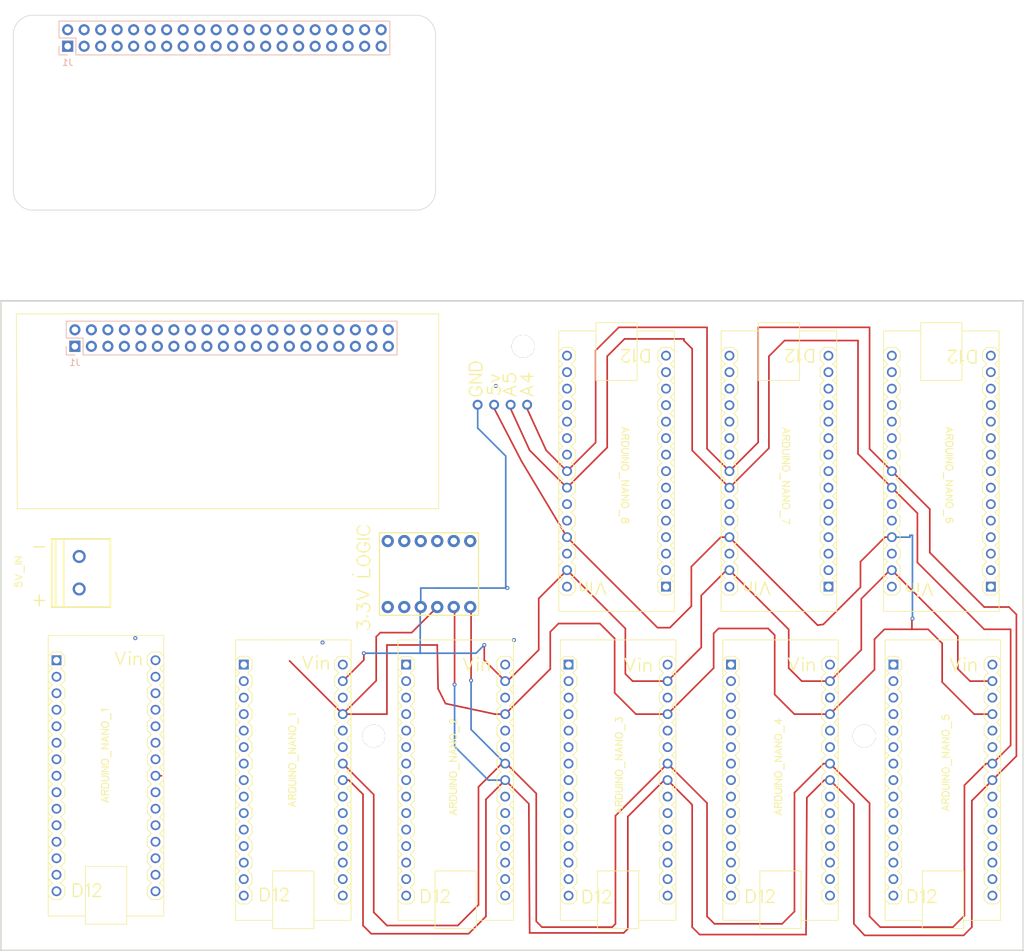
<source format=kicad_pcb>
(kicad_pcb (version 20221018) (generator pcbnew)
  (layers (0 "F.Cu" signal) (31 "B.Cu" signal) (34 "B.Paste" user) (35 "F.Paste" user) (36 "B.SilkS" user "B.Silkscreen") (37 "F.SilkS" user "F.Silkscreen") (38 "B.Mask" user) (39 "F.Mask" user) (44 "Edge.Cuts" user))
  (net 0 "")
  (footprint "MountingHole:MountingHole_2.7mm_M2.5" (layer "F.Cu") (at -19.98132 -142.46132)
    (fp_text reference "MH1" hide)
    (fp_text value "MountingHole_2.7mm_M2.5" hide)
  )
  (footprint "MountingHole:MountingHole_2.7mm_M2.5" (layer "F.Cu") (at 38.01868 -142.46132)
    (fp_text reference "MH2" hide)
    (fp_text value "MountingHole_2.7mm_M2.5" hide)
  )
  (footprint "MountingHole:MountingHole_2.7mm_M2.5" (layer "F.Cu") (at -19.98132 -119.46132)
    (fp_text reference "MH3" hide)
    (fp_text value "MountingHole_2.7mm_M2.5" hide)
  )
  (footprint "MountingHole:MountingHole_2.7mm_M2.5" (layer "F.Cu") (at 38.01868 -119.46132)
    (fp_text reference "MH4" hide)
    (fp_text value "MountingHole_2.7mm_M2.5" hide)
  )
  (footprint "Connector_PinSocket_2.54mm:PinSocket_2x20_P2.54mm_Vertical" (layer "B.Cu") (at -14 -95 -90)
    (fp_text reference "J1")
    (fp_text value "GPIO")
  )
  (footprint "Connector_PinSocket_2.54mm:PinSocket_2x20_P2.54mm_Vertical" (layer "B.Cu") (at -15.11132 -141.19132 -90)
    (fp_text reference "J1")
    (fp_text value "GPIO")
  )
  (gr_circle (center 102.24008 -33.2999) (end 102.99408 -33.2999) (fill solid) (layer "F.Cu"))
  (gr_circle (center 11.99997 -10.4399) (end 12.75397 -10.4399) (fill solid) (layer "F.Cu"))
  (gr_circle (center 11.99997 -15.5199) (end 12.75397 -15.5199) (fill solid) (layer "F.Cu"))
  (gr_circle (center 111.76 -63.07988) (end 112.514 -63.07988) (fill solid) (layer "F.Cu"))
  (gr_circle (center 36.99992 -40.9199) (end 37.75392 -40.9199) (fill solid) (layer "F.Cu"))
  (gr_circle (center 127.24002 -35.8399) (end 127.99402 -35.8399) (fill solid) (layer "F.Cu"))
  (gr_poly (pts (xy 77.75409 -58.75388) (xy 76.24609 -58.75388) (xy 76.24609 -57.24588) (xy 77.75409 -57.24588)) (fill solid) (layer "F.Cu"))
  (gr_circle (center 102.24008 -38.3799) (end 102.99408 -38.3799) (fill solid) (layer "F.Cu"))
  (gr_circle (center 77.24013 -10.4399) (end 77.99413 -10.4399) (fill solid) (layer "F.Cu"))
  (gr_circle (center 77.00009 -65.61988) (end 77.75409 -65.61988) (fill solid) (layer "F.Cu"))
  (gr_circle (center -16.82753 -33.9724) (end -16.07353 -33.9724) (fill solid) (layer "F.Cu"))
  (gr_circle (center 112.00002 -18.0599) (end 112.75402 -18.0599) (fill solid) (layer "F.Cu"))
  (gr_circle (center 36.99992 -43.4599) (end 37.75392 -43.4599) (fill solid) (layer "F.Cu"))
  (gr_circle (center 61.76009 -80.85988) (end 62.51409 -80.85988) (fill solid) (layer "F.Cu"))
  (gr_circle (center 86.76004 -65.61988) (end 87.51404 -65.61988) (fill solid) (layer "F.Cu"))
  (gr_circle (center 86.76004 -70.69988) (end 87.51404 -70.69988) (fill solid) (layer "F.Cu"))
  (gr_circle (center 77.00009 -60.53988) (end 77.75409 -60.53988) (fill solid) (layer "F.Cu"))
  (gr_circle (center 11.99997 -18.0599) (end 12.75397 -18.0599) (fill solid) (layer "F.Cu"))
  (gr_circle (center 52.23992 -38.3799) (end 52.99392 -38.3799) (fill solid) (layer "F.Cu"))
  (gr_circle (center 111.76 -88.47988) (end 112.514 -88.47988) (fill solid) (layer "F.Cu"))
  (gr_circle (center 87.00008 -28.2199) (end 87.75408 -28.2199) (fill solid) (layer "F.Cu"))
  (gr_circle (center 102.00004 -70.69988) (end 102.75404 -70.69988) (fill solid) (layer "F.Cu"))
  (gr_circle (center 127 -78.31988) (end 127.754 -78.31988) (fill solid) (layer "F.Cu"))
  (gr_circle (center 102.00004 -88.47988) (end 102.75404 -88.47988) (fill solid) (layer "F.Cu"))
  (gr_circle (center 87.00008 -23.1399) (end 87.75408 -23.1399) (fill solid) (layer "F.Cu"))
  (gr_circle (center 127 -88.47988) (end 127.754 -88.47988) (fill solid) (layer "F.Cu"))
  (gr_circle (center 111.76 -65.61988) (end 112.514 -65.61988) (fill solid) (layer "F.Cu"))
  (gr_circle (center -1.58753 -16.1924) (end -0.83353 -16.1924) (fill solid) (layer "F.Cu"))
  (gr_circle (center 86.76004 -88.47988) (end 87.51404 -88.47988) (fill solid) (layer "F.Cu"))
  (gr_circle (center 61.76009 -65.61988) (end 62.51409 -65.61988) (fill solid) (layer "F.Cu"))
  (gr_circle (center 86.76004 -63.07988) (end 87.51404 -63.07988) (fill solid) (layer "F.Cu"))
  (gr_circle (center 27.23997 -28.2199) (end 27.99397 -28.2199) (fill solid) (layer "F.Cu"))
  (gr_circle (center 127 -70.69988) (end 127.754 -70.69988) (fill solid) (layer "F.Cu"))
  (gr_circle (center 111.76 -70.69988) (end 112.514 -70.69988) (fill solid) (layer "F.Cu"))
  (gr_circle (center 77.00009 -85.93988) (end 77.75409 -85.93988) (fill solid) (layer "F.Cu"))
  (gr_circle (center -1.58753 -41.5924) (end -0.83353 -41.5924) (fill solid) (layer "F.Cu"))
  (gr_circle (center 86.76004 -83.39988) (end 87.51404 -83.39988) (fill solid) (layer "F.Cu"))
  (gr_circle (center 86.76004 -73.23988) (end 87.51404 -73.23988) (fill solid) (layer "F.Cu"))
  (gr_circle (center 127 -85.93988) (end 127.754 -85.93988) (fill solid) (layer "F.Cu"))
  (gr_circle (center -13.335 -62.6491) (end -12.335 -62.6491) (fill solid) (layer "F.Cu"))
  (gr_circle (center 11.99997 -30.7599) (end 12.75397 -30.7599) (fill solid) (layer "F.Cu"))
  (gr_circle (center 77.00009 -73.23988) (end 77.75409 -73.23988) (fill solid) (layer "F.Cu"))
  (gr_circle (center 127.24002 -38.3799) (end 127.99402 -38.3799) (fill solid) (layer "F.Cu"))
  (gr_circle (center 52.23992 -10.4399) (end 52.99392 -10.4399) (fill solid) (layer "F.Cu"))
  (gr_circle (center -1.58753 -39.0524) (end -0.83353 -39.0524) (fill solid) (layer "F.Cu"))
  (gr_circle (center 127 -65.61988) (end 127.754 -65.61988) (fill solid) (layer "F.Cu"))
  (gr_circle (center -16.82753 -11.1124) (end -16.07353 -11.1124) (fill solid) (layer "F.Cu"))
  (gr_circle (center -1.58753 -11.1124) (end -0.83353 -11.1124) (fill solid) (layer "F.Cu"))
  (gr_circle (center -16.82753 -21.2724) (end -16.07353 -21.2724) (fill solid) (layer "F.Cu"))
  (gr_circle (center 102.00004 -65.61988) (end 102.75404 -65.61988) (fill solid) (layer "F.Cu"))
  (gr_circle (center 77.24013 -45.9999) (end 77.99413 -45.9999) (fill solid) (layer "F.Cu"))
  (gr_circle (center 36.99992 -33.2999) (end 37.75392 -33.2999) (fill solid) (layer "F.Cu"))
  (gr_circle (center 87.00008 -10.4399) (end 87.75408 -10.4399) (fill solid) (layer "F.Cu"))
  (gr_circle (center 86.76004 -91.01988) (end 87.51404 -91.01988) (fill solid) (layer "F.Cu"))
  (gr_circle (center 127 -60.53988) (end 127.754 -60.53988) (fill solid) (layer "F.Cu"))
  (gr_circle (center 102.24008 -43.4599) (end 102.99408 -43.4599) (fill solid) (layer "F.Cu"))
  (gr_circle (center -1.58753 -36.5124) (end -0.83353 -36.5124) (fill solid) (layer "F.Cu"))
  (gr_circle (center 127.24002 -10.4399) (end 127.99402 -10.4399) (fill solid) (layer "F.Cu"))
  (gr_circle (center 102.24008 -15.5199) (end 102.99408 -15.5199) (fill solid) (layer "F.Cu"))
  (gr_circle (center 86.76004 -78.31988) (end 87.51404 -78.31988) (fill solid) (layer "F.Cu"))
  (gr_circle (center 27.23997 -12.9799) (end 27.99397 -12.9799) (fill solid) (layer "F.Cu"))
  (gr_circle (center 127.24002 -23.1399) (end 127.99402 -23.1399) (fill solid) (layer "F.Cu"))
  (gr_circle (center 62.00013 -28.2199) (end 62.75413 -28.2199) (fill solid) (layer "F.Cu"))
  (gr_poly (pts (xy 102.75404 -58.75388) (xy 101.24604 -58.75388) (xy 101.24604 -57.24588) (xy 102.75404 -57.24588)) (fill solid) (layer "F.Cu"))
  (gr_circle (center 102.24008 -23.1399) (end 102.99408 -23.1399) (fill solid) (layer "F.Cu"))
  (gr_circle (center 61.76009 -68.15988) (end 62.51409 -68.15988) (fill solid) (layer "F.Cu"))
  (gr_circle (center 87.00008 -40.9199) (end 87.75408 -40.9199) (fill solid) (layer "F.Cu"))
  (gr_circle (center 50.5399 -86.00008) (end 51.3019 -86.00008) (fill solid) (layer "F.Cu"))
  (gr_circle (center 127.24002 -30.7599) (end 127.99402 -30.7599) (fill solid) (layer "F.Cu"))
  (gr_circle (center 87.00008 -15.5199) (end 87.75408 -15.5199) (fill solid) (layer "F.Cu"))
  (gr_circle (center 62.00013 -30.7599) (end 62.75413 -30.7599) (fill solid) (layer "F.Cu"))
  (gr_circle (center 36.99992 -38.3799) (end 37.75392 -38.3799) (fill solid) (layer "F.Cu"))
  (gr_circle (center 52.23992 -40.9199) (end 52.99392 -40.9199) (fill solid) (layer "F.Cu"))
  (gr_circle (center 112.00002 -25.6799) (end 112.75402 -25.6799) (fill solid) (layer "F.Cu"))
  (gr_circle (center 102.24008 -35.8399) (end 102.99408 -35.8399) (fill solid) (layer "F.Cu"))
  (gr_circle (center 52.23992 -18.0599) (end 52.99392 -18.0599) (fill solid) (layer "F.Cu"))
  (gr_poly (pts (xy 112.75402 -46.7539) (xy 111.24602 -46.7539) (xy 111.24602 -45.2459) (xy 112.75402 -45.2459)) (fill solid) (layer "F.Cu"))
  (gr_circle (center 11.99997 -12.9799) (end 12.75397 -12.9799) (fill solid) (layer "F.Cu"))
  (gr_circle (center 77.24013 -38.3799) (end 77.99413 -38.3799) (fill solid) (layer "F.Cu"))
  (gr_circle (center 112.00002 -15.5199) (end 112.75402 -15.5199) (fill solid) (layer "F.Cu"))
  (gr_circle (center 77.24013 -43.4599) (end 77.99413 -43.4599) (fill solid) (layer "F.Cu"))
  (gr_circle (center 127 -68.15988) (end 127.754 -68.15988) (fill solid) (layer "F.Cu"))
  (gr_circle (center 61.76009 -73.23988) (end 62.51409 -73.23988) (fill solid) (layer "F.Cu"))
  (gr_circle (center 61.76009 -85.93988) (end 62.51409 -85.93988) (fill solid) (layer "F.Cu"))
  (gr_circle (center 127.24002 -20.5999) (end 127.99402 -20.5999) (fill solid) (layer "F.Cu"))
  (gr_circle (center 27.23997 -43.4599) (end 27.99397 -43.4599) (fill solid) (layer "F.Cu"))
  (gr_circle (center 102.24008 -30.7599) (end 102.99408 -30.7599) (fill solid) (layer "F.Cu"))
  (gr_circle (center 61.76009 -63.07988) (end 62.51409 -63.07988) (fill solid) (layer "F.Cu"))
  (gr_circle (center 61.76009 -60.53988) (end 62.51409 -60.53988) (fill solid) (layer "F.Cu"))
  (gr_circle (center -1.58753 -18.7324) (end -0.83353 -18.7324) (fill solid) (layer "F.Cu"))
  (gr_circle (center 111.76 -73.23988) (end 112.514 -73.23988) (fill solid) (layer "F.Cu"))
  (gr_circle (center 62.00013 -18.0599) (end 62.75413 -18.0599) (fill solid) (layer "F.Cu"))
  (gr_circle (center 111.76 -60.53988) (end 112.514 -60.53988) (fill solid) (layer "F.Cu"))
  (gr_circle (center 102.24008 -18.0599) (end 102.99408 -18.0599) (fill solid) (layer "F.Cu"))
  (gr_circle (center 87.00008 -35.8399) (end 87.75408 -35.8399) (fill solid) (layer "F.Cu"))
  (gr_circle (center 102.24008 -20.5999) (end 102.99408 -20.5999) (fill solid) (layer "F.Cu"))
  (gr_circle (center 86.76004 -68.15988) (end 87.51404 -68.15988) (fill solid) (layer "F.Cu"))
  (gr_circle (center 86.76004 -80.85988) (end 87.51404 -80.85988) (fill solid) (layer "F.Cu"))
  (gr_circle (center 112.00002 -28.2199) (end 112.75402 -28.2199) (fill solid) (layer "F.Cu"))
  (gr_circle (center 77.24013 -15.5199) (end 77.99413 -15.5199) (fill solid) (layer "F.Cu"))
  (gr_circle (center 47.9999 -86.00008) (end 48.7619 -86.00008) (fill solid) (layer "F.Cu"))
  (gr_circle (center 27.23997 -18.0599) (end 27.99397 -18.0599) (fill solid) (layer "F.Cu"))
  (gr_circle (center 52.23992 -23.1399) (end 52.99392 -23.1399) (fill solid) (layer "F.Cu"))
  (gr_circle (center 36.99992 -23.1399) (end 37.75392 -23.1399) (fill solid) (layer "F.Cu"))
  (gr_circle (center 102.00004 -68.15988) (end 102.75404 -68.15988) (fill solid) (layer "F.Cu"))
  (gr_circle (center 36.99992 -30.7599) (end 37.75392 -30.7599) (fill solid) (layer "F.Cu"))
  (gr_circle (center 61.76009 -57.99988) (end 62.51409 -57.99988) (fill solid) (layer "F.Cu"))
  (gr_circle (center 62.00013 -15.5199) (end 62.75413 -15.5199) (fill solid) (layer "F.Cu"))
  (gr_circle (center 77.00009 -63.07988) (end 77.75409 -63.07988) (fill solid) (layer "F.Cu"))
  (gr_circle (center 111.76 -57.99988) (end 112.514 -57.99988) (fill solid) (layer "F.Cu"))
  (gr_circle (center 62.00013 -20.5999) (end 62.75413 -20.5999) (fill solid) (layer "F.Cu"))
  (gr_circle (center 61.76009 -70.69988) (end 62.51409 -70.69988) (fill solid) (layer "F.Cu"))
  (gr_circle (center 127 -93.55988) (end 127.754 -93.55988) (fill solid) (layer "F.Cu"))
  (gr_circle (center 87.00008 -30.7599) (end 87.75408 -30.7599) (fill solid) (layer "F.Cu"))
  (gr_circle (center 127 -73.23988) (end 127.754 -73.23988) (fill solid) (layer "F.Cu"))
  (gr_circle (center 27.23997 -33.2999) (end 27.99397 -33.2999) (fill solid) (layer "F.Cu"))
  (gr_circle (center 77.00009 -75.77988) (end 77.75409 -75.77988) (fill solid) (layer "F.Cu"))
  (gr_circle (center 62.00013 -38.3799) (end 62.75413 -38.3799) (fill solid) (layer "F.Cu"))
  (gr_circle (center 127 -91.01988) (end 127.754 -91.01988) (fill solid) (layer "F.Cu"))
  (gr_circle (center 102.24008 -25.6799) (end 102.99408 -25.6799) (fill solid) (layer "F.Cu"))
  (gr_circle (center 102.24008 -40.9199) (end 102.99408 -40.9199) (fill solid) (layer "F.Cu"))
  (gr_circle (center 86.76004 -57.99988) (end 87.51404 -57.99988) (fill solid) (layer "F.Cu"))
  (gr_circle (center 36.99992 -28.2199) (end 37.75392 -28.2199) (fill solid) (layer "F.Cu"))
  (gr_circle (center 87.00008 -33.2999) (end 87.75408 -33.2999) (fill solid) (layer "F.Cu"))
  (gr_circle (center 77.00009 -70.69988) (end 77.75409 -70.69988) (fill solid) (layer "F.Cu"))
  (gr_circle (center 52.23992 -15.5199) (end 52.99392 -15.5199) (fill solid) (layer "F.Cu"))
  (gr_circle (center 111.76 -80.85988) (end 112.514 -80.85988) (fill solid) (layer "F.Cu"))
  (gr_circle (center -16.82753 -16.1924) (end -16.07353 -16.1924) (fill solid) (layer "F.Cu"))
  (gr_circle (center 102.24008 -10.4399) (end 102.99408 -10.4399) (fill solid) (layer "F.Cu"))
  (gr_circle (center 62.00013 -33.2999) (end 62.75413 -33.2999) (fill solid) (layer "F.Cu"))
  (gr_circle (center 86.76004 -60.53988) (end 87.51404 -60.53988) (fill solid) (layer "F.Cu"))
  (gr_circle (center 77.24013 -30.7599) (end 77.99413 -30.7599) (fill solid) (layer "F.Cu"))
  (gr_circle (center 111.76 -93.55988) (end 112.514 -93.55988) (fill solid) (layer "F.Cu"))
  (gr_circle (center 87.00008 -18.0599) (end 87.75408 -18.0599) (fill solid) (layer "F.Cu"))
  (gr_circle (center -16.82753 -23.8124) (end -16.07353 -23.8124) (fill solid) (layer "F.Cu"))
  (gr_circle (center 112.00002 -20.5999) (end 112.75402 -20.5999) (fill solid) (layer "F.Cu"))
  (gr_circle (center 86.76004 -93.55988) (end 87.51404 -93.55988) (fill solid) (layer "F.Cu"))
  (gr_circle (center -16.82753 -26.3524) (end -16.07353 -26.3524) (fill solid) (layer "F.Cu"))
  (gr_circle (center 111.76 -85.93988) (end 112.514 -85.93988) (fill solid) (layer "F.Cu"))
  (gr_circle (center 127 -75.77988) (end 127.754 -75.77988) (fill solid) (layer "F.Cu"))
  (gr_circle (center 62.00013 -10.4399) (end 62.75413 -10.4399) (fill solid) (layer "F.Cu"))
  (gr_circle (center 86.76004 -75.77988) (end 87.51404 -75.77988) (fill solid) (layer "F.Cu"))
  (gr_poly (pts (xy 87.75408 -46.7539) (xy 86.24608 -46.7539) (xy 86.24608 -45.2459) (xy 87.75408 -45.2459)) (fill solid) (layer "F.Cu"))
  (gr_poly (pts (xy 37.75392 -46.7539) (xy 36.24592 -46.7539) (xy 36.24592 -45.2459) (xy 37.75392 -45.2459)) (fill solid) (layer "F.Cu"))
  (gr_circle (center 87.00008 -43.4599) (end 87.75408 -43.4599) (fill solid) (layer "F.Cu"))
  (gr_circle (center 77.24013 -40.9199) (end 77.99413 -40.9199) (fill solid) (layer "F.Cu"))
  (gr_circle (center 52.23992 -12.9799) (end 52.99392 -12.9799) (fill solid) (layer "F.Cu"))
  (gr_circle (center -1.58753 -21.2724) (end -0.83353 -21.2724) (fill solid) (layer "F.Cu"))
  (gr_circle (center 77.24013 -20.5999) (end 77.99413 -20.5999) (fill solid) (layer "F.Cu"))
  (gr_circle (center 102.00004 -73.23988) (end 102.75404 -73.23988) (fill solid) (layer "F.Cu"))
  (gr_circle (center 77.24013 -28.2199) (end 77.99413 -28.2199) (fill solid) (layer "F.Cu"))
  (gr_circle (center 102.24008 -45.9999) (end 102.99408 -45.9999) (fill solid) (layer "F.Cu"))
  (gr_circle (center 27.23997 -40.9199) (end 27.99397 -40.9199) (fill solid) (layer "F.Cu"))
  (gr_circle (center 27.23997 -30.7599) (end 27.99397 -30.7599) (fill solid) (layer "F.Cu"))
  (gr_circle (center -16.82753 -41.5924) (end -16.07353 -41.5924) (fill solid) (layer "F.Cu"))
  (gr_circle (center 112.00002 -12.9799) (end 112.75402 -12.9799) (fill solid) (layer "F.Cu"))
  (gr_circle (center 52.23992 -28.2199) (end 52.99392 -28.2199) (fill solid) (layer "F.Cu"))
  (gr_circle (center -16.82753 -44.1324) (end -16.07353 -44.1324) (fill solid) (layer "F.Cu"))
  (gr_circle (center 61.76009 -75.77988) (end 62.51409 -75.77988) (fill solid) (layer "F.Cu"))
  (gr_circle (center 61.76009 -93.55988) (end 62.51409 -93.55988) (fill solid) (layer "F.Cu"))
  (gr_circle (center 52.23992 -35.8399) (end 52.99392 -35.8399) (fill solid) (layer "F.Cu"))
  (gr_circle (center 111.76 -83.39988) (end 112.514 -83.39988) (fill solid) (layer "F.Cu"))
  (gr_circle (center 112.00002 -40.9199) (end 112.75402 -40.9199) (fill solid) (layer "F.Cu"))
  (gr_circle (center 11.99997 -25.6799) (end 12.75397 -25.6799) (fill solid) (layer "F.Cu"))
  (gr_circle (center 11.99997 -20.5999) (end 12.75397 -20.5999) (fill solid) (layer "F.Cu"))
  (gr_circle (center 102.00004 -75.77988) (end 102.75404 -75.77988) (fill solid) (layer "F.Cu"))
  (gr_circle (center -1.58753 -23.8124) (end -0.83353 -23.8124) (fill solid) (layer "F.Cu"))
  (gr_circle (center 112.00002 -43.4599) (end 112.75402 -43.4599) (fill solid) (layer "F.Cu"))
  (gr_circle (center 102.00004 -85.93988) (end 102.75404 -85.93988) (fill solid) (layer "F.Cu"))
  (gr_circle (center -1.58753 -33.9724) (end -0.83353 -33.9724) (fill solid) (layer "F.Cu"))
  (gr_circle (center 112.00002 -10.4399) (end 112.75402 -10.4399) (fill solid) (layer "F.Cu"))
  (gr_circle (center 11.99997 -35.8399) (end 12.75397 -35.8399) (fill solid) (layer "F.Cu"))
  (gr_circle (center 102.00004 -91.01988) (end 102.75404 -91.01988) (fill solid) (layer "F.Cu"))
  (gr_circle (center 112.00002 -35.8399) (end 112.75402 -35.8399) (fill solid) (layer "F.Cu"))
  (gr_circle (center 87.00008 -12.9799) (end 87.75408 -12.9799) (fill solid) (layer "F.Cu"))
  (gr_circle (center 27.23997 -45.9999) (end 27.99397 -45.9999) (fill solid) (layer "F.Cu"))
  (gr_circle (center 36.99992 -18.0599) (end 37.75392 -18.0599) (fill solid) (layer "F.Cu"))
  (gr_circle (center 127.24002 -45.9999) (end 127.99402 -45.9999) (fill solid) (layer "F.Cu"))
  (gr_circle (center 27.23997 -15.5199) (end 27.99397 -15.5199) (fill solid) (layer "F.Cu"))
  (gr_circle (center 61.76009 -91.01988) (end 62.51409 -91.01988) (fill solid) (layer "F.Cu"))
  (gr_circle (center 27.23997 -25.6799) (end 27.99397 -25.6799) (fill solid) (layer "F.Cu"))
  (gr_circle (center 77.00009 -93.55988) (end 77.75409 -93.55988) (fill solid) (layer "F.Cu"))
  (gr_circle (center 11.99997 -33.2999) (end 12.75397 -33.2999) (fill solid) (layer "F.Cu"))
  (gr_circle (center -1.58753 -46.6724) (end -0.83353 -46.6724) (fill solid) (layer "F.Cu"))
  (gr_circle (center 36.99992 -15.5199) (end 37.75392 -15.5199) (fill solid) (layer "F.Cu"))
  (gr_circle (center 127 -80.85988) (end 127.754 -80.85988) (fill solid) (layer "F.Cu"))
  (gr_circle (center -16.82753 -13.6524) (end -16.07353 -13.6524) (fill solid) (layer "F.Cu"))
  (gr_circle (center 127 -63.07988) (end 127.754 -63.07988) (fill solid) (layer "F.Cu"))
  (gr_poly (pts (xy -16.07353 -47.4264) (xy -17.58153 -47.4264) (xy -17.58153 -45.9184) (xy -16.07353 -45.9184)) (fill solid) (layer "F.Cu"))
  (gr_circle (center 77.00009 -88.47988) (end 77.75409 -88.47988) (fill solid) (layer "F.Cu"))
  (gr_circle (center 77.24013 -33.2999) (end 77.99413 -33.2999) (fill solid) (layer "F.Cu"))
  (gr_circle (center 36.99992 -12.9799) (end 37.75392 -12.9799) (fill solid) (layer "F.Cu"))
  (gr_circle (center 11.99997 -28.2199) (end 12.75397 -28.2199) (fill solid) (layer "F.Cu"))
  (gr_circle (center -1.58753 -28.8924) (end -0.83353 -28.8924) (fill solid) (layer "F.Cu"))
  (gr_circle (center 111.76 -91.01988) (end 112.514 -91.01988) (fill solid) (layer "F.Cu"))
  (gr_circle (center 77.00009 -91.01988) (end 77.75409 -91.01988) (fill solid) (layer "F.Cu"))
  (gr_circle (center -1.58753 -31.4324) (end -0.83353 -31.4324) (fill solid) (layer "F.Cu"))
  (gr_circle (center 52.23992 -43.4599) (end 52.99392 -43.4599) (fill solid) (layer "F.Cu"))
  (gr_circle (center 127.24002 -25.6799) (end 127.99402 -25.6799) (fill solid) (layer "F.Cu"))
  (gr_circle (center 36.99992 -10.4399) (end 37.75392 -10.4399) (fill solid) (layer "F.Cu"))
  (gr_circle (center 127.24002 -40.9199) (end 127.99402 -40.9199) (fill solid) (layer "F.Cu"))
  (gr_circle (center -13.335 -57.64021) (end -12.335 -57.64021) (fill solid) (layer "F.Cu"))
  (gr_circle (center 77.00009 -80.85988) (end 77.75409 -80.85988) (fill solid) (layer "F.Cu"))
  (gr_circle (center 112.00002 -38.3799) (end 112.75402 -38.3799) (fill solid) (layer "F.Cu"))
  (gr_circle (center 111.76 -75.77988) (end 112.514 -75.77988) (fill solid) (layer "F.Cu"))
  (gr_circle (center 77.24013 -23.1399) (end 77.99413 -23.1399) (fill solid) (layer "F.Cu"))
  (gr_circle (center 36.99992 -20.5999) (end 37.75392 -20.5999) (fill solid) (layer "F.Cu"))
  (gr_circle (center 86.76004 -85.93988) (end 87.51404 -85.93988) (fill solid) (layer "F.Cu"))
  (gr_circle (center 102.00004 -60.53988) (end 102.75404 -60.53988) (fill solid) (layer "F.Cu"))
  (gr_circle (center 112.00002 -33.2999) (end 112.75402 -33.2999) (fill solid) (layer "F.Cu"))
  (gr_circle (center 127 -83.39988) (end 127.754 -83.39988) (fill solid) (layer "F.Cu"))
  (gr_circle (center -16.82753 -36.5124) (end -16.07353 -36.5124) (fill solid) (layer "F.Cu"))
  (gr_circle (center 127.24002 -33.2999) (end 127.99402 -33.2999) (fill solid) (layer "F.Cu"))
  (gr_circle (center 52.23992 -25.6799) (end 52.99392 -25.6799) (fill solid) (layer "F.Cu"))
  (gr_circle (center 62.00013 -12.9799) (end 62.75413 -12.9799) (fill solid) (layer "F.Cu"))
  (gr_circle (center 62.00013 -43.4599) (end 62.75413 -43.4599) (fill solid) (layer "F.Cu"))
  (gr_circle (center 102.24008 -12.9799) (end 102.99408 -12.9799) (fill solid) (layer "F.Cu"))
  (gr_circle (center -1.58753 -44.1324) (end -0.83353 -44.1324) (fill solid) (layer "F.Cu"))
  (gr_circle (center 27.23997 -35.8399) (end 27.99397 -35.8399) (fill solid) (layer "F.Cu"))
  (gr_circle (center 52.23992 -20.5999) (end 52.99392 -20.5999) (fill solid) (layer "F.Cu"))
  (gr_circle (center 127.24002 -12.9799) (end 127.99402 -12.9799) (fill solid) (layer "F.Cu"))
  (gr_circle (center 111.76 -68.15988) (end 112.514 -68.15988) (fill solid) (layer "F.Cu"))
  (gr_circle (center -16.82753 -39.0524) (end -16.07353 -39.0524) (fill solid) (layer "F.Cu"))
  (gr_circle (center 87.00008 -25.6799) (end 87.75408 -25.6799) (fill solid) (layer "F.Cu"))
  (gr_circle (center 77.24013 -35.8399) (end 77.99413 -35.8399) (fill solid) (layer "F.Cu"))
  (gr_circle (center 87.00008 -38.3799) (end 87.75408 -38.3799) (fill solid) (layer "F.Cu"))
  (gr_circle (center -16.82753 -31.4324) (end -16.07353 -31.4324) (fill solid) (layer "F.Cu"))
  (gr_circle (center 61.76009 -88.47988) (end 62.51409 -88.47988) (fill solid) (layer "F.Cu"))
  (gr_circle (center 102.24008 -28.2199) (end 102.99408 -28.2199) (fill solid) (layer "F.Cu"))
  (gr_circle (center 27.23997 -23.1399) (end 27.99397 -23.1399) (fill solid) (layer "F.Cu"))
  (gr_circle (center 62.00013 -25.6799) (end 62.75413 -25.6799) (fill solid) (layer "F.Cu"))
  (gr_circle (center 77.24013 -18.0599) (end 77.99413 -18.0599) (fill solid) (layer "F.Cu"))
  (gr_circle (center 11.99997 -38.3799) (end 12.75397 -38.3799) (fill solid) (layer "F.Cu"))
  (gr_circle (center 52.23992 -45.9999) (end 52.99392 -45.9999) (fill solid) (layer "F.Cu"))
  (gr_circle (center 102.00004 -78.31988) (end 102.75404 -78.31988) (fill solid) (layer "F.Cu"))
  (gr_circle (center 62.00013 -35.8399) (end 62.75413 -35.8399) (fill solid) (layer "F.Cu"))
  (gr_poly (pts (xy 12.75397 -46.7539) (xy 11.24597 -46.7539) (xy 11.24597 -45.2459) (xy 12.75397 -45.2459)) (fill solid) (layer "F.Cu"))
  (gr_circle (center 61.76009 -60.53988) (end 62.06489 -60.53988) (fill solid) (layer "F.Cu"))
  (gr_circle (center 102.00004 -63.07988) (end 102.75404 -63.07988) (fill solid) (layer "F.Cu"))
  (gr_circle (center 53.0799 -86.00008) (end 53.8419 -86.00008) (fill solid) (layer "F.Cu"))
  (gr_circle (center 61.76009 -78.31988) (end 62.51409 -78.31988) (fill solid) (layer "F.Cu"))
  (gr_circle (center 112.00002 -30.7599) (end 112.75402 -30.7599) (fill solid) (layer "F.Cu"))
  (gr_circle (center 27.23997 -20.5999) (end 27.99397 -20.5999) (fill solid) (layer "F.Cu"))
  (gr_circle (center 36.99992 -25.6799) (end 37.75392 -25.6799) (fill solid) (layer "F.Cu"))
  (gr_circle (center 11.99997 -23.1399) (end 12.75397 -23.1399) (fill solid) (layer "F.Cu"))
  (gr_circle (center 27.23997 -38.3799) (end 27.99397 -38.3799) (fill solid) (layer "F.Cu"))
  (gr_circle (center -1.58753 -26.3524) (end -0.83353 -26.3524) (fill solid) (layer "F.Cu"))
  (gr_circle (center 52.23992 -30.7599) (end 52.99392 -30.7599) (fill solid) (layer "F.Cu"))
  (gr_circle (center 62.00013 -23.1399) (end 62.75413 -23.1399) (fill solid) (layer "F.Cu"))
  (gr_circle (center 112.00002 -23.1399) (end 112.75402 -23.1399) (fill solid) (layer "F.Cu"))
  (gr_circle (center 127.24002 -43.4599) (end 127.99402 -43.4599) (fill solid) (layer "F.Cu"))
  (gr_circle (center -16.82753 -28.8924) (end -16.07353 -28.8924) (fill solid) (layer "F.Cu"))
  (gr_circle (center 102.00004 -83.39988) (end 102.75404 -83.39988) (fill solid) (layer "F.Cu"))
  (gr_poly (pts (xy 62.75413 -46.7539) (xy 61.24613 -46.7539) (xy 61.24613 -45.2459) (xy 62.75413 -45.2459)) (fill solid) (layer "F.Cu"))
  (gr_circle (center 27.23997 -10.4399) (end 27.99397 -10.4399) (fill solid) (layer "F.Cu"))
  (gr_circle (center 11.99997 -43.4599) (end 12.75397 -43.4599) (fill solid) (layer "F.Cu"))
  (gr_circle (center 127.24002 -18.0599) (end 127.99402 -18.0599) (fill solid) (layer "F.Cu"))
  (gr_circle (center -1.58753 -13.6524) (end -0.83353 -13.6524) (fill solid) (layer "F.Cu"))
  (gr_circle (center 77.00009 -78.31988) (end 77.75409 -78.31988) (fill solid) (layer "F.Cu"))
  (gr_circle (center 127.24002 -15.5199) (end 127.99402 -15.5199) (fill solid) (layer "F.Cu"))
  (gr_circle (center 11.99997 -40.9199) (end 12.75397 -40.9199) (fill solid) (layer "F.Cu"))
  (gr_circle (center 36.99992 -35.8399) (end 37.75392 -35.8399) (fill solid) (layer "F.Cu"))
  (gr_circle (center -16.82753 -18.7324) (end -16.07353 -18.7324) (fill solid) (layer "F.Cu"))
  (gr_circle (center 77.00009 -83.39988) (end 77.75409 -83.39988) (fill solid) (layer "F.Cu"))
  (gr_circle (center 102.00004 -80.85988) (end 102.75404 -80.85988) (fill solid) (layer "F.Cu"))
  (gr_poly (pts (xy 127.754 -58.75388) (xy 126.246 -58.75388) (xy 126.246 -57.24588) (xy 127.754 -57.24588)) (fill solid) (layer "F.Cu"))
  (gr_circle (center 77.24013 -12.9799) (end 77.99413 -12.9799) (fill solid) (layer "F.Cu"))
  (gr_circle (center 62.00013 -40.9199) (end 62.75413 -40.9199) (fill solid) (layer "F.Cu"))
  (gr_circle (center 77.24013 -25.6799) (end 77.99413 -25.6799) (fill solid) (layer "F.Cu"))
  (gr_circle (center 87.00008 -20.5999) (end 87.75408 -20.5999) (fill solid) (layer "F.Cu"))
  (gr_circle (center 102.00004 -93.55988) (end 102.75404 -93.55988) (fill solid) (layer "F.Cu"))
  (gr_circle (center 77.00009 -68.15988) (end 77.75409 -68.15988) (fill solid) (layer "F.Cu"))
  (gr_circle (center 55.6199 -86.00008) (end 56.3819 -86.00008) (fill solid) (layer "F.Cu"))
  (gr_circle (center 61.76009 -83.39988) (end 62.51409 -83.39988) (fill solid) (layer "F.Cu"))
  (gr_circle (center 52.23992 -33.2999) (end 52.99392 -33.2999) (fill solid) (layer "F.Cu"))
  (gr_circle (center 111.76 -78.31988) (end 112.514 -78.31988) (fill solid) (layer "F.Cu"))
  (gr_circle (center 127.24002 -28.2199) (end 127.99402 -28.2199) (fill solid) (layer "F.Cu"))
  (gr_circle (center 87.00008 -38.3799) (end 87.75408 -38.3799) (fill solid) (layer "B.Cu"))
  (gr_circle (center 61.76009 -75.77988) (end 62.51409 -75.77988) (fill solid) (layer "B.Cu"))
  (gr_circle (center 77.00009 -91.01988) (end 77.75409 -91.01988) (fill solid) (layer "B.Cu"))
  (gr_circle (center 77.24013 -45.9999) (end 77.99413 -45.9999) (fill solid) (layer "B.Cu"))
  (gr_poly (pts (xy -16.07353 -47.4264) (xy -17.58153 -47.4264) (xy -17.58153 -45.9184) (xy -16.07353 -45.9184)) (fill solid) (layer "B.Cu"))
  (gr_circle (center 86.76004 -78.31988) (end 87.51404 -78.31988) (fill solid) (layer "B.Cu"))
  (gr_circle (center -16.82753 -33.9724) (end -16.07353 -33.9724) (fill solid) (layer "B.Cu"))
  (gr_circle (center 102.00004 -85.93988) (end 102.75404 -85.93988) (fill solid) (layer "B.Cu"))
  (gr_circle (center 127 -75.77988) (end 127.754 -75.77988) (fill solid) (layer "B.Cu"))
  (gr_circle (center 112.00002 -43.4599) (end 112.75402 -43.4599) (fill solid) (layer "B.Cu"))
  (gr_poly (pts (xy 62.75413 -46.7539) (xy 61.24613 -46.7539) (xy 61.24613 -45.2459) (xy 62.75413 -45.2459)) (fill solid) (layer "B.Cu"))
  (gr_circle (center 112.00002 -15.5199) (end 112.75402 -15.5199) (fill solid) (layer "B.Cu"))
  (gr_circle (center 112.00002 -35.8399) (end 112.75402 -35.8399) (fill solid) (layer "B.Cu"))
  (gr_circle (center 112.00002 -23.1399) (end 112.75402 -23.1399) (fill solid) (layer "B.Cu"))
  (gr_circle (center 77.24013 -35.8399) (end 77.99413 -35.8399) (fill solid) (layer "B.Cu"))
  (gr_circle (center 77.24013 -43.4599) (end 77.99413 -43.4599) (fill solid) (layer "B.Cu"))
  (gr_circle (center 36.99992 -38.3799) (end 37.75392 -38.3799) (fill solid) (layer "B.Cu"))
  (gr_circle (center 61.76009 -85.93988) (end 62.51409 -85.93988) (fill solid) (layer "B.Cu"))
  (gr_circle (center 87.00008 -18.0599) (end 87.75408 -18.0599) (fill solid) (layer "B.Cu"))
  (gr_circle (center 102.00004 -73.23988) (end 102.75404 -73.23988) (fill solid) (layer "B.Cu"))
  (gr_circle (center 127.24002 -28.2199) (end 127.99402 -28.2199) (fill solid) (layer "B.Cu"))
  (gr_circle (center 61.76009 -73.23988) (end 62.51409 -73.23988) (fill solid) (layer "B.Cu"))
  (gr_circle (center 112.00002 -40.9199) (end 112.75402 -40.9199) (fill solid) (layer "B.Cu"))
  (gr_circle (center 86.76004 -80.85988) (end 87.51404 -80.85988) (fill solid) (layer "B.Cu"))
  (gr_circle (center 77.24013 -38.3799) (end 77.99413 -38.3799) (fill solid) (layer "B.Cu"))
  (gr_circle (center 86.76004 -88.47988) (end 87.51404 -88.47988) (fill solid) (layer "B.Cu"))
  (gr_circle (center 112.00002 -25.6799) (end 112.75402 -25.6799) (fill solid) (layer "B.Cu"))
  (gr_circle (center 127.24002 -12.9799) (end 127.99402 -12.9799) (fill solid) (layer "B.Cu"))
  (gr_circle (center 61.76009 -57.99988) (end 62.51409 -57.99988) (fill solid) (layer "B.Cu"))
  (gr_circle (center 52.23992 -20.5999) (end 52.99392 -20.5999) (fill solid) (layer "B.Cu"))
  (gr_circle (center 102.00004 -60.53988) (end 102.75404 -60.53988) (fill solid) (layer "B.Cu"))
  (gr_circle (center 52.23992 -25.6799) (end 52.99392 -25.6799) (fill solid) (layer "B.Cu"))
  (gr_circle (center 77.24013 -33.2999) (end 77.99413 -33.2999) (fill solid) (layer "B.Cu"))
  (gr_circle (center 127 -78.31988) (end 127.754 -78.31988) (fill solid) (layer "B.Cu"))
  (gr_circle (center 77.00009 -60.53988) (end 77.75409 -60.53988) (fill solid) (layer "B.Cu"))
  (gr_circle (center 86.76004 -63.07988) (end 87.51404 -63.07988) (fill solid) (layer "B.Cu"))
  (gr_circle (center -1.58753 -26.3524) (end -0.83353 -26.3524) (fill solid) (layer "B.Cu"))
  (gr_circle (center 11.99997 -40.9199) (end 12.75397 -40.9199) (fill solid) (layer "B.Cu"))
  (gr_circle (center -1.58753 -39.0524) (end -0.83353 -39.0524) (fill solid) (layer "B.Cu"))
  (gr_circle (center 102.24008 -15.5199) (end 102.99408 -15.5199) (fill solid) (layer "B.Cu"))
  (gr_circle (center 111.76 -85.93988) (end 112.514 -85.93988) (fill solid) (layer "B.Cu"))
  (gr_circle (center 112.00002 -10.4399) (end 112.75402 -10.4399) (fill solid) (layer "B.Cu"))
  (gr_circle (center 62.00013 -30.7599) (end 62.75413 -30.7599) (fill solid) (layer "B.Cu"))
  (gr_circle (center -16.82753 -31.4324) (end -16.07353 -31.4324) (fill solid) (layer "B.Cu"))
  (gr_circle (center -16.82753 -18.7324) (end -16.07353 -18.7324) (fill solid) (layer "B.Cu"))
  (gr_circle (center 86.76004 -93.55988) (end 87.51404 -93.55988) (fill solid) (layer "B.Cu"))
  (gr_circle (center 77.00009 -83.39988) (end 77.75409 -83.39988) (fill solid) (layer "B.Cu"))
  (gr_circle (center 86.76004 -57.99988) (end 87.51404 -57.99988) (fill solid) (layer "B.Cu"))
  (gr_circle (center 61.76009 -91.01988) (end 62.51409 -91.01988) (fill solid) (layer "B.Cu"))
  (gr_circle (center 111.76 -63.07988) (end 112.514 -63.07988) (fill solid) (layer "B.Cu"))
  (gr_circle (center 61.76009 -60.53988) (end 62.51409 -60.53988) (fill solid) (layer "B.Cu"))
  (gr_circle (center 77.00009 -68.15988) (end 77.75409 -68.15988) (fill solid) (layer "B.Cu"))
  (gr_circle (center 52.23992 -33.2999) (end 52.99392 -33.2999) (fill solid) (layer "B.Cu"))
  (gr_circle (center 11.99997 -12.9799) (end 12.75397 -12.9799) (fill solid) (layer "B.Cu"))
  (gr_circle (center 102.24008 -25.6799) (end 102.99408 -25.6799) (fill solid) (layer "B.Cu"))
  (gr_circle (center -16.82753 -13.6524) (end -16.07353 -13.6524) (fill solid) (layer "B.Cu"))
  (gr_circle (center 62.00013 -43.4599) (end 62.75413 -43.4599) (fill solid) (layer "B.Cu"))
  (gr_circle (center 52.23992 -43.4599) (end 52.99392 -43.4599) (fill solid) (layer "B.Cu"))
  (gr_circle (center -1.58753 -33.9724) (end -0.83353 -33.9724) (fill solid) (layer "B.Cu"))
  (gr_circle (center 102.00004 -68.15988) (end 102.75404 -68.15988) (fill solid) (layer "B.Cu"))
  (gr_circle (center 36.99992 -18.0599) (end 37.75392 -18.0599) (fill solid) (layer "B.Cu"))
  (gr_circle (center 112.00002 -12.9799) (end 112.75402 -12.9799) (fill solid) (layer "B.Cu"))
  (gr_circle (center 27.23997 -25.6799) (end 27.99397 -25.6799) (fill solid) (layer "B.Cu"))
  (gr_circle (center -16.82753 -16.1924) (end -16.07353 -16.1924) (fill solid) (layer "B.Cu"))
  (gr_circle (center 27.23997 -23.1399) (end 27.99397 -23.1399) (fill solid) (layer "B.Cu"))
  (gr_circle (center 87.00008 -28.2199) (end 87.75408 -28.2199) (fill solid) (layer "B.Cu"))
  (gr_circle (center 127 -91.01988) (end 127.754 -91.01988) (fill solid) (layer "B.Cu"))
  (gr_circle (center 102.00004 -88.47988) (end 102.75404 -88.47988) (fill solid) (layer "B.Cu"))
  (gr_circle (center 102.00004 -70.69988) (end 102.75404 -70.69988) (fill solid) (layer "B.Cu"))
  (gr_circle (center 62.00013 -33.2999) (end 62.75413 -33.2999) (fill solid) (layer "B.Cu"))
  (gr_circle (center 111.76 -83.39988) (end 112.514 -83.39988) (fill solid) (layer "B.Cu"))
  (gr_circle (center 36.99992 -28.2199) (end 37.75392 -28.2199) (fill solid) (layer "B.Cu"))
  (gr_circle (center 77.24013 -40.9199) (end 77.99413 -40.9199) (fill solid) (layer "B.Cu"))
  (gr_circle (center 27.23997 -35.8399) (end 27.99397 -35.8399) (fill solid) (layer "B.Cu"))
  (gr_circle (center -1.58753 -18.7324) (end -0.83353 -18.7324) (fill solid) (layer "B.Cu"))
  (gr_circle (center 87.00008 -30.7599) (end 87.75408 -30.7599) (fill solid) (layer "B.Cu"))
  (gr_circle (center 111.76 -80.85988) (end 112.514 -80.85988) (fill solid) (layer "B.Cu"))
  (gr_circle (center 36.99992 -43.4599) (end 37.75392 -43.4599) (fill solid) (layer "B.Cu"))
  (gr_circle (center 86.76004 -65.61988) (end 87.51404 -65.61988) (fill solid) (layer "B.Cu"))
  (gr_circle (center 77.24013 -25.6799) (end 77.99413 -25.6799) (fill solid) (layer "B.Cu"))
  (gr_circle (center 111.76 -60.53988) (end 112.514 -60.53988) (fill solid) (layer "B.Cu"))
  (gr_circle (center 127 -65.61988) (end 127.754 -65.61988) (fill solid) (layer "B.Cu"))
  (gr_circle (center 87.00008 -10.4399) (end 87.75408 -10.4399) (fill solid) (layer "B.Cu"))
  (gr_circle (center 77.24013 -10.4399) (end 77.99413 -10.4399) (fill solid) (layer "B.Cu"))
  (gr_circle (center 127 -70.69988) (end 127.754 -70.69988) (fill solid) (layer "B.Cu"))
  (gr_circle (center 87.00008 -33.2999) (end 87.75408 -33.2999) (fill solid) (layer "B.Cu"))
  (gr_circle (center 127 -63.07988) (end 127.754 -63.07988) (fill solid) (layer "B.Cu"))
  (gr_circle (center 127.24002 -23.1399) (end 127.99402 -23.1399) (fill solid) (layer "B.Cu"))
  (gr_poly (pts (xy 127.754 -58.75388) (xy 126.246 -58.75388) (xy 126.246 -57.24588) (xy 127.754 -57.24588)) (fill solid) (layer "B.Cu"))
  (gr_circle (center 102.00004 -91.01988) (end 102.75404 -91.01988) (fill solid) (layer "B.Cu"))
  (gr_circle (center 11.99997 -23.1399) (end 12.75397 -23.1399) (fill solid) (layer "B.Cu"))
  (gr_circle (center -16.82753 -41.5924) (end -16.07353 -41.5924) (fill solid) (layer "B.Cu"))
  (gr_circle (center 52.23992 -30.7599) (end 52.99392 -30.7599) (fill solid) (layer "B.Cu"))
  (gr_circle (center 52.23992 -38.3799) (end 52.99392 -38.3799) (fill solid) (layer "B.Cu"))
  (gr_circle (center 52.23992 -15.5199) (end 52.99392 -15.5199) (fill solid) (layer "B.Cu"))
  (gr_circle (center -1.58753 -21.2724) (end -0.83353 -21.2724) (fill solid) (layer "B.Cu"))
  (gr_circle (center 102.24008 -43.4599) (end 102.99408 -43.4599) (fill solid) (layer "B.Cu"))
  (gr_circle (center 61.76009 -88.47988) (end 62.51409 -88.47988) (fill solid) (layer "B.Cu"))
  (gr_circle (center 102.00004 -75.77988) (end 102.75404 -75.77988) (fill solid) (layer "B.Cu"))
  (gr_circle (center 62.00013 -28.2199) (end 62.75413 -28.2199) (fill solid) (layer "B.Cu"))
  (gr_circle (center 102.00004 -63.07988) (end 102.75404 -63.07988) (fill solid) (layer "B.Cu"))
  (gr_circle (center 77.00009 -80.85988) (end 77.75409 -80.85988) (fill solid) (layer "B.Cu"))
  (gr_circle (center 52.23992 -10.4399) (end 52.99392 -10.4399) (fill solid) (layer "B.Cu"))
  (gr_circle (center 27.23997 -12.9799) (end 27.99397 -12.9799) (fill solid) (layer "B.Cu"))
  (gr_circle (center 102.00004 -83.39988) (end 102.75404 -83.39988) (fill solid) (layer "B.Cu"))
  (gr_circle (center 36.99992 -20.5999) (end 37.75392 -20.5999) (fill solid) (layer "B.Cu"))
  (gr_circle (center 27.23997 -43.4599) (end 27.99397 -43.4599) (fill solid) (layer "B.Cu"))
  (gr_circle (center 87.00008 -25.6799) (end 87.75408 -25.6799) (fill solid) (layer "B.Cu"))
  (gr_circle (center 127.24002 -20.5999) (end 127.99402 -20.5999) (fill solid) (layer "B.Cu"))
  (gr_poly (pts (xy 77.75409 -58.75388) (xy 76.24609 -58.75388) (xy 76.24609 -57.24588) (xy 77.75409 -57.24588)) (fill solid) (layer "B.Cu"))
  (gr_circle (center 127.24002 -35.8399) (end 127.99402 -35.8399) (fill solid) (layer "B.Cu"))
  (gr_circle (center -1.58753 -13.6524) (end -0.83353 -13.6524) (fill solid) (layer "B.Cu"))
  (gr_circle (center 111.76 -91.01988) (end 112.514 -91.01988) (fill solid) (layer "B.Cu"))
  (gr_circle (center 86.76004 -91.01988) (end 87.51404 -91.01988) (fill solid) (layer "B.Cu"))
  (gr_circle (center 102.24008 -12.9799) (end 102.99408 -12.9799) (fill solid) (layer "B.Cu"))
  (gr_circle (center 62.00013 -10.4399) (end 62.75413 -10.4399) (fill solid) (layer "B.Cu"))
  (gr_circle (center 27.23997 -28.2199) (end 27.99397 -28.2199) (fill solid) (layer "B.Cu"))
  (gr_circle (center 77.00009 -85.93988) (end 77.75409 -85.93988) (fill solid) (layer "B.Cu"))
  (gr_circle (center 127 -68.15988) (end 127.754 -68.15988) (fill solid) (layer "B.Cu"))
  (gr_circle (center 62.00013 -12.9799) (end 62.75413 -12.9799) (fill solid) (layer "B.Cu"))
  (gr_circle (center 36.99992 -33.2999) (end 37.75392 -33.2999) (fill solid) (layer "B.Cu"))
  (gr_circle (center 87.00008 -15.5199) (end 87.75408 -15.5199) (fill solid) (layer "B.Cu"))
  (gr_circle (center 77.00009 -93.55988) (end 77.75409 -93.55988) (fill solid) (layer "B.Cu"))
  (gr_circle (center 127.24002 -40.9199) (end 127.99402 -40.9199) (fill solid) (layer "B.Cu"))
  (gr_circle (center -1.58753 -11.1124) (end -0.83353 -11.1124) (fill solid) (layer "B.Cu"))
  (gr_circle (center 127 -83.39988) (end 127.754 -83.39988) (fill solid) (layer "B.Cu"))
  (gr_circle (center 127 -73.23988) (end 127.754 -73.23988) (fill solid) (layer "B.Cu"))
  (gr_circle (center 102.24008 -23.1399) (end 102.99408 -23.1399) (fill solid) (layer "B.Cu"))
  (gr_circle (center 127 -60.53988) (end 127.754 -60.53988) (fill solid) (layer "B.Cu"))
  (gr_circle (center -1.58753 -31.4324) (end -0.83353 -31.4324) (fill solid) (layer "B.Cu"))
  (gr_circle (center 112.00002 -18.0599) (end 112.75402 -18.0599) (fill solid) (layer "B.Cu"))
  (gr_circle (center 127.24002 -43.4599) (end 127.99402 -43.4599) (fill solid) (layer "B.Cu"))
  (gr_circle (center 52.23992 -35.8399) (end 52.99392 -35.8399) (fill solid) (layer "B.Cu"))
  (gr_circle (center 87.00008 -43.4599) (end 87.75408 -43.4599) (fill solid) (layer "B.Cu"))
  (gr_circle (center 86.76004 -75.77988) (end 87.51404 -75.77988) (fill solid) (layer "B.Cu"))
  (gr_circle (center 127 -80.85988) (end 127.754 -80.85988) (fill solid) (layer "B.Cu"))
  (gr_circle (center -16.82753 -26.3524) (end -16.07353 -26.3524) (fill solid) (layer "B.Cu"))
  (gr_circle (center 36.99992 -23.1399) (end 37.75392 -23.1399) (fill solid) (layer "B.Cu"))
  (gr_circle (center 36.99992 -30.7599) (end 37.75392 -30.7599) (fill solid) (layer "B.Cu"))
  (gr_circle (center 61.76009 -83.39988) (end 62.51409 -83.39988) (fill solid) (layer "B.Cu"))
  (gr_circle (center 127 -88.47988) (end 127.754 -88.47988) (fill solid) (layer "B.Cu"))
  (gr_circle (center -16.82753 -36.5124) (end -16.07353 -36.5124) (fill solid) (layer "B.Cu"))
  (gr_circle (center 86.76004 -68.15988) (end 87.51404 -68.15988) (fill solid) (layer "B.Cu"))
  (gr_poly (pts (xy 102.75404 -58.75388) (xy 101.24604 -58.75388) (xy 101.24604 -57.24588) (xy 102.75404 -57.24588)) (fill solid) (layer "B.Cu"))
  (gr_circle (center 77.24013 -18.0599) (end 77.99413 -18.0599) (fill solid) (layer "B.Cu"))
  (gr_circle (center 27.23997 -45.9999) (end 27.99397 -45.9999) (fill solid) (layer "B.Cu"))
  (gr_poly (pts (xy 12.75397 -46.7539) (xy 11.24597 -46.7539) (xy 11.24597 -45.2459) (xy 12.75397 -45.2459)) (fill solid) (layer "B.Cu"))
  (gr_circle (center 77.00009 -88.47988) (end 77.75409 -88.47988) (fill solid) (layer "B.Cu"))
  (gr_circle (center 102.00004 -93.55988) (end 102.75404 -93.55988) (fill solid) (layer "B.Cu"))
  (gr_circle (center -1.58753 -28.8924) (end -0.83353 -28.8924) (fill solid) (layer "B.Cu"))
  (gr_circle (center 102.24008 -45.9999) (end 102.99408 -45.9999) (fill solid) (layer "B.Cu"))
  (gr_circle (center 61.76009 -65.61988) (end 62.51409 -65.61988) (fill solid) (layer "B.Cu"))
  (gr_circle (center -1.58753 -16.1924) (end -0.83353 -16.1924) (fill solid) (layer "B.Cu"))
  (gr_circle (center 127.24002 -25.6799) (end 127.99402 -25.6799) (fill solid) (layer "B.Cu"))
  (gr_circle (center -1.58753 -46.6724) (end -0.83353 -46.6724) (fill solid) (layer "B.Cu"))
  (gr_circle (center 111.76 -93.55988) (end 112.514 -93.55988) (fill solid) (layer "B.Cu"))
  (gr_circle (center 111.76 -68.15988) (end 112.514 -68.15988) (fill solid) (layer "B.Cu"))
  (gr_circle (center 36.99992 -12.9799) (end 37.75392 -12.9799) (fill solid) (layer "B.Cu"))
  (gr_circle (center 53.0799 -86.00008) (end 53.8419 -86.00008) (fill solid) (layer "B.Cu"))
  (gr_circle (center 11.99997 -30.7599) (end 12.75397 -30.7599) (fill solid) (layer "B.Cu"))
  (gr_circle (center 27.23997 -38.3799) (end 27.99397 -38.3799) (fill solid) (layer "B.Cu"))
  (gr_circle (center 102.24008 -30.7599) (end 102.99408 -30.7599) (fill solid) (layer "B.Cu"))
  (gr_circle (center 61.76009 -78.31988) (end 62.51409 -78.31988) (fill solid) (layer "B.Cu"))
  (gr_circle (center 86.76004 -85.93988) (end 87.51404 -85.93988) (fill solid) (layer "B.Cu"))
  (gr_circle (center 127.24002 -33.2999) (end 127.99402 -33.2999) (fill solid) (layer "B.Cu"))
  (gr_circle (center 77.24013 -28.2199) (end 77.99413 -28.2199) (fill solid) (layer "B.Cu"))
  (gr_circle (center -1.58753 -23.8124) (end -0.83353 -23.8124) (fill solid) (layer "B.Cu"))
  (gr_circle (center 127.24002 -10.4399) (end 127.99402 -10.4399) (fill solid) (layer "B.Cu"))
  (gr_circle (center 77.00009 -73.23988) (end 77.75409 -73.23988) (fill solid) (layer "B.Cu"))
  (gr_circle (center 27.23997 -10.4399) (end 27.99397 -10.4399) (fill solid) (layer "B.Cu"))
  (gr_circle (center -13.335 -62.6491) (end -12.335 -62.6491) (fill solid) (layer "B.Cu"))
  (gr_circle (center 102.24008 -38.3799) (end 102.99408 -38.3799) (fill solid) (layer "B.Cu"))
  (gr_circle (center 77.00009 -63.07988) (end 77.75409 -63.07988) (fill solid) (layer "B.Cu"))
  (gr_circle (center 62.00013 -25.6799) (end 62.75413 -25.6799) (fill solid) (layer "B.Cu"))
  (gr_circle (center 52.23992 -45.9999) (end 52.99392 -45.9999) (fill solid) (layer "B.Cu"))
  (gr_circle (center 62.00013 -18.0599) (end 62.75413 -18.0599) (fill solid) (layer "B.Cu"))
  (gr_circle (center 102.24008 -40.9199) (end 102.99408 -40.9199) (fill solid) (layer "B.Cu"))
  (gr_circle (center -16.82753 -11.1124) (end -16.07353 -11.1124) (fill solid) (layer "B.Cu"))
  (gr_circle (center 11.99997 -18.0599) (end 12.75397 -18.0599) (fill solid) (layer "B.Cu"))
  (gr_circle (center 102.00004 -80.85988) (end 102.75404 -80.85988) (fill solid) (layer "B.Cu"))
  (gr_circle (center 36.99992 -35.8399) (end 37.75392 -35.8399) (fill solid) (layer "B.Cu"))
  (gr_circle (center -1.58753 -44.1324) (end -0.83353 -44.1324) (fill solid) (layer "B.Cu"))
  (gr_circle (center 11.99997 -33.2999) (end 12.75397 -33.2999) (fill solid) (layer "B.Cu"))
  (gr_circle (center 77.24013 -20.5999) (end 77.99413 -20.5999) (fill solid) (layer "B.Cu"))
  (gr_circle (center 112.00002 -38.3799) (end 112.75402 -38.3799) (fill solid) (layer "B.Cu"))
  (gr_circle (center -16.82753 -44.1324) (end -16.07353 -44.1324) (fill solid) (layer "B.Cu"))
  (gr_circle (center 102.24008 -20.5999) (end 102.99408 -20.5999) (fill solid) (layer "B.Cu"))
  (gr_circle (center 61.76009 -70.69988) (end 62.51409 -70.69988) (fill solid) (layer "B.Cu"))
  (gr_circle (center 77.00009 -75.77988) (end 77.75409 -75.77988) (fill solid) (layer "B.Cu"))
  (gr_circle (center 11.99997 -15.5199) (end 12.75397 -15.5199) (fill solid) (layer "B.Cu"))
  (gr_circle (center 87.00008 -40.9199) (end 87.75408 -40.9199) (fill solid) (layer "B.Cu"))
  (gr_circle (center 11.99997 -38.3799) (end 12.75397 -38.3799) (fill solid) (layer "B.Cu"))
  (gr_circle (center 102.24008 -33.2999) (end 102.99408 -33.2999) (fill solid) (layer "B.Cu"))
  (gr_circle (center 127.24002 -30.7599) (end 127.99402 -30.7599) (fill solid) (layer "B.Cu"))
  (gr_circle (center 47.9999 -86.00008) (end 48.7619 -86.00008) (fill solid) (layer "B.Cu"))
  (gr_circle (center 86.76004 -83.39988) (end 87.51404 -83.39988) (fill solid) (layer "B.Cu"))
  (gr_circle (center 62.00013 -40.9199) (end 62.75413 -40.9199) (fill solid) (layer "B.Cu"))
  (gr_circle (center 52.23992 -18.0599) (end 52.99392 -18.0599) (fill solid) (layer "B.Cu"))
  (gr_circle (center 87.00008 -35.8399) (end 87.75408 -35.8399) (fill solid) (layer "B.Cu"))
  (gr_circle (center 102.24008 -35.8399) (end 102.99408 -35.8399) (fill solid) (layer "B.Cu"))
  (gr_circle (center -16.82753 -28.8924) (end -16.07353 -28.8924) (fill solid) (layer "B.Cu"))
  (gr_circle (center 77.00009 -65.61988) (end 77.75409 -65.61988) (fill solid) (layer "B.Cu"))
  (gr_circle (center 52.23992 -28.2199) (end 52.99392 -28.2199) (fill solid) (layer "B.Cu"))
  (gr_circle (center 11.99997 -10.4399) (end 12.75397 -10.4399) (fill solid) (layer "B.Cu"))
  (gr_circle (center 11.99997 -28.2199) (end 12.75397 -28.2199) (fill solid) (layer "B.Cu"))
  (gr_circle (center 77.24013 -30.7599) (end 77.99413 -30.7599) (fill solid) (layer "B.Cu"))
  (gr_circle (center 61.76009 -80.85988) (end 62.51409 -80.85988) (fill solid) (layer "B.Cu"))
  (gr_circle (center 52.23992 -12.9799) (end 52.99392 -12.9799) (fill solid) (layer "B.Cu"))
  (gr_circle (center 102.00004 -78.31988) (end 102.75404 -78.31988) (fill solid) (layer "B.Cu"))
  (gr_circle (center 62.00013 -35.8399) (end 62.75413 -35.8399) (fill solid) (layer "B.Cu"))
  (gr_circle (center 36.99992 -40.9199) (end 37.75392 -40.9199) (fill solid) (layer "B.Cu"))
  (gr_circle (center 112.00002 -20.5999) (end 112.75402 -20.5999) (fill solid) (layer "B.Cu"))
  (gr_circle (center 127.24002 -45.9999) (end 127.99402 -45.9999) (fill solid) (layer "B.Cu"))
  (gr_circle (center 87.00008 -12.9799) (end 87.75408 -12.9799) (fill solid) (layer "B.Cu"))
  (gr_circle (center 11.99997 -35.8399) (end 12.75397 -35.8399) (fill solid) (layer "B.Cu"))
  (gr_circle (center 111.76 -65.61988) (end 112.514 -65.61988) (fill solid) (layer "B.Cu"))
  (gr_circle (center 62.00013 -38.3799) (end 62.75413 -38.3799) (fill solid) (layer "B.Cu"))
  (gr_circle (center 50.5399 -86.00008) (end 51.3019 -86.00008) (fill solid) (layer "B.Cu"))
  (gr_circle (center 52.23992 -23.1399) (end 52.99392 -23.1399) (fill solid) (layer "B.Cu"))
  (gr_circle (center 27.23997 -20.5999) (end 27.99397 -20.5999) (fill solid) (layer "B.Cu"))
  (gr_circle (center 11.99997 -20.5999) (end 12.75397 -20.5999) (fill solid) (layer "B.Cu"))
  (gr_circle (center -1.58753 -36.5124) (end -0.83353 -36.5124) (fill solid) (layer "B.Cu"))
  (gr_circle (center 77.00009 -70.69988) (end 77.75409 -70.69988) (fill solid) (layer "B.Cu"))
  (gr_poly (pts (xy 87.75408 -46.7539) (xy 86.24608 -46.7539) (xy 86.24608 -45.2459) (xy 87.75408 -45.2459)) (fill solid) (layer "B.Cu"))
  (gr_circle (center 112.00002 -28.2199) (end 112.75402 -28.2199) (fill solid) (layer "B.Cu"))
  (gr_circle (center 36.99992 -15.5199) (end 37.75392 -15.5199) (fill solid) (layer "B.Cu"))
  (gr_circle (center 61.76009 -60.53988) (end 62.06489 -60.53988) (fill solid) (layer "B.Cu"))
  (gr_circle (center -16.82753 -23.8124) (end -16.07353 -23.8124) (fill solid) (layer "B.Cu"))
  (gr_circle (center 111.76 -75.77988) (end 112.514 -75.77988) (fill solid) (layer "B.Cu"))
  (gr_circle (center 77.24013 -15.5199) (end 77.99413 -15.5199) (fill solid) (layer "B.Cu"))
  (gr_circle (center 86.76004 -60.53988) (end 87.51404 -60.53988) (fill solid) (layer "B.Cu"))
  (gr_circle (center 27.23997 -18.0599) (end 27.99397 -18.0599) (fill solid) (layer "B.Cu"))
  (gr_circle (center 11.99997 -43.4599) (end 12.75397 -43.4599) (fill solid) (layer "B.Cu"))
  (gr_circle (center 111.76 -88.47988) (end 112.514 -88.47988) (fill solid) (layer "B.Cu"))
  (gr_circle (center 27.23997 -15.5199) (end 27.99397 -15.5199) (fill solid) (layer "B.Cu"))
  (gr_circle (center 61.76009 -63.07988) (end 62.51409 -63.07988) (fill solid) (layer "B.Cu"))
  (gr_circle (center 27.23997 -33.2999) (end 27.99397 -33.2999) (fill solid) (layer "B.Cu"))
  (gr_circle (center 87.00008 -20.5999) (end 87.75408 -20.5999) (fill solid) (layer "B.Cu"))
  (gr_poly (pts (xy 112.75402 -46.7539) (xy 111.24602 -46.7539) (xy 111.24602 -45.2459) (xy 112.75402 -45.2459)) (fill solid) (layer "B.Cu"))
  (gr_poly (pts (xy 37.75392 -46.7539) (xy 36.24592 -46.7539) (xy 36.24592 -45.2459) (xy 37.75392 -45.2459)) (fill solid) (layer "B.Cu"))
  (gr_circle (center 77.00009 -78.31988) (end 77.75409 -78.31988) (fill solid) (layer "B.Cu"))
  (gr_circle (center 87.00008 -23.1399) (end 87.75408 -23.1399) (fill solid) (layer "B.Cu"))
  (gr_circle (center 55.6199 -86.00008) (end 56.3819 -86.00008) (fill solid) (layer "B.Cu"))
  (gr_circle (center 86.76004 -73.23988) (end 87.51404 -73.23988) (fill solid) (layer "B.Cu"))
  (gr_circle (center 111.76 -73.23988) (end 112.514 -73.23988) (fill solid) (layer "B.Cu"))
  (gr_circle (center 36.99992 -10.4399) (end 37.75392 -10.4399) (fill solid) (layer "B.Cu"))
  (gr_circle (center -16.82753 -21.2724) (end -16.07353 -21.2724) (fill solid) (layer "B.Cu"))
  (gr_circle (center 61.76009 -93.55988) (end 62.51409 -93.55988) (fill solid) (layer "B.Cu"))
  (gr_circle (center 52.23992 -40.9199) (end 52.99392 -40.9199) (fill solid) (layer "B.Cu"))
  (gr_circle (center 102.24008 -18.0599) (end 102.99408 -18.0599) (fill solid) (layer "B.Cu"))
  (gr_circle (center 112.00002 -30.7599) (end 112.75402 -30.7599) (fill solid) (layer "B.Cu"))
  (gr_circle (center 62.00013 -20.5999) (end 62.75413 -20.5999) (fill solid) (layer "B.Cu"))
  (gr_circle (center 27.23997 -40.9199) (end 27.99397 -40.9199) (fill solid) (layer "B.Cu"))
  (gr_circle (center 111.76 -78.31988) (end 112.514 -78.31988) (fill solid) (layer "B.Cu"))
  (gr_circle (center 36.99992 -25.6799) (end 37.75392 -25.6799) (fill solid) (layer "B.Cu"))
  (gr_circle (center 111.76 -70.69988) (end 112.514 -70.69988) (fill solid) (layer "B.Cu"))
  (gr_circle (center 102.24008 -28.2199) (end 102.99408 -28.2199) (fill solid) (layer "B.Cu"))
  (gr_circle (center 62.00013 -15.5199) (end 62.75413 -15.5199) (fill solid) (layer "B.Cu"))
  (gr_circle (center 27.23997 -30.7599) (end 27.99397 -30.7599) (fill solid) (layer "B.Cu"))
  (gr_circle (center 11.99997 -25.6799) (end 12.75397 -25.6799) (fill solid) (layer "B.Cu"))
  (gr_circle (center 127 -85.93988) (end 127.754 -85.93988) (fill solid) (layer "B.Cu"))
  (gr_circle (center 127.24002 -38.3799) (end 127.99402 -38.3799) (fill solid) (layer "B.Cu"))
  (gr_circle (center 102.24008 -10.4399) (end 102.99408 -10.4399) (fill solid) (layer "B.Cu"))
  (gr_circle (center -1.58753 -41.5924) (end -0.83353 -41.5924) (fill solid) (layer "B.Cu"))
  (gr_circle (center 127.24002 -18.0599) (end 127.99402 -18.0599) (fill solid) (layer "B.Cu"))
  (gr_circle (center 112.00002 -33.2999) (end 112.75402 -33.2999) (fill solid) (layer "B.Cu"))
  (gr_circle (center 77.24013 -23.1399) (end 77.99413 -23.1399) (fill solid) (layer "B.Cu"))
  (gr_circle (center -16.82753 -39.0524) (end -16.07353 -39.0524) (fill solid) (layer "B.Cu"))
  (gr_circle (center 102.00004 -65.61988) (end 102.75404 -65.61988) (fill solid) (layer "B.Cu"))
  (gr_circle (center 62.00013 -23.1399) (end 62.75413 -23.1399) (fill solid) (layer "B.Cu"))
  (gr_circle (center 61.76009 -68.15988) (end 62.51409 -68.15988) (fill solid) (layer "B.Cu"))
  (gr_circle (center 127 -93.55988) (end 127.754 -93.55988) (fill solid) (layer "B.Cu"))
  (gr_circle (center 77.24013 -12.9799) (end 77.99413 -12.9799) (fill solid) (layer "B.Cu"))
  (gr_circle (center -13.335 -57.64021) (end -12.335 -57.64021) (fill solid) (layer "B.Cu"))
  (gr_circle (center 111.76 -57.99988) (end 112.514 -57.99988) (fill solid) (layer "B.Cu"))
  (gr_circle (center 86.76004 -70.69988) (end 87.51404 -70.69988) (fill solid) (layer "B.Cu"))
  (gr_circle (center 127.24002 -15.5199) (end 127.99402 -15.5199) (fill solid) (layer "B.Cu"))
  (gr_line (start 19.17192 -30.7086) (end 19.06778 -30.65526) (stroke (width 0.1524)) (layer "F.SilkS"))
  (gr_line (start 75.97 -11.075) (end 75.97 -9.805) (stroke (width 0.127)) (layer "F.SilkS"))
  (gr_line (start -0.3175 -13.0175) (end -0.9525 -12.3825) (stroke (width 0.127)) (layer "F.SilkS"))
  (gr_line (start 18.91284 -28.51404) (end 20.0025 -28.51404) (stroke (width 0.1524)) (layer "F.SilkS"))
  (gr_line (start 77.875 -14.25) (end 78.51 -13.615) (stroke (width 0.127)) (layer "F.SilkS"))
  (gr_line (start 52.66436 -90.47987) (end 52.84724 -90.66529) (stroke (width 0.2032)) (layer "F.SilkS"))
  (gr_line (start -7.7455 -47.93428) (end -7.00637 -45.99626) (stroke (width 0.2032)) (layer "F.SilkS"))
  (gr_line (start 60.73 -14.885) (end 60.73 -13.615) (stroke (width 0.127)) (layer "F.SilkS"))
  (gr_line (start 29.44622 -59.54521) (end 31.38424 -59.54521) (stroke (width 0.2032)) (layer "F.SilkS"))
  (gr_line (start 77.63499 -87.21001) (end 78.26999 -87.84501) (stroke (width 0.127)) (layer "F.SilkS"))
  (gr_line (start 114.3635 -57.26937) (end 114.17808 -57.36336) (stroke (width 0.2032)) (layer "F.SilkS"))
  (gr_line (start -9.91466 -27.04786) (end -8.825 -27.04786) (stroke (width 0.1524)) (layer "F.SilkS"))
  (gr_line (start 29.44622 -63.90386) (end 29.53765 -63.71844) (stroke (width 0.2032)) (layer "F.SilkS"))
  (gr_line (start 71.2047 -80.75157) (end 71.1539 -80.70077) (stroke (width 0.1524)) (layer "F.SilkS"))
  (gr_line (start 42 -70) (end -23 -70) (stroke (width 0.127)) (layer "F.SilkS"))
  (gr_line (start 70.14016 -29.64065) (end 70.03602 -29.69145) (stroke (width 0.1524)) (layer "F.SilkS"))
  (gr_line (start 89.15908 -57.49036) (end 89.06509 -57.76721) (stroke (width 0.2032)) (layer "F.SilkS"))
  (gr_line (start 100.72999 -66.25501) (end 100.72999 -64.98501) (stroke (width 0.127)) (layer "F.SilkS"))
  (gr_line (start 19.431 -25.6667) (end 20.0025 -26.03245) (stroke (width 0.1524)) (layer "F.SilkS"))
  (gr_line (start 37.635 -9.16998) (end 38.27 -9.80498) (stroke (width 0.127)) (layer "F.SilkS"))
  (gr_line (start -9.4981 -26.65162) (end -9.4473 -26.60081) (stroke (width 0.1524)) (layer "F.SilkS"))
  (gr_line (start 97.60711 -92.84208) (end 97.33025 -92.56521) (stroke (width 0.2032)) (layer "F.SilkS"))
  (gr_line (start -2.8575 -10.4775) (end -2.2225 -9.8425) (stroke (width 0.127)) (layer "F.SilkS"))
  (gr_line (start 93.76663 -29.28112) (end 93.71584 -29.17697) (stroke (width 0.1524)) (layer "F.SilkS"))
  (gr_line (start 120.07684 -78.81873) (end 120.13018 -78.66379) (stroke (width 0.1524)) (layer "F.SilkS"))
  (gr_line (start 73.6219 -46.29597) (end 73.6219 -45.00311) (stroke (width 0.2032)) (layer "F.SilkS"))
  (gr_line (start 120.27661 -27.53613) (end 119.49684 -27.53613) (stroke (width 0.1524)) (layer "F.SilkS"))
  (gr_line (start 11.365 -39.65) (end 10.73 -39.015) (stroke (width 0.127)) (layer "F.SilkS"))
  (gr_line (start 120.32741 -30.0736) (end 120.17247 -30.12439) (stroke (width 0.1524)) (layer "F.SilkS"))
  (gr_line (start 112.395 -74.51001) (end 113.03 -75.14501) (stroke (width 0.127)) (layer "F.SilkS"))
  (gr_line (start 115.40743 -11.04392) (end 115.50141 -10.8585) (stroke (width 0.2032)) (layer "F.SilkS"))
  (gr_line (start 60.73 -13.615) (end 60.73 -12.345) (stroke (width 0.127)) (layer "F.SilkS"))
  (gr_line (start 67.69861 -11.25413) (end 68.06691 -11.25413) (stroke (width 0.2032)) (layer "F.SilkS"))
  (gr_line (start -0.9525 -30.1625) (end -0.3175 -30.7975) (stroke (width 0.127)) (layer "F.SilkS"))
  (gr_line (start 30.64509 -61.26226) (end 30.9245 -61.3537) (stroke (width 0.2032)) (layer "F.SilkS"))
  (gr_line (start 71.2047 -76.12877) (end 71.25804 -76.23291) (stroke (width 0.1524)) (layer "F.SilkS"))
  (gr_line (start 65.51168 -57.39637) (end 65.51168 -58.68923) (stroke (width 0.2032)) (layer "F.SilkS"))
  (gr_line (start -0.3175 -21.9075) (end -0.3175 -23.1775) (stroke (width 0.127)) (layer "F.SilkS"))
  (gr_line (start -0.3175 -47.3075) (end -0.9525 -47.9425) (stroke (width 0.127)) (layer "F.SilkS"))
  (gr_line (start 67.23634 -9.31611) (end 68.5292 -9.31611) (stroke (width 0.2032)) (layer "F.SilkS"))
  (gr_line (start 36.365 -9.16998) (end 37.635 -9.16998) (stroke (width 0.127)) (layer "F.SilkS"))
  (gr_line (start 43.45177 -11.13789) (end 43.54575 -10.95247) (stroke (width 0.2032)) (layer "F.SilkS"))
  (gr_line (start 128.27 -63.71501) (end 127.635 -64.35001) (stroke (width 0.127)) (layer "F.SilkS"))
  (gr_line (start 70.03602 -29.69145) (end 69.88108 -29.74225) (stroke (width 0.1524)) (layer "F.SilkS"))
  (gr_line (start 31.38424 -51.89728) (end 31.29279 -51.62042) (stroke (width 0.2032)) (layer "F.SilkS"))
  (gr_line (start 69.20544 -35.19817) (end 69.20544 -34.98989) (stroke (width 0.1524)) (layer "F.SilkS"))
  (gr_line (start 71.25804 -70.67285) (end 71.2047 -70.77699) (stroke (width 0.1524)) (layer "F.SilkS"))
  (gr_line (start 119.65177 -35.7886) (end 119.54763 -35.68445) (stroke (width 0.1524)) (layer "F.SilkS"))
  (gr_line (start 103.51 -19.96498) (end 102.875 -19.32998) (stroke (width 0.127)) (layer "F.SilkS"))
  (gr_line (start 99.04729 -92.56521) (end 98.77043 -92.65665) (stroke (width 0.2032)) (layer "F.SilkS"))
  (gr_line (start 126.365 -61.81001) (end 125.73 -61.17501) (stroke (width 0.127)) (layer "F.SilkS"))
  (gr_line (start 52.875 -9.16998) (end 53.51 -9.80498) (stroke (width 0.127)) (layer "F.SilkS"))
  (gr_line (start 96.02304 -78.03763) (end 94.93084 -78.03763) (stroke (width 0.1524)) (layer "F.SilkS"))
  (gr_line (start 50.97 -13.61498) (end 50.97 -12.34498) (stroke (width 0.127)) (layer "F.SilkS"))
  (gr_line (start 103.26999 -97.37001) (end 97.55499 -97.37001) (stroke (width 0.127)) (layer "F.SilkS"))
  (gr_line (start 90.08109 -57.76721) (end 89.80424 -57.49036) (stroke (width 0.2032)) (layer "F.SilkS"))
  (gr_line (start 44.76808 -36.87843) (end 44.76808 -37.60487) (stroke (width 0.1524)) (layer "F.SilkS"))
  (gr_line (start 71.26224 -92.7481) (end 71.17079 -92.65665) (stroke (width 0.2032)) (layer "F.SilkS"))
  (gr_line (start 120.5357 -37.61739) (end 120.4849 -37.56405) (stroke (width 0.1524)) (layer "F.SilkS"))
  (gr_line (start 111.125 -64.35001) (end 110.49 -63.71501) (stroke (width 0.127)) (layer "F.SilkS"))
  (gr_line (start 53.51 -13.61498) (end 53.51 -12.34498) (stroke (width 0.127)) (layer "F.SilkS"))
  (gr_line (start 110.73 -40.285) (end 111.365 -39.65) (stroke (width 0.127)) (layer "F.SilkS"))
  (gr_line (start 43.9883 -37.55153) (end 44.09244 -37.50073) (stroke (width 0.1524)) (layer "F.SilkS"))
  (gr_line (start 116.50472 -56.62421) (end 117.24386 -58.56223) (stroke (width 0.2032)) (layer "F.SilkS"))
  (gr_line (start 69.30958 -24.96451) (end 69.41118 -25.01531) (stroke (width 0.1524)) (layer "F.SilkS"))
  (gr_line (start 43.72922 -37.03337) (end 43.67842 -37.13751) (stroke (width 0.1524)) (layer "F.SilkS"))
  (gr_line (start 100.97 -13.61498) (end 100.97 -12.34498) (stroke (width 0.127)) (layer "F.SilkS"))
  (gr_line (start 52.57038 -90.20302) (end 52.66436 -90.47987) (stroke (width 0.2032)) (layer "F.SilkS"))
  (gr_line (start 103.26999 -63.71501) (end 102.63499 -64.35001) (stroke (width 0.127)) (layer "F.SilkS"))
  (gr_line (start 60.48999 -75.14501) (end 61.12499 -74.51001) (stroke (width 0.127)) (layer "F.SilkS"))
  (gr_line (start 94.1324 -34.42462) (end 94.39147 -34.42462) (stroke (width 0.1524)) (layer "F.SilkS"))
  (gr_line (start 16.50745 -11.20647) (end 16.69287 -11.29792) (stroke (width 0.2032)) (layer "F.SilkS"))
  (gr_line (start 70.6332 -67.85599) (end 70.52906 -67.80519) (stroke (width 0.1524)) (layer "F.SilkS"))
  (gr_line (start 113.27 -13.615) (end 112.635 -14.25) (stroke (width 0.127)) (layer "F.SilkS"))
  (gr_line (start 120.5865 -35.58031) (end 120.5357 -35.68445) (stroke (width 0.1524)) (layer "F.SilkS"))
  (gr_line (start 102.63499 -64.35001) (end 103.26999 -64.98501) (stroke (width 0.127)) (layer "F.SilkS"))
  (gr_line (start 28.51 -49.81) (end 28.51 -45.365) (stroke (width 0.127)) (layer "F.SilkS"))
  (gr_line (start 86.365 -29.48998) (end 85.73 -28.85498) (stroke (width 0.127)) (layer "F.SilkS"))
  (gr_line (start 60.73 -32.665) (end 61.365 -32.03) (stroke (width 0.127)) (layer "F.SilkS"))
  (gr_line (start 94.56762 -75.45191) (end 94.56762 -74.51465) (stroke (width 0.1524)) (layer "F.SilkS"))
  (gr_line (start 35.73 -44.09498) (end 35.73 -40.28498) (stroke (width 0.127)) (layer "F.SilkS"))
  (gr_line (start 121.01156 -70.25639) (end 121.1157 -70.36054) (stroke (width 0.1524)) (layer "F.SilkS"))
  (gr_line (start 31.29279 -52.451) (end 31.38424 -52.17413) (stroke (width 0.2032)) (layer "F.SilkS"))
  (gr_line (start 25.97 -27.585) (end 26.605 -26.95) (stroke (width 0.127)) (layer "F.SilkS"))
  (gr_line (start 29.53765 -63.71844) (end 29.72308 -63.53555) (stroke (width 0.2032)) (layer "F.SilkS"))
  (gr_line (start 119.49684 -31.74492) (end 120.5865 -31.74492) (stroke (width 0.1524)) (layer "F.SilkS"))
  (gr_line (start 119.49684 -34.71671) (end 120.5865 -34.71671) (stroke (width 0.1524)) (layer "F.SilkS"))
  (gr_line (start 110.73 -11.075) (end 110.73 -9.805) (stroke (width 0.127)) (layer "F.SilkS"))
  (gr_line (start -9.91466 -36.02421) (end -8.825 -36.02421) (stroke (width 0.1524)) (layer "F.SilkS"))
  (gr_line (start 46.71822 -87.92971) (end 46.80965 -87.74429) (stroke (width 0.2032)) (layer "F.SilkS"))
  (gr_line (start 19.84756 -30.03295) (end 19.9517 -30.1371) (stroke (width 0.1524)) (layer "F.SilkS"))
  (gr_line (start 99.7839 -45.99178) (end 99.7839 -45.06976) (stroke (width 0.2032)) (layer "F.SilkS"))
  (gr_line (start 27.875 -47.27) (end 26.605 -47.27) (stroke (width 0.127)) (layer "F.SilkS"))
  (gr_line (start 78.26999 -84.03501) (end 77.63499 -84.67001) (stroke (width 0.127)) (layer "F.SilkS"))
  (gr_line (start 63.02999 -59.90501) (end 63.02999 -61.17501) (stroke (width 0.127)) (layer "F.SilkS"))
  (gr_line (start 35.73 -35.20498) (end 36.365 -34.56998) (stroke (width 0.127)) (layer "F.SilkS"))
  (gr_line (start 88.27 -14.88498) (end 88.27 -16.15498) (stroke (width 0.127)) (layer "F.SilkS"))
  (gr_line (start 119.49684 -23.91155) (end 120.5865 -24.32557) (stroke (width 0.1524)) (layer "F.SilkS"))
  (gr_line (start 42.6212 -11.22934) (end 42.80661 -11.32078) (stroke (width 0.2032)) (layer "F.SilkS"))
  (gr_line (start 110.49 -80.22501) (end 111.125 -79.59001) (stroke (width 0.127)) (layer "F.SilkS"))
  (gr_line (start 124.6759 -45.99178) (end 124.6759 -45.06976) (stroke (width 0.2032)) (layer "F.SilkS"))
  (gr_line (start 30.18536 -62.74054) (end 29.9085 -62.6491) (stroke (width 0.2032)) (layer "F.SilkS"))
  (gr_line (start 120.64834 -80.90915) (end 120.64834 -81.37652) (stroke (width 0.1524)) (layer "F.SilkS"))
  (gr_line (start 95.08832 -79.55401) (end 94.98418 -79.65815) (stroke (width 0.1524)) (layer "F.SilkS"))
  (gr_line (start 100.97 -46.63498) (end 100.97 -45.36498) (stroke (width 0.127)) (layer "F.SilkS"))
  (gr_line (start 67.32777 -10.88583) (end 67.42175 -11.07125) (stroke (width 0.2032)) (layer "F.SilkS"))
  (gr_line (start 31.10738 -63.53555) (end 31.29279 -63.71844) (stroke (width 0.2032)) (layer "F.SilkS"))
  (gr_line (start 42.34434 -9.38276) (end 43.6372 -9.38276) (stroke (width 0.2032)) (layer "F.SilkS"))
  (gr_line (start 125.73 -62.44501) (end 126.365 -61.81001) (stroke (width 0.127)) (layer "F.SilkS"))
  (gr_line (start 103.26999 -94.19501) (end 103.26999 -97.37001) (stroke (width 0.127)) (layer "F.SilkS"))
  (gr_line (start -2.8575 -26.9875) (end -2.8575 -25.7175) (stroke (width 0.127)) (layer "F.SilkS"))
  (gr_line (start 101.605 -11.70998) (end 100.97 -11.07498) (stroke (width 0.127)) (layer "F.SilkS"))
  (gr_line (start 70.89482 -67.90933) (end 70.99642 -67.85599) (stroke (width 0.1524)) (layer "F.SilkS"))
  (gr_line (start 28.51 -13.615) (end 28.51 -12.345) (stroke (width 0.127)) (layer "F.SilkS"))
  (gr_line (start 53.51 -37.74498) (end 53.51 -39.01498) (stroke (width 0.127)) (layer "F.SilkS"))
  (gr_line (start 113.03 -62.44501) (end 113.03 -63.71501) (stroke (width 0.127)) (layer "F.SilkS"))
  (gr_line (start 100.97 -41.55498) (end 100.97 -40.28498) (stroke (width 0.127)) (layer "F.SilkS"))
  (gr_line (start 85.73 -42.82498) (end 86.365 -42.18998) (stroke (width 0.127)) (layer "F.SilkS"))
  (gr_line (start 126.605 -44.73) (end 125.97 -44.095) (stroke (width 0.127)) (layer "F.SilkS"))
  (gr_line (start -15.5575 -15.5575) (end -15.5575 -16.8275) (stroke (width 0.127)) (layer "F.SilkS"))
  (gr_line (start 94.93084 -79.81563) (end 94.93084 -80.17885) (stroke (width 0.1524)) (layer "F.SilkS"))
  (gr_line (start 15.2527 -9.63676) (end 14.605 -9.63676) (stroke (width 0.2032)) (layer "F.SilkS"))
  (gr_line (start 77.63499 -59.27001) (end 78.26999 -59.90501) (stroke (width 0.127)) (layer "F.SilkS"))
  (gr_line (start 93.71584 -26.1747) (end 94.49561 -26.1747) (stroke (width 0.1524)) (layer "F.SilkS"))
  (gr_line (start 61.365 -37.11) (end 60.73 -36.475) (stroke (width 0.127)) (layer "F.SilkS"))
  (gr_line (start 18.59534 -11.48334) (end 18.68678 -11.39189) (stroke (width 0.2032)) (layer "F.SilkS"))
  (gr_line (start 60.73 -35.205) (end 61.365 -34.57) (stroke (width 0.127)) (layer "F.SilkS"))
  (gr_line (start 10.73 -40.285) (end 11.365 -39.65) (stroke (width 0.127)) (layer "F.SilkS"))
  (gr_line (start 128.51 -17.425) (end 127.875 -16.79) (stroke (width 0.127)) (layer "F.SilkS"))
  (gr_line (start 46.99508 -88.66886) (end 46.80965 -88.48344) (stroke (width 0.2032)) (layer "F.SilkS"))
  (gr_line (start 62.39499 -77.05001) (end 63.02999 -77.68501) (stroke (width 0.127)) (layer "F.SilkS"))
  (gr_line (start 43.9375 -36.92923) (end 43.88416 -36.92923) (stroke (width 0.1524)) (layer "F.SilkS"))
  (gr_line (start -16.1925 -12.3825) (end -15.5575 -13.0175) (stroke (width 0.127)) (layer "F.SilkS"))
  (gr_line (start -10.32361 -11.23128) (end -11.24816 -10.30926) (stroke (width 0.2032)) (layer "F.SilkS"))
  (gr_line (start -0.9525 -9.8425) (end -0.3175 -10.4775) (stroke (width 0.127)) (layer "F.SilkS"))
  (gr_line (start -17.4625 -42.8625) (end -18.0975 -42.2275) (stroke (width 0.127)) (layer "F.SilkS"))
  (gr_line (start 13.27 -41.555) (end 12.635 -42.19) (stroke (width 0.127)) (layer "F.SilkS"))
  (gr_line (start 62.39499 -74.51001) (end 63.02999 -75.14501) (stroke (width 0.127)) (layer "F.SilkS"))
  (gr_line (start 113.27 -46.635) (end 112.635 -47.27) (stroke (width 0.127)) (layer "F.SilkS"))
  (gr_line (start 13.27 -14.885) (end 13.27 -16.155) (stroke (width 0.127)) (layer "F.SilkS"))
  (gr_line (start 70.2951 -29.22409) (end 70.2951 -29.43237) (stroke (width 0.1524)) (layer "F.SilkS"))
  (gr_line (start 47.795 -14.24998) (end 41.445 -14.24998) (stroke (width 0.127)) (layer "F.SilkS"))
  (gr_line (start 13.27 -11.075) (end 12.635 -11.71) (stroke (width 0.127)) (layer "F.SilkS"))
  (gr_line (start 26.605 -9.17) (end 27.875 -9.17) (stroke (width 0.127)) (layer "F.SilkS"))
  (gr_line (start 26.605 -19.33) (end 25.97 -18.695) (stroke (width 0.127)) (layer "F.SilkS"))
  (gr_line (start 102.875 -39.64998) (end 103.51 -40.28498) (stroke (width 0.127)) (layer "F.SilkS"))
  (gr_line (start 71.2047 -79.78637) (end 71.10056 -79.68223) (stroke (width 0.1524)) (layer "F.SilkS"))
  (gr_line (start 127.875 -32.03) (end 128.51 -32.665) (stroke (width 0.127)) (layer "F.SilkS"))
  (gr_line (start 120.32741 -35.83939) (end 120.17247 -35.8902) (stroke (width 0.1524)) (layer "F.SilkS"))
  (gr_line (start 70.34022 -92.7481) (end 70.24624 -92.93352) (stroke (width 0.2032)) (layer "F.SilkS"))
  (gr_line (start 35.73 -19.96498) (end 36.365 -19.32998) (stroke (width 0.127)) (layer "F.SilkS"))
  (gr_line (start 110.49 -54.19001) (end 110.49 -58.63501) (stroke (width 0.127)) (layer "F.SilkS"))
  (gr_line (start 61.365 -29.49) (end 60.73 -28.855) (stroke (width 0.127)) (layer "F.SilkS"))
  (gr_line (start 53.51 -16.15498) (end 53.51 -18.69498) (stroke (width 0.127)) (layer "F.SilkS"))
  (gr_line (start 95.61322 -93.30436) (end 95.79609 -93.58121) (stroke (width 0.2032)) (layer "F.SilkS"))
  (gr_line (start 69.20544 -27.84233) (end 70.2951 -28.56877) (stroke (width 0.1524)) (layer "F.SilkS"))
  (gr_line (start 101.36499 -79.59001) (end 100.72999 -78.95501) (stroke (width 0.127)) (layer "F.SilkS"))
  (gr_line (start 63.27 -35.205) (end 63.27 -36.475) (stroke (width 0.127)) (layer "F.SilkS"))
  (gr_line (start 38.27 -23.77498) (end 37.635 -24.40998) (stroke (width 0.127)) (layer "F.SilkS"))
  (gr_line (start 75.72999 -58.63501) (end 75.72999 -57.36501) (stroke (width 0.127)) (layer "F.SilkS"))
  (gr_line (start 70.16584 -76.23291) (end 70.21918 -76.12877) (stroke (width 0.1524)) (layer "F.SilkS"))
  (gr_line (start 30.18536 -55.0545) (end 30.27679 -55.23992) (stroke (width 0.2032)) (layer "F.SilkS"))
  (gr_line (start -18.0975 -10.4775) (end -17.4625 -9.8425) (stroke (width 0.127)) (layer "F.SilkS"))
  (gr_line (start 75.97 -42.825) (end 76.605 -42.19) (stroke (width 0.127)) (layer "F.SilkS"))
  (gr_line (start -12.3825 -7.3025) (end -12.3825 -6.0325) (stroke (width 0.127)) (layer "F.SilkS"))
  (gr_line (start 87.635 -29.48998) (end 88.27 -30.12498) (stroke (width 0.127)) (layer "F.SilkS"))
  (gr_line (start 113.27 -26.315) (end 112.635 -26.95) (stroke (width 0.127)) (layer "F.SilkS"))
  (gr_line (start 119.49684 -26.10357) (end 119.54763 -26.25852) (stroke (width 0.1524)) (layer "F.SilkS"))
  (gr_line (start 78.26999 -61.17501) (end 77.63499 -61.81001) (stroke (width 0.127)) (layer "F.SilkS"))
  (gr_line (start -0.3175 -44.7675) (end -0.9525 -45.4025) (stroke (width 0.127)) (layer "F.SilkS"))
  (gr_line (start 128.51 -49.81) (end 128.51 -45.365) (stroke (width 0.127)) (layer "F.SilkS"))
  (gr_line (start 86.365 -47.26998) (end 85.73 -46.63498) (stroke (width 0.127)) (layer "F.SilkS"))
  (gr_line (start -16.1925 -32.7025) (end -15.5575 -33.3375) (stroke (width 0.127)) (layer "F.SilkS"))
  (gr_line (start 50.34279 -87.72235) (end 50.25044 -87.81473) (stroke (width 0.2032)) (layer "F.SilkS"))
  (gr_line (start -0.9525 -17.4625) (end -0.3175 -16.8275) (stroke (width 0.127)) (layer "F.SilkS"))
  (gr_line (start 103.51 -11.07498) (end 103.51 -12.34498) (stroke (width 0.127)) (layer "F.SilkS"))
  (gr_line (start 71.25804 -74.29997) (end 70.16584 -74.29997) (stroke (width 0.1524)) (layer "F.SilkS"))
  (gr_line (start -9.91466 -26.44334) (end -9.86387 -26.60081) (stroke (width 0.1524)) (layer "F.SilkS"))
  (gr_line (start 70.42492 -75.97129) (end 70.5824 -75.92049) (stroke (width 0.1524)) (layer "F.SilkS"))
  (gr_line (start 72.91831 -47.03511) (end 72.82688 -46.94113) (stroke (width 0.2032)) (layer "F.SilkS"))
  (gr_line (start 60.73 -19.965) (end 61.365 -19.33) (stroke (width 0.127)) (layer "F.SilkS"))
  (gr_line (start 113.03 -61.17501) (end 112.395 -61.81001) (stroke (width 0.127)) (layer "F.SilkS"))
  (gr_line (start 48.65624 -87.92971) (end 48.65624 -88.30055) (stroke (width 0.2032)) (layer "F.SilkS"))
  (gr_line (start 94.93084 -76.10469) (end 94.98418 -76.00055) (stroke (width 0.1524)) (layer "F.SilkS"))
  (gr_line (start 85.48999 -80.22501) (end 85.48999 -78.95501) (stroke (width 0.127)) (layer "F.SilkS"))
  (gr_line (start 114.3 -11.32078) (end 114.3 -9.38276) (stroke (width 0.2032)) (layer "F.SilkS"))
  (gr_line (start 62.635 -29.49) (end 63.27 -30.125) (stroke (width 0.127)) (layer "F.SilkS"))
  (gr_line (start 126.605 -34.57) (end 125.97 -33.935) (stroke (width 0.127)) (layer "F.SilkS"))
  (gr_line (start 53.77179 -89.64929) (end 53.68036 -89.55531) (stroke (width 0.2032)) (layer "F.SilkS"))
  (gr_line (start 74.6379 -45.92513) (end 74.6379 -45.00311) (stroke (width 0.2032)) (layer "F.SilkS"))
  (gr_line (start 30.64509 -65.95363) (end 30.9245 -66.04762) (stroke (width 0.2032)) (layer "F.SilkS"))
  (gr_line (start -6.0325 -6.0325) (end -6.0325 -7.3025) (stroke (width 0.127)) (layer "F.SilkS"))
  (gr_line (start 93.97491 -35.20439) (end 93.87077 -35.1536) (stroke (width 0.1524)) (layer "F.SilkS"))
  (gr_line (start 115.40743 -9.65962) (end 115.22456 -9.4742) (stroke (width 0.2032)) (layer "F.SilkS"))
  (gr_line (start 88.02999 -61.17501) (end 87.39499 -61.81001) (stroke (width 0.127)) (layer "F.SilkS"))
  (gr_line (start 78.51 -13.615) (end 78.51 -14.885) (stroke (width 0.127)) (layer "F.SilkS"))
  (gr_line (start 65.60311 -56.75121) (end 65.51168 -56.84265) (stroke (width 0.2032)) (layer "F.SilkS"))
  (gr_line (start 78.26999 -90.38501) (end 78.26999 -91.65501) (stroke (width 0.127)) (layer "F.SilkS"))
  (gr_line (start 38.27 -26.31498) (end 37.635 -26.94998) (stroke (width 0.127)) (layer "F.SilkS"))
  (gr_line (start -15.5575 -24.4475) (end -16.1925 -25.0825) (stroke (width 0.127)) (layer "F.SilkS"))
  (gr_line (start 37.635 -32.02998) (end 38.27 -32.66498) (stroke (width 0.127)) (layer "F.SilkS"))
  (gr_line (start 96.02304 -77.69473) (end 94.93084 -77.69473) (stroke (width 0.1524)) (layer "F.SilkS"))
  (gr_line (start 120.5865 -35.37204) (end 120.5865 -35.58031) (stroke (width 0.1524)) (layer "F.SilkS"))
  (gr_line (start 74.54391 -46.20199) (end 74.6379 -45.92513) (stroke (width 0.2032)) (layer "F.SilkS"))
  (gr_line (start 49.51153 -87.81473) (end 50.34279 -87.72235) (stroke (width 0.2032)) (layer "F.SilkS"))
  (gr_line (start 75.97 -23.775) (end 75.97 -22.505) (stroke (width 0.127)) (layer "F.SilkS"))
  (gr_line (start 18.91284 -25.30347) (end 20.0025 -25.30347) (stroke (width 0.1524)) (layer "F.SilkS"))
  (gr_line (start 110.73 -6.63) (end 116.445 -6.63) (stroke (width 0.127)) (layer "F.SilkS"))
  (gr_line (start -13.5748 -10.30926) (end -14.2225 -10.30926) (stroke (width 0.2032)) (layer "F.SilkS"))
  (gr_line (start 70.14016 -27.10319) (end 69.98268 -27.15653) (stroke (width 0.1524)) (layer "F.SilkS"))
  (gr_line (start 125.97 -45.365) (end 126.605 -44.73) (stroke (width 0.127)) (layer "F.SilkS"))
  (gr_line (start 19.84756 -36.4236) (end 19.74341 -36.47439) (stroke (width 0.1524)) (layer "F.SilkS"))
  (gr_line (start 69.36038 -29.01581) (end 69.46452 -28.96501) (stroke (width 0.1524)) (layer "F.SilkS"))
  (gr_line (start -17.4625 -30.1625) (end -18.0975 -29.5275) (stroke (width 0.127)) (layer "F.SilkS"))
  (gr_line (start 85.73 -45.36498) (end 86.365 -44.72998) (stroke (width 0.127)) (layer "F.SilkS"))
  (gr_line (start 78.51 -17.425) (end 77.875 -16.79) (stroke (width 0.127)) (layer "F.SilkS"))
  (gr_line (start 95.60648 -70.85705) (end 95.3474 -70.85705) (stroke (width 0.1524)) (layer "F.SilkS"))
  (gr_line (start 126.605 -21.87) (end 125.97 -21.235) (stroke (width 0.127)) (layer "F.SilkS"))
  (gr_line (start 70.03602 -26.03385) (end 70.14016 -25.98305) (stroke (width 0.1524)) (layer "F.SilkS"))
  (gr_line (start 113.03 -77.68501) (end 113.03 -78.95501) (stroke (width 0.127)) (layer "F.SilkS"))
  (gr_line (start 53.51 -16.15498) (end 53.51 -14.88498) (stroke (width 0.127)) (layer "F.SilkS"))
  (gr_line (start 112.635 -16.79) (end 113.27 -17.425) (stroke (width 0.127)) (layer "F.SilkS"))
  (gr_line (start -9.91466 -36.88781) (end -9.91466 -36.67954) (stroke (width 0.1524)) (layer "F.SilkS"))
  (gr_line (start 75.97 -17.425) (end 76.605 -16.79) (stroke (width 0.127)) (layer "F.SilkS"))
  (gr_line (start 95.60648 -70.02647) (end 95.76142 -70.07981) (stroke (width 0.1524)) (layer "F.SilkS"))
  (gr_line (start 77.63499 -89.75001) (end 78.26999 -90.38501) (stroke (width 0.127)) (layer "F.SilkS"))
  (gr_line (start 70.84148 -76.75107) (end 70.5824 -76.75107) (stroke (width 0.1524)) (layer "F.SilkS"))
  (gr_line (start 93.71584 -24.50084) (end 93.76663 -24.65831) (stroke (width 0.1524)) (layer "F.SilkS"))
  (gr_line (start 103.26999 -54.19001) (end 97.55499 -54.19001) (stroke (width 0.127)) (layer "F.SilkS"))
  (gr_line (start 76.605 -32.03) (end 75.97 -31.395) (stroke (width 0.127)) (layer "F.SilkS"))
  (gr_line (start 103.26999 -80.22501) (end 103.26999 -87.84501) (stroke (width 0.127)) (layer "F.SilkS"))
  (gr_line (start 53.51 -33.93498) (end 52.875 -34.56998) (stroke (width 0.127)) (layer "F.SilkS"))
  (gr_line (start 61.12499 -94.83001) (end 60.48999 -94.19501) (stroke (width 0.127)) (layer "F.SilkS"))
  (gr_line (start 95.71062 -80.52175) (end 95.60648 -80.57255) (stroke (width 0.1524)) (layer "F.SilkS"))
  (gr_line (start 111.365 -39.65) (end 110.73 -39.015) (stroke (width 0.127)) (layer "F.SilkS"))
  (gr_line (start 125.73 -58.63501) (end 125.73 -57.36501) (stroke (width 0.127)) (layer "F.SilkS"))
  (gr_line (start 43.83336 -25.72783) (end 43.9375 -25.77863) (stroke (width 0.1524)) (layer "F.SilkS"))
  (gr_line (start 64.9097 -11.25413) (end 65.18656 -11.16269) (stroke (width 0.2032)) (layer "F.SilkS"))
  (gr_line (start 50.97 -14.88498) (end 51.605 -14.24998) (stroke (width 0.127)) (layer "F.SilkS"))
  (gr_line (start 49.51153 -88.73835) (end 49.51153 -87.81473) (stroke (width 0.2032)) (layer "F.SilkS"))
  (gr_line (start 19.3294 -25.97912) (end 19.3802 -25.92831) (stroke (width 0.1524)) (layer "F.SilkS"))
  (gr_line (start 87.635 -24.40998) (end 88.27 -25.04498) (stroke (width 0.127)) (layer "F.SilkS"))
  (gr_line (start 51.605 -26.94998) (end 50.97 -26.31498) (stroke (width 0.127)) (layer "F.SilkS"))
  (gr_line (start 70.21918 -70.36043) (end 70.32332 -70.25629) (stroke (width 0.1524)) (layer "F.SilkS"))
  (gr_line (start 11.365 -42.19) (end 10.73 -41.555) (stroke (width 0.127)) (layer "F.SilkS"))
  (gr_line (start 38.27 -35.20498) (end 38.27 -36.47498) (stroke (width 0.127)) (layer "F.SilkS"))
  (gr_line (start 28.51 -27.585) (end 28.51 -28.855) (stroke (width 0.127)) (layer "F.SilkS"))
  (gr_line (start 86.365 -11.70998) (end 85.73 -11.07498) (stroke (width 0.127)) (layer "F.SilkS"))
  (gr_line (start 93.87077 -25.72765) (end 93.97491 -25.781) (stroke (width 0.1524)) (layer "F.SilkS"))
  (gr_line (start 29.72308 -62.55512) (end 29.53765 -62.3697) (stroke (width 0.2032)) (layer "F.SilkS"))
  (gr_line (start 75.97 -31.395) (end 75.97 -30.125) (stroke (width 0.127)) (layer "F.SilkS"))
  (gr_line (start 63.27 -44.095) (end 62.635 -44.73) (stroke (width 0.127)) (layer "F.SilkS"))
  (gr_line (start 25.97 -42.825) (end 26.605 -42.19) (stroke (width 0.127)) (layer "F.SilkS"))
  (gr_line (start 78.51 -26.315) (end 77.875 -26.95) (stroke (width 0.127)) (layer "F.SilkS"))
  (gr_line (start 38.27 -25.04498) (end 38.27 -26.31498) (stroke (width 0.127)) (layer "F.SilkS"))
  (gr_line (start 24.7015 -46.61662) (end 24.88691 -46.52263) (stroke (width 0.2032)) (layer "F.SilkS"))
  (gr_line (start 119.49684 -37.61739) (end 119.9642 -37.56405) (stroke (width 0.1524)) (layer "F.SilkS"))
  (gr_line (start -15.5575 -46.0375) (end -15.5575 -47.3075) (stroke (width 0.127)) (layer "F.SilkS"))
  (gr_line (start 53.51 -14.88498) (end 52.875 -14.24998) (stroke (width 0.127)) (layer "F.SilkS"))
  (gr_line (start 61.12499 -64.35001) (end 60.48999 -63.71501) (stroke (width 0.127)) (layer "F.SilkS"))
  (gr_line (start 120.5865 -27.22626) (end 120.5357 -27.3812) (stroke (width 0.1524)) (layer "F.SilkS"))
  (gr_line (start 29.9085 -61.3537) (end 30.18536 -61.26226) (stroke (width 0.2032)) (layer "F.SilkS"))
  (gr_line (start 27.875 -34.57) (end 28.51 -35.205) (stroke (width 0.127)) (layer "F.SilkS"))
  (gr_line (start -9.91466 -28.1172) (end -9.13489 -28.1172) (stroke (width 0.1524)) (layer "F.SilkS"))
  (gr_line (start 19.06778 -36.4236) (end 18.96363 -36.31945) (stroke (width 0.1524)) (layer "F.SilkS"))
  (gr_line (start 100.72999 -89.11501) (end 100.72999 -87.84501) (stroke (width 0.127)) (layer "F.SilkS"))
  (gr_line (start -0.9525 -45.4025) (end -0.3175 -46.0375) (stroke (width 0.127)) (layer "F.SilkS"))
  (gr_line (start 66.445 -5.36) (end 72.795 -5.36) (stroke (width 0.127)) (layer "F.SilkS"))
  (gr_line (start 121.16904 -77.82305) (end 120.07684 -77.82305) (stroke (width 0.1524)) (layer "F.SilkS"))
  (gr_line (start 75.72999 -68.79501) (end 75.72999 -67.52501) (stroke (width 0.127)) (layer "F.SilkS"))
  (gr_line (start 48.7299 -45.99178) (end 49.00675 -46.26863) (stroke (width 0.2032)) (layer "F.SilkS"))
  (gr_line (start 36.365 -34.56998) (end 35.73 -33.93498) (stroke (width 0.127)) (layer "F.SilkS"))
  (gr_line (start 94.65056 -34.52876) (end 94.7547 -34.63289) (stroke (width 0.1524)) (layer "F.SilkS"))
  (gr_line (start 53.51 -32.66498) (end 53.51 -33.93498) (stroke (width 0.127)) (layer "F.SilkS"))
  (gr_line (start -2.2225 -25.0825) (end -2.8575 -24.4475) (stroke (width 0.127)) (layer "F.SilkS"))
  (gr_line (start 124.714 -92.43821) (end 124.714 -94.37624) (stroke (width 0.2032)) (layer "F.SilkS"))
  (gr_line (start 77.63499 -94.83001) (end 76.36499 -94.83001) (stroke (width 0.127)) (layer "F.SilkS"))
  (gr_line (start -8.8758 -31.22362) (end -8.97994 -31.32776) (stroke (width 0.1524)) (layer "F.SilkS"))
  (gr_line (start 100.72999 -75.14501) (end 101.36499 -74.51001) (stroke (width 0.127)) (layer "F.SilkS"))
  (gr_line (start -2.2225 -20.0025) (end -2.8575 -19.3675) (stroke (width 0.127)) (layer "F.SilkS"))
  (gr_line (start 31.29279 -62.3697) (end 31.10738 -62.55512) (stroke (width 0.2032)) (layer "F.SilkS"))
  (gr_line (start 62.39499 -66.89001) (end 63.02999 -67.52501) (stroke (width 0.127)) (layer "F.SilkS"))
  (gr_line (start 127.875 -9.17) (end 128.51 -9.805) (stroke (width 0.127)) (layer "F.SilkS"))
  (gr_line (start 44.35406 -34.42479) (end 44.509 -34.47813) (stroke (width 0.1524)) (layer "F.SilkS"))
  (gr_line (start 51.92522 -88.11513) (end 53.86324 -87.376) (stroke (width 0.2032)) (layer "F.SilkS"))
  (gr_line (start 126.365 -79.59001) (end 125.73 -78.95501) (stroke (width 0.127)) (layer "F.SilkS"))
  (gr_line (start 70.14016 -29.01581) (end 70.2443 -29.11995) (stroke (width 0.1524)) (layer "F.SilkS"))
  (gr_line (start 97.795 -14.24998) (end 91.445 -14.24998) (stroke (width 0.127)) (layer "F.SilkS"))
  (gr_line (start 115.59286 -10.12189) (end 115.50141 -9.8425) (stroke (width 0.2032)) (layer "F.SilkS"))
  (gr_line (start 103.51 -46.63498) (end 102.875 -47.26998) (stroke (width 0.127)) (layer "F.SilkS"))
  (gr_line (start 122.555 -89.75001) (end 122.555 -97.37001) (stroke (width 0.127)) (layer "F.SilkS"))
  (gr_line (start -9.70638 -38.82076) (end -9.75972 -38.92489) (stroke (width 0.1524)) (layer "F.SilkS"))
  (gr_line (start 54.59222 -90.38589) (end 55.88508 -89.46387) (stroke (width 0.2032)) (layer "F.SilkS"))
  (gr_line (start 88.02999 -66.25501) (end 87.39499 -66.89001) (stroke (width 0.127)) (layer "F.SilkS"))
  (gr_line (start 75.72999 -84.03501) (end 75.72999 -82.76501) (stroke (width 0.127)) (layer "F.SilkS"))
  (gr_line (start -16.1925 -42.8625) (end -15.5575 -43.4975) (stroke (width 0.127)) (layer "F.SilkS"))
  (gr_line (start 71.25804 -73.57099) (end 70.16584 -73.57099) (stroke (width 0.1524)) (layer "F.SilkS"))
  (gr_line (start -9.75972 -37.0961) (end -9.86387 -36.99195) (stroke (width 0.1524)) (layer "F.SilkS"))
  (gr_line (start 47.1805 -87.46744) (end 47.45736 -87.376) (stroke (width 0.2032)) (layer "F.SilkS"))
  (gr_line (start 101.36499 -59.27001) (end 100.72999 -58.63501) (stroke (width 0.127)) (layer "F.SilkS"))
  (gr_line (start 121.16904 -68.22186) (end 121.1157 -68.37679) (stroke (width 0.1524)) (layer "F.SilkS"))
  (gr_line (start 115.22456 -9.4742) (end 114.9477 -9.38276) (stroke (width 0.2032)) (layer "F.SilkS"))
  (gr_line (start 101.605 -42.18998) (end 100.97 -41.55498) (stroke (width 0.127)) (layer "F.SilkS"))
  (gr_line (start 38.27 -31.39498) (end 37.635 -32.02998) (stroke (width 0.127)) (layer "F.SilkS"))
  (gr_line (start 128.51 -21.235) (end 128.51 -22.505) (stroke (width 0.127)) (layer "F.SilkS"))
  (gr_line (start 113.27 -41.555) (end 112.635 -42.19) (stroke (width 0.127)) (layer "F.SilkS"))
  (gr_line (start 42.80661 -11.32078) (end 43.17491 -11.32078) (stroke (width 0.2032)) (layer "F.SilkS"))
  (gr_line (start 96.02304 -80.17885) (end 96.02304 -79.81563) (stroke (width 0.1524)) (layer "F.SilkS"))
  (gr_line (start 28.51 -26.315) (end 27.875 -26.95) (stroke (width 0.127)) (layer "F.SilkS"))
  (gr_line (start 125.97 -39.015) (end 125.97 -37.745) (stroke (width 0.127)) (layer "F.SilkS"))
  (gr_line (start 44.61314 -26.85051) (end 44.45566 -26.90131) (stroke (width 0.1524)) (layer "F.SilkS"))
  (gr_line (start 128.27 -80.22501) (end 128.27 -87.84501) (stroke (width 0.127)) (layer "F.SilkS"))
  (gr_line (start 119.49684 -28.22194) (end 120.5865 -28.95092) (stroke (width 0.1524)) (layer "F.SilkS"))
  (gr_line (start 69.25624 -29.11995) (end 69.36038 -29.01581) (stroke (width 0.1524)) (layer "F.SilkS"))
  (gr_line (start 86.12499 -89.75001) (end 85.48999 -90.38501) (stroke (width 0.127)) (layer "F.SilkS"))
  (gr_line (start 70.52906 -82.39495) (end 70.52906 -81.87425) (stroke (width 0.1524)) (layer "F.SilkS"))
  (gr_line (start 44.76808 -29.17715) (end 44.71728 -29.28129) (stroke (width 0.1524)) (layer "F.SilkS"))
  (gr_line (start 95.24326 -78.38053) (end 96.02304 -78.38053) (stroke (width 0.1524)) (layer "F.SilkS"))
  (gr_line (start -0.3175 -35.8775) (end -0.3175 -37.1475) (stroke (width 0.127)) (layer "F.SilkS"))
  (gr_line (start 85.48999 -54.19001) (end 85.48999 -58.63501) (stroke (width 0.127)) (layer "F.SilkS"))
  (gr_line (start 10.73 -14.885) (end 10.73 -13.615) (stroke (width 0.127)) (layer "F.SilkS"))
  (gr_line (start 69.20544 -27.84233) (end 70.2951 -27.84233) (stroke (width 0.1524)) (layer "F.SilkS"))
  (gr_line (start -15.73581 -54.82005) (end -15.73581 -65.31991) (stroke (width 0.254)) (layer "F.SilkS"))
  (gr_line (start 112.395 -69.43001) (end 113.03 -70.06501) (stroke (width 0.127)) (layer "F.SilkS"))
  (gr_line (start -17.4625 -14.9225) (end -18.0975 -14.2875) (stroke (width 0.127)) (layer "F.SilkS"))
  (gr_line (start 125.73 -87.84501) (end 126.365 -87.21001) (stroke (width 0.127)) (layer "F.SilkS"))
  (gr_line (start 52.75579 -89.55531) (end 52.66436 -89.64929) (stroke (width 0.2032)) (layer "F.SilkS"))
  (gr_line (start 128.27 -87.84501) (end 128.27 -89.11501) (stroke (width 0.127)) (layer "F.SilkS"))
  (gr_line (start 26.605 -34.57) (end 25.97 -33.935) (stroke (width 0.127)) (layer "F.SilkS"))
  (gr_line (start 71.17079 -92.65665) (end 70.98538 -92.56521) (stroke (width 0.2032)) (layer "F.SilkS"))
  (gr_line (start 46.71822 -88.30055) (end 46.71822 -87.92971) (stroke (width 0.2032)) (layer "F.SilkS"))
  (gr_line (start 111.125 -71.97001) (end 110.49 -71.33501) (stroke (width 0.127)) (layer "F.SilkS"))
  (gr_line (start 94.8055 -25.46857) (end 94.8055 -25.10536) (stroke (width 0.1524)) (layer "F.SilkS"))
  (gr_line (start 60.73 -12.345) (end 60.73 -11.075) (stroke (width 0.127)) (layer "F.SilkS"))
  (gr_line (start 20.0025 -27.75712) (end 20.0025 -27.86126) (stroke (width 0.1524)) (layer "F.SilkS"))
  (gr_line (start 94.98418 -76.41711) (end 94.93084 -76.31297) (stroke (width 0.1524)) (layer "F.SilkS"))
  (gr_line (start 76.605 -39.65) (end 75.97 -39.015) (stroke (width 0.127)) (layer "F.SilkS"))
  (gr_line (start 113.03 -81.49501) (end 112.395 -82.13001) (stroke (width 0.127)) (layer "F.SilkS"))
  (gr_line (start 123.42113 -93.17736) (end 123.42113 -93.6371) (stroke (width 0.2032)) (layer "F.SilkS"))
  (gr_line (start 101.36499 -64.35001) (end 100.72999 -63.71501) (stroke (width 0.127)) (layer "F.SilkS"))
  (gr_line (start 60.48999 -94.19501) (end 60.48999 -97.37001) (stroke (width 0.127)) (layer "F.SilkS"))
  (gr_line (start 120.4849 -37.56405) (end 120.38075 -37.51326) (stroke (width 0.1524)) (layer "F.SilkS"))
  (gr_line (start 96.02304 -70.33889) (end 96.02304 -70.54717) (stroke (width 0.1524)) (layer "F.SilkS"))
  (gr_line (start -11.06274 -12.06439) (end -10.9713 -12.15584) (stroke (width 0.2032)) (layer "F.SilkS"))
  (gr_line (start 78.51 -46.635) (end 77.875 -47.27) (stroke (width 0.127)) (layer "F.SilkS"))
  (gr_line (start 87.635 -19.32998) (end 88.27 -19.96498) (stroke (width 0.127)) (layer "F.SilkS"))
  (gr_line (start 71.25804 -82.13333) (end 70.16584 -82.54989) (stroke (width 0.1524)) (layer "F.SilkS"))
  (gr_line (start 11.365 -24.41) (end 10.73 -23.775) (stroke (width 0.127)) (layer "F.SilkS"))
  (gr_line (start 78.51 -39.015) (end 78.51 -40.285) (stroke (width 0.127)) (layer "F.SilkS"))
  (gr_line (start 76.605 -42.19) (end 75.97 -41.555) (stroke (width 0.127)) (layer "F.SilkS"))
  (gr_line (start 99.04729 -94.50324) (end 99.695 -94.50324) (stroke (width 0.2032)) (layer "F.SilkS"))
  (gr_line (start -0.3175 -16.8275) (end -0.3175 -19.3675) (stroke (width 0.127)) (layer "F.SilkS"))
  (gr_line (start 120.4934 -76.75118) (end 120.33592 -76.70037) (stroke (width 0.1524)) (layer "F.SilkS"))
  (gr_line (start -8.825 -36.88781) (end -8.8758 -36.99195) (stroke (width 0.1524)) (layer "F.SilkS"))
  (gr_line (start 71.2047 -67.90933) (end 71.25804 -68.06427) (stroke (width 0.1524)) (layer "F.SilkS"))
  (gr_line (start 76.605 -37.11) (end 75.97 -36.475) (stroke (width 0.127)) (layer "F.SilkS"))
  (gr_line (start 72.21727 -46.94113) (end 71.47813 -45.00311) (stroke (width 0.2032)) (layer "F.SilkS"))
  (gr_line (start 13.27 -44.095) (end 12.635 -44.73) (stroke (width 0.127)) (layer "F.SilkS"))
  (gr_line (start -16.1925 -35.2425) (end -15.5575 -35.8775) (stroke (width 0.127)) (layer "F.SilkS"))
  (gr_line (start 13.27 -37.745) (end 13.27 -39.015) (stroke (width 0.127)) (layer "F.SilkS"))
  (gr_line (start 53.51 -42.82498) (end 53.51 -44.09498) (stroke (width 0.127)) (layer "F.SilkS"))
  (gr_line (start 50.97 -22.50498) (end 51.605 -21.86998) (stroke (width 0.127)) (layer "F.SilkS"))
  (gr_line (start 95.50234 -80.88497) (end 94.93084 -80.52175) (stroke (width 0.1524)) (layer "F.SilkS"))
  (gr_line (start 110.73 -9.805) (end 110.73 -6.63) (stroke (width 0.127)) (layer "F.SilkS"))
  (gr_line (start 62.635 -21.87) (end 63.27 -22.505) (stroke (width 0.127)) (layer "F.SilkS"))
  (gr_line (start 112.395 -79.59001) (end 113.03 -80.22501) (stroke (width 0.127)) (layer "F.SilkS"))
  (gr_line (start 125.97 -21.235) (end 125.97 -19.965) (stroke (width 0.127)) (layer "F.SilkS"))
  (gr_line (start 102.63499 -74.51001) (end 103.26999 -75.14501) (stroke (width 0.127)) (layer "F.SilkS"))
  (gr_line (start 18.91284 -38.40734) (end 20.0025 -38.40734) (stroke (width 0.1524)) (layer "F.SilkS"))
  (gr_line (start 98.40213 -93.30436) (end 98.40213 -93.7641) (stroke (width 0.2032)) (layer "F.SilkS"))
  (gr_line (start 125.97 -18.695) (end 125.97 -17.425) (stroke (width 0.127)) (layer "F.SilkS"))
  (gr_line (start 100.72999 -72.60501) (end 101.36499 -71.97001) (stroke (width 0.127)) (layer "F.SilkS"))
  (gr_line (start 46.80965 -92.19692) (end 46.99508 -92.38234) (stroke (width 0.2032)) (layer "F.SilkS"))
  (gr_line (start 126.365 -94.83001) (end 125.73 -94.19501) (stroke (width 0.127)) (layer "F.SilkS"))
  (gr_line (start 75.97 -35.205) (end 76.605 -34.57) (stroke (width 0.127)) (layer "F.SilkS"))
  (gr_line (start 102.875 -32.02998) (end 103.51 -32.66498) (stroke (width 0.127)) (layer "F.SilkS"))
  (gr_line (start -9.65558 -31.3811) (end -9.75972 -31.32776) (stroke (width 0.1524)) (layer "F.SilkS"))
  (gr_line (start 110.73 -45.365) (end 111.365 -44.73) (stroke (width 0.127)) (layer "F.SilkS"))
  (gr_line (start 95.76142 -70.80625) (end 95.60648 -70.85705) (stroke (width 0.1524)) (layer "F.SilkS"))
  (gr_line (start 26.605 -44.73) (end 25.97 -44.095) (stroke (width 0.127)) (layer "F.SilkS"))
  (gr_line (start 28.81375 -59.92113) (end 28.76041 -59.86779) (stroke (width 0.1524)) (layer "F.SilkS"))
  (gr_line (start 128.51 -11.075) (end 128.51 -9.805) (stroke (width 0.127)) (layer "F.SilkS"))
  (gr_line (start 18.91284 -27.4447) (end 19.69261 -27.4447) (stroke (width 0.1524)) (layer "F.SilkS"))
  (gr_line (start 85.48999 -97.37001) (end 91.20499 -97.37001) (stroke (width 0.127)) (layer "F.SilkS"))
  (gr_line (start 87.635 -37.10998) (end 88.27 -37.74498) (stroke (width 0.127)) (layer "F.SilkS"))
  (gr_line (start 102.875 -29.48998) (end 103.51 -30.12498) (stroke (width 0.127)) (layer "F.SilkS"))
  (gr_line (start 50.15806 -88.09182) (end 50.15806 -88.36891) (stroke (width 0.2032)) (layer "F.SilkS"))
  (gr_line (start 60.48999 -71.33501) (end 60.48999 -70.06501) (stroke (width 0.127)) (layer "F.SilkS"))
  (gr_line (start 119.49684 -38.13555) (end 119.49684 -37.61739) (stroke (width 0.1524)) (layer "F.SilkS"))
  (gr_line (start 95.60648 -80.57255) (end 95.55568 -80.62589) (stroke (width 0.1524)) (layer "F.SilkS"))
  (gr_line (start -22.88795 -58.24473) (end -22.88795 -58.40221) (stroke (width 0.1524)) (layer "F.SilkS"))
  (gr_line (start 27.875 -11.71) (end 28.51 -11.075) (stroke (width 0.127)) (layer "F.SilkS"))
  (gr_line (start 60.73 -27.585) (end 61.365 -26.95) (stroke (width 0.127)) (layer "F.SilkS"))
  (gr_line (start 69.7236 -37.80675) (end 69.88108 -37.85755) (stroke (width 0.1524)) (layer "F.SilkS"))
  (gr_line (start 128.27 -66.25501) (end 127.635 -66.89001) (stroke (width 0.127)) (layer "F.SilkS"))
  (gr_line (start 10.73 -13.615) (end 10.73 -12.345) (stroke (width 0.127)) (layer "F.SilkS"))
  (gr_line (start 85.48999 -82.76501) (end 85.48999 -81.49501) (stroke (width 0.127)) (layer "F.SilkS"))
  (gr_line (start 88.27 -12.34498) (end 88.27 -13.61498) (stroke (width 0.127)) (layer "F.SilkS"))
  (gr_line (start -9.13489 -28.1172) (end -8.97994 -28.168) (stroke (width 0.1524)) (layer "F.SilkS"))
  (gr_line (start 95.24326 -79.10951) (end 95.08832 -79.05617) (stroke (width 0.1524)) (layer "F.SilkS"))
  (gr_line (start 120.75248 -76.75118) (end 120.4934 -76.75118) (stroke (width 0.1524)) (layer "F.SilkS"))
  (gr_line (start 93.71584 -32.59581) (end 94.8055 -33.01237) (stroke (width 0.1524)) (layer "F.SilkS"))
  (gr_line (start 125.97 -27.585) (end 126.605 -26.95) (stroke (width 0.127)) (layer "F.SilkS"))
  (gr_line (start 38.27 -13.61498) (end 37.635 -14.24998) (stroke (width 0.127)) (layer "F.SilkS"))
  (gr_line (start 119.49684 -28.95092) (end 120.5865 -28.95092) (stroke (width 0.1524)) (layer "F.SilkS"))
  (gr_line (start 128.51 -33.935) (end 128.51 -35.205) (stroke (width 0.127)) (layer "F.SilkS"))
  (gr_line (start 53.51 -39.01498) (end 52.875 -39.64998) (stroke (width 0.127)) (layer "F.SilkS"))
  (gr_line (start 69.61946 -29.74225) (end 69.46452 -29.69145) (stroke (width 0.1524)) (layer "F.SilkS"))
  (gr_line (start -8.8758 -36.57539) (end -8.825 -36.67954) (stroke (width 0.1524)) (layer "F.SilkS"))
  (gr_line (start 10.73 -44.095) (end 10.73 -49.81) (stroke (width 0.127)) (layer "F.SilkS"))
  (gr_line (start 66.21272 -56.75121) (end 66.95186 -58.68923) (stroke (width 0.2032)) (layer "F.SilkS"))
  (gr_line (start 119.65177 -35.16376) (end 119.75591 -35.11295) (stroke (width 0.1524)) (layer "F.SilkS"))
  (gr_line (start 49.00675 -46.26863) (end 49.18963 -46.36262) (stroke (width 0.2032)) (layer "F.SilkS"))
  (gr_line (start 36.365 -44.72998) (end 35.73 -44.09498) (stroke (width 0.127)) (layer "F.SilkS"))
  (gr_line (start -18.0975 -18.0975) (end -17.4625 -17.4625) (stroke (width 0.127)) (layer "F.SilkS"))
  (gr_line (start 61.12499 -89.75001) (end 60.48999 -90.38501) (stroke (width 0.127)) (layer "F.SilkS"))
  (gr_line (start 120.75248 -68.22186) (end 120.70168 -68.37679) (stroke (width 0.1524)) (layer "F.SilkS"))
  (gr_line (start 113.27 -39.015) (end 112.635 -39.65) (stroke (width 0.127)) (layer "F.SilkS"))
  (gr_line (start 19.12112 -38.14826) (end 19.06778 -38.25239) (stroke (width 0.1524)) (layer "F.SilkS"))
  (gr_line (start 94.54641 -25.781) (end 94.65056 -25.72765) (stroke (width 0.1524)) (layer "F.SilkS"))
  (gr_line (start 30.18536 -61.26226) (end 30.64509 -61.26226) (stroke (width 0.2032)) (layer "F.SilkS"))
  (gr_line (start 113.03 -70.06501) (end 113.03 -71.33501) (stroke (width 0.127)) (layer "F.SilkS"))
  (gr_line (start 87.39499 -71.97001) (end 88.02999 -72.60501) (stroke (width 0.127)) (layer "F.SilkS"))
  (gr_line (start 103.26999 -58.63501) (end 102.63499 -59.27001) (stroke (width 0.127)) (layer "F.SilkS"))
  (gr_line (start 88.27 -23.77498) (end 87.635 -24.40998) (stroke (width 0.127)) (layer "F.SilkS"))
  (gr_line (start 110.49 -68.79501) (end 110.49 -67.52501) (stroke (width 0.127)) (layer "F.SilkS"))
  (gr_line (start 110.49 -77.68501) (end 110.49 -76.41501) (stroke (width 0.127)) (layer "F.SilkS"))
  (gr_line (start 87.635 -26.94998) (end 88.27 -27.58498) (stroke (width 0.127)) (layer "F.SilkS"))
  (gr_line (start 119.49684 -24.66847) (end 120.5865 -24.66847) (stroke (width 0.1524)) (layer "F.SilkS"))
  (gr_line (start 120.07684 -79.94142) (end 120.07684 -80.30463) (stroke (width 0.1524)) (layer "F.SilkS"))
  (gr_line (start 100.72999 -64.98501) (end 101.36499 -64.35001) (stroke (width 0.127)) (layer "F.SilkS"))
  (gr_line (start 119.49684 -29.81197) (end 119.49684 -29.6037) (stroke (width 0.1524)) (layer "F.SilkS"))
  (gr_line (start 111.365 -44.73) (end 110.73 -44.095) (stroke (width 0.127)) (layer "F.SilkS"))
  (gr_line (start 71.10056 -76.02463) (end 71.2047 -76.12877) (stroke (width 0.1524)) (layer "F.SilkS"))
  (gr_line (start 50.97 -9.80498) (end 51.605 -9.16998) (stroke (width 0.127)) (layer "F.SilkS"))
  (gr_line (start 94.39147 -34.42462) (end 94.54641 -34.47795) (stroke (width 0.1524)) (layer "F.SilkS"))
  (gr_line (start 116.445 -14.25) (end 116.445 -6.63) (stroke (width 0.127)) (layer "F.SilkS"))
  (gr_line (start -8.97994 -37.0961) (end -9.08409 -37.14689) (stroke (width 0.1524)) (layer "F.SilkS"))
  (gr_line (start 113.27 -36.475) (end 112.635 -37.11) (stroke (width 0.127)) (layer "F.SilkS"))
  (gr_line (start 96.02304 -71.92893) (end 94.93084 -71.19995) (stroke (width 0.1524)) (layer "F.SilkS"))
  (gr_line (start 98.15829 -47.00778) (end 98.06431 -47.10176) (stroke (width 0.2032)) (layer "F.SilkS"))
  (gr_line (start -0.3175 -50.4825) (end -0.3175 -46.0375) (stroke (width 0.127)) (layer "F.SilkS"))
  (gr_line (start 113.03 -90.38501) (end 113.03 -91.65501) (stroke (width 0.127)) (layer "F.SilkS"))
  (gr_line (start 60.48999 -77.68501) (end 61.12499 -77.05001) (stroke (width 0.127)) (layer "F.SilkS"))
  (gr_line (start 103.51 -11.07498) (end 103.51 -9.80498) (stroke (width 0.127)) (layer "F.SilkS"))
  (gr_line (start 41.445 -14.24998) (end 41.445 -6.62998) (stroke (width 0.127)) (layer "F.SilkS"))
  (gr_line (start -0.3175 -20.6375) (end -0.3175 -21.9075) (stroke (width 0.127)) (layer "F.SilkS"))
  (gr_line (start 43.83336 -29.38543) (end 43.72922 -29.28129) (stroke (width 0.1524)) (layer "F.SilkS"))
  (gr_line (start -15.5575 -47.3075) (end -16.1925 -47.9425) (stroke (width 0.127)) (layer "F.SilkS"))
  (gr_line (start -2.8575 -16.8275) (end -2.8575 -15.5575) (stroke (width 0.127)) (layer "F.SilkS"))
  (gr_line (start 95.60648 -75.79481) (end 95.76142 -75.84561) (stroke (width 0.1524)) (layer "F.SilkS"))
  (gr_line (start 111.365 -19.33) (end 110.73 -18.695) (stroke (width 0.127)) (layer "F.SilkS"))
  (gr_line (start 101.605 -32.02998) (end 100.97 -31.39498) (stroke (width 0.127)) (layer "F.SilkS"))
  (gr_line (start 112.395 -64.35001) (end 113.03 -64.98501) (stroke (width 0.127)) (layer "F.SilkS"))
  (gr_line (start 32.893 -53.594) (end 48.133 -53.594) (stroke (width 0.2032)) (layer "F.SilkS"))
  (gr_line (start 94.65056 -35.1536) (end 94.54641 -35.20439) (stroke (width 0.1524)) (layer "F.SilkS"))
  (gr_line (start 94.1324 -25.83179) (end 94.39147 -25.83179) (stroke (width 0.1524)) (layer "F.SilkS"))
  (gr_line (start 97.55499 -89.75001) (end 97.55499 -97.37001) (stroke (width 0.127)) (layer "F.SilkS"))
  (gr_line (start 90.08109 -57.39637) (end 90.08109 -58.68923) (stroke (width 0.2032)) (layer "F.SilkS"))
  (gr_line (start 31.10738 -61.44768) (end 31.29279 -61.6331) (stroke (width 0.2032)) (layer "F.SilkS"))
  (gr_line (start 116.205 -54.19001) (end 110.49 -54.19001) (stroke (width 0.127)) (layer "F.SilkS"))
  (gr_line (start -9.91466 -27.41107) (end -9.86387 -27.56602) (stroke (width 0.1524)) (layer "F.SilkS"))
  (gr_line (start 13.27 -9.805) (end 13.27 -11.075) (stroke (width 0.127)) (layer "F.SilkS"))
  (gr_line (start 113.27 -17.425) (end 113.27 -18.695) (stroke (width 0.127)) (layer "F.SilkS"))
  (gr_line (start 96.02304 -80.17885) (end 94.93084 -80.17885) (stroke (width 0.1524)) (layer "F.SilkS"))
  (gr_line (start -15.5575 -13.0175) (end -15.5575 -14.2875) (stroke (width 0.127)) (layer "F.SilkS"))
  (gr_line (start 101.605 -26.94998) (end 100.97 -26.31498) (stroke (width 0.127)) (layer "F.SilkS"))
  (gr_line (start 11.365 -14.25) (end 10.73 -13.615) (stroke (width 0.127)) (layer "F.SilkS"))
  (gr_line (start 78.26999 -94.19501) (end 78.26999 -97.37001) (stroke (width 0.127)) (layer "F.SilkS"))
  (gr_line (start 112.395 -82.13001) (end 113.03 -82.76501) (stroke (width 0.127)) (layer "F.SilkS"))
  (gr_line (start 112.395 -59.27001) (end 113.03 -59.90501) (stroke (width 0.127)) (layer "F.SilkS"))
  (gr_line (start 94.44227 -23.01494) (end 94.44227 -23.53563) (stroke (width 0.1524)) (layer "F.SilkS"))
  (gr_line (start 30.9245 -62.6491) (end 30.64509 -62.74054) (stroke (width 0.2032)) (layer "F.SilkS"))
  (gr_line (start 113.27 -31.395) (end 112.635 -32.03) (stroke (width 0.127)) (layer "F.SilkS"))
  (gr_line (start 38.27 -18.69498) (end 37.635 -19.32998) (stroke (width 0.127)) (layer "F.SilkS"))
  (gr_line (start 29.9085 -62.6491) (end 29.72308 -62.55512) (stroke (width 0.2032)) (layer "F.SilkS"))
  (gr_line (start 12.635 -19.33) (end 13.27 -19.965) (stroke (width 0.127)) (layer "F.SilkS"))
  (gr_line (start 72.91831 -46.29597) (end 72.91831 -45.00311) (stroke (width 0.2032)) (layer "F.SilkS"))
  (gr_line (start 63.27 -9.805) (end 63.27 -11.075) (stroke (width 0.127)) (layer "F.SilkS"))
  (gr_line (start 78.26999 -71.33501) (end 77.63499 -71.97001) (stroke (width 0.127)) (layer "F.SilkS"))
  (gr_line (start 43.67842 -37.34579) (end 43.72922 -37.44993) (stroke (width 0.1524)) (layer "F.SilkS"))
  (gr_line (start 96.53524 -92.7481) (end 96.44379 -92.65665) (stroke (width 0.2032)) (layer "F.SilkS"))
  (gr_line (start 110.73 -14.885) (end 111.365 -14.25) (stroke (width 0.127)) (layer "F.SilkS"))
  (gr_line (start 19.84756 -35.79876) (end 19.9517 -35.90289) (stroke (width 0.1524)) (layer "F.SilkS"))
  (gr_line (start 69.98268 -26.42755) (end 70.14016 -26.48089) (stroke (width 0.1524)) (layer "F.SilkS"))
  (gr_line (start 93.71584 -31.10992) (end 94.8055 -31.83889) (stroke (width 0.1524)) (layer "F.SilkS"))
  (gr_line (start 44.19658 -24.50101) (end 44.19658 -24.03365) (stroke (width 0.1524)) (layer "F.SilkS"))
  (gr_line (start 123.6599 -46.36262) (end 123.6599 -45.06976) (stroke (width 0.2032)) (layer "F.SilkS"))
  (gr_line (start 71.25804 -82.13333) (end 70.16584 -81.71931) (stroke (width 0.1524)) (layer "F.SilkS"))
  (gr_line (start 100.97 -26.31498) (end 100.97 -25.04498) (stroke (width 0.127)) (layer "F.SilkS"))
  (gr_line (start 98.06431 -47.10176) (end 97.97288 -47.00778) (stroke (width 0.2032)) (layer "F.SilkS"))
  (gr_line (start 94.65056 -29.38526) (end 94.54641 -29.4386) (stroke (width 0.1524)) (layer "F.SilkS"))
  (gr_line (start 51.605 -34.56998) (end 50.97 -33.93498) (stroke (width 0.127)) (layer "F.SilkS"))
  (gr_line (start 94.39147 -28.65881) (end 94.54641 -28.70962) (stroke (width 0.1524)) (layer "F.SilkS"))
  (gr_line (start 70.84148 -70.98527) (end 70.5824 -70.98527) (stroke (width 0.1524)) (layer "F.SilkS"))
  (gr_line (start 24.42463 -46.61662) (end 24.7015 -46.61662) (stroke (width 0.2032)) (layer "F.SilkS"))
  (gr_line (start -23.25116 -59.88811) (end -22.1615 -59.47155) (stroke (width 0.1524)) (layer "F.SilkS"))
  (gr_line (start 78.51 -31.395) (end 78.51 -32.665) (stroke (width 0.127)) (layer "F.SilkS"))
  (gr_line (start 78.26999 -89.11501) (end 77.63499 -89.75001) (stroke (width 0.127)) (layer "F.SilkS"))
  (gr_line (start 35.73 -37.74498) (end 36.365 -37.10998) (stroke (width 0.127)) (layer "F.SilkS"))
  (gr_line (start 127.635 -87.21001) (end 128.27 -87.84501) (stroke (width 0.127)) (layer "F.SilkS"))
  (gr_line (start 19.74341 -27.051) (end 19.84756 -26.99765) (stroke (width 0.1524)) (layer "F.SilkS"))
  (gr_line (start 120.23432 -76.64704) (end 120.13018 -76.54289) (stroke (width 0.1524)) (layer "F.SilkS"))
  (gr_line (start 31.29279 -63.71844) (end 31.38424 -63.90386) (stroke (width 0.2032)) (layer "F.SilkS"))
  (gr_line (start 111.365 -14.25) (end 110.73 -13.615) (stroke (width 0.127)) (layer "F.SilkS"))
  (gr_line (start 125.73 -71.33501) (end 125.73 -70.06501) (stroke (width 0.127)) (layer "F.SilkS"))
  (gr_line (start 120.015 -38.18889) (end 120.17247 -38.2397) (stroke (width 0.1524)) (layer "F.SilkS"))
  (gr_line (start 19.74341 -36.47439) (end 19.58847 -36.5252) (stroke (width 0.1524)) (layer "F.SilkS"))
  (gr_line (start 111.125 -87.21001) (end 110.49 -87.84501) (stroke (width 0.127)) (layer "F.SilkS"))
  (gr_line (start 70.21918 -70.77699) (end 70.16584 -70.67285) (stroke (width 0.1524)) (layer "F.SilkS"))
  (gr_line (start 63.27 -41.555) (end 62.635 -42.19) (stroke (width 0.127)) (layer "F.SilkS"))
  (gr_line (start 62.635 -39.65) (end 63.27 -40.285) (stroke (width 0.127)) (layer "F.SilkS"))
  (gr_line (start 15.80642 -10.0965) (end 15.71244 -9.91362) (stroke (width 0.2032)) (layer "F.SilkS"))
  (gr_line (start 120.90742 -70.2056) (end 121.01156 -70.25639) (stroke (width 0.1524)) (layer "F.SilkS"))
  (gr_line (start 70.16584 -68.27255) (end 70.21918 -68.42749) (stroke (width 0.1524)) (layer "F.SilkS"))
  (gr_line (start -5.47221 -47.93428) (end -5.56619 -48.02826) (stroke (width 0.2032)) (layer "F.SilkS"))
  (gr_line (start 42.43577 -10.95247) (end 42.52975 -11.13789) (stroke (width 0.2032)) (layer "F.SilkS"))
  (gr_line (start -19.48943 -56.71058) (end -19.48943 -55.04942) (stroke (width 0.2032)) (layer "F.SilkS"))
  (gr_line (start 78.51 -41.555) (end 78.51 -42.825) (stroke (width 0.127)) (layer "F.SilkS"))
  (gr_line (start 78.26999 -91.65501) (end 78.26999 -92.92501) (stroke (width 0.127)) (layer "F.SilkS"))
  (gr_line (start 35.73 -17.42498) (end 36.365 -16.78998) (stroke (width 0.127)) (layer "F.SilkS"))
  (gr_line (start 43.67842 -31.83653) (end 44.76808 -31.83653) (stroke (width 0.1524)) (layer "F.SilkS"))
  (gr_line (start 46.71822 -91.92005) (end 46.80965 -92.19692) (stroke (width 0.2032)) (layer "F.SilkS"))
  (gr_line (start 74.422 -92.56521) (end 74.422 -94.50324) (stroke (width 0.2032)) (layer "F.SilkS"))
  (gr_line (start 95.08832 -76.52125) (end 94.98418 -76.41711) (stroke (width 0.1524)) (layer "F.SilkS"))
  (gr_line (start 29.72308 -61.44768) (end 29.9085 -61.3537) (stroke (width 0.2032)) (layer "F.SilkS"))
  (gr_line (start 128.51 -44.095) (end 127.875 -44.73) (stroke (width 0.127)) (layer "F.SilkS"))
  (gr_line (start 76.36499 -66.89001) (end 75.72999 -66.25501) (stroke (width 0.127)) (layer "F.SilkS"))
  (gr_line (start 69.20544 -34.33711) (end 70.2951 -34.33711) (stroke (width 0.1524)) (layer "F.SilkS"))
  (gr_line (start -12.3825 -6.0325) (end -6.0325 -6.0325) (stroke (width 0.127)) (layer "F.SilkS"))
  (gr_line (start 69.20544 -31.36531) (end 70.2951 -32.09175) (stroke (width 0.1524)) (layer "F.SilkS"))
  (gr_line (start 69.61946 -26.08465) (end 69.88108 -26.08465) (stroke (width 0.1524)) (layer "F.SilkS"))
  (gr_line (start 88.27 -30.12498) (end 88.27 -31.39498) (stroke (width 0.127)) (layer "F.SilkS"))
  (gr_line (start 60.48999 -68.79501) (end 60.48999 -67.52501) (stroke (width 0.127)) (layer "F.SilkS"))
  (gr_line (start 89.408 -11.32078) (end 89.408 -9.38276) (stroke (width 0.2032)) (layer "F.SilkS"))
  (gr_line (start 35.73 -44.09498) (end 35.73 -49.80998) (stroke (width 0.127)) (layer "F.SilkS"))
  (gr_line (start 78.51 -30.125) (end 78.51 -31.395) (stroke (width 0.127)) (layer "F.SilkS"))
  (gr_line (start 75.72999 -64.98501) (end 76.36499 -64.35001) (stroke (width 0.127)) (layer "F.SilkS"))
  (gr_line (start 115.22456 -11.22934) (end 115.40743 -11.04392) (stroke (width 0.2032)) (layer "F.SilkS"))
  (gr_line (start 10.73 -12.345) (end 10.73 -11.075) (stroke (width 0.127)) (layer "F.SilkS"))
  (gr_line (start 44.61314 -26.22567) (end 44.71728 -26.32981) (stroke (width 0.1524)) (layer "F.SilkS"))
  (gr_line (start 19.06778 -26.99765) (end 19.17192 -27.051) (stroke (width 0.1524)) (layer "F.SilkS"))
  (gr_line (start 70.16584 -70.67285) (end 70.16584 -70.46457) (stroke (width 0.1524)) (layer "F.SilkS"))
  (gr_line (start 11.365 -26.95) (end 10.73 -26.315) (stroke (width 0.127)) (layer "F.SilkS"))
  (gr_line (start 60.48999 -87.84501) (end 60.48999 -89.11501) (stroke (width 0.127)) (layer "F.SilkS"))
  (gr_line (start 103.26999 -91.65501) (end 103.26999 -92.92501) (stroke (width 0.127)) (layer "F.SilkS"))
  (gr_line (start 75.72999 -87.84501) (end 76.36499 -87.21001) (stroke (width 0.127)) (layer "F.SilkS"))
  (gr_line (start 63.27 -13.615) (end 62.635 -14.25) (stroke (width 0.127)) (layer "F.SilkS"))
  (gr_line (start 100.97 -31.39498) (end 100.97 -30.12498) (stroke (width 0.127)) (layer "F.SilkS"))
  (gr_line (start 28.51 -16.155) (end 28.51 -18.695) (stroke (width 0.127)) (layer "F.SilkS"))
  (gr_line (start 94.93084 -70.33889) (end 94.98418 -70.23475) (stroke (width 0.1524)) (layer "F.SilkS"))
  (gr_line (start -0.3175 -26.9875) (end -0.9525 -27.6225) (stroke (width 0.127)) (layer "F.SilkS"))
  (gr_line (start 102.63499 -87.21001) (end 103.26999 -87.84501) (stroke (width 0.127)) (layer "F.SilkS"))
  (gr_line (start 127.635 -92.29001) (end 128.27 -92.92501) (stroke (width 0.127)) (layer "F.SilkS"))
  (gr_line (start 65.51168 -56.65723) (end 65.60311 -56.75121) (stroke (width 0.2032)) (layer "F.SilkS"))
  (gr_line (start 128.51 -13.615) (end 128.51 -14.885) (stroke (width 0.127)) (layer "F.SilkS"))
  (gr_line (start 86.365 -39.64998) (end 85.73 -39.01498) (stroke (width 0.127)) (layer "F.SilkS"))
  (gr_line (start 70.99642 -70.93193) (end 70.84148 -70.98527) (stroke (width 0.1524)) (layer "F.SilkS"))
  (gr_line (start 52.57038 -89.92615) (end 52.57038 -90.20302) (stroke (width 0.2032)) (layer "F.SilkS"))
  (gr_line (start -11.85777 -12.24728) (end -11.85777 -10.30926) (stroke (width 0.2032)) (layer "F.SilkS"))
  (gr_line (start 124.714 -92.43821) (end 124.06629 -92.43821) (stroke (width 0.2032)) (layer "F.SilkS"))
  (gr_line (start 72.795 -49.81) (end 78.51 -49.81) (stroke (width 0.127)) (layer "F.SilkS"))
  (gr_line (start 43.9375 -29.43623) (end 43.83336 -29.38543) (stroke (width 0.1524)) (layer "F.SilkS"))
  (gr_line (start 119.86006 -37.77234) (end 119.86006 -37.92728) (stroke (width 0.1524)) (layer "F.SilkS"))
  (gr_line (start 112.635 -24.41) (end 113.27 -25.045) (stroke (width 0.127)) (layer "F.SilkS"))
  (gr_line (start 85.48999 -71.33501) (end 85.48999 -70.06501) (stroke (width 0.127)) (layer "F.SilkS"))
  (gr_line (start 100.72999 -70.06501) (end 101.36499 -69.43001) (stroke (width 0.127)) (layer "F.SilkS"))
  (gr_line (start 125.73 -75.14501) (end 126.365 -74.51001) (stroke (width 0.127)) (layer "F.SilkS"))
  (gr_line (start -16.1925 -22.5425) (end -15.5575 -23.1775) (stroke (width 0.127)) (layer "F.SilkS"))
  (gr_line (start 43.83336 -35.15123) (end 43.72922 -35.04963) (stroke (width 0.1524)) (layer "F.SilkS"))
  (gr_line (start -3.8466 -46.91828) (end -3.8466 -45.99626) (stroke (width 0.2032)) (layer "F.SilkS"))
  (gr_line (start 43.36034 -11.22934) (end 43.45177 -11.13789) (stroke (width 0.2032)) (layer "F.SilkS"))
  (gr_line (start 110.73 -13.615) (end 110.73 -12.345) (stroke (width 0.127)) (layer "F.SilkS"))
  (gr_line (start 40.0177 -9.38276) (end 39.37 -9.38276) (stroke (width 0.2032)) (layer "F.SilkS"))
  (gr_line (start 86.365 -16.78998) (end 85.73 -16.15498) (stroke (width 0.127)) (layer "F.SilkS"))
  (gr_line (start 128.51 -18.695) (end 128.51 -19.965) (stroke (width 0.127)) (layer "F.SilkS"))
  (gr_line (start 76.605 -14.25) (end 75.97 -13.615) (stroke (width 0.127)) (layer "F.SilkS"))
  (gr_line (start 48.37938 -88.66886) (end 48.1965 -88.76029) (stroke (width 0.2032)) (layer "F.SilkS"))
  (gr_line (start -17.4625 -25.0825) (end -18.0975 -24.4475) (stroke (width 0.127)) (layer "F.SilkS"))
  (gr_line (start 66.16445 -10.88583) (end 66.34988 -10.97727) (stroke (width 0.2032)) (layer "F.SilkS"))
  (gr_line (start -8.8758 -36.99195) (end -8.97994 -37.0961) (stroke (width 0.1524)) (layer "F.SilkS"))
  (gr_line (start 102.875 -34.56998) (end 103.51 -35.20498) (stroke (width 0.127)) (layer "F.SilkS"))
  (gr_line (start 17.67078 -11.20647) (end 17.76476 -11.39189) (stroke (width 0.2032)) (layer "F.SilkS"))
  (gr_line (start 53.51 -19.96498) (end 53.51 -21.23498) (stroke (width 0.127)) (layer "F.SilkS"))
  (gr_line (start -10.78588 -12.24728) (end -10.41758 -12.24728) (stroke (width 0.2032)) (layer "F.SilkS"))
  (gr_line (start 40.57141 -9.8425) (end 40.47743 -9.65962) (stroke (width 0.2032)) (layer "F.SilkS"))
  (gr_line (start 63.02999 -67.52501) (end 63.02999 -68.79501) (stroke (width 0.127)) (layer "F.SilkS"))
  (gr_line (start 113.27 -21.235) (end 112.635 -21.87) (stroke (width 0.127)) (layer "F.SilkS"))
  (gr_line (start 27.875 -14.25) (end 28.51 -13.615) (stroke (width 0.127)) (layer "F.SilkS"))
  (gr_line (start 63.02999 -87.84501) (end 63.02999 -89.11501) (stroke (width 0.127)) (layer "F.SilkS"))
  (gr_line (start 25.97 -21.235) (end 25.97 -19.965) (stroke (width 0.127)) (layer "F.SilkS"))
  (gr_line (start 31.10738 -66.13905) (end 31.29279 -66.32447) (stroke (width 0.2032)) (layer "F.SilkS"))
  (gr_line (start 71.25804 -68.06427) (end 71.25804 -68.27255) (stroke (width 0.1524)) (layer "F.SilkS"))
  (gr_line (start 113.27 -28.855) (end 112.635 -29.49) (stroke (width 0.127)) (layer "F.SilkS"))
  (gr_line (start 94.54641 -29.4386) (end 94.39147 -29.48939) (stroke (width 0.1524)) (layer "F.SilkS"))
  (gr_line (start 62.39499 -89.75001) (end 63.02999 -90.38501) (stroke (width 0.127)) (layer "F.SilkS"))
  (gr_line (start 125.73 -92.92501) (end 126.365 -92.29001) (stroke (width 0.127)) (layer "F.SilkS"))
  (gr_line (start 87.635 -44.72998) (end 88.27 -45.36498) (stroke (width 0.127)) (layer "F.SilkS"))
  (gr_line (start 87.635 -14.24998) (end 88.27 -14.88498) (stroke (width 0.127)) (layer "F.SilkS"))
  (gr_line (start -13.11506 -11.97042) (end -13.02108 -11.785) (stroke (width 0.2032)) (layer "F.SilkS"))
  (gr_line (start 121.1157 -76.54289) (end 121.01156 -76.64704) (stroke (width 0.1524)) (layer "F.SilkS"))
  (gr_line (start 63.27 -22.505) (end 63.27 -23.775) (stroke (width 0.127)) (layer "F.SilkS"))
  (gr_line (start 103.51 -36.47498) (end 102.875 -37.10998) (stroke (width 0.127)) (layer "F.SilkS"))
  (gr_line (start 43.67842 -23.27673) (end 44.76808 -23.69075) (stroke (width 0.1524)) (layer "F.SilkS"))
  (gr_line (start 75.97 -18.695) (end 75.97 -17.425) (stroke (width 0.127)) (layer "F.SilkS"))
  (gr_line (start 72.33411 -92.84208) (end 72.05725 -92.56521) (stroke (width 0.2032)) (layer "F.SilkS"))
  (gr_line (start 61.12499 -92.29001) (end 60.48999 -92.92501) (stroke (width 0.127)) (layer "F.SilkS"))
  (gr_line (start 60.48999 -80.22501) (end 60.48999 -78.95501) (stroke (width 0.127)) (layer "F.SilkS"))
  (gr_line (start 119.49684 -25.13584) (end 119.54763 -25.29331) (stroke (width 0.1524)) (layer "F.SilkS"))
  (gr_line (start 63.02999 -66.25501) (end 62.39499 -66.89001) (stroke (width 0.127)) (layer "F.SilkS"))
  (gr_line (start -13.02108 -11.785) (end -12.92964 -11.50813) (stroke (width 0.2032)) (layer "F.SilkS"))
  (gr_line (start 70.19096 -37.18445) (end 70.08682 -37.13111) (stroke (width 0.1524)) (layer "F.SilkS"))
  (gr_line (start 128.51 -13.615) (end 128.51 -12.345) (stroke (width 0.127)) (layer "F.SilkS"))
  (gr_line (start 125.97 -19.965) (end 126.605 -19.33) (stroke (width 0.127)) (layer "F.SilkS"))
  (gr_line (start 120.23432 -79.1845) (end 120.13018 -79.08036) (stroke (width 0.1524)) (layer "F.SilkS"))
  (gr_line (start -18.0975 -23.1775) (end -17.4625 -22.5425) (stroke (width 0.127)) (layer "F.SilkS"))
  (gr_line (start 89.80424 -57.49036) (end 89.62136 -57.39637) (stroke (width 0.2032)) (layer "F.SilkS"))
  (gr_line (start 69.46452 -35.45725) (end 69.36038 -35.40645) (stroke (width 0.1524)) (layer "F.SilkS"))
  (gr_line (start 36.365 -19.32998) (end 35.73 -18.69498) (stroke (width 0.127)) (layer "F.SilkS"))
  (gr_line (start 115.10009 -57.26937) (end 115.10009 -58.56223) (stroke (width 0.2032)) (layer "F.SilkS"))
  (gr_line (start 103.26999 -68.79501) (end 102.63499 -69.43001) (stroke (width 0.127)) (layer "F.SilkS"))
  (gr_line (start 42.52975 -11.13789) (end 42.6212 -11.22934) (stroke (width 0.2032)) (layer "F.SilkS"))
  (gr_line (start 91.20499 -54.19001) (end 85.48999 -54.19001) (stroke (width 0.127)) (layer "F.SilkS"))
  (gr_line (start 120.96076 -68.48094) (end 120.70168 -68.53173) (stroke (width 0.1524)) (layer "F.SilkS"))
  (gr_line (start 31.29279 -67.06362) (end 31.10738 -67.2465) (stroke (width 0.2032)) (layer "F.SilkS"))
  (gr_line (start 70.52309 -93.58121) (end 71.44765 -94.50324) (stroke (width 0.2032)) (layer "F.SilkS"))
  (gr_line (start 120.70168 -80.75168) (end 120.64834 -80.90915) (stroke (width 0.1524)) (layer "F.SilkS"))
  (gr_line (start 52.875 -16.78998) (end 53.51 -16.15498) (stroke (width 0.127)) (layer "F.SilkS"))
  (gr_line (start 20.0025 -36.21531) (end 19.9517 -36.31945) (stroke (width 0.1524)) (layer "F.SilkS"))
  (gr_line (start 110.49 -76.41501) (end 110.49 -75.14501) (stroke (width 0.127)) (layer "F.SilkS"))
  (gr_line (start 126.365 -56.73001) (end 127.635 -56.73001) (stroke (width 0.127)) (layer "F.SilkS"))
  (gr_line (start 78.26999 -58.63501) (end 77.63499 -59.27001) (stroke (width 0.127)) (layer "F.SilkS"))
  (gr_line (start 88.27 -9.80498) (end 88.27 -11.07498) (stroke (width 0.127)) (layer "F.SilkS"))
  (gr_line (start 71.25804 -76.44119) (end 71.2047 -76.54279) (stroke (width 0.1524)) (layer "F.SilkS"))
  (gr_line (start 10.73 -17.425) (end 11.365 -16.79) (stroke (width 0.127)) (layer "F.SilkS"))
  (gr_line (start 75.72999 -78.95501) (end 75.72999 -77.68501) (stroke (width 0.127)) (layer "F.SilkS"))
  (gr_line (start 43.72922 -29.28129) (end 43.67842 -29.17715) (stroke (width 0.1524)) (layer "F.SilkS"))
  (gr_line (start -15.5575 -10.4775) (end -15.5575 -11.7475) (stroke (width 0.127)) (layer "F.SilkS"))
  (gr_line (start -8.825 -31.11947) (end -8.8758 -31.22362) (stroke (width 0.1524)) (layer "F.SilkS"))
  (gr_line (start 127.875 -21.87) (end 128.51 -22.505) (stroke (width 0.127)) (layer "F.SilkS"))
  (gr_line (start 47.795 -6.62998) (end 47.795 -14.24998) (stroke (width 0.127)) (layer "F.SilkS"))
  (gr_line (start 87.39499 -77.05001) (end 88.02999 -77.68501) (stroke (width 0.127)) (layer "F.SilkS"))
  (gr_line (start 12.635 -11.71) (end 13.27 -12.345) (stroke (width 0.127)) (layer "F.SilkS"))
  (gr_line (start 78.51 -9.805) (end 78.51 -6.63) (stroke (width 0.127)) (layer "F.SilkS"))
  (gr_line (start 18.91284 -26.37536) (end 18.91284 -26.73857) (stroke (width 0.1524)) (layer "F.SilkS"))
  (gr_line (start -0.9525 -22.5425) (end -0.3175 -23.1775) (stroke (width 0.127)) (layer "F.SilkS"))
  (gr_line (start 128.51 -39.015) (end 127.875 -39.65) (stroke (width 0.127)) (layer "F.SilkS"))
  (gr_line (start 63.79209 -57.76721) (end 63.79209 -58.68923) (stroke (width 0.2032)) (layer "F.SilkS"))
  (gr_line (start 115.80368 -56.53023) (end 115.89511 -56.62421) (stroke (width 0.2032)) (layer "F.SilkS"))
  (gr_line (start 118.47575 -10.95247) (end 118.47575 -10.76705) (stroke (width 0.2032)) (layer "F.SilkS"))
  (gr_line (start 78.51 -37.745) (end 78.51 -39.015) (stroke (width 0.127)) (layer "F.SilkS"))
  (gr_line (start 87.39499 -56.73001) (end 88.02999 -57.36501) (stroke (width 0.127)) (layer "F.SilkS"))
  (gr_line (start 52.875 -29.48998) (end 53.51 -30.12498) (stroke (width 0.127)) (layer "F.SilkS"))
  (gr_line (start 44.76808 -34.73721) (end 44.76808 -34.94549) (stroke (width 0.1524)) (layer "F.SilkS"))
  (gr_line (start 77.63499 -77.05001) (end 78.26999 -77.68501) (stroke (width 0.127)) (layer "F.SilkS"))
  (gr_line (start 28.51 -14.885) (end 27.875 -14.25) (stroke (width 0.127)) (layer "F.SilkS"))
  (gr_line (start 63.27 -37.745) (end 63.27 -39.015) (stroke (width 0.127)) (layer "F.SilkS"))
  (gr_line (start 36.365 -37.10998) (end 35.73 -36.47498) (stroke (width 0.127)) (layer "F.SilkS"))
  (gr_line (start -9.4981 -36.36712) (end -9.23903 -36.36712) (stroke (width 0.1524)) (layer "F.SilkS"))
  (gr_line (start 110.73 -12.345) (end 111.365 -11.71) (stroke (width 0.127)) (layer "F.SilkS"))
  (gr_line (start 120.13018 -76.54289) (end 120.07684 -76.44129) (stroke (width 0.1524)) (layer "F.SilkS"))
  (gr_line (start 69.6728 -37.75595) (end 69.7236 -37.80675) (stroke (width 0.1524)) (layer "F.SilkS"))
  (gr_line (start 78.51 -31.395) (end 77.875 -32.03) (stroke (width 0.127)) (layer "F.SilkS"))
  (gr_line (start 117.5512 -11.22934) (end 117.73661 -11.32078) (stroke (width 0.2032)) (layer "F.SilkS"))
  (gr_line (start -18.0975 -30.7975) (end -17.4625 -30.1625) (stroke (width 0.127)) (layer "F.SilkS"))
  (gr_line (start 20.0025 -30.44697) (end 19.9517 -30.55112) (stroke (width 0.1524)) (layer "F.SilkS"))
  (gr_line (start 103.26999 -59.90501) (end 103.26999 -63.71501) (stroke (width 0.127)) (layer "F.SilkS"))
  (gr_line (start 35.73 -23.77498) (end 35.73 -16.15498) (stroke (width 0.127)) (layer "F.SilkS"))
  (gr_line (start 70.2951 -29.43237) (end 70.2443 -29.53651) (stroke (width 0.1524)) (layer "F.SilkS"))
  (gr_line (start 128.51 -23.775) (end 128.51 -25.045) (stroke (width 0.127)) (layer "F.SilkS"))
  (gr_line (start 111.125 -92.29001) (end 110.49 -92.92501) (stroke (width 0.127)) (layer "F.SilkS"))
  (gr_line (start 28.51 -41.555) (end 28.51 -42.825) (stroke (width 0.127)) (layer "F.SilkS"))
  (gr_line (start 121.16904 -68.11771) (end 121.16904 -68.22186) (stroke (width 0.1524)) (layer "F.SilkS"))
  (gr_line (start 71.1539 -80.70077) (end 71.04976 -80.64743) (stroke (width 0.1524)) (layer "F.SilkS"))
  (gr_line (start 78.26999 -97.37001) (end 72.55499 -97.37001) (stroke (width 0.127)) (layer "F.SilkS"))
  (gr_line (start 103.51 -42.82498) (end 103.51 -44.09498) (stroke (width 0.127)) (layer "F.SilkS"))
  (gr_line (start 78.51 -39.015) (end 77.875 -39.65) (stroke (width 0.127)) (layer "F.SilkS"))
  (gr_line (start 72.91831 -46.84969) (end 73.01229 -46.94113) (stroke (width 0.2032)) (layer "F.SilkS"))
  (gr_line (start 16.445 -5.36) (end 22.795 -5.36) (stroke (width 0.127)) (layer "F.SilkS"))
  (gr_line (start 22.56027 -47.26178) (end 21.82113 -45.32376) (stroke (width 0.2032)) (layer "F.SilkS"))
  (gr_line (start 75.97 -22.505) (end 76.605 -21.87) (stroke (width 0.127)) (layer "F.SilkS"))
  (gr_line (start 69.20544 -37.80675) (end 69.61946 -37.49433) (stroke (width 0.1524)) (layer "F.SilkS"))
  (gr_line (start 85.48999 -62.44501) (end 85.48999 -61.17501) (stroke (width 0.127)) (layer "F.SilkS"))
  (gr_line (start 96.02304 -74.17175) (end 94.93084 -74.17175) (stroke (width 0.1524)) (layer "F.SilkS"))
  (gr_line (start 102.875 -26.94998) (end 103.51 -27.58498) (stroke (width 0.127)) (layer "F.SilkS"))
  (gr_line (start 112.635 -26.95) (end 113.27 -27.585) (stroke (width 0.127)) (layer "F.SilkS"))
  (gr_line (start 30.9245 -63.44157) (end 31.10738 -63.53555) (stroke (width 0.2032)) (layer "F.SilkS"))
  (gr_line (start 86.12499 -87.21001) (end 85.48999 -87.84501) (stroke (width 0.127)) (layer "F.SilkS"))
  (gr_line (start -2.8575 -18.0975) (end -2.2225 -17.4625) (stroke (width 0.127)) (layer "F.SilkS"))
  (gr_line (start 61.12499 -69.43001) (end 60.48999 -68.79501) (stroke (width 0.127)) (layer "F.SilkS"))
  (gr_line (start 98.58756 -92.84208) (end 98.49358 -93.0275) (stroke (width 0.2032)) (layer "F.SilkS"))
  (gr_line (start 60.48999 -89.11501) (end 61.12499 -89.75001) (stroke (width 0.127)) (layer "F.SilkS"))
  (gr_line (start 120.23432 -76.02473) (end 120.33592 -75.97139) (stroke (width 0.1524)) (layer "F.SilkS"))
  (gr_line (start 63.02999 -89.11501) (end 62.39499 -89.75001) (stroke (width 0.127)) (layer "F.SilkS"))
  (gr_line (start 40.0177 -11.32078) (end 40.29456 -11.22934) (stroke (width 0.2032)) (layer "F.SilkS"))
  (gr_line (start 125.97 -37.745) (end 126.605 -37.11) (stroke (width 0.127)) (layer "F.SilkS"))
  (gr_line (start 25.97 -17.425) (end 26.605 -16.79) (stroke (width 0.127)) (layer "F.SilkS"))
  (gr_line (start -2.2225 -45.4025) (end -2.8575 -44.7675) (stroke (width 0.127)) (layer "F.SilkS"))
  (gr_line (start -16.1925 -37.7825) (end -15.5575 -38.4175) (stroke (width 0.127)) (layer "F.SilkS"))
  (gr_line (start -18.0975 -38.4175) (end -17.4625 -37.7825) (stroke (width 0.127)) (layer "F.SilkS"))
  (gr_line (start 103.51 -25.04498) (end 103.51 -26.31498) (stroke (width 0.127)) (layer "F.SilkS"))
  (gr_line (start 70.73734 -80.90905) (end 70.73734 -81.37641) (stroke (width 0.1524)) (layer "F.SilkS"))
  (gr_line (start 100.97 -33.93498) (end 100.97 -32.66498) (stroke (width 0.127)) (layer "F.SilkS"))
  (gr_line (start -0.3175 -15.5575) (end -0.9525 -14.9225) (stroke (width 0.127)) (layer "F.SilkS"))
  (gr_line (start 127.875 -11.71) (end 128.51 -11.075) (stroke (width 0.127)) (layer "F.SilkS"))
  (gr_line (start 35.73 -14.88498) (end 36.365 -14.24998) (stroke (width 0.127)) (layer "F.SilkS"))
  (gr_line (start 60.48999 -54.19001) (end 60.48999 -58.63501) (stroke (width 0.127)) (layer "F.SilkS"))
  (gr_line (start 60.48999 -64.98501) (end 60.48999 -63.71501) (stroke (width 0.127)) (layer "F.SilkS"))
  (gr_line (start 70.79068 -68.11761) (end 70.73734 -67.96013) (stroke (width 0.1524)) (layer "F.SilkS"))
  (gr_line (start 113.03 -73.87501) (end 112.395 -74.51001) (stroke (width 0.127)) (layer "F.SilkS"))
  (gr_line (start 78.26999 -54.19001) (end 72.55499 -54.19001) (stroke (width 0.127)) (layer "F.SilkS"))
  (gr_line (start 95.29406 -72.94747) (end 95.29406 -72.42677) (stroke (width 0.1524)) (layer "F.SilkS"))
  (gr_line (start 30.27679 -55.23992) (end 30.36824 -55.33389) (stroke (width 0.2032)) (layer "F.SilkS"))
  (gr_line (start 88.02999 -87.84501) (end 88.02999 -89.11501) (stroke (width 0.127)) (layer "F.SilkS"))
  (gr_line (start 43.54575 -10.95247) (end 43.54575 -10.76705) (stroke (width 0.2032)) (layer "F.SilkS"))
  (gr_line (start 113.27 -25.045) (end 113.27 -26.315) (stroke (width 0.127)) (layer "F.SilkS"))
  (gr_line (start 52.875 -19.32998) (end 53.51 -18.69498) (stroke (width 0.127)) (layer "F.SilkS"))
  (gr_line (start 101.36499 -61.81001) (end 100.72999 -61.17501) (stroke (width 0.127)) (layer "F.SilkS"))
  (gr_line (start 86.12499 -79.59001) (end 85.48999 -78.95501) (stroke (width 0.127)) (layer "F.SilkS"))
  (gr_line (start 48.65624 -91.92005) (end 48.65624 -91.27489) (stroke (width 0.2032)) (layer "F.SilkS"))
  (gr_line (start -0.9525 -37.7825) (end -0.3175 -38.4175) (stroke (width 0.127)) (layer "F.SilkS"))
  (gr_line (start 67.691 -56.75121) (end 66.95186 -58.68923) (stroke (width 0.2032)) (layer "F.SilkS"))
  (gr_line (start 70.16584 -78.81863) (end 70.21918 -78.66369) (stroke (width 0.1524)) (layer "F.SilkS"))
  (gr_line (start 96.62922 -92.93352) (end 96.53524 -92.7481) (stroke (width 0.2032)) (layer "F.SilkS"))
  (gr_line (start 91.48572 -56.75121) (end 92.22486 -58.68923) (stroke (width 0.2032)) (layer "F.SilkS"))
  (gr_line (start 48.56479 -88.48344) (end 48.37938 -88.66886) (stroke (width 0.2032)) (layer "F.SilkS"))
  (gr_line (start 78.26999 -87.84501) (end 78.26999 -89.11501) (stroke (width 0.127)) (layer "F.SilkS"))
  (gr_line (start 95.76142 -76.57205) (end 95.60648 -76.62539) (stroke (width 0.1524)) (layer "F.SilkS"))
  (gr_line (start 26.605 -16.79) (end 25.97 -16.155) (stroke (width 0.127)) (layer "F.SilkS"))
  (gr_line (start 61.12499 -61.81001) (end 60.48999 -61.17501) (stroke (width 0.127)) (layer "F.SilkS"))
  (gr_line (start 100.72999 -86.57501) (end 100.72999 -85.30501) (stroke (width 0.127)) (layer "F.SilkS"))
  (gr_line (start 63.02999 -72.60501) (end 63.02999 -73.87501) (stroke (width 0.127)) (layer "F.SilkS"))
  (gr_line (start 85.73 -11.07498) (end 85.73 -9.80498) (stroke (width 0.127)) (layer "F.SilkS"))
  (gr_line (start -18.0975 -16.8275) (end -18.0975 -15.5575) (stroke (width 0.127)) (layer "F.SilkS"))
  (gr_line (start -4.40287 -47.28912) (end -4.126 -47.28912) (stroke (width 0.2032)) (layer "F.SilkS"))
  (gr_line (start -2.8575 -43.4975) (end -2.2225 -42.8625) (stroke (width 0.127)) (layer "F.SilkS"))
  (gr_line (start 76.605 -47.27) (end 75.97 -46.635) (stroke (width 0.127)) (layer "F.SilkS"))
  (gr_line (start 70.84148 -79.57809) (end 70.5824 -79.57809) (stroke (width 0.1524)) (layer "F.SilkS"))
  (gr_line (start 47.795 -5.35998) (end 47.795 -6.62998) (stroke (width 0.127)) (layer "F.SilkS"))
  (gr_line (start 53.51 -28.85498) (end 52.875 -29.48998) (stroke (width 0.127)) (layer "F.SilkS"))
  (gr_line (start 113.03 -68.79501) (end 112.395 -69.43001) (stroke (width 0.127)) (layer "F.SilkS"))
  (gr_line (start 121.16904 -74.30008) (end 120.07684 -74.30008) (stroke (width 0.1524)) (layer "F.SilkS"))
  (gr_line (start 53.51 -30.12498) (end 53.51 -31.39498) (stroke (width 0.127)) (layer "F.SilkS"))
  (gr_line (start 92.6592 -11.22934) (end 92.84461 -11.32078) (stroke (width 0.2032)) (layer "F.SilkS"))
  (gr_line (start 120.27661 -38.2397) (end 120.43156 -38.18889) (stroke (width 0.1524)) (layer "F.SilkS"))
  (gr_line (start -11.15672 -11.785) (end -11.15672 -11.87897) (stroke (width 0.2032)) (layer "F.SilkS"))
  (gr_line (start 44.71728 -28.86473) (end 44.76808 -28.96887) (stroke (width 0.1524)) (layer "F.SilkS"))
  (gr_line (start 50.97 -36.47498) (end 50.97 -35.20498) (stroke (width 0.127)) (layer "F.SilkS"))
  (gr_line (start 128.27 -59.90501) (end 128.27 -54.19001) (stroke (width 0.127)) (layer "F.SilkS"))
  (gr_line (start 111.125 -84.67001) (end 110.49 -85.30501) (stroke (width 0.127)) (layer "F.SilkS"))
  (gr_line (start 25.97 -28.855) (end 25.97 -27.585) (stroke (width 0.127)) (layer "F.SilkS"))
  (gr_line (start 120.59754 -67.90944) (end 120.70168 -68.01358) (stroke (width 0.1524)) (layer "F.SilkS"))
  (gr_line (start 125.97 -46.635) (end 125.97 -45.365) (stroke (width 0.127)) (layer "F.SilkS"))
  (gr_line (start 88.27 -25.04498) (end 88.27 -26.31498) (stroke (width 0.127)) (layer "F.SilkS"))
  (gr_line (start 125.73 -82.76501) (end 126.365 -82.13001) (stroke (width 0.127)) (layer "F.SilkS"))
  (gr_line (start 36.365 -21.86998) (end 35.73 -21.23498) (stroke (width 0.127)) (layer "F.SilkS"))
  (gr_line (start 19.84756 -26.99765) (end 19.9517 -26.89352) (stroke (width 0.1524)) (layer "F.SilkS"))
  (gr_line (start 36.365 -16.78998) (end 35.73 -16.15498) (stroke (width 0.127)) (layer "F.SilkS"))
  (gr_line (start 18.91284 -36.00704) (end 18.96363 -35.90289) (stroke (width 0.1524)) (layer "F.SilkS"))
  (gr_line (start 51.605 -47.26998) (end 50.97 -46.63498) (stroke (width 0.127)) (layer "F.SilkS"))
  (gr_line (start 113.27 -14.885) (end 113.27 -16.155) (stroke (width 0.127)) (layer "F.SilkS"))
  (gr_line (start 35.73 -25.04498) (end 36.365 -24.40998) (stroke (width 0.127)) (layer "F.SilkS"))
  (gr_line (start 13.27 -26.315) (end 12.635 -26.95) (stroke (width 0.127)) (layer "F.SilkS"))
  (gr_line (start 25.97 -45.365) (end 26.605 -44.73) (stroke (width 0.127)) (layer "F.SilkS"))
  (gr_line (start 70.98538 -92.56521) (end 70.61708 -92.56521) (stroke (width 0.2032)) (layer "F.SilkS"))
  (gr_line (start 100.72999 -94.19501) (end 100.72999 -92.92501) (stroke (width 0.127)) (layer "F.SilkS"))
  (gr_line (start -9.65558 -37.14689) (end -9.75972 -37.0961) (stroke (width 0.1524)) (layer "F.SilkS"))
  (gr_line (start 44.61314 -28.76313) (end 44.71728 -28.86473) (stroke (width 0.1524)) (layer "F.SilkS"))
  (gr_line (start 120.85662 -80.64754) (end 120.75248 -80.70087) (stroke (width 0.1524)) (layer "F.SilkS"))
  (gr_line (start 85.73 -40.28498) (end 86.365 -39.64998) (stroke (width 0.127)) (layer "F.SilkS"))
  (gr_line (start 115.7097 -56.62421) (end 115.80368 -56.53023) (stroke (width 0.2032)) (layer "F.SilkS"))
  (gr_line (start 88.27 -11.07498) (end 87.635 -11.70998) (stroke (width 0.127)) (layer "F.SilkS"))
  (gr_line (start 103.26999 -76.41501) (end 102.63499 -77.05001) (stroke (width 0.127)) (layer "F.SilkS"))
  (gr_line (start 62.635 -32.03) (end 63.27 -32.665) (stroke (width 0.127)) (layer "F.SilkS"))
  (gr_line (start 120.95225 -36.2331) (end 120.95225 -37.17036) (stroke (width 0.1524)) (layer "F.SilkS"))
  (gr_line (start 101.36499 -89.75001) (end 100.72999 -89.11501) (stroke (width 0.127)) (layer "F.SilkS"))
  (gr_line (start 37.635 -21.86998) (end 38.27 -22.50498) (stroke (width 0.127)) (layer "F.SilkS"))
  (gr_line (start 53.51 -22.50498) (end 53.51 -23.77498) (stroke (width 0.127)) (layer "F.SilkS"))
  (gr_line (start 12.635 -32.03) (end 13.27 -32.665) (stroke (width 0.127)) (layer "F.SilkS"))
  (gr_line (start 128.27 -94.19501) (end 127.635 -94.83001) (stroke (width 0.127)) (layer "F.SilkS"))
  (gr_line (start 85.73 -37.74498) (end 86.365 -37.10998) (stroke (width 0.127)) (layer "F.SilkS"))
  (gr_line (start 127.635 -79.59001) (end 128.27 -80.22501) (stroke (width 0.127)) (layer "F.SilkS"))
  (gr_line (start 28.51 -11.075) (end 28.51 -12.345) (stroke (width 0.127)) (layer "F.SilkS"))
  (gr_line (start 76.605 -24.41) (end 75.97 -23.775) (stroke (width 0.127)) (layer "F.SilkS"))
  (gr_line (start 103.51 -23.77498) (end 103.51 -25.04498) (stroke (width 0.127)) (layer "F.SilkS"))
  (gr_line (start 126.365 -66.89001) (end 125.73 -66.25501) (stroke (width 0.127)) (layer "F.SilkS"))
  (gr_line (start 117.45975 -11.13789) (end 117.5512 -11.22934) (stroke (width 0.2032)) (layer "F.SilkS"))
  (gr_line (start 114.82324 -57.36336) (end 114.64036 -57.26937) (stroke (width 0.2032)) (layer "F.SilkS"))
  (gr_line (start 120.015 -25.13584) (end 120.015 -24.66847) (stroke (width 0.1524)) (layer "F.SilkS"))
  (gr_line (start 121.1157 -68.37679) (end 120.96076 -68.48094) (stroke (width 0.1524)) (layer "F.SilkS"))
  (gr_line (start 50.97 -42.82498) (end 51.605 -42.18998) (stroke (width 0.127)) (layer "F.SilkS"))
  (gr_line (start 115.50141 -10.8585) (end 115.59286 -10.58163) (stroke (width 0.2032)) (layer "F.SilkS"))
  (gr_line (start -22.31645 -58.66129) (end -22.2123 -58.55716) (stroke (width 0.1524)) (layer "F.SilkS"))
  (gr_line (start -22.7838 -58.03645) (end -22.83461 -58.08979) (stroke (width 0.1524)) (layer "F.SilkS"))
  (gr_line (start 31.38424 -54.59476) (end 31.29279 -54.31789) (stroke (width 0.2032)) (layer "F.SilkS"))
  (gr_line (start 78.26999 -76.41501) (end 77.63499 -77.05001) (stroke (width 0.127)) (layer "F.SilkS"))
  (gr_line (start -9.91466 -25.21905) (end -8.825 -24.8025) (stroke (width 0.1524)) (layer "F.SilkS"))
  (gr_line (start 94.65056 -28.76295) (end 94.7547 -28.8671) (stroke (width 0.1524)) (layer "F.SilkS"))
  (gr_line (start 123.60656 -94.09937) (end 123.78943 -94.28479) (stroke (width 0.2032)) (layer "F.SilkS"))
  (gr_line (start 48.12029 -47.00778) (end 48.02631 -47.10176) (stroke (width 0.2032)) (layer "F.SilkS"))
  (gr_line (start 96.02304 -82.00765) (end 94.93084 -82.42421) (stroke (width 0.1524)) (layer "F.SilkS"))
  (gr_line (start 100.97 -23.77498) (end 100.97 -22.50498) (stroke (width 0.127)) (layer "F.SilkS"))
  (gr_line (start 70.21918 -78.66369) (end 70.32332 -78.55955) (stroke (width 0.1524)) (layer "F.SilkS"))
  (gr_line (start 43.67842 -27.24421) (end 44.76808 -27.24421) (stroke (width 0.1524)) (layer "F.SilkS"))
  (gr_line (start 113.03 -58.63501) (end 112.395 -59.27001) (stroke (width 0.127)) (layer "F.SilkS"))
  (gr_line (start 95.86556 -70.13061) (end 95.9697 -70.23475) (stroke (width 0.1524)) (layer "F.SilkS"))
  (gr_line (start 19.17192 -27.051) (end 19.3294 -27.10179) (stroke (width 0.1524)) (layer "F.SilkS"))
  (gr_line (start 60.73 -25.045) (end 61.365 -24.41) (stroke (width 0.127)) (layer "F.SilkS"))
  (gr_line (start 94.65056 -25.72765) (end 94.7547 -25.62352) (stroke (width 0.1524)) (layer "F.SilkS"))
  (gr_line (start 72.05725 -92.56521) (end 72.05725 -94.50324) (stroke (width 0.2032)) (layer "F.SilkS"))
  (gr_line (start 101.605 -29.48998) (end 100.97 -28.85498) (stroke (width 0.127)) (layer "F.SilkS"))
  (gr_line (start 72.55499 -98.64001) (end 66.20499 -98.64001) (stroke (width 0.127)) (layer "F.SilkS"))
  (gr_line (start 128.27 -92.92501) (end 128.27 -94.19501) (stroke (width 0.127)) (layer "F.SilkS"))
  (gr_line (start 73.31456 -94.22637) (end 73.49743 -94.41179) (stroke (width 0.2032)) (layer "F.SilkS"))
  (gr_line (start 110.73 -25.045) (end 111.365 -24.41) (stroke (width 0.127)) (layer "F.SilkS"))
  (gr_line (start 113.03 -84.03501) (end 112.395 -84.67001) (stroke (width 0.127)) (layer "F.SilkS"))
  (gr_line (start -2.2225 -12.3825) (end -2.8575 -11.7475) (stroke (width 0.127)) (layer "F.SilkS"))
  (gr_line (start 77.63499 -74.51001) (end 78.26999 -75.14501) (stroke (width 0.127)) (layer "F.SilkS"))
  (gr_line (start -9.08409 -30.65212) (end -8.97994 -30.70545) (stroke (width 0.1524)) (layer "F.SilkS"))
  (gr_line (start 94.44227 -36.87826) (end 94.44227 -37.6555) (stroke (width 0.1524)) (layer "F.SilkS"))
  (gr_line (start 128.27 -84.03501) (end 127.635 -84.67001) (stroke (width 0.127)) (layer "F.SilkS"))
  (gr_line (start 88.02999 -91.65501) (end 87.39499 -92.29001) (stroke (width 0.127)) (layer "F.SilkS"))
  (gr_line (start 60.48999 -77.68501) (end 60.48999 -76.41501) (stroke (width 0.127)) (layer "F.SilkS"))
  (gr_line (start 88.02999 -70.06501) (end 88.02999 -71.33501) (stroke (width 0.127)) (layer "F.SilkS"))
  (gr_line (start -0.3175 -46.0375) (end -0.3175 -44.7675) (stroke (width 0.127)) (layer "F.SilkS"))
  (gr_line (start 69.93188 -23.27033) (end 69.93188 -23.78849) (stroke (width 0.1524)) (layer "F.SilkS"))
  (gr_line (start 122.95631 -47.10176) (end 122.86488 -47.00778) (stroke (width 0.2032)) (layer "F.SilkS"))
  (gr_line (start -0.3175 -43.4975) (end -0.3175 -44.7675) (stroke (width 0.127)) (layer "F.SilkS"))
  (gr_line (start 43.72922 -28.86473) (end 43.83336 -28.76313) (stroke (width 0.1524)) (layer "F.SilkS"))
  (gr_line (start 73.31456 -92.84208) (end 73.22058 -93.0275) (stroke (width 0.2032)) (layer "F.SilkS"))
  (gr_line (start 44.76808 -26.59143) (end 44.71728 -26.74637) (stroke (width 0.1524)) (layer "F.SilkS"))
  (gr_line (start 16.445 -14.25) (end 16.445 -6.63) (stroke (width 0.127)) (layer "F.SilkS"))
  (gr_line (start 103.51 -9.80498) (end 103.51 -6.62998) (stroke (width 0.127)) (layer "F.SilkS"))
  (gr_line (start 90.51543 -9.65962) (end 90.33256 -9.4742) (stroke (width 0.2032)) (layer "F.SilkS"))
  (gr_line (start -15.5575 -29.5275) (end -16.1925 -30.1625) (stroke (width 0.127)) (layer "F.SilkS"))
  (gr_line (start 63.02999 -94.19501) (end 62.39499 -94.83001) (stroke (width 0.127)) (layer "F.SilkS"))
  (gr_line (start 93.71584 -33.35528) (end 94.8055 -33.35528) (stroke (width 0.1524)) (layer "F.SilkS"))
  (gr_line (start 18.68678 -11.39189) (end 18.78076 -11.20647) (stroke (width 0.2032)) (layer "F.SilkS"))
  (gr_line (start 18.91284 -25.30347) (end 18.91284 -25.77084) (stroke (width 0.1524)) (layer "F.SilkS"))
  (gr_line (start 113.03 -86.57501) (end 112.395 -87.21001) (stroke (width 0.127)) (layer "F.SilkS"))
  (gr_line (start -18.0975 -11.7475) (end -18.0975 -10.4775) (stroke (width 0.127)) (layer "F.SilkS"))
  (gr_line (start 71.25804 -68.27255) (end 71.2047 -68.42749) (stroke (width 0.1524)) (layer "F.SilkS"))
  (gr_line (start 28.51 -22.505) (end 28.51 -23.775) (stroke (width 0.127)) (layer "F.SilkS"))
  (gr_line (start 94.8055 -26.59126) (end 94.7547 -26.7462) (stroke (width 0.1524)) (layer "F.SilkS"))
  (gr_line (start 29.9085 -66.04762) (end 30.18536 -65.95363) (stroke (width 0.2032)) (layer "F.SilkS"))
  (gr_line (start 110.73 -42.825) (end 111.365 -42.19) (stroke (width 0.127)) (layer "F.SilkS"))
  (gr_line (start 126.605 -39.65) (end 125.97 -39.015) (stroke (width 0.127)) (layer "F.SilkS"))
  (gr_line (start 101.36499 -77.05001) (end 100.72999 -76.41501) (stroke (width 0.127)) (layer "F.SilkS"))
  (gr_line (start 30.64509 -62.74054) (end 30.18536 -62.74054) (stroke (width 0.2032)) (layer "F.SilkS"))
  (gr_line (start 11.365 -11.71) (end 10.73 -11.075) (stroke (width 0.127)) (layer "F.SilkS"))
  (gr_line (start 121.1157 -76.12887) (end 121.16904 -76.23302) (stroke (width 0.1524)) (layer "F.SilkS"))
  (gr_line (start 113.03 -64.98501) (end 113.03 -66.25501) (stroke (width 0.127)) (layer "F.SilkS"))
  (gr_line (start 78.26999 -63.71501) (end 77.63499 -64.35001) (stroke (width 0.127)) (layer "F.SilkS"))
  (gr_line (start 101.605 -47.26998) (end 100.97 -46.63498) (stroke (width 0.127)) (layer "F.SilkS"))
  (gr_line (start 60.73 -6.63) (end 66.445 -6.63) (stroke (width 0.127)) (layer "F.SilkS"))
  (gr_line (start 69.20544 -26.42755) (end 69.98268 -26.42755) (stroke (width 0.1524)) (layer "F.SilkS"))
  (gr_line (start 120.13018 -70.36054) (end 120.23432 -70.25639) (stroke (width 0.1524)) (layer "F.SilkS"))
  (gr_line (start 25.97 -44.095) (end 25.97 -42.825) (stroke (width 0.127)) (layer "F.SilkS"))
  (gr_line (start 103.51 -41.55498) (end 102.875 -42.18998) (stroke (width 0.127)) (layer "F.SilkS"))
  (gr_line (start 10.73 -42.825) (end 11.365 -42.19) (stroke (width 0.127)) (layer "F.SilkS"))
  (gr_line (start 101.605 -16.78998) (end 100.97 -16.15498) (stroke (width 0.127)) (layer "F.SilkS"))
  (gr_line (start 77.875 -39.65) (end 78.51 -40.285) (stroke (width 0.127)) (layer "F.SilkS"))
  (gr_line (start 120.07684 -76.23302) (end 120.13018 -76.12887) (stroke (width 0.1524)) (layer "F.SilkS"))
  (gr_line (start 19.9517 -27.59963) (end 20.0025 -27.75712) (stroke (width 0.1524)) (layer "F.SilkS"))
  (gr_line (start 88.27 -46.63498) (end 87.635 -47.26998) (stroke (width 0.127)) (layer "F.SilkS"))
  (gr_line (start 113.27 -32.665) (end 113.27 -33.935) (stroke (width 0.127)) (layer "F.SilkS"))
  (gr_line (start 119.80925 -25.39745) (end 119.9134 -25.34412) (stroke (width 0.1524)) (layer "F.SilkS"))
  (gr_line (start 27.875 -24.41) (end 28.51 -25.045) (stroke (width 0.127)) (layer "F.SilkS"))
  (gr_line (start 125.97 -11.075) (end 125.97 -9.805) (stroke (width 0.127)) (layer "F.SilkS"))
  (gr_line (start 29.53765 -62.3697) (end 29.44622 -62.18681) (stroke (width 0.2032)) (layer "F.SilkS"))
  (gr_line (start 19.17192 -36.47439) (end 19.06778 -36.4236) (stroke (width 0.1524)) (layer "F.SilkS"))
  (gr_line (start 120.5865 -27.12212) (end 120.5865 -27.22626) (stroke (width 0.1524)) (layer "F.SilkS"))
  (gr_line (start 27.875 -21.87) (end 28.51 -22.505) (stroke (width 0.127)) (layer "F.SilkS"))
  (gr_line (start 120.5865 -26.10357) (end 120.5865 -25.74036) (stroke (width 0.1524)) (layer "F.SilkS"))
  (gr_line (start 110.49 -92.92501) (end 110.49 -91.65501) (stroke (width 0.127)) (layer "F.SilkS"))
  (gr_line (start 93.3069 -10.30478) (end 92.38234 -9.38276) (stroke (width 0.2032)) (layer "F.SilkS"))
  (gr_line (start 97.55499 -97.37001) (end 97.55499 -98.64001) (stroke (width 0.127)) (layer "F.SilkS"))
  (gr_line (start 40.29456 -11.22934) (end 40.47743 -11.04392) (stroke (width 0.2032)) (layer "F.SilkS"))
  (gr_line (start 72.55499 -97.37001) (end 72.55499 -98.64001) (stroke (width 0.127)) (layer "F.SilkS"))
  (gr_line (start 63.02999 -91.65501) (end 62.39499 -92.29001) (stroke (width 0.127)) (layer "F.SilkS"))
  (gr_line (start -0.3175 -7.3025) (end -6.0325 -7.3025) (stroke (width 0.127)) (layer "F.SilkS"))
  (gr_line (start 13.27 -42.825) (end 13.27 -44.095) (stroke (width 0.127)) (layer "F.SilkS"))
  (gr_line (start 65.55486 -10.51499) (end 65.55486 -10.05525) (stroke (width 0.2032)) (layer "F.SilkS"))
  (gr_line (start 111.125 -59.27001) (end 110.49 -58.63501) (stroke (width 0.127)) (layer "F.SilkS"))
  (gr_line (start 97.55499 -54.19001) (end 91.20499 -54.19001) (stroke (width 0.127)) (layer "F.SilkS"))
  (gr_line (start 13.27 -13.615) (end 12.635 -14.25) (stroke (width 0.127)) (layer "F.SilkS"))
  (gr_line (start 70.5824 -70.98527) (end 70.42492 -70.93193) (stroke (width 0.1524)) (layer "F.SilkS"))
  (gr_line (start 110.49 -64.98501) (end 110.49 -63.71501) (stroke (width 0.127)) (layer "F.SilkS"))
  (gr_line (start 63.02999 -78.95501) (end 62.39499 -79.59001) (stroke (width 0.127)) (layer "F.SilkS"))
  (gr_line (start 53.51 -26.31498) (end 52.875 -26.94998) (stroke (width 0.127)) (layer "F.SilkS"))
  (gr_line (start 126.365 -82.13001) (end 125.73 -81.49501) (stroke (width 0.127)) (layer "F.SilkS"))
  (gr_line (start -15.5575 -28.2575) (end -15.5575 -29.5275) (stroke (width 0.127)) (layer "F.SilkS"))
  (gr_line (start 19.9517 -36.31945) (end 19.84756 -36.4236) (stroke (width 0.1524)) (layer "F.SilkS"))
  (gr_line (start 44.09244 -24.70929) (end 44.14578 -24.65849) (stroke (width 0.1524)) (layer "F.SilkS"))
  (gr_line (start 122.25527 -47.00778) (end 121.51613 -45.06976) (stroke (width 0.2032)) (layer "F.SilkS"))
  (gr_line (start 69.61946 -35.51059) (end 69.46452 -35.45725) (stroke (width 0.1524)) (layer "F.SilkS"))
  (gr_line (start 113.03 -94.19501) (end 112.395 -94.83001) (stroke (width 0.127)) (layer "F.SilkS"))
  (gr_line (start 50.97 -46.63498) (end 50.97 -45.36498) (stroke (width 0.127)) (layer "F.SilkS"))
  (gr_line (start 116.205 -89.75001) (end 122.555 -89.75001) (stroke (width 0.127)) (layer "F.SilkS"))
  (gr_line (start 75.72999 -81.49501) (end 75.72999 -80.22501) (stroke (width 0.127)) (layer "F.SilkS"))
  (gr_line (start 12.635 -21.87) (end 13.27 -22.505) (stroke (width 0.127)) (layer "F.SilkS"))
  (gr_line (start 87.39499 -64.35001) (end 88.02999 -64.98501) (stroke (width 0.127)) (layer "F.SilkS"))
  (gr_line (start 69.88108 -35.51059) (end 69.61946 -35.51059) (stroke (width 0.1524)) (layer "F.SilkS"))
  (gr_line (start 61.365 -34.57) (end 60.73 -33.935) (stroke (width 0.127)) (layer "F.SilkS"))
  (gr_line (start 69.25624 -25.87891) (end 69.36038 -25.98305) (stroke (width 0.1524)) (layer "F.SilkS"))
  (gr_line (start 70.99642 -79.62889) (end 70.84148 -79.57809) (stroke (width 0.1524)) (layer "F.SilkS"))
  (gr_line (start 94.1324 -28.65881) (end 94.39147 -28.65881) (stroke (width 0.1524)) (layer "F.SilkS"))
  (gr_line (start 17.76476 -11.39189) (end 17.8562 -11.48334) (stroke (width 0.2032)) (layer "F.SilkS"))
  (gr_line (start -15.5575 -19.3675) (end -16.1925 -20.0025) (stroke (width 0.127)) (layer "F.SilkS"))
  (gr_line (start 88.27 -18.69498) (end 87.635 -19.32998) (stroke (width 0.127)) (layer "F.SilkS"))
  (gr_line (start 87.39499 -94.83001) (end 86.12499 -94.83001) (stroke (width 0.127)) (layer "F.SilkS"))
  (gr_line (start 127.635 -84.67001) (end 128.27 -85.30501) (stroke (width 0.127)) (layer "F.SilkS"))
  (gr_line (start 53.21808 -87.65286) (end 53.21808 -88.57742) (stroke (width 0.2032)) (layer "F.SilkS"))
  (gr_line (start 120.23432 -70.88123) (end 120.13018 -70.7771) (stroke (width 0.1524)) (layer "F.SilkS"))
  (gr_line (start 85.48999 -62.44501) (end 86.12499 -61.81001) (stroke (width 0.127)) (layer "F.SilkS"))
  (gr_line (start 43.67842 -25.10553) (end 43.67842 -25.46875) (stroke (width 0.1524)) (layer "F.SilkS"))
  (gr_line (start 70.73734 -81.01319) (end 70.16584 -80.64743) (stroke (width 0.1524)) (layer "F.SilkS"))
  (gr_line (start 69.20544 -24.28887) (end 70.2951 -24.28887) (stroke (width 0.1524)) (layer "F.SilkS"))
  (gr_line (start 70.2443 -35.30231) (end 70.14016 -35.40645) (stroke (width 0.1524)) (layer "F.SilkS"))
  (gr_line (start 25.97 -23.775) (end 25.97 -22.505) (stroke (width 0.127)) (layer "F.SilkS"))
  (gr_line (start 120.17247 -35.8902) (end 119.9134 -35.8902) (stroke (width 0.1524)) (layer "F.SilkS"))
  (gr_line (start 128.51 -36.475) (end 128.51 -37.745) (stroke (width 0.127)) (layer "F.SilkS"))
  (gr_line (start -17.4625 -40.3225) (end -18.0975 -39.6875) (stroke (width 0.127)) (layer "F.SilkS"))
  (gr_line (start 61.12499 -74.51001) (end 60.48999 -73.87501) (stroke (width 0.127)) (layer "F.SilkS"))
  (gr_line (start 121.16904 -76.44129) (end 121.1157 -76.54289) (stroke (width 0.1524)) (layer "F.SilkS"))
  (gr_line (start 95.89008 -92.56521) (end 95.70465 -92.65665) (stroke (width 0.2032)) (layer "F.SilkS"))
  (gr_line (start 111.125 -61.81001) (end 110.49 -61.17501) (stroke (width 0.127)) (layer "F.SilkS"))
  (gr_line (start 78.51 -11.075) (end 78.51 -12.345) (stroke (width 0.127)) (layer "F.SilkS"))
  (gr_line (start 128.51 -33.935) (end 127.875 -34.57) (stroke (width 0.127)) (layer "F.SilkS"))
  (gr_line (start 94.65056 -26.85034) (end 94.49561 -26.90113) (stroke (width 0.1524)) (layer "F.SilkS"))
  (gr_line (start 85.48999 -64.98501) (end 85.48999 -63.71501) (stroke (width 0.127)) (layer "F.SilkS"))
  (gr_line (start 68.34377 -10.51499) (end 68.1609 -10.23813) (stroke (width 0.2032)) (layer "F.SilkS"))
  (gr_line (start 95.9697 -76.41711) (end 95.86556 -76.52125) (stroke (width 0.1524)) (layer "F.SilkS"))
  (gr_line (start 78.26999 -91.65501) (end 77.63499 -92.29001) (stroke (width 0.127)) (layer "F.SilkS"))
  (gr_line (start -9.91466 -30.25842) (end -8.825 -30.25842) (stroke (width 0.1524)) (layer "F.SilkS"))
  (gr_line (start 13.27 -25.045) (end 13.27 -26.315) (stroke (width 0.127)) (layer "F.SilkS"))
  (gr_line (start 96.02304 -71.19995) (end 94.93084 -71.19995) (stroke (width 0.1524)) (layer "F.SilkS"))
  (gr_line (start 43.88416 -24.76263) (end 43.9883 -24.76263) (stroke (width 0.1524)) (layer "F.SilkS"))
  (gr_line (start 110.49 -61.17501) (end 110.49 -59.90501) (stroke (width 0.127)) (layer "F.SilkS"))
  (gr_line (start 18.91284 -24.54655) (end 20.0025 -24.96057) (stroke (width 0.1524)) (layer "F.SilkS"))
  (gr_line (start 110.49 -87.84501) (end 110.49 -89.11501) (stroke (width 0.127)) (layer "F.SilkS"))
  (gr_line (start -22.47138 -58.7121) (end -22.31645 -58.66129) (stroke (width 0.1524)) (layer "F.SilkS"))
  (gr_line (start 119.9134 -26.46679) (end 120.17247 -26.46679) (stroke (width 0.1524)) (layer "F.SilkS"))
  (gr_line (start -22.57553 -58.7121) (end -22.47138 -58.7121) (stroke (width 0.1524)) (layer "F.SilkS"))
  (gr_line (start 60.73 -11.075) (end 60.73 -9.805) (stroke (width 0.127)) (layer "F.SilkS"))
  (gr_line (start 125.73 -70.06501) (end 126.365 -69.43001) (stroke (width 0.127)) (layer "F.SilkS"))
  (gr_line (start 53.51 -27.58498) (end 53.51 -28.85498) (stroke (width 0.127)) (layer "F.SilkS"))
  (gr_line (start 116.20245 -10.95247) (end 116.38788 -11.04392) (stroke (width 0.2032)) (layer "F.SilkS"))
  (gr_line (start -10.14072 -12.06439) (end -10.04674 -11.87897) (stroke (width 0.2032)) (layer "F.SilkS"))
  (gr_line (start 103.26999 -71.33501) (end 102.63499 -71.97001) (stroke (width 0.127)) (layer "F.SilkS"))
  (gr_line (start 94.1324 -24.70912) (end 94.1832 -24.65831) (stroke (width 0.1524)) (layer "F.SilkS"))
  (gr_line (start 94.8055 -34.73704) (end 94.8055 -34.94531) (stroke (width 0.1524)) (layer "F.SilkS"))
  (gr_line (start 78.51 -16.155) (end 78.51 -18.695) (stroke (width 0.127)) (layer "F.SilkS"))
  (gr_line (start 46.71822 -89.36989) (end 48.65624 -90.66529) (stroke (width 0.2032)) (layer "F.SilkS"))
  (gr_line (start 111.365 -16.79) (end 110.73 -16.155) (stroke (width 0.127)) (layer "F.SilkS"))
  (gr_line (start 70.16584 -76.44119) (end 70.16584 -76.23291) (stroke (width 0.1524)) (layer "F.SilkS"))
  (gr_line (start -17.4625 -32.7025) (end -18.0975 -32.0675) (stroke (width 0.127)) (layer "F.SilkS"))
  (gr_line (start 19.84756 -27.4955) (end 19.9517 -27.59963) (stroke (width 0.1524)) (layer "F.SilkS"))
  (gr_line (start -15.5575 -38.4175) (end -15.5575 -39.6875) (stroke (width 0.127)) (layer "F.SilkS"))
  (gr_line (start -8.825 -36.67954) (end -8.825 -36.88781) (stroke (width 0.1524)) (layer "F.SilkS"))
  (gr_line (start 86.365 -37.10998) (end 85.73 -36.47498) (stroke (width 0.127)) (layer "F.SilkS"))
  (gr_line (start 10.73 -12.345) (end 11.365 -11.71) (stroke (width 0.127)) (layer "F.SilkS"))
  (gr_line (start 44.09244 -29.48957) (end 43.9375 -29.43623) (stroke (width 0.1524)) (layer "F.SilkS"))
  (gr_line (start 128.51 -6.63) (end 122.795 -6.63) (stroke (width 0.127)) (layer "F.SilkS"))
  (gr_line (start 24.88691 -46.52263) (end 24.9809 -46.24578) (stroke (width 0.2032)) (layer "F.SilkS"))
  (gr_line (start 50.71224 -88.92308) (end 50.89697 -88.92308) (stroke (width 0.2032)) (layer "F.SilkS"))
  (gr_line (start 100.97 -28.85498) (end 100.97 -27.58498) (stroke (width 0.127)) (layer "F.SilkS"))
  (gr_line (start 95.18992 -70.07981) (end 95.3474 -70.02647) (stroke (width 0.1524)) (layer "F.SilkS"))
  (gr_line (start 128.27 -73.87501) (end 127.635 -74.51001) (stroke (width 0.127)) (layer "F.SilkS"))
  (gr_line (start -22.83461 -58.55716) (end -22.733 -58.66129) (stroke (width 0.1524)) (layer "F.SilkS"))
  (gr_line (start 85.48999 -90.38501) (end 85.48999 -89.11501) (stroke (width 0.127)) (layer "F.SilkS"))
  (gr_line (start 113.03 -82.76501) (end 113.03 -84.03501) (stroke (width 0.127)) (layer "F.SilkS"))
  (gr_line (start 77.875 -26.95) (end 78.51 -27.585) (stroke (width 0.127)) (layer "F.SilkS"))
  (gr_line (start 87.635 -42.18998) (end 88.27 -42.82498) (stroke (width 0.127)) (layer "F.SilkS"))
  (gr_line (start 53.51 -40.28498) (end 53.51 -41.55498) (stroke (width 0.127)) (layer "F.SilkS"))
  (gr_line (start -12.32005 -11.87897) (end -12.13463 -11.97042) (stroke (width 0.2032)) (layer "F.SilkS"))
  (gr_line (start 85.48999 -80.22501) (end 86.12499 -79.59001) (stroke (width 0.127)) (layer "F.SilkS"))
  (gr_line (start 94.44227 -32.33673) (end 94.44227 -32.85489) (stroke (width 0.1524)) (layer "F.SilkS"))
  (gr_line (start 29.44622 -57.51321) (end 31.38424 -56.77407) (stroke (width 0.2032)) (layer "F.SilkS"))
  (gr_line (start 93.71584 -27.24404) (end 94.8055 -27.24404) (stroke (width 0.1524)) (layer "F.SilkS"))
  (gr_line (start 120.5357 -26.25852) (end 120.5865 -26.10357) (stroke (width 0.1524)) (layer "F.SilkS"))
  (gr_line (start 110.49 -66.25501) (end 110.49 -64.98501) (stroke (width 0.127)) (layer "F.SilkS"))
  (gr_line (start 110.49 -82.76501) (end 111.125 -82.13001) (stroke (width 0.127)) (layer "F.SilkS"))
  (gr_line (start 51.605 -16.78998) (end 50.97 -16.15498) (stroke (width 0.127)) (layer "F.SilkS"))
  (gr_line (start 30.64509 -52.72786) (end 30.83052 -52.72786) (stroke (width 0.2032)) (layer "F.SilkS"))
  (gr_line (start 75.72999 -61.17501) (end 75.72999 -59.90501) (stroke (width 0.127)) (layer "F.SilkS"))
  (gr_line (start 121.1157 -70.36054) (end 121.16904 -70.46468) (stroke (width 0.1524)) (layer "F.SilkS"))
  (gr_line (start -9.75972 -27.67015) (end -9.65558 -27.7235) (stroke (width 0.1524)) (layer "F.SilkS"))
  (gr_line (start 69.93188 -32.58959) (end 69.93188 -33.11029) (stroke (width 0.1524)) (layer "F.SilkS"))
  (gr_line (start -9.4981 -31.43189) (end -9.65558 -31.3811) (stroke (width 0.1524)) (layer "F.SilkS"))
  (gr_line (start 63.02999 -76.41501) (end 62.39499 -77.05001) (stroke (width 0.127)) (layer "F.SilkS"))
  (gr_line (start 76.605 -44.73) (end 75.97 -44.095) (stroke (width 0.127)) (layer "F.SilkS"))
  (gr_line (start 110.73 -40.285) (end 110.73 -23.775) (stroke (width 0.127)) (layer "F.SilkS"))
  (gr_line (start 88.27 -45.36498) (end 88.27 -46.63498) (stroke (width 0.127)) (layer "F.SilkS"))
  (gr_line (start -0.3175 -21.9075) (end -0.9525 -22.5425) (stroke (width 0.127)) (layer "F.SilkS"))
  (gr_line (start 70.34022 -93.30436) (end 70.52309 -93.58121) (stroke (width 0.2032)) (layer "F.SilkS"))
  (gr_line (start 66.34988 -10.97727) (end 66.62674 -11.25413) (stroke (width 0.2032)) (layer "F.SilkS"))
  (gr_line (start -0.3175 -37.1475) (end -0.9525 -37.7825) (stroke (width 0.127)) (layer "F.SilkS"))
  (gr_line (start -16.1925 -20.0025) (end -15.5575 -20.6375) (stroke (width 0.127)) (layer "F.SilkS"))
  (gr_line (start 120.44006 -67.8561) (end 120.59754 -67.90944) (stroke (width 0.1524)) (layer "F.SilkS"))
  (gr_line (start 69.88108 -29.74225) (end 69.61946 -29.74225) (stroke (width 0.1524)) (layer "F.SilkS"))
  (gr_line (start 77.63499 -71.97001) (end 78.26999 -72.60501) (stroke (width 0.127)) (layer "F.SilkS"))
  (gr_line (start 100.72999 -92.92501) (end 101.36499 -92.29001) (stroke (width 0.127)) (layer "F.SilkS"))
  (gr_line (start 87.635 -32.02998) (end 88.27 -32.66498) (stroke (width 0.127)) (layer "F.SilkS"))
  (gr_line (start -9.91466 -33.05242) (end -8.825 -33.78139) (stroke (width 0.1524)) (layer "F.SilkS"))
  (gr_line (start 128.51 -42.825) (end 128.51 -44.095) (stroke (width 0.127)) (layer "F.SilkS"))
  (gr_line (start 63.02999 -71.33501) (end 62.39499 -71.97001) (stroke (width 0.127)) (layer "F.SilkS"))
  (gr_line (start 47.93488 -47.00778) (end 48.02631 -46.91634) (stroke (width 0.2032)) (layer "F.SilkS"))
  (gr_line (start 114.3 -11.32078) (end 114.9477 -11.32078) (stroke (width 0.2032)) (layer "F.SilkS"))
  (gr_line (start 25.97 -11.075) (end 25.97 -9.805) (stroke (width 0.127)) (layer "F.SilkS"))
  (gr_line (start 71.25804 -79.94131) (end 71.2047 -79.78637) (stroke (width 0.1524)) (layer "F.SilkS"))
  (gr_line (start 96.02304 -76.96829) (end 94.93084 -76.96829) (stroke (width 0.1524)) (layer "F.SilkS"))
  (gr_line (start 115.80368 -57.26937) (end 115.80368 -58.56223) (stroke (width 0.2032)) (layer "F.SilkS"))
  (gr_line (start 37.635 -47.26998) (end 36.365 -47.26998) (stroke (width 0.127)) (layer "F.SilkS"))
  (gr_line (start 103.26999 -92.92501) (end 103.26999 -94.19501) (stroke (width 0.127)) (layer "F.SilkS"))
  (gr_line (start 78.51 -45.365) (end 78.51 -44.095) (stroke (width 0.127)) (layer "F.SilkS"))
  (gr_line (start 120.4934 -70.15479) (end 120.75248 -70.15479) (stroke (width 0.1524)) (layer "F.SilkS"))
  (gr_line (start 63.27 -31.395) (end 62.635 -32.03) (stroke (width 0.127)) (layer "F.SilkS"))
  (gr_line (start 95.3474 -76.62539) (end 95.18992 -76.57205) (stroke (width 0.1524)) (layer "F.SilkS"))
  (gr_line (start 73.77429 -92.56521) (end 73.49743 -92.65665) (stroke (width 0.2032)) (layer "F.SilkS"))
  (gr_line (start 88.02999 -76.41501) (end 87.39499 -77.05001) (stroke (width 0.127)) (layer "F.SilkS"))
  (gr_line (start 128.27 -86.57501) (end 127.635 -87.21001) (stroke (width 0.127)) (layer "F.SilkS"))
  (gr_line (start 122.555 -98.64001) (end 116.205 -98.64001) (stroke (width 0.127)) (layer "F.SilkS"))
  (gr_line (start -2.8575 -29.5275) (end -2.8575 -28.2575) (stroke (width 0.127)) (layer "F.SilkS"))
  (gr_line (start 101.36499 -71.97001) (end 100.72999 -71.33501) (stroke (width 0.127)) (layer "F.SilkS"))
  (gr_line (start 19.9517 -30.55112) (end 19.84756 -30.65526) (stroke (width 0.1524)) (layer "F.SilkS"))
  (gr_line (start 69.20544 -32.85121) (end 70.2951 -32.43465) (stroke (width 0.1524)) (layer "F.SilkS"))
  (gr_line (start 85.48999 -72.60501) (end 85.48999 -71.33501) (stroke (width 0.127)) (layer "F.SilkS"))
  (gr_line (start 113.27 -40.285) (end 113.27 -41.555) (stroke (width 0.127)) (layer "F.SilkS"))
  (gr_line (start 29.53765 -64.45757) (end 29.44622 -64.2747) (stroke (width 0.2032)) (layer "F.SilkS"))
  (gr_line (start 70.61708 -92.56521) (end 70.43165 -92.65665) (stroke (width 0.2032)) (layer "F.SilkS"))
  (gr_line (start 85.48999 -66.25501) (end 85.48999 -64.98501) (stroke (width 0.127)) (layer "F.SilkS"))
  (gr_line (start 66.20499 -98.64001) (end 66.20499 -97.37001) (stroke (width 0.127)) (layer "F.SilkS"))
  (gr_line (start 119.49684 -26.8097) (end 120.27661 -26.8097) (stroke (width 0.1524)) (layer "F.SilkS"))
  (gr_line (start 88.27 -35.20498) (end 88.27 -36.47498) (stroke (width 0.127)) (layer "F.SilkS"))
  (gr_line (start 69.20544 -33.60813) (end 70.2951 -33.60813) (stroke (width 0.1524)) (layer "F.SilkS"))
  (gr_line (start 69.20544 -28.56877) (end 70.2951 -28.56877) (stroke (width 0.1524)) (layer "F.SilkS"))
  (gr_line (start 75.72999 -62.44501) (end 76.36499 -61.81001) (stroke (width 0.127)) (layer "F.SilkS"))
  (gr_line (start 20.36825 -31.10229) (end 20.36825 -32.03702) (stroke (width 0.1524)) (layer "F.SilkS"))
  (gr_line (start 13.27 -21.235) (end 12.635 -21.87) (stroke (width 0.127)) (layer "F.SilkS"))
  (gr_line (start 44.76808 -25.46875) (end 44.76808 -25.10553) (stroke (width 0.1524)) (layer "F.SilkS"))
  (gr_line (start 73.49743 -92.65665) (end 73.31456 -92.84208) (stroke (width 0.2032)) (layer "F.SilkS"))
  (gr_line (start 69.46452 -26.03385) (end 69.61946 -26.08465) (stroke (width 0.1524)) (layer "F.SilkS"))
  (gr_line (start 96.02304 -80.78083) (end 95.9697 -80.62589) (stroke (width 0.1524)) (layer "F.SilkS"))
  (gr_line (start 66.20499 -89.75001) (end 72.55499 -89.75001) (stroke (width 0.127)) (layer "F.SilkS"))
  (gr_line (start 67.5132 -11.16269) (end 67.69861 -11.25413) (stroke (width 0.2032)) (layer "F.SilkS"))
  (gr_line (start -0.3175 -24.4475) (end -0.9525 -25.0825) (stroke (width 0.127)) (layer "F.SilkS"))
  (gr_line (start -2.8575 -37.1475) (end -2.8575 -35.8775) (stroke (width 0.127)) (layer "F.SilkS"))
  (gr_line (start 85.48999 -68.79501) (end 85.48999 -67.52501) (stroke (width 0.127)) (layer "F.SilkS"))
  (gr_line (start 53.51 -36.47498) (end 53.51 -37.74498) (stroke (width 0.127)) (layer "F.SilkS"))
  (gr_line (start 121.16904 -72.05471) (end 120.07684 -71.32828) (stroke (width 0.1524)) (layer "F.SilkS"))
  (gr_line (start 69.25624 -24.91117) (end 69.30958 -24.96451) (stroke (width 0.1524)) (layer "F.SilkS"))
  (gr_line (start 124.06629 -92.43821) (end 123.78943 -92.52965) (stroke (width 0.2032)) (layer "F.SilkS"))
  (gr_line (start 101.605 -39.64998) (end 100.97 -39.01498) (stroke (width 0.127)) (layer "F.SilkS"))
  (gr_line (start 120.75248 -79.5782) (end 120.4934 -79.5782) (stroke (width 0.1524)) (layer "F.SilkS"))
  (gr_line (start 61.12499 -66.89001) (end 60.48999 -66.25501) (stroke (width 0.127)) (layer "F.SilkS"))
  (gr_line (start 53.51 -26.31498) (end 53.51 -27.58498) (stroke (width 0.127)) (layer "F.SilkS"))
  (gr_line (start 44.09244 -25.83197) (end 44.35406 -25.83197) (stroke (width 0.1524)) (layer "F.SilkS"))
  (gr_line (start 50.97 -44.09498) (end 50.97 -42.82498) (stroke (width 0.127)) (layer "F.SilkS"))
  (gr_line (start 10.73 -37.745) (end 11.365 -37.11) (stroke (width 0.127)) (layer "F.SilkS"))
  (gr_line (start -13.29795 -12.15584) (end -13.11506 -11.97042) (stroke (width 0.2032)) (layer "F.SilkS"))
  (gr_line (start 96.72065 -94.50324) (end 95.42779 -94.50324) (stroke (width 0.2032)) (layer "F.SilkS"))
  (gr_line (start 120.13018 -78.66379) (end 120.23432 -78.55965) (stroke (width 0.1524)) (layer "F.SilkS"))
  (gr_line (start 121.01156 -79.68234) (end 120.90742 -79.629) (stroke (width 0.1524)) (layer "F.SilkS"))
  (gr_line (start 88.02999 -86.57501) (end 87.39499 -87.21001) (stroke (width 0.127)) (layer "F.SilkS"))
  (gr_line (start 97.33025 -92.56521) (end 97.33025 -94.50324) (stroke (width 0.2032)) (layer "F.SilkS"))
  (gr_line (start 72.795 -6.63) (end 72.795 -14.25) (stroke (width 0.127)) (layer "F.SilkS"))
  (gr_line (start 94.7547 -28.8671) (end 94.8055 -28.9687) (stroke (width 0.1524)) (layer "F.SilkS"))
  (gr_line (start 60.48999 -64.98501) (end 61.12499 -64.35001) (stroke (width 0.127)) (layer "F.SilkS"))
  (gr_line (start 19.06778 -35.79876) (end 19.17192 -35.74795) (stroke (width 0.1524)) (layer "F.SilkS"))
  (gr_line (start 25.97 -9.805) (end 26.605 -9.17) (stroke (width 0.127)) (layer "F.SilkS"))
  (gr_line (start 27.875 -19.33) (end 28.51 -18.695) (stroke (width 0.127)) (layer "F.SilkS"))
  (gr_line (start 69.36038 -35.40645) (end 69.25624 -35.30231) (stroke (width 0.1524)) (layer "F.SilkS"))
  (gr_line (start 97.79254 -92.93352) (end 97.60711 -92.84208) (stroke (width 0.2032)) (layer "F.SilkS"))
  (gr_line (start -0.3175 -11.7475) (end -0.3175 -13.0175) (stroke (width 0.127)) (layer "F.SilkS"))
  (gr_line (start 75.72999 -91.65501) (end 75.72999 -90.38501) (stroke (width 0.127)) (layer "F.SilkS"))
  (gr_line (start -0.9525 -35.2425) (end -0.3175 -35.8775) (stroke (width 0.127)) (layer "F.SilkS"))
  (gr_line (start 120.07684 -70.46468) (end 120.13018 -70.36054) (stroke (width 0.1524)) (layer "F.SilkS"))
  (gr_line (start 99.68991 -46.26863) (end 99.7839 -45.99178) (stroke (width 0.2032)) (layer "F.SilkS"))
  (gr_line (start 53.58638 -90.66529) (end 53.77179 -90.47987) (stroke (width 0.2032)) (layer "F.SilkS"))
  (gr_line (start 71.25804 -78.16585) (end 70.16584 -78.16585) (stroke (width 0.1524)) (layer "F.SilkS"))
  (gr_line (start -18.0975 -7.3025) (end -12.3825 -7.3025) (stroke (width 0.127)) (layer "F.SilkS"))
  (gr_line (start 24.9809 -46.24578) (end 24.9809 -45.32376) (stroke (width 0.2032)) (layer "F.SilkS"))
  (gr_line (start 73.12913 -93.7641) (end 73.22058 -94.0435) (stroke (width 0.2032)) (layer "F.SilkS"))
  (gr_line (start 60.48999 -70.06501) (end 60.48999 -68.79501) (stroke (width 0.127)) (layer "F.SilkS"))
  (gr_line (start 50.97 -11.07498) (end 50.97 -9.80498) (stroke (width 0.127)) (layer "F.SilkS"))
  (gr_line (start 48.02631 -46.91634) (end 48.12029 -47.00778) (stroke (width 0.2032)) (layer "F.SilkS"))
  (gr_line (start 43.78256 -24.70929) (end 43.88416 -24.76263) (stroke (width 0.1524)) (layer "F.SilkS"))
  (gr_line (start 51.92522 -89.64929) (end 52.75579 -89.55531) (stroke (width 0.2032)) (layer "F.SilkS"))
  (gr_line (start 30.18536 -52.0827) (end 30.18536 -52.35955) (stroke (width 0.2032)) (layer "F.SilkS"))
  (gr_line (start 120.95225 -30.46729) (end 120.95225 -31.40202) (stroke (width 0.1524)) (layer "F.SilkS"))
  (gr_line (start 121.1157 -80.75168) (end 121.0649 -80.70087) (stroke (width 0.1524)) (layer "F.SilkS"))
  (gr_line (start 60.48999 -92.92501) (end 60.48999 -91.65501) (stroke (width 0.127)) (layer "F.SilkS"))
  (gr_line (start -23.25116 -59.055) (end -22.1615 -59.47155) (stroke (width 0.1524)) (layer "F.SilkS"))
  (gr_line (start 122.95631 -46.91634) (end 123.05029 -47.00778) (stroke (width 0.2032)) (layer "F.SilkS"))
  (gr_line (start 28.51 -21.235) (end 28.51 -22.505) (stroke (width 0.127)) (layer "F.SilkS"))
  (gr_line (start 35.73 -9.80498) (end 35.73 -6.62998) (stroke (width 0.127)) (layer "F.SilkS"))
  (gr_line (start 41.73474 -11.32078) (end 41.73474 -9.38276) (stroke (width 0.2032)) (layer "F.SilkS"))
  (gr_line (start 40.47743 -11.04392) (end 40.57141 -10.8585) (stroke (width 0.2032)) (layer "F.SilkS"))
  (gr_line (start 12.635 -16.79) (end 13.27 -17.425) (stroke (width 0.127)) (layer "F.SilkS"))
  (gr_line (start 37.635 -39.64998) (end 38.27 -40.28498) (stroke (width 0.127)) (layer "F.SilkS"))
  (gr_line (start 126.605 -9.17) (end 127.875 -9.17) (stroke (width 0.127)) (layer "F.SilkS"))
  (gr_line (start 75.97 -40.285) (end 76.605 -39.65) (stroke (width 0.127)) (layer "F.SilkS"))
  (gr_line (start 63.02999 -64.98501) (end 63.02999 -66.25501) (stroke (width 0.127)) (layer "F.SilkS"))
  (gr_line (start 119.65177 -26.36265) (end 119.75591 -26.416) (stroke (width 0.1524)) (layer "F.SilkS"))
  (gr_line (start 76.36499 -82.13001) (end 75.72999 -81.49501) (stroke (width 0.127)) (layer "F.SilkS"))
  (gr_line (start 30.36824 -55.33389) (end 30.64509 -55.42534) (stroke (width 0.2032)) (layer "F.SilkS"))
  (gr_line (start -16.1925 -14.9225) (end -15.5575 -15.5575) (stroke (width 0.127)) (layer "F.SilkS"))
  (gr_line (start 61.365 -9.17) (end 62.635 -9.17) (stroke (width 0.127)) (layer "F.SilkS"))
  (gr_line (start 41.27245 -10.95247) (end 41.45788 -11.04392) (stroke (width 0.2032)) (layer "F.SilkS"))
  (gr_line (start 60.73 -12.345) (end 61.365 -11.71) (stroke (width 0.127)) (layer "F.SilkS"))
  (gr_line (start 103.51 -45.36498) (end 103.51 -44.09498) (stroke (width 0.127)) (layer "F.SilkS"))
  (gr_line (start 98.49358 -93.0275) (end 98.40213 -93.30436) (stroke (width 0.2032)) (layer "F.SilkS"))
  (gr_line (start 110.49 -75.14501) (end 111.125 -74.51001) (stroke (width 0.127)) (layer "F.SilkS"))
  (gr_line (start -9.75972 -31.32776) (end -9.86387 -31.22362) (stroke (width 0.1524)) (layer "F.SilkS"))
  (gr_line (start 93.71584 -28.31592) (end 94.8055 -28.31592) (stroke (width 0.1524)) (layer "F.SilkS"))
  (gr_line (start 63.02999 -57.36501) (end 63.02999 -58.63501) (stroke (width 0.127)) (layer "F.SilkS"))
  (gr_line (start 119.49684 -25.74036) (end 119.49684 -26.10357) (stroke (width 0.1524)) (layer "F.SilkS"))
  (gr_line (start 63.27 -14.885) (end 63.27 -16.155) (stroke (width 0.127)) (layer "F.SilkS"))
  (gr_line (start 60.48999 -57.36501) (end 61.12499 -56.73001) (stroke (width 0.127)) (layer "F.SilkS"))
  (gr_line (start 19.3294 -29.92881) (end 19.58847 -29.92881) (stroke (width 0.1524)) (layer "F.SilkS"))
  (gr_line (start -8.825 -30.9112) (end -8.825 -31.11947) (stroke (width 0.1524)) (layer "F.SilkS"))
  (gr_line (start -23 -100) (end 42 -100) (stroke (width 0.127)) (layer "F.SilkS"))
  (gr_line (start 43.67842 -27.58711) (end 44.76808 -27.58711) (stroke (width 0.1524)) (layer "F.SilkS"))
  (gr_line (start 103.51 -27.58498) (end 103.51 -28.85498) (stroke (width 0.127)) (layer "F.SilkS"))
  (gr_line (start -16.1925 -45.4025) (end -15.5575 -46.0375) (stroke (width 0.127)) (layer "F.SilkS"))
  (gr_line (start 29.44622 -66.8782) (end 29.44622 -66.50989) (stroke (width 0.2032)) (layer "F.SilkS"))
  (gr_line (start 88.27 -22.50498) (end 88.27 -23.77498) (stroke (width 0.127)) (layer "F.SilkS"))
  (gr_line (start 48.37938 -92.38234) (end 48.56479 -92.19692) (stroke (width 0.2032)) (layer "F.SilkS"))
  (gr_line (start 70.6332 -68.48083) (end 70.73734 -68.37669) (stroke (width 0.1524)) (layer "F.SilkS"))
  (gr_line (start 76.36499 -87.21001) (end 75.72999 -86.57501) (stroke (width 0.127)) (layer "F.SilkS"))
  (gr_line (start 93.76663 -24.65831) (end 93.81997 -24.70912) (stroke (width 0.1524)) (layer "F.SilkS"))
  (gr_line (start 110.73 -22.505) (end 111.365 -21.87) (stroke (width 0.127)) (layer "F.SilkS"))
  (gr_line (start 63.02999 -62.44501) (end 63.02999 -63.71501) (stroke (width 0.127)) (layer "F.SilkS"))
  (gr_line (start 75.72999 -89.11501) (end 75.72999 -87.84501) (stroke (width 0.127)) (layer "F.SilkS"))
  (gr_line (start 93.71584 -25.10536) (end 93.71584 -25.46857) (stroke (width 0.1524)) (layer "F.SilkS"))
  (gr_line (start 110.49 -75.14501) (end 110.49 -73.87501) (stroke (width 0.127)) (layer "F.SilkS"))
  (gr_line (start 18.96363 -36.31945) (end 18.91284 -36.21531) (stroke (width 0.1524)) (layer "F.SilkS"))
  (gr_line (start 70.73734 -68.37669) (end 70.79068 -68.22175) (stroke (width 0.1524)) (layer "F.SilkS"))
  (gr_line (start 121.16904 -72.05471) (end 120.07684 -72.05471) (stroke (width 0.1524)) (layer "F.SilkS"))
  (gr_line (start 75.72999 -90.38501) (end 76.36499 -89.75001) (stroke (width 0.127)) (layer "F.SilkS"))
  (gr_line (start -9.86387 -27.56602) (end -9.75972 -27.67015) (stroke (width 0.1524)) (layer "F.SilkS"))
  (gr_line (start 87.635 -21.86998) (end 88.27 -22.50498) (stroke (width 0.127)) (layer "F.SilkS"))
  (gr_line (start 102.875 -21.86998) (end 103.51 -22.50498) (stroke (width 0.127)) (layer "F.SilkS"))
  (gr_line (start 96.02304 -79.10951) (end 95.24326 -79.10951) (stroke (width 0.1524)) (layer "F.SilkS"))
  (gr_line (start 113.27 -35.205) (end 113.27 -36.475) (stroke (width 0.127)) (layer "F.SilkS"))
  (gr_line (start 52.875 -11.70998) (end 53.51 -11.07498) (stroke (width 0.127)) (layer "F.SilkS"))
  (gr_line (start 77.875 -29.49) (end 78.51 -30.125) (stroke (width 0.127)) (layer "F.SilkS"))
  (gr_line (start 52.875 -14.24998) (end 53.51 -13.61498) (stroke (width 0.127)) (layer "F.SilkS"))
  (gr_line (start 101.605 -14.24998) (end 100.97 -13.61498) (stroke (width 0.127)) (layer "F.SilkS"))
  (gr_line (start 44.09244 -37.50073) (end 44.24992 -37.39659) (stroke (width 0.1524)) (layer "F.SilkS"))
  (gr_line (start 60.48999 -58.63501) (end 60.48999 -59.90501) (stroke (width 0.127)) (layer "F.SilkS"))
  (gr_line (start 68.43775 -10.88583) (end 68.43775 -10.70041) (stroke (width 0.2032)) (layer "F.SilkS"))
  (gr_line (start -23.25116 -61.85153) (end -22.1615 -61.85153) (stroke (width 0.1524)) (layer "F.SilkS"))
  (gr_line (start 63.27 -28.855) (end 62.635 -29.49) (stroke (width 0.127)) (layer "F.SilkS"))
  (gr_line (start 120.22327 -23.64994) (end 120.22327 -24.17063) (stroke (width 0.1524)) (layer "F.SilkS"))
  (gr_line (start 35.73 -16.15498) (end 35.73 -14.88498) (stroke (width 0.127)) (layer "F.SilkS"))
  (gr_line (start 27.875 -44.73) (end 28.51 -45.365) (stroke (width 0.127)) (layer "F.SilkS"))
  (gr_line (start 128.51 -27.585) (end 128.51 -28.855) (stroke (width 0.127)) (layer "F.SilkS"))
  (gr_line (start 38.27 -14.88498) (end 38.27 -16.15498) (stroke (width 0.127)) (layer "F.SilkS"))
  (gr_line (start 96.62922 -93.0275) (end 96.62922 -92.93352) (stroke (width 0.2032)) (layer "F.SilkS"))
  (gr_line (start 55.88508 -87.65286) (end 55.88508 -88.57742) (stroke (width 0.2032)) (layer "F.SilkS"))
  (gr_line (start 100.97 -19.96498) (end 101.605 -19.32998) (stroke (width 0.127)) (layer "F.SilkS"))
  (gr_line (start 19.3294 -35.69462) (end 19.58847 -35.69462) (stroke (width 0.1524)) (layer "F.SilkS"))
  (gr_line (start 49.65191 -46.26863) (end 49.7459 -45.99178) (stroke (width 0.2032)) (layer "F.SilkS"))
  (gr_line (start 111.125 -94.83001) (end 110.49 -94.19501) (stroke (width 0.127)) (layer "F.SilkS"))
  (gr_line (start -17.4625 -37.7825) (end -18.0975 -37.1475) (stroke (width 0.127)) (layer "F.SilkS"))
  (gr_line (start 69.20544 -24.28887) (end 69.20544 -24.75623) (stroke (width 0.1524)) (layer "F.SilkS"))
  (gr_line (start 76.36499 -84.67001) (end 75.72999 -84.03501) (stroke (width 0.127)) (layer "F.SilkS"))
  (gr_line (start 69.61946 -37.49433) (end 69.61946 -37.65181) (stroke (width 0.1524)) (layer "F.SilkS"))
  (gr_line (start 43.72922 -24.65849) (end 43.78256 -24.70929) (stroke (width 0.1524)) (layer "F.SilkS"))
  (gr_line (start 94.49561 -26.1747) (end 94.65056 -26.2255) (stroke (width 0.1524)) (layer "F.SilkS"))
  (gr_line (start 76.36499 -71.97001) (end 75.72999 -71.33501) (stroke (width 0.127)) (layer "F.SilkS"))
  (gr_line (start 127.875 -24.41) (end 128.51 -25.045) (stroke (width 0.127)) (layer "F.SilkS"))
  (gr_line (start 112.395 -66.89001) (end 113.03 -67.52501) (stroke (width 0.127)) (layer "F.SilkS"))
  (gr_line (start 122.81154 -92.80652) (end 122.62611 -92.71508) (stroke (width 0.2032)) (layer "F.SilkS"))
  (gr_line (start 12.635 -44.73) (end 13.27 -45.365) (stroke (width 0.127)) (layer "F.SilkS"))
  (gr_line (start -4.126 -47.28912) (end -3.94059 -47.19513) (stroke (width 0.2032)) (layer "F.SilkS"))
  (gr_line (start 63.27 -26.315) (end 62.635 -26.95) (stroke (width 0.127)) (layer "F.SilkS"))
  (gr_line (start 128.51 -28.855) (end 128.51 -30.125) (stroke (width 0.127)) (layer "F.SilkS"))
  (gr_line (start 43.67842 -31.11009) (end 44.76808 -31.83653) (stroke (width 0.1524)) (layer "F.SilkS"))
  (gr_line (start 53.51 -45.36498) (end 53.51 -44.09498) (stroke (width 0.127)) (layer "F.SilkS"))
  (gr_line (start 43.78256 -36.98003) (end 43.72922 -37.03337) (stroke (width 0.1524)) (layer "F.SilkS"))
  (gr_line (start -18.0975 -40.9575) (end -17.4625 -40.3225) (stroke (width 0.127)) (layer "F.SilkS"))
  (gr_line (start -2.8575 -25.7175) (end -2.2225 -25.0825) (stroke (width 0.127)) (layer "F.SilkS"))
  (gr_line (start 112.635 -9.17) (end 113.27 -9.805) (stroke (width 0.127)) (layer "F.SilkS"))
  (gr_line (start 28.51 -28.855) (end 28.51 -30.125) (stroke (width 0.127)) (layer "F.SilkS"))
  (gr_line (start 77.63499 -79.59001) (end 78.26999 -80.22501) (stroke (width 0.127)) (layer "F.SilkS"))
  (gr_line (start 110.73 -37.745) (end 111.365 -37.11) (stroke (width 0.127)) (layer "F.SilkS"))
  (gr_line (start 29.44622 -65.34404) (end 31.38424 -65.34404) (stroke (width 0.2032)) (layer "F.SilkS"))
  (gr_line (start 118.47575 -10.76705) (end 118.38177 -10.58163) (stroke (width 0.2032)) (layer "F.SilkS"))
  (gr_line (start 64.80809 -57.76721) (end 64.53124 -57.49036) (stroke (width 0.2032)) (layer "F.SilkS"))
  (gr_line (start 52.66436 -89.64929) (end 52.57038 -89.92615) (stroke (width 0.2032)) (layer "F.SilkS"))
  (gr_line (start 85.73 -30.12498) (end 86.365 -29.48998) (stroke (width 0.127)) (layer "F.SilkS"))
  (gr_line (start 44.71728 -26.32981) (end 44.76808 -26.48729) (stroke (width 0.1524)) (layer "F.SilkS"))
  (gr_line (start -15.5575 -23.1775) (end -15.5575 -24.4475) (stroke (width 0.127)) (layer "F.SilkS"))
  (gr_line (start 44.19658 -24.39687) (end 44.76808 -24.76263) (stroke (width 0.1524)) (layer "F.SilkS"))
  (gr_line (start 103.51 -22.50498) (end 103.51 -23.77498) (stroke (width 0.127)) (layer "F.SilkS"))
  (gr_line (start 44.71728 -26.74637) (end 44.61314 -26.85051) (stroke (width 0.1524)) (layer "F.SilkS"))
  (gr_line (start 70.2443 -29.11995) (end 70.2951 -29.22409) (stroke (width 0.1524)) (layer "F.SilkS"))
  (gr_line (start 100.72999 -58.63501) (end 100.72999 -57.36501) (stroke (width 0.127)) (layer "F.SilkS"))
  (gr_line (start 78.51 -41.555) (end 77.875 -42.19) (stroke (width 0.127)) (layer "F.SilkS"))
  (gr_line (start -9.86387 -36.99195) (end -9.91466 -36.88781) (stroke (width 0.1524)) (layer "F.SilkS"))
  (gr_line (start 76.605 -11.71) (end 75.97 -11.075) (stroke (width 0.127)) (layer "F.SilkS"))
  (gr_line (start 126.365 -87.21001) (end 125.73 -86.57501) (stroke (width 0.127)) (layer "F.SilkS"))
  (gr_line (start -17.4625 -12.3825) (end -18.0975 -11.7475) (stroke (width 0.127)) (layer "F.SilkS"))
  (gr_line (start 120.5357 -27.3812) (end 120.43156 -27.48534) (stroke (width 0.1524)) (layer "F.SilkS"))
  (gr_line (start 88.02999 -63.71501) (end 87.39499 -64.35001) (stroke (width 0.127)) (layer "F.SilkS"))
  (gr_line (start 71.25804 -72.05461) (end 70.16584 -71.32817) (stroke (width 0.1524)) (layer "F.SilkS"))
  (gr_line (start 121.16904 -70.67295) (end 121.1157 -70.7771) (stroke (width 0.1524)) (layer "F.SilkS"))
  (gr_line (start 18.78076 -11.02105) (end 18.68678 -10.83563) (stroke (width 0.2032)) (layer "F.SilkS"))
  (gr_line (start 103.26999 -73.87501) (end 102.63499 -74.51001) (stroke (width 0.127)) (layer "F.SilkS"))
  (gr_line (start 19.3294 -30.75939) (end 19.17192 -30.7086) (stroke (width 0.1524)) (layer "F.SilkS"))
  (gr_line (start -18.0975 -25.7175) (end -17.4625 -25.0825) (stroke (width 0.127)) (layer "F.SilkS"))
  (gr_line (start 95.08832 -70.75291) (end 94.98418 -70.65131) (stroke (width 0.1524)) (layer "F.SilkS"))
  (gr_line (start 76.605 -26.95) (end 75.97 -26.315) (stroke (width 0.127)) (layer "F.SilkS"))
  (gr_line (start 11.365 -16.79) (end 10.73 -16.155) (stroke (width 0.127)) (layer "F.SilkS"))
  (gr_line (start 37.635 -16.78998) (end 38.27 -17.42498) (stroke (width 0.127)) (layer "F.SilkS"))
  (gr_line (start 31.10738 -64.643) (end 30.9245 -64.73444) (stroke (width 0.2032)) (layer "F.SilkS"))
  (gr_line (start 45.847 -47.00778) (end 46.58613 -45.06976) (stroke (width 0.2032)) (layer "F.SilkS"))
  (gr_line (start 111.125 -69.43001) (end 110.49 -68.79501) (stroke (width 0.127)) (layer "F.SilkS"))
  (gr_line (start 70.32332 -76.02463) (end 70.42492 -75.97129) (stroke (width 0.1524)) (layer "F.SilkS"))
  (gr_line (start 18.96363 -30.55112) (end 18.91284 -30.44697) (stroke (width 0.1524)) (layer "F.SilkS"))
  (gr_line (start 70.99642 -67.85599) (end 71.10056 -67.85599) (stroke (width 0.1524)) (layer "F.SilkS"))
  (gr_line (start 31.01593 -53.33745) (end 31.10738 -53.42889) (stroke (width 0.2032)) (layer "F.SilkS"))
  (gr_line (start 95.18992 -75.84561) (end 95.3474 -75.79481) (stroke (width 0.1524)) (layer "F.SilkS"))
  (gr_line (start -18.0975 -46.0375) (end -17.4625 -45.4025) (stroke (width 0.127)) (layer "F.SilkS"))
  (gr_line (start 16.445 -49.81) (end 22.795 -49.81) (stroke (width 0.127)) (layer "F.SilkS"))
  (gr_line (start 111.365 -11.71) (end 110.73 -11.075) (stroke (width 0.127)) (layer "F.SilkS"))
  (gr_line (start 44.509 -28.70979) (end 44.61314 -28.76313) (stroke (width 0.1524)) (layer "F.SilkS"))
  (gr_line (start 126.365 -89.75001) (end 125.73 -89.11501) (stroke (width 0.127)) (layer "F.SilkS"))
  (gr_line (start 38.27 -36.47498) (end 37.635 -37.10998) (stroke (width 0.127)) (layer "F.SilkS"))
  (gr_line (start 35.73 -14.88498) (end 35.73 -13.61498) (stroke (width 0.127)) (layer "F.SilkS"))
  (gr_line (start 119.49684 -28.22194) (end 120.5865 -28.22194) (stroke (width 0.1524)) (layer "F.SilkS"))
  (gr_line (start -9.91466 -34.53831) (end -8.825 -34.95487) (stroke (width 0.1524)) (layer "F.SilkS"))
  (gr_line (start 50.97 -39.01498) (end 50.97 -37.74498) (stroke (width 0.127)) (layer "F.SilkS"))
  (gr_line (start 94.234 -24.50084) (end 94.234 -24.03347) (stroke (width 0.1524)) (layer "F.SilkS"))
  (gr_line (start -9.23903 -37.1977) (end -9.4981 -37.1977) (stroke (width 0.1524)) (layer "F.SilkS"))
  (gr_line (start 86.365 -14.24998) (end 85.73 -13.61498) (stroke (width 0.127)) (layer "F.SilkS"))
  (gr_line (start 103.51 -16.15498) (end 103.51 -14.88498) (stroke (width 0.127)) (layer "F.SilkS"))
  (gr_line (start 71.2047 -68.42749) (end 71.10056 -68.48083) (stroke (width 0.1524)) (layer "F.SilkS"))
  (gr_line (start 78.51 -33.935) (end 78.51 -35.205) (stroke (width 0.127)) (layer "F.SilkS"))
  (gr_line (start 113.03 -76.41501) (end 112.395 -77.05001) (stroke (width 0.127)) (layer "F.SilkS"))
  (gr_line (start 100.72999 -81.49501) (end 100.72999 -80.22501) (stroke (width 0.127)) (layer "F.SilkS"))
  (gr_line (start 118.10491 -11.32078) (end 118.29034 -11.22934) (stroke (width 0.2032)) (layer "F.SilkS"))
  (gr_line (start 53.51 -35.20498) (end 53.51 -36.47498) (stroke (width 0.127)) (layer "F.SilkS"))
  (gr_line (start 91.445 -14.24998) (end 91.445 -6.62998) (stroke (width 0.127)) (layer "F.SilkS"))
  (gr_line (start 119.49684 -32.47389) (end 120.5865 -32.47389) (stroke (width 0.1524)) (layer "F.SilkS"))
  (gr_line (start 120.23432 -68.48094) (end 120.13018 -68.37679) (stroke (width 0.1524)) (layer "F.SilkS"))
  (gr_line (start 10.73 -27.585) (end 11.365 -26.95) (stroke (width 0.127)) (layer "F.SilkS"))
  (gr_line (start 95.08832 -70.13061) (end 95.18992 -70.07981) (stroke (width 0.1524)) (layer "F.SilkS"))
  (gr_line (start 50.97 -18.69498) (end 50.97 -17.42498) (stroke (width 0.127)) (layer "F.SilkS"))
  (gr_line (start 120.32741 -29.34462) (end 120.43156 -29.39795) (stroke (width 0.1524)) (layer "F.SilkS"))
  (gr_line (start 24.24175 -46.52263) (end 24.42463 -46.61662) (stroke (width 0.2032)) (layer "F.SilkS"))
  (gr_line (start 25.97 -22.505) (end 26.605 -21.87) (stroke (width 0.127)) (layer "F.SilkS"))
  (gr_line (start 71.25804 -70.46457) (end 71.25804 -70.67285) (stroke (width 0.1524)) (layer "F.SilkS"))
  (gr_line (start -12.3825 -50.4825) (end -6.0325 -50.4825) (stroke (width 0.127)) (layer "F.SilkS"))
  (gr_line (start 119.9134 -25.34412) (end 119.9642 -25.29331) (stroke (width 0.1524)) (layer "F.SilkS"))
  (gr_line (start 111.365 -24.41) (end 110.73 -23.775) (stroke (width 0.127)) (layer "F.SilkS"))
  (gr_line (start 100.97 -36.47498) (end 100.97 -35.20498) (stroke (width 0.127)) (layer "F.SilkS"))
  (gr_line (start 94.7547 -29.28112) (end 94.65056 -29.38526) (stroke (width 0.1524)) (layer "F.SilkS"))
  (gr_line (start -8.97994 -36.47126) (end -8.8758 -36.57539) (stroke (width 0.1524)) (layer "F.SilkS"))
  (gr_line (start 110.73 -23.775) (end 110.73 -16.155) (stroke (width 0.127)) (layer "F.SilkS"))
  (gr_line (start 116.205 -98.64001) (end 116.205 -97.37001) (stroke (width 0.127)) (layer "F.SilkS"))
  (gr_line (start 47.45736 -87.376) (end 47.91709 -87.376) (stroke (width 0.2032)) (layer "F.SilkS"))
  (gr_line (start 91.20499 -98.64001) (end 91.20499 -97.37001) (stroke (width 0.127)) (layer "F.SilkS"))
  (gr_line (start 92.84461 -11.32078) (end 93.21291 -11.32078) (stroke (width 0.2032)) (layer "F.SilkS"))
  (gr_line (start 25.97 -25.045) (end 26.605 -24.41) (stroke (width 0.127)) (layer "F.SilkS"))
  (gr_line (start 44.509 -35.20457) (end 44.35406 -35.25537) (stroke (width 0.1524)) (layer "F.SilkS"))
  (gr_line (start 110.73 -19.965) (end 111.365 -19.33) (stroke (width 0.127)) (layer "F.SilkS"))
  (gr_line (start -0.3175 -29.5275) (end -0.3175 -30.7975) (stroke (width 0.127)) (layer "F.SilkS"))
  (gr_line (start 60.48999 -81.49501) (end 60.48999 -80.22501) (stroke (width 0.127)) (layer "F.SilkS"))
  (gr_line (start -9.4981 -27.77429) (end -9.23903 -27.77429) (stroke (width 0.1524)) (layer "F.SilkS"))
  (gr_line (start 71.25804 -81.37641) (end 71.25804 -80.90905) (stroke (width 0.1524)) (layer "F.SilkS"))
  (gr_line (start 51.35879 -88.646) (end 51.45115 -88.36891) (stroke (width 0.2032)) (layer "F.SilkS"))
  (gr_line (start 100.72999 -71.33501) (end 100.72999 -70.06501) (stroke (width 0.127)) (layer "F.SilkS"))
  (gr_line (start 95.17125 -29.83229) (end 95.17125 -30.76702) (stroke (width 0.1524)) (layer "F.SilkS"))
  (gr_line (start 110.49 -62.44501) (end 110.49 -61.17501) (stroke (width 0.127)) (layer "F.SilkS"))
  (gr_line (start 123.51258 -92.9005) (end 123.42113 -93.17736) (stroke (width 0.2032)) (layer "F.SilkS"))
  (gr_line (start 127.875 -47.27) (end 126.605 -47.27) (stroke (width 0.127)) (layer "F.SilkS"))
  (gr_line (start 113.03 -85.30501) (end 113.03 -86.57501) (stroke (width 0.127)) (layer "F.SilkS"))
  (gr_line (start 36.365 -47.26998) (end 35.73 -46.63498) (stroke (width 0.127)) (layer "F.SilkS"))
  (gr_line (start 113.03 -66.25501) (end 112.395 -66.89001) (stroke (width 0.127)) (layer "F.SilkS"))
  (gr_line (start 128.51 -9.805) (end 128.51 -6.63) (stroke (width 0.127)) (layer "F.SilkS"))
  (gr_line (start 75.72999 -92.92501) (end 76.36499 -92.29001) (stroke (width 0.127)) (layer "F.SilkS"))
  (gr_line (start 70.32332 -70.88113) (end 70.21918 -70.77699) (stroke (width 0.1524)) (layer "F.SilkS"))
  (gr_line (start -6.26723 -47.93428) (end -7.00637 -45.99626) (stroke (width 0.2032)) (layer "F.SilkS"))
  (gr_line (start 26.605 -26.95) (end 25.97 -26.315) (stroke (width 0.127)) (layer "F.SilkS"))
  (gr_line (start 18.91284 -35.35171) (end 20.0025 -35.35171) (stroke (width 0.1524)) (layer "F.SilkS"))
  (gr_line (start 12.635 -37.11) (end 13.27 -37.745) (stroke (width 0.127)) (layer "F.SilkS"))
  (gr_line (start -15.5575 -44.7675) (end -16.1925 -45.4025) (stroke (width 0.127)) (layer "F.SilkS"))
  (gr_line (start 65.55486 -10.05525) (end 65.46341 -9.77585) (stroke (width 0.2032)) (layer "F.SilkS"))
  (gr_line (start 96.25838 -92.56521) (end 95.89008 -92.56521) (stroke (width 0.2032)) (layer "F.SilkS"))
  (gr_line (start 18.91284 -25.77084) (end 18.96363 -25.92831) (stroke (width 0.1524)) (layer "F.SilkS"))
  (gr_line (start 128.51 -28.855) (end 127.875 -29.49) (stroke (width 0.127)) (layer "F.SilkS"))
  (gr_line (start 93.71584 -28.9687) (end 93.76663 -28.8671) (stroke (width 0.1524)) (layer "F.SilkS"))
  (gr_line (start 37.635 -44.72998) (end 38.27 -45.36498) (stroke (width 0.127)) (layer "F.SilkS"))
  (gr_line (start 44.09244 -35.25537) (end 43.9375 -35.20457) (stroke (width 0.1524)) (layer "F.SilkS"))
  (gr_line (start 43.88416 -36.92923) (end 43.78256 -36.98003) (stroke (width 0.1524)) (layer "F.SilkS"))
  (gr_line (start 44.76808 -28.96887) (end 44.76808 -29.17715) (stroke (width 0.1524)) (layer "F.SilkS"))
  (gr_line (start 71.25804 -71.32817) (end 70.16584 -71.32817) (stroke (width 0.1524)) (layer "F.SilkS"))
  (gr_line (start 69.25624 -34.88575) (end 69.36038 -34.78415) (stroke (width 0.1524)) (layer "F.SilkS"))
  (gr_line (start 29.72308 -66.13905) (end 29.9085 -66.04762) (stroke (width 0.2032)) (layer "F.SilkS"))
  (gr_line (start 30.18536 -65.95363) (end 30.64509 -65.95363) (stroke (width 0.2032)) (layer "F.SilkS"))
  (gr_line (start 127.875 -16.79) (end 128.51 -16.155) (stroke (width 0.127)) (layer "F.SilkS"))
  (gr_line (start 98.40213 -93.7641) (end 98.49358 -94.0435) (stroke (width 0.2032)) (layer "F.SilkS"))
  (gr_line (start 95.76142 -79.50321) (end 95.60648 -79.45241) (stroke (width 0.1524)) (layer "F.SilkS"))
  (gr_line (start 28.51 -18.695) (end 28.51 -19.965) (stroke (width 0.127)) (layer "F.SilkS"))
  (gr_line (start 92.38234 -9.38276) (end 93.6752 -9.38276) (stroke (width 0.2032)) (layer "F.SilkS"))
  (gr_line (start 71.25804 -79.23519) (end 70.47826 -79.23519) (stroke (width 0.1524)) (layer "F.SilkS"))
  (gr_line (start 88.27 -26.31498) (end 87.635 -26.94998) (stroke (width 0.127)) (layer "F.SilkS"))
  (gr_line (start 120.38926 -79.23529) (end 120.23432 -79.1845) (stroke (width 0.1524)) (layer "F.SilkS"))
  (gr_line (start 52.875 -26.94998) (end 53.51 -27.58498) (stroke (width 0.127)) (layer "F.SilkS"))
  (gr_line (start 120.23432 -67.90944) (end 120.38926 -67.8561) (stroke (width 0.1524)) (layer "F.SilkS"))
  (gr_line (start 98.06431 -46.36262) (end 98.06431 -45.06976) (stroke (width 0.2032)) (layer "F.SilkS"))
  (gr_line (start 52.84724 -90.66529) (end 53.12409 -90.75674) (stroke (width 0.2032)) (layer "F.SilkS"))
  (gr_line (start 63.27 -21.235) (end 62.635 -21.87) (stroke (width 0.127)) (layer "F.SilkS"))
  (gr_line (start 111.365 -37.11) (end 110.73 -36.475) (stroke (width 0.127)) (layer "F.SilkS"))
  (gr_line (start 119.54763 -35.26789) (end 119.65177 -35.16376) (stroke (width 0.1524)) (layer "F.SilkS"))
  (gr_line (start 50.97 -19.96498) (end 51.605 -19.32998) (stroke (width 0.127)) (layer "F.SilkS"))
  (gr_line (start 60.73 -40.285) (end 60.73 -23.775) (stroke (width 0.127)) (layer "F.SilkS"))
  (gr_line (start 85.73 -16.15498) (end 85.73 -14.88498) (stroke (width 0.127)) (layer "F.SilkS"))
  (gr_line (start 126.365 -71.97001) (end 125.73 -71.33501) (stroke (width 0.127)) (layer "F.SilkS"))
  (gr_line (start 99.04475 -46.26863) (end 99.22763 -46.36262) (stroke (width 0.2032)) (layer "F.SilkS"))
  (gr_line (start 63.27 -11.075) (end 62.635 -11.71) (stroke (width 0.127)) (layer "F.SilkS"))
  (gr_line (start 102.63499 -56.73001) (end 103.26999 -57.36501) (stroke (width 0.127)) (layer "F.SilkS"))
  (gr_line (start 95.18992 -79.50321) (end 95.08832 -79.55401) (stroke (width 0.1524)) (layer "F.SilkS"))
  (gr_line (start -9.91466 -29.52944) (end -8.825 -29.52944) (stroke (width 0.1524)) (layer "F.SilkS"))
  (gr_line (start 71.25804 -72.81407) (end 70.16584 -73.22809) (stroke (width 0.1524)) (layer "F.SilkS"))
  (gr_line (start 53.51 -19.96498) (end 52.875 -19.32998) (stroke (width 0.127)) (layer "F.SilkS"))
  (gr_line (start 61.365 -39.65) (end 60.73 -39.015) (stroke (width 0.127)) (layer "F.SilkS"))
  (gr_line (start 55.88508 -89.46387) (end 55.88508 -90.84818) (stroke (width 0.2032)) (layer "F.SilkS"))
  (gr_line (start 127.635 -69.43001) (end 128.27 -70.06501) (stroke (width 0.127)) (layer "F.SilkS"))
  (gr_line (start 60.48999 -90.38501) (end 60.48999 -89.11501) (stroke (width 0.127)) (layer "F.SilkS"))
  (gr_line (start 121.1157 -70.7771) (end 121.01156 -70.88123) (stroke (width 0.1524)) (layer "F.SilkS"))
  (gr_line (start 112.395 -77.05001) (end 113.03 -77.68501) (stroke (width 0.127)) (layer "F.SilkS"))
  (gr_line (start 78.26999 -86.57501) (end 77.63499 -87.21001) (stroke (width 0.127)) (layer "F.SilkS"))
  (gr_line (start 88.02999 -72.60501) (end 88.02999 -73.87501) (stroke (width 0.127)) (layer "F.SilkS"))
  (gr_line (start 28.51 -37.745) (end 28.51 -39.015) (stroke (width 0.127)) (layer "F.SilkS"))
  (gr_line (start 125.73 -78.95501) (end 125.73 -77.68501) (stroke (width 0.127)) (layer "F.SilkS"))
  (gr_line (start 50.97 -27.58498) (end 51.605 -26.94998) (stroke (width 0.127)) (layer "F.SilkS"))
  (gr_line (start -9.91466 -36.67954) (end -9.86387 -36.57539) (stroke (width 0.1524)) (layer "F.SilkS"))
  (gr_line (start 15.89786 -10.83563) (end 15.89786 -10.37589) (stroke (width 0.2032)) (layer "F.SilkS"))
  (gr_line (start 71.10056 -67.85599) (end 71.2047 -67.90933) (stroke (width 0.1524)) (layer "F.SilkS"))
  (gr_line (start 94.65056 -26.2255) (end 94.7547 -26.32963) (stroke (width 0.1524)) (layer "F.SilkS"))
  (gr_line (start 69.20544 -29.22409) (end 69.25624 -29.11995) (stroke (width 0.1524)) (layer "F.SilkS"))
  (gr_line (start 100.97 -22.50498) (end 101.605 -21.86998) (stroke (width 0.127)) (layer "F.SilkS"))
  (gr_line (start 70.84148 -70.15469) (end 70.99642 -70.20549) (stroke (width 0.1524)) (layer "F.SilkS"))
  (gr_line (start 103.51 -36.47498) (end 103.51 -37.74498) (stroke (width 0.127)) (layer "F.SilkS"))
  (gr_line (start 60.48999 -84.03501) (end 61.12499 -84.67001) (stroke (width 0.127)) (layer "F.SilkS"))
  (gr_line (start 120.5865 -37.92728) (end 120.5865 -37.77234) (stroke (width 0.1524)) (layer "F.SilkS"))
  (gr_line (start 95.86556 -75.89641) (end 95.9697 -76.00055) (stroke (width 0.1524)) (layer "F.SilkS"))
  (gr_line (start 119.54763 -25.29331) (end 119.60097 -25.34412) (stroke (width 0.1524)) (layer "F.SilkS"))
  (gr_line (start 113.03 -92.92501) (end 113.03 -94.19501) (stroke (width 0.127)) (layer "F.SilkS"))
  (gr_line (start 78.26999 -68.79501) (end 77.63499 -69.43001) (stroke (width 0.127)) (layer "F.SilkS"))
  (gr_line (start 15.52955 -11.48334) (end 15.71244 -11.29792) (stroke (width 0.2032)) (layer "F.SilkS"))
  (gr_line (start 127.875 -44.73) (end 128.51 -45.365) (stroke (width 0.127)) (layer "F.SilkS"))
  (gr_line (start 63.27 -45.365) (end 63.27 -46.635) (stroke (width 0.127)) (layer "F.SilkS"))
  (gr_line (start 86.12499 -59.27001) (end 85.48999 -58.63501) (stroke (width 0.127)) (layer "F.SilkS"))
  (gr_line (start 128.27 -90.38501) (end 128.27 -91.65501) (stroke (width 0.127)) (layer "F.SilkS"))
  (gr_line (start 35.73 -49.80998) (end 41.445 -49.80998) (stroke (width 0.127)) (layer "F.SilkS"))
  (gr_line (start 60.48999 -91.65501) (end 61.12499 -92.29001) (stroke (width 0.127)) (layer "F.SilkS"))
  (gr_line (start 122.795 -49.81) (end 128.51 -49.81) (stroke (width 0.127)) (layer "F.SilkS"))
  (gr_line (start 85.48999 -90.38501) (end 85.48999 -91.65501) (stroke (width 0.127)) (layer "F.SilkS"))
  (gr_line (start 29.44622 -61.81597) (end 29.53765 -61.6331) (stroke (width 0.2032)) (layer "F.SilkS"))
  (gr_line (start 70.47826 -78.50875) (end 71.25804 -78.50875) (stroke (width 0.1524)) (layer "F.SilkS"))
  (gr_line (start 93.71584 -34.94531) (end 93.71584 -34.73704) (stroke (width 0.1524)) (layer "F.SilkS"))
  (gr_line (start 44.35406 -25.83197) (end 44.509 -25.77863) (stroke (width 0.1524)) (layer "F.SilkS"))
  (gr_line (start 120.44006 -82.39505) (end 120.44006 -81.87436) (stroke (width 0.1524)) (layer "F.SilkS"))
  (gr_line (start 93.71584 -31.10992) (end 94.8055 -31.10992) (stroke (width 0.1524)) (layer "F.SilkS"))
  (gr_line (start 88.27 -28.85498) (end 87.635 -29.48998) (stroke (width 0.127)) (layer "F.SilkS"))
  (gr_line (start 128.51 -31.395) (end 127.875 -32.03) (stroke (width 0.127)) (layer "F.SilkS"))
  (gr_line (start 121.16904 -80.30463) (end 120.07684 -80.30463) (stroke (width 0.1524)) (layer "F.SilkS"))
  (gr_line (start -5.65762 -47.93428) (end -5.56619 -47.84284) (stroke (width 0.2032)) (layer "F.SilkS"))
  (gr_line (start 78.26999 -81.49501) (end 77.63499 -82.13001) (stroke (width 0.127)) (layer "F.SilkS"))
  (gr_line (start 103.51 -14.88498) (end 102.875 -14.24998) (stroke (width 0.127)) (layer "F.SilkS"))
  (gr_line (start 78.26999 -92.92501) (end 78.26999 -94.19501) (stroke (width 0.127)) (layer "F.SilkS"))
  (gr_line (start 128.51 -21.235) (end 127.875 -21.87) (stroke (width 0.127)) (layer "F.SilkS"))
  (gr_line (start 77.875 -34.57) (end 78.51 -35.205) (stroke (width 0.127)) (layer "F.SilkS"))
  (gr_line (start 126.605 -37.11) (end 125.97 -36.475) (stroke (width 0.127)) (layer "F.SilkS"))
  (gr_line (start 95.3474 -70.85705) (end 95.18992 -70.80625) (stroke (width 0.1524)) (layer "F.SilkS"))
  (gr_line (start 19.431 -25.77084) (end 19.431 -25.30347) (stroke (width 0.1524)) (layer "F.SilkS"))
  (gr_line (start 63.02999 -80.22501) (end 63.02999 -81.49501) (stroke (width 0.127)) (layer "F.SilkS"))
  (gr_line (start 27.875 -37.11) (end 28.51 -37.745) (stroke (width 0.127)) (layer "F.SilkS"))
  (gr_line (start 95.885 -47.00778) (end 96.62413 -45.06976) (stroke (width 0.2032)) (layer "F.SilkS"))
  (gr_line (start -9.91466 -30.9112) (end -9.86387 -30.8096) (stroke (width 0.1524)) (layer "F.SilkS"))
  (gr_line (start -9.08409 -37.14689) (end -9.23903 -37.1977) (stroke (width 0.1524)) (layer "F.SilkS"))
  (gr_line (start 120.07684 -76.44129) (end 120.07684 -76.23302) (stroke (width 0.1524)) (layer "F.SilkS"))
  (gr_line (start 70.32332 -78.55955) (end 70.47826 -78.50875) (stroke (width 0.1524)) (layer "F.SilkS"))
  (gr_line (start 126.365 -84.67001) (end 125.73 -84.03501) (stroke (width 0.127)) (layer "F.SilkS"))
  (gr_line (start -9.23903 -31.43189) (end -9.4981 -31.43189) (stroke (width 0.1524)) (layer "F.SilkS"))
  (gr_line (start 98.49358 -94.0435) (end 98.58756 -94.22637) (stroke (width 0.2032)) (layer "F.SilkS"))
  (gr_line (start 90.78468 -56.84265) (end 90.6907 -56.75121) (stroke (width 0.2032)) (layer "F.SilkS"))
  (gr_line (start 38.27 -40.28498) (end 38.27 -41.55498) (stroke (width 0.127)) (layer "F.SilkS"))
  (gr_line (start 67.42175 -11.07125) (end 67.5132 -11.16269) (stroke (width 0.2032)) (layer "F.SilkS"))
  (gr_line (start 30.64509 -63.35013) (end 30.9245 -63.44157) (stroke (width 0.2032)) (layer "F.SilkS"))
  (gr_line (start 63.27 -25.045) (end 63.27 -26.315) (stroke (width 0.127)) (layer "F.SilkS"))
  (gr_line (start 63.27 -30.125) (end 63.27 -31.395) (stroke (width 0.127)) (layer "F.SilkS"))
  (gr_line (start -0.3175 -37.1475) (end -0.3175 -38.4175) (stroke (width 0.127)) (layer "F.SilkS"))
  (gr_line (start 100.72999 -68.79501) (end 100.72999 -67.52501) (stroke (width 0.127)) (layer "F.SilkS"))
  (gr_line (start -12.3825 -14.9225) (end -12.3825 -7.3025) (stroke (width 0.127)) (layer "F.SilkS"))
  (gr_line (start 86.365 -21.86998) (end 85.73 -21.23498) (stroke (width 0.127)) (layer "F.SilkS"))
  (gr_line (start 71.2047 -70.77699) (end 71.10056 -70.88113) (stroke (width 0.1524)) (layer "F.SilkS"))
  (gr_line (start 43.67842 -25.10553) (end 44.76808 -25.10553) (stroke (width 0.1524)) (layer "F.SilkS"))
  (gr_line (start 85.73 -12.34498) (end 85.73 -11.07498) (stroke (width 0.127)) (layer "F.SilkS"))
  (gr_line (start 44.61314 -35.15123) (end 44.509 -35.20457) (stroke (width 0.1524)) (layer "F.SilkS"))
  (gr_line (start 125.97 -31.395) (end 125.97 -30.125) (stroke (width 0.127)) (layer "F.SilkS"))
  (gr_line (start 111.365 -34.57) (end 110.73 -33.935) (stroke (width 0.127)) (layer "F.SilkS"))
  (gr_line (start 25.97 -41.555) (end 25.97 -40.285) (stroke (width 0.127)) (layer "F.SilkS"))
  (gr_line (start 89.3445 -57.39637) (end 89.15908 -57.49036) (stroke (width 0.2032)) (layer "F.SilkS"))
  (gr_line (start 85.48999 -87.84501) (end 85.48999 -85.30501) (stroke (width 0.127)) (layer "F.SilkS"))
  (gr_line (start 53.51 -17.42498) (end 52.875 -16.78998) (stroke (width 0.127)) (layer "F.SilkS"))
  (gr_line (start 10.73 -19.965) (end 11.365 -19.33) (stroke (width 0.127)) (layer "F.SilkS"))
  (gr_line (start 53.51 -6.62998) (end 47.795 -6.62998) (stroke (width 0.127)) (layer "F.SilkS"))
  (gr_line (start 103.51 -12.34498) (end 102.875 -11.70998) (stroke (width 0.127)) (layer "F.SilkS"))
  (gr_line (start 111.125 -89.75001) (end 110.49 -90.38501) (stroke (width 0.127)) (layer "F.SilkS"))
  (gr_line (start 89.06509 -57.76721) (end 89.06509 -58.68923) (stroke (width 0.2032)) (layer "F.SilkS"))
  (gr_line (start 69.20544 -33.60813) (end 70.2951 -34.33711) (stroke (width 0.1524)) (layer "F.SilkS"))
  (gr_line (start 119.60097 -25.34412) (end 119.70511 -25.39745) (stroke (width 0.1524)) (layer "F.SilkS"))
  (gr_line (start 19.63927 -24.28494) (end 19.63927 -24.80563) (stroke (width 0.1524)) (layer "F.SilkS"))
  (gr_line (start 120.53824 -92.99194) (end 120.63222 -93.17736) (stroke (width 0.2032)) (layer "F.SilkS"))
  (gr_line (start 121.16904 -76.23302) (end 121.16904 -76.44129) (stroke (width 0.1524)) (layer "F.SilkS"))
  (gr_line (start 126.605 -19.33) (end 125.97 -18.695) (stroke (width 0.127)) (layer "F.SilkS"))
  (gr_line (start 120.5357 -35.26789) (end 120.5865 -35.37204) (stroke (width 0.1524)) (layer "F.SilkS"))
  (gr_line (start 10.73 -16.155) (end 10.73 -14.885) (stroke (width 0.127)) (layer "F.SilkS"))
  (gr_line (start 43.9375 -34.47813) (end 44.09244 -34.42479) (stroke (width 0.1524)) (layer "F.SilkS"))
  (gr_line (start 10.73 -44.095) (end 10.73 -40.285) (stroke (width 0.127)) (layer "F.SilkS"))
  (gr_line (start 88.27 -32.66498) (end 88.27 -33.93498) (stroke (width 0.127)) (layer "F.SilkS"))
  (gr_line (start 102.63499 -94.83001) (end 101.36499 -94.83001) (stroke (width 0.127)) (layer "F.SilkS"))
  (gr_line (start -8.8758 -28.6887) (end -8.97994 -28.79284) (stroke (width 0.1524)) (layer "F.SilkS"))
  (gr_line (start 120.4934 -75.9206) (end 120.75248 -75.9206) (stroke (width 0.1524)) (layer "F.SilkS"))
  (gr_line (start 96.02304 -67.67951) (end 94.93084 -68.19767) (stroke (width 0.1524)) (layer "F.SilkS"))
  (gr_line (start 93.87077 -28.76295) (end 93.97491 -28.70962) (stroke (width 0.1524)) (layer "F.SilkS"))
  (gr_line (start -2.8575 -32.0675) (end -2.8575 -30.7975) (stroke (width 0.127)) (layer "F.SilkS"))
  (gr_line (start 94.7547 -34.63289) (end 94.8055 -34.73704) (stroke (width 0.1524)) (layer "F.SilkS"))
  (gr_line (start 31.38424 -66.50989) (end 31.38424 -66.8782) (stroke (width 0.2032)) (layer "F.SilkS"))
  (gr_line (start 122.95631 -46.36262) (end 122.95631 -45.06976) (stroke (width 0.2032)) (layer "F.SilkS"))
  (gr_line (start 30.83052 -55.42534) (end 31.10738 -55.33389) (stroke (width 0.2032)) (layer "F.SilkS"))
  (gr_line (start 43.67842 -25.46875) (end 43.72922 -25.62369) (stroke (width 0.1524)) (layer "F.SilkS"))
  (gr_line (start 62.39499 -87.21001) (end 63.02999 -87.84501) (stroke (width 0.127)) (layer "F.SilkS"))
  (gr_line (start 90.70086 -10.12189) (end 90.60941 -9.8425) (stroke (width 0.2032)) (layer "F.SilkS"))
  (gr_line (start 121.16904 -79.94142) (end 121.1157 -79.78647) (stroke (width 0.1524)) (layer "F.SilkS"))
  (gr_line (start 70.14016 -34.78415) (end 70.2443 -34.88575) (stroke (width 0.1524)) (layer "F.SilkS"))
  (gr_line (start 113.27 -12.345) (end 113.27 -13.615) (stroke (width 0.127)) (layer "F.SilkS"))
  (gr_line (start 70.21918 -79.08025) (end 70.16584 -78.92277) (stroke (width 0.1524)) (layer "F.SilkS"))
  (gr_line (start 43.67842 -24.03365) (end 43.67842 -24.50101) (stroke (width 0.1524)) (layer "F.SilkS"))
  (gr_line (start 100.72999 -84.03501) (end 100.72999 -82.76501) (stroke (width 0.127)) (layer "F.SilkS"))
  (gr_line (start 38.27 -33.93498) (end 37.635 -34.56998) (stroke (width 0.127)) (layer "F.SilkS"))
  (gr_line (start 127.875 -42.19) (end 128.51 -42.825) (stroke (width 0.127)) (layer "F.SilkS"))
  (gr_line (start 88.02999 -85.30501) (end 88.02999 -86.57501) (stroke (width 0.127)) (layer "F.SilkS"))
  (gr_line (start 110.73 -17.425) (end 111.365 -16.79) (stroke (width 0.127)) (layer "F.SilkS"))
  (gr_line (start -9.08409 -27.7235) (end -8.97994 -27.67015) (stroke (width 0.1524)) (layer "F.SilkS"))
  (gr_line (start 44.61314 -25.72783) (end 44.71728 -25.62369) (stroke (width 0.1524)) (layer "F.SilkS"))
  (gr_line (start 44.71728 -34.63307) (end 44.76808 -34.73721) (stroke (width 0.1524)) (layer "F.SilkS"))
  (gr_line (start 70.16584 -68.06427) (end 70.16584 -68.27255) (stroke (width 0.1524)) (layer "F.SilkS"))
  (gr_line (start 128.51 -40.285) (end 128.51 -41.555) (stroke (width 0.127)) (layer "F.SilkS"))
  (gr_line (start 119.49684 -35.37204) (end 119.54763 -35.26789) (stroke (width 0.1524)) (layer "F.SilkS"))
  (gr_line (start 113.03 -71.33501) (end 112.395 -71.97001) (stroke (width 0.127)) (layer "F.SilkS"))
  (gr_line (start 66.445 -49.81) (end 72.795 -49.81) (stroke (width 0.127)) (layer "F.SilkS"))
  (gr_line (start 92.56775 -11.13789) (end 92.6592 -11.22934) (stroke (width 0.2032)) (layer "F.SilkS"))
  (gr_line (start 40.57141 -10.8585) (end 40.66286 -10.58163) (stroke (width 0.2032)) (layer "F.SilkS"))
  (gr_line (start 93.71584 -25.10536) (end 94.8055 -25.10536) (stroke (width 0.1524)) (layer "F.SilkS"))
  (gr_line (start 61.12499 -84.67001) (end 60.48999 -85.30501) (stroke (width 0.127)) (layer "F.SilkS"))
  (gr_line (start 95.81476 -80.52175) (end 95.71062 -80.52175) (stroke (width 0.1524)) (layer "F.SilkS"))
  (gr_line (start 128.27 -54.19001) (end 122.555 -54.19001) (stroke (width 0.127)) (layer "F.SilkS"))
  (gr_line (start -18.0975 -50.4825) (end -12.3825 -50.4825) (stroke (width 0.127)) (layer "F.SilkS"))
  (gr_line (start 93.39834 -11.22934) (end 93.48977 -11.13789) (stroke (width 0.2032)) (layer "F.SilkS"))
  (gr_line (start 13.27 -45.365) (end 13.27 -46.635) (stroke (width 0.127)) (layer "F.SilkS"))
  (gr_line (start 95.9189 -80.57255) (end 95.81476 -80.52175) (stroke (width 0.1524)) (layer "F.SilkS"))
  (gr_line (start 40.66286 -10.12189) (end 40.57141 -9.8425) (stroke (width 0.2032)) (layer "F.SilkS"))
  (gr_line (start 69.36038 -29.64065) (end 69.25624 -29.53651) (stroke (width 0.1524)) (layer "F.SilkS"))
  (gr_line (start 35.73 -12.34498) (end 36.365 -11.70998) (stroke (width 0.127)) (layer "F.SilkS"))
  (gr_line (start 97.795 -6.62998) (end 97.795 -14.24998) (stroke (width 0.127)) (layer "F.SilkS"))
  (gr_line (start 37.635 -37.10998) (end 38.27 -37.74498) (stroke (width 0.127)) (layer "F.SilkS"))
  (gr_line (start -18.0975 -44.7675) (end -18.0975 -40.9575) (stroke (width 0.127)) (layer "F.SilkS"))
  (gr_line (start 46.71822 -91.27489) (end 48.65624 -91.27489) (stroke (width 0.2032)) (layer "F.SilkS"))
  (gr_line (start 37.635 -34.56998) (end 38.27 -35.20498) (stroke (width 0.127)) (layer "F.SilkS"))
  (gr_line (start 77.63499 -66.89001) (end 78.26999 -67.52501) (stroke (width 0.127)) (layer "F.SilkS"))
  (gr_line (start 70.2951 -35.19817) (end 70.2443 -35.30231) (stroke (width 0.1524)) (layer "F.SilkS"))
  (gr_line (start 60.48999 -80.22501) (end 61.12499 -79.59001) (stroke (width 0.127)) (layer "F.SilkS"))
  (gr_line (start 43.2689 -10.30478) (end 42.34434 -9.38276) (stroke (width 0.2032)) (layer "F.SilkS"))
  (gr_line (start 39.37 -11.32078) (end 39.37 -9.38276) (stroke (width 0.2032)) (layer "F.SilkS"))
  (gr_line (start 70.37412 -68.53163) (end 70.52906 -68.53163) (stroke (width 0.1524)) (layer "F.SilkS"))
  (gr_line (start 75.97 -36.475) (end 75.97 -35.205) (stroke (width 0.127)) (layer "F.SilkS"))
  (gr_line (start 127.875 -29.49) (end 128.51 -30.125) (stroke (width 0.127)) (layer "F.SilkS"))
  (gr_line (start 102.875 -44.72998) (end 103.51 -45.36498) (stroke (width 0.127)) (layer "F.SilkS"))
  (gr_line (start 128.27 -63.71501) (end 128.27 -80.22501) (stroke (width 0.127)) (layer "F.SilkS"))
  (gr_line (start 18.91284 -26.37536) (end 20.0025 -26.37536) (stroke (width 0.1524)) (layer "F.SilkS"))
  (gr_line (start 113.27 -37.745) (end 113.27 -39.015) (stroke (width 0.127)) (layer "F.SilkS"))
  (gr_line (start 63.02999 -58.63501) (end 62.39499 -59.27001) (stroke (width 0.127)) (layer "F.SilkS"))
  (gr_line (start 64.53124 -57.49036) (end 64.34836 -57.39637) (stroke (width 0.2032)) (layer "F.SilkS"))
  (gr_line (start 99.5045 -46.36262) (end 99.68991 -46.26863) (stroke (width 0.2032)) (layer "F.SilkS"))
  (gr_line (start 19.9517 -30.1371) (end 20.0025 -30.2387) (stroke (width 0.1524)) (layer "F.SilkS"))
  (gr_line (start 85.48999 -61.17501) (end 85.48999 -59.90501) (stroke (width 0.127)) (layer "F.SilkS"))
  (gr_line (start -16.1925 -40.3225) (end -15.5575 -40.9575) (stroke (width 0.127)) (layer "F.SilkS"))
  (gr_line (start 113.03 -75.14501) (end 113.03 -76.41501) (stroke (width 0.127)) (layer "F.SilkS"))
  (gr_line (start -0.3175 -34.6075) (end -0.3175 -35.8775) (stroke (width 0.127)) (layer "F.SilkS"))
  (gr_line (start 94.54641 -35.20439) (end 94.39147 -35.2552) (stroke (width 0.1524)) (layer "F.SilkS"))
  (gr_line (start 43.67842 -34.08189) (end 44.76808 -34.08189) (stroke (width 0.1524)) (layer "F.SilkS"))
  (gr_line (start 128.51 -12.345) (end 127.875 -11.71) (stroke (width 0.127)) (layer "F.SilkS"))
  (gr_line (start 11.365 -21.87) (end 10.73 -21.235) (stroke (width 0.127)) (layer "F.SilkS"))
  (gr_line (start 60.73 -17.425) (end 61.365 -16.79) (stroke (width 0.127)) (layer "F.SilkS"))
  (gr_line (start -0.9525 -32.7025) (end -0.3175 -33.3375) (stroke (width 0.127)) (layer "F.SilkS"))
  (gr_line (start 103.51 -40.28498) (end 103.51 -41.55498) (stroke (width 0.127)) (layer "F.SilkS"))
  (gr_line (start 35.73 -12.34498) (end 35.73 -11.07498) (stroke (width 0.127)) (layer "F.SilkS"))
  (gr_line (start 37.635 -29.48998) (end 38.27 -30.12498) (stroke (width 0.127)) (layer "F.SilkS"))
  (gr_line (start 125.73 -67.52501) (end 126.365 -66.89001) (stroke (width 0.127)) (layer "F.SilkS"))
  (gr_line (start 110.49 -82.76501) (end 110.49 -81.49501) (stroke (width 0.127)) (layer "F.SilkS"))
  (gr_line (start -9.4473 -26.60081) (end -9.3965 -26.44334) (stroke (width 0.1524)) (layer "F.SilkS"))
  (gr_line (start 11.365 -37.11) (end 10.73 -36.475) (stroke (width 0.127)) (layer "F.SilkS"))
  (gr_line (start 100.72999 -78.95501) (end 100.72999 -77.68501) (stroke (width 0.127)) (layer "F.SilkS"))
  (gr_line (start 61.365 -32.03) (end 60.73 -31.395) (stroke (width 0.127)) (layer "F.SilkS"))
  (gr_line (start 103.26999 -66.25501) (end 102.63499 -66.89001) (stroke (width 0.127)) (layer "F.SilkS"))
  (gr_line (start 103.51 -32.66498) (end 103.51 -33.93498) (stroke (width 0.127)) (layer "F.SilkS"))
  (gr_line (start 88.02999 -75.14501) (end 88.02999 -76.41501) (stroke (width 0.127)) (layer "F.SilkS"))
  (gr_line (start 70.2443 -26.99905) (end 70.14016 -27.10319) (stroke (width 0.1524)) (layer "F.SilkS"))
  (gr_line (start 125.73 -68.79501) (end 125.73 -67.52501) (stroke (width 0.127)) (layer "F.SilkS"))
  (gr_line (start 128.51 -23.775) (end 127.875 -24.41) (stroke (width 0.127)) (layer "F.SilkS"))
  (gr_line (start -22.733 -58.66129) (end -22.57553 -58.7121) (stroke (width 0.1524)) (layer "F.SilkS"))
  (gr_line (start 100.97 -35.20498) (end 101.605 -34.56998) (stroke (width 0.127)) (layer "F.SilkS"))
  (gr_line (start 70.5824 -76.75107) (end 70.42492 -76.70027) (stroke (width 0.1524)) (layer "F.SilkS"))
  (gr_line (start 70.26998 -67.85599) (end 70.21918 -67.90933) (stroke (width 0.1524)) (layer "F.SilkS"))
  (gr_line (start 44.509 -34.47813) (end 44.61314 -34.52893) (stroke (width 0.1524)) (layer "F.SilkS"))
  (gr_line (start 37.635 -19.32998) (end 38.27 -19.96498) (stroke (width 0.127)) (layer "F.SilkS"))
  (gr_line (start 64.9097 -9.31611) (end 64.262 -9.31611) (stroke (width 0.2032)) (layer "F.SilkS"))
  (gr_line (start 121.01156 -76.02473) (end 121.1157 -76.12887) (stroke (width 0.1524)) (layer "F.SilkS"))
  (gr_line (start 75.97 -19.965) (end 76.605 -19.33) (stroke (width 0.127)) (layer "F.SilkS"))
  (gr_line (start 62.635 -37.11) (end 63.27 -37.745) (stroke (width 0.127)) (layer "F.SilkS"))
  (gr_line (start 61.365 -47.27) (end 60.73 -46.635) (stroke (width 0.127)) (layer "F.SilkS"))
  (gr_line (start 52.875 -34.56998) (end 53.51 -35.20498) (stroke (width 0.127)) (layer "F.SilkS"))
  (gr_line (start 69.20544 -23.52941) (end 70.2951 -23.11285) (stroke (width 0.1524)) (layer "F.SilkS"))
  (gr_line (start 127.875 -34.57) (end 128.51 -35.205) (stroke (width 0.127)) (layer "F.SilkS"))
  (gr_line (start 69.20544 -37.23525) (end 69.20544 -37.80675) (stroke (width 0.1524)) (layer "F.SilkS"))
  (gr_line (start 110.49 -85.30501) (end 110.49 -84.03501) (stroke (width 0.127)) (layer "F.SilkS"))
  (gr_line (start 85.73 -40.28498) (end 85.73 -23.77498) (stroke (width 0.127)) (layer "F.SilkS"))
  (gr_line (start 125.73 -72.60501) (end 126.365 -71.97001) (stroke (width 0.127)) (layer "F.SilkS"))
  (gr_line (start 120.4934 -70.98537) (end 120.33592 -70.93204) (stroke (width 0.1524)) (layer "F.SilkS"))
  (gr_line (start 50.15806 -89.53268) (end 51.45115 -90.08686) (stroke (width 0.2032)) (layer "F.SilkS"))
  (gr_line (start 100.97 -27.58498) (end 101.605 -26.94998) (stroke (width 0.127)) (layer "F.SilkS"))
  (gr_line (start 18.78076 -11.20647) (end 18.78076 -11.02105) (stroke (width 0.2032)) (layer "F.SilkS"))
  (gr_line (start 28.51 -26.315) (end 28.51 -27.585) (stroke (width 0.127)) (layer "F.SilkS"))
  (gr_line (start 69.20544 -31.36531) (end 70.2951 -31.36531) (stroke (width 0.1524)) (layer "F.SilkS"))
  (gr_line (start -16.1925 -47.9425) (end -17.4625 -47.9425) (stroke (width 0.127)) (layer "F.SilkS"))
  (gr_line (start 125.97 -12.345) (end 126.605 -11.71) (stroke (width 0.127)) (layer "F.SilkS"))
  (gr_line (start 25.97 -39.015) (end 25.97 -37.745) (stroke (width 0.127)) (layer "F.SilkS"))
  (gr_line (start -0.3175 -10.4775) (end -0.3175 -7.3025) (stroke (width 0.127)) (layer "F.SilkS"))
  (gr_line (start 28.51 -28.855) (end 27.875 -29.49) (stroke (width 0.127)) (layer "F.SilkS"))
  (gr_line (start 29.44622 -55.33389) (end 30.18536 -54.77763) (stroke (width 0.2032)) (layer "F.SilkS"))
  (gr_line (start 46.99508 -92.38234) (end 47.1805 -92.47378) (stroke (width 0.2032)) (layer "F.SilkS"))
  (gr_line (start 101.605 -19.32998) (end 100.97 -18.69498) (stroke (width 0.127)) (layer "F.SilkS"))
  (gr_line (start 110.49 -94.19501) (end 110.49 -97.37001) (stroke (width 0.127)) (layer "F.SilkS"))
  (gr_line (start 28.86456 -59.86779) (end 28.81375 -59.92113) (stroke (width 0.1524)) (layer "F.SilkS"))
  (gr_line (start 70.2951 -37.54767) (end 70.2951 -37.39019) (stroke (width 0.1524)) (layer "F.SilkS"))
  (gr_line (start 47.1805 -88.76029) (end 46.99508 -88.66886) (stroke (width 0.2032)) (layer "F.SilkS"))
  (gr_line (start 17.8562 -11.48334) (end 18.04162 -11.57478) (stroke (width 0.2032)) (layer "F.SilkS"))
  (gr_line (start 25.97 -16.155) (end 25.97 -14.885) (stroke (width 0.127)) (layer "F.SilkS"))
  (gr_line (start 110.73 -27.585) (end 111.365 -26.95) (stroke (width 0.127)) (layer "F.SilkS"))
  (gr_line (start 46.80965 -87.74429) (end 46.99508 -87.56142) (stroke (width 0.2032)) (layer "F.SilkS"))
  (gr_line (start -6.0325 -14.9225) (end -12.3825 -14.9225) (stroke (width 0.127)) (layer "F.SilkS"))
  (gr_line (start 113.03 -63.71501) (end 112.395 -64.35001) (stroke (width 0.127)) (layer "F.SilkS"))
  (gr_line (start 94.8055 -28.9687) (end 94.8055 -29.17697) (stroke (width 0.1524)) (layer "F.SilkS"))
  (gr_line (start 100.97 -12.34498) (end 101.605 -11.70998) (stroke (width 0.127)) (layer "F.SilkS"))
  (gr_line (start 74.08163 -46.29597) (end 74.3585 -46.29597) (stroke (width 0.2032)) (layer "F.SilkS"))
  (gr_line (start 128.51 -26.315) (end 127.875 -26.95) (stroke (width 0.127)) (layer "F.SilkS"))
  (gr_line (start 50.97 -17.42498) (end 51.605 -16.78998) (stroke (width 0.127)) (layer "F.SilkS"))
  (gr_line (start 47.32527 -47.00778) (end 46.58613 -45.06976) (stroke (width 0.2032)) (layer "F.SilkS"))
  (gr_line (start 72.795 -14.25) (end 66.445 -14.25) (stroke (width 0.127)) (layer "F.SilkS"))
  (gr_line (start 85.48999 -84.03501) (end 85.48999 -82.76501) (stroke (width 0.127)) (layer "F.SilkS"))
  (gr_line (start 126.365 -77.05001) (end 125.73 -76.41501) (stroke (width 0.127)) (layer "F.SilkS"))
  (gr_line (start -9.18823 -24.95744) (end -9.18823 -25.47813) (stroke (width 0.1524)) (layer "F.SilkS"))
  (gr_line (start 128.51 -25.045) (end 128.51 -26.315) (stroke (width 0.127)) (layer "F.SilkS"))
  (gr_line (start 53.30952 -90.75674) (end 53.58638 -90.66529) (stroke (width 0.2032)) (layer "F.SilkS"))
  (gr_line (start 26.605 -47.27) (end 25.97 -46.635) (stroke (width 0.127)) (layer "F.SilkS"))
  (gr_line (start 70.73734 -67.96013) (end 70.6332 -67.85599) (stroke (width 0.1524)) (layer "F.SilkS"))
  (gr_line (start 113.27 -44.095) (end 112.635 -44.73) (stroke (width 0.127)) (layer "F.SilkS"))
  (gr_line (start 112.395 -71.97001) (end 113.03 -72.60501) (stroke (width 0.127)) (layer "F.SilkS"))
  (gr_line (start 110.73 -16.155) (end 110.73 -14.885) (stroke (width 0.127)) (layer "F.SilkS"))
  (gr_line (start 96.02304 -82.00765) (end 94.93084 -81.59109) (stroke (width 0.1524)) (layer "F.SilkS"))
  (gr_line (start 77.63499 -61.81001) (end 78.26999 -62.44501) (stroke (width 0.127)) (layer "F.SilkS"))
  (gr_line (start 103.51 -21.23498) (end 102.875 -21.86998) (stroke (width 0.127)) (layer "F.SilkS"))
  (gr_line (start 50.43515 -88.83073) (end 50.71224 -88.92308) (stroke (width 0.2032)) (layer "F.SilkS"))
  (gr_line (start 94.39147 -35.2552) (end 94.1324 -35.2552) (stroke (width 0.1524)) (layer "F.SilkS"))
  (gr_line (start 70.16584 -79.94131) (end 70.16584 -80.30453) (stroke (width 0.1524)) (layer "F.SilkS"))
  (gr_line (start 95.9697 -76.00055) (end 96.02304 -76.10469) (stroke (width 0.1524)) (layer "F.SilkS"))
  (gr_line (start 53.12409 -90.75674) (end 53.30952 -90.75674) (stroke (width 0.2032)) (layer "F.SilkS"))
  (gr_line (start 72.55499 -89.75001) (end 72.55499 -97.37001) (stroke (width 0.127)) (layer "F.SilkS"))
  (gr_line (start 10.73 -9.805) (end 10.73 -6.63) (stroke (width 0.127)) (layer "F.SilkS"))
  (gr_line (start 76.36499 -74.51001) (end 75.72999 -73.87501) (stroke (width 0.127)) (layer "F.SilkS"))
  (gr_line (start 13.27 -39.015) (end 12.635 -39.65) (stroke (width 0.127)) (layer "F.SilkS"))
  (gr_line (start 85.48999 -82.76501) (end 86.12499 -82.13001) (stroke (width 0.127)) (layer "F.SilkS"))
  (gr_line (start 71.25804 -80.30453) (end 71.25804 -79.94131) (stroke (width 0.1524)) (layer "F.SilkS"))
  (gr_line (start 86.12499 -61.81001) (end 85.48999 -61.17501) (stroke (width 0.127)) (layer "F.SilkS"))
  (gr_line (start 90.60941 -10.8585) (end 90.70086 -10.58163) (stroke (width 0.2032)) (layer "F.SilkS"))
  (gr_line (start 62.39499 -61.81001) (end 63.02999 -62.44501) (stroke (width 0.127)) (layer "F.SilkS"))
  (gr_line (start 94.54641 -34.47795) (end 94.65056 -34.52876) (stroke (width 0.1524)) (layer "F.SilkS"))
  (gr_line (start 62.635 -34.57) (end 63.27 -35.205) (stroke (width 0.127)) (layer "F.SilkS"))
  (gr_line (start 63.02999 -92.92501) (end 63.02999 -94.19501) (stroke (width 0.127)) (layer "F.SilkS"))
  (gr_line (start 115.50141 -9.8425) (end 115.40743 -9.65962) (stroke (width 0.2032)) (layer "F.SilkS"))
  (gr_line (start 35.73 -40.28498) (end 36.365 -39.64998) (stroke (width 0.127)) (layer "F.SilkS"))
  (gr_line (start -18.0975 -44.7675) (end -18.0975 -50.4825) (stroke (width 0.127)) (layer "F.SilkS"))
  (gr_line (start 123.93675 -46.26863) (end 124.11963 -46.36262) (stroke (width 0.2032)) (layer "F.SilkS"))
  (gr_line (start 93.97491 -34.47795) (end 94.1324 -34.42462) (stroke (width 0.1524)) (layer "F.SilkS"))
  (gr_line (start 126.605 -42.19) (end 125.97 -41.555) (stroke (width 0.127)) (layer "F.SilkS"))
  (gr_line (start 43.67842 -33.35545) (end 44.76808 -34.08189) (stroke (width 0.1524)) (layer "F.SilkS"))
  (gr_line (start 128.27 -91.65501) (end 128.27 -92.92501) (stroke (width 0.127)) (layer "F.SilkS"))
  (gr_line (start 88.27 -41.55498) (end 87.635 -42.18998) (stroke (width 0.127)) (layer "F.SilkS"))
  (gr_line (start 77.875 -21.87) (end 78.51 -22.505) (stroke (width 0.127)) (layer "F.SilkS"))
  (gr_line (start 91.445 -5.35998) (end 97.795 -5.35998) (stroke (width 0.127)) (layer "F.SilkS"))
  (gr_line (start 86.12499 -77.05001) (end 85.48999 -76.41501) (stroke (width 0.127)) (layer "F.SilkS"))
  (gr_line (start 103.51 -28.85498) (end 103.51 -30.12498) (stroke (width 0.127)) (layer "F.SilkS"))
  (gr_line (start -17.4625 -9.8425) (end -16.1925 -9.8425) (stroke (width 0.127)) (layer "F.SilkS"))
  (gr_line (start 53.51 -28.85498) (end 53.51 -30.12498) (stroke (width 0.127)) (layer "F.SilkS"))
  (gr_line (start 97.55499 -98.64001) (end 91.20499 -98.64001) (stroke (width 0.127)) (layer "F.SilkS"))
  (gr_line (start 85.48999 -89.11501) (end 86.12499 -89.75001) (stroke (width 0.127)) (layer "F.SilkS"))
  (gr_line (start 90.0557 -11.32078) (end 90.33256 -11.22934) (stroke (width 0.2032)) (layer "F.SilkS"))
  (gr_line (start 94.8055 -29.17697) (end 94.7547 -29.28112) (stroke (width 0.1524)) (layer "F.SilkS"))
  (gr_line (start 19.69261 -27.4447) (end 19.84756 -27.4955) (stroke (width 0.1524)) (layer "F.SilkS"))
  (gr_line (start 70.2951 -25.72143) (end 70.2951 -25.35821) (stroke (width 0.1524)) (layer "F.SilkS"))
  (gr_line (start 118.29034 -11.22934) (end 118.38177 -11.13789) (stroke (width 0.2032)) (layer "F.SilkS"))
  (gr_line (start 69.20544 -34.98989) (end 69.25624 -34.88575) (stroke (width 0.1524)) (layer "F.SilkS"))
  (gr_line (start 77.875 -32.03) (end 78.51 -32.665) (stroke (width 0.127)) (layer "F.SilkS"))
  (gr_line (start 69.20544 -24.75623) (end 69.25624 -24.91117) (stroke (width 0.1524)) (layer "F.SilkS"))
  (gr_line (start 101.605 -44.72998) (end 100.97 -44.09498) (stroke (width 0.127)) (layer "F.SilkS"))
  (gr_line (start 70.21918 -79.78637) (end 70.16584 -79.94131) (stroke (width 0.1524)) (layer "F.SilkS"))
  (gr_line (start 64.262 -11.25413) (end 64.262 -9.31611) (stroke (width 0.2032)) (layer "F.SilkS"))
  (gr_line (start 95.29406 -82.26673) (end 95.29406 -81.74857) (stroke (width 0.1524)) (layer "F.SilkS"))
  (gr_line (start 93.71584 -24.03347) (end 94.8055 -24.03347) (stroke (width 0.1524)) (layer "F.SilkS"))
  (gr_line (start 28.51 -6.63) (end 22.795 -6.63) (stroke (width 0.127)) (layer "F.SilkS"))
  (gr_line (start 75.72999 -75.14501) (end 76.36499 -74.51001) (stroke (width 0.127)) (layer "F.SilkS"))
  (gr_line (start 43.67842 -37.13751) (end 43.67842 -37.34579) (stroke (width 0.1524)) (layer "F.SilkS"))
  (gr_line (start 69.20544 -32.85121) (end 70.2951 -33.26523) (stroke (width 0.1524)) (layer "F.SilkS"))
  (gr_line (start 75.97 -44.095) (end 75.97 -42.825) (stroke (width 0.127)) (layer "F.SilkS"))
  (gr_line (start 62.39499 -84.67001) (end 63.02999 -85.30501) (stroke (width 0.127)) (layer "F.SilkS"))
  (gr_line (start 112.635 -11.71) (end 113.27 -12.345) (stroke (width 0.127)) (layer "F.SilkS"))
  (gr_line (start 127.635 -61.81001) (end 128.27 -62.44501) (stroke (width 0.127)) (layer "F.SilkS"))
  (gr_line (start 43.88416 -37.55153) (end 43.9883 -37.55153) (stroke (width 0.1524)) (layer "F.SilkS"))
  (gr_line (start 19.74341 -35.74795) (end 19.84756 -35.79876) (stroke (width 0.1524)) (layer "F.SilkS"))
  (gr_line (start 127.635 -59.27001) (end 128.27 -59.90501) (stroke (width 0.127)) (layer "F.SilkS"))
  (gr_line (start 31.29279 -66.32447) (end 31.38424 -66.50989) (stroke (width 0.2032)) (layer "F.SilkS"))
  (gr_line (start 20.0025 -27.86126) (end 19.9517 -28.0162) (stroke (width 0.1524)) (layer "F.SilkS"))
  (gr_line (start 51.45115 -88.36891) (end 51.45115 -88.09182) (stroke (width 0.2032)) (layer "F.SilkS"))
  (gr_line (start 95.86556 -79.55401) (end 95.76142 -79.50321) (stroke (width 0.1524)) (layer "F.SilkS"))
  (gr_line (start -8.8758 -30.8096) (end -8.825 -30.9112) (stroke (width 0.1524)) (layer "F.SilkS"))
  (gr_line (start 12.635 -9.17) (end 13.27 -9.805) (stroke (width 0.127)) (layer "F.SilkS"))
  (gr_line (start 50.15806 -90.64104) (end 51.45115 -90.08686) (stroke (width 0.2032)) (layer "F.SilkS"))
  (gr_line (start 61.365 -44.73) (end 60.73 -44.095) (stroke (width 0.127)) (layer "F.SilkS"))
  (gr_line (start 62.635 -24.41) (end 63.27 -25.045) (stroke (width 0.127)) (layer "F.SilkS"))
  (gr_line (start 115.89511 -56.62421) (end 115.80368 -56.71565) (stroke (width 0.2032)) (layer "F.SilkS"))
  (gr_line (start 43.67842 -34.73721) (end 43.72922 -34.63307) (stroke (width 0.1524)) (layer "F.SilkS"))
  (gr_line (start 38.27 -16.15498) (end 37.635 -16.78998) (stroke (width 0.127)) (layer "F.SilkS"))
  (gr_line (start 66.20499 -54.19001) (end 60.48999 -54.19001) (stroke (width 0.127)) (layer "F.SilkS"))
  (gr_line (start -2.8575 -47.3075) (end -2.8575 -46.0375) (stroke (width 0.127)) (layer "F.SilkS"))
  (gr_line (start 12.635 -29.49) (end 13.27 -30.125) (stroke (width 0.127)) (layer "F.SilkS"))
  (gr_line (start 38.27 -28.85498) (end 37.635 -29.48998) (stroke (width 0.127)) (layer "F.SilkS"))
  (gr_line (start 113.27 -19.965) (end 113.27 -21.235) (stroke (width 0.127)) (layer "F.SilkS"))
  (gr_line (start 102.875 -14.24998) (end 103.51 -13.61498) (stroke (width 0.127)) (layer "F.SilkS"))
  (gr_line (start 69.36038 -25.98305) (end 69.46452 -26.03385) (stroke (width 0.1524)) (layer "F.SilkS"))
  (gr_line (start -15.5575 -21.9075) (end -16.1925 -22.5425) (stroke (width 0.127)) (layer "F.SilkS"))
  (gr_line (start 69.7236 -24.75623) (end 69.7236 -24.28887) (stroke (width 0.1524)) (layer "F.SilkS"))
  (gr_line (start 18.40992 -11.57478) (end 18.59534 -11.48334) (stroke (width 0.2032)) (layer "F.SilkS"))
  (gr_line (start 121.73965 -94.37624) (end 120.44679 -94.37624) (stroke (width 0.2032)) (layer "F.SilkS"))
  (gr_line (start 102.63499 -82.13001) (end 103.26999 -82.76501) (stroke (width 0.127)) (layer "F.SilkS"))
  (gr_line (start 51.605 -29.48998) (end 50.97 -28.85498) (stroke (width 0.127)) (layer "F.SilkS"))
  (gr_line (start -9.3965 -26.3392) (end -8.825 -26.70495) (stroke (width 0.1524)) (layer "F.SilkS"))
  (gr_line (start 115.80368 -56.71565) (end 115.7097 -56.62421) (stroke (width 0.2032)) (layer "F.SilkS"))
  (gr_line (start -21.79574 -60.23102) (end -21.79574 -61.16573) (stroke (width 0.1524)) (layer "F.SilkS"))
  (gr_line (start 69.88108 -37.85755) (end 69.98268 -37.85755) (stroke (width 0.1524)) (layer "F.SilkS"))
  (gr_line (start 38.27 -11.07498) (end 37.635 -11.70998) (stroke (width 0.127)) (layer "F.SilkS"))
  (gr_line (start 43.67842 -28.96887) (end 43.72922 -28.86473) (stroke (width 0.1524)) (layer "F.SilkS"))
  (gr_line (start 87.39499 -84.67001) (end 88.02999 -85.30501) (stroke (width 0.127)) (layer "F.SilkS"))
  (gr_line (start 50.97 -30.12498) (end 51.605 -29.48998) (stroke (width 0.127)) (layer "F.SilkS"))
  (gr_line (start 19.3802 -25.92831) (end 19.431 -25.77084) (stroke (width 0.1524)) (layer "F.SilkS"))
  (gr_line (start 93.71584 -37.39642) (end 94.8055 -37.39642) (stroke (width 0.1524)) (layer "F.SilkS"))
  (gr_line (start 31.38424 -59.54521) (end 31.38424 -60.65265) (stroke (width 0.2032)) (layer "F.SilkS"))
  (gr_line (start 42 -100) (end 42 -70) (stroke (width 0.127)) (layer "F.SilkS"))
  (gr_line (start 85.73 -49.80998) (end 91.445 -49.80998) (stroke (width 0.127)) (layer "F.SilkS"))
  (gr_line (start 70.2443 -25.87891) (end 70.2951 -25.72143) (stroke (width 0.1524)) (layer "F.SilkS"))
  (gr_line (start 70.32332 -70.25629) (end 70.42492 -70.20549) (stroke (width 0.1524)) (layer "F.SilkS"))
  (gr_line (start 78.51 -28.855) (end 78.51 -30.125) (stroke (width 0.127)) (layer "F.SilkS"))
  (gr_line (start -18.0975 -35.8775) (end -17.4625 -35.2425) (stroke (width 0.127)) (layer "F.SilkS"))
  (gr_line (start 128.27 -91.65501) (end 127.635 -92.29001) (stroke (width 0.127)) (layer "F.SilkS"))
  (gr_line (start 78.51 -42.825) (end 78.51 -44.095) (stroke (width 0.127)) (layer "F.SilkS"))
  (gr_line (start 125.97 -28.855) (end 125.97 -27.585) (stroke (width 0.127)) (layer "F.SilkS"))
  (gr_line (start -13.11506 -10.58612) (end -13.29795 -10.4007) (stroke (width 0.2032)) (layer "F.SilkS"))
  (gr_line (start -0.3175 -39.6875) (end -0.9525 -40.3225) (stroke (width 0.127)) (layer "F.SilkS"))
  (gr_line (start 30.9245 -53.42889) (end 31.01593 -53.33745) (stroke (width 0.2032)) (layer "F.SilkS"))
  (gr_line (start 128.51 -31.395) (end 128.51 -32.665) (stroke (width 0.127)) (layer "F.SilkS"))
  (gr_line (start 119.54763 -29.5021) (end 119.65177 -29.39795) (stroke (width 0.1524)) (layer "F.SilkS"))
  (gr_line (start 88.27 -33.93498) (end 87.635 -34.56998) (stroke (width 0.127)) (layer "F.SilkS"))
  (gr_line (start 40.47743 -9.65962) (end 40.29456 -9.4742) (stroke (width 0.2032)) (layer "F.SilkS"))
  (gr_line (start -9.91466 -33.05242) (end -8.825 -33.05242) (stroke (width 0.1524)) (layer "F.SilkS"))
  (gr_line (start 95.50234 -80.78083) (end 95.50234 -81.24819) (stroke (width 0.1524)) (layer "F.SilkS"))
  (gr_line (start 88.02999 -57.36501) (end 88.02999 -58.63501) (stroke (width 0.127)) (layer "F.SilkS"))
  (gr_line (start 119.65177 -30.02026) (end 119.54763 -29.91612) (stroke (width 0.1524)) (layer "F.SilkS"))
  (gr_line (start 86.12499 -64.35001) (end 85.48999 -63.71501) (stroke (width 0.127)) (layer "F.SilkS"))
  (gr_line (start 119.75591 -26.416) (end 119.9134 -26.46679) (stroke (width 0.1524)) (layer "F.SilkS"))
  (gr_line (start 70.79068 -68.22175) (end 70.84148 -68.01347) (stroke (width 0.1524)) (layer "F.SilkS"))
  (gr_line (start 13.27 -12.345) (end 13.27 -13.615) (stroke (width 0.127)) (layer "F.SilkS"))
  (gr_line (start 90.0557 -9.38276) (end 89.408 -9.38276) (stroke (width 0.2032)) (layer "F.SilkS"))
  (gr_line (start 125.73 -94.19501) (end 125.73 -92.92501) (stroke (width 0.127)) (layer "F.SilkS"))
  (gr_line (start -2.2225 -27.6225) (end -2.8575 -26.9875) (stroke (width 0.127)) (layer "F.SilkS"))
  (gr_line (start 93.71584 -27.58694) (end 94.8055 -27.58694) (stroke (width 0.1524)) (layer "F.SilkS"))
  (gr_line (start 120.33592 -76.70037) (end 120.23432 -76.64704) (stroke (width 0.1524)) (layer "F.SilkS"))
  (gr_line (start 60.48999 -97.37001) (end 66.20499 -97.37001) (stroke (width 0.127)) (layer "F.SilkS"))
  (gr_line (start 78.51 -27.585) (end 78.51 -28.855) (stroke (width 0.127)) (layer "F.SilkS"))
  (gr_line (start 85.48999 -73.87501) (end 85.48999 -72.60501) (stroke (width 0.127)) (layer "F.SilkS"))
  (gr_line (start -0.3175 -14.2875) (end -0.3175 -15.5575) (stroke (width 0.127)) (layer "F.SilkS"))
  (gr_line (start 95.9697 -70.65131) (end 95.86556 -70.75291) (stroke (width 0.1524)) (layer "F.SilkS"))
  (gr_line (start 111.365 -29.49) (end 110.73 -28.855) (stroke (width 0.127)) (layer "F.SilkS"))
  (gr_line (start 29.9085 -67.34047) (end 29.72308 -67.2465) (stroke (width 0.2032)) (layer "F.SilkS"))
  (gr_line (start -9.65558 -30.65212) (end -9.4981 -30.60131) (stroke (width 0.1524)) (layer "F.SilkS"))
  (gr_line (start 60.73 -37.745) (end 61.365 -37.11) (stroke (width 0.127)) (layer "F.SilkS"))
  (gr_line (start 112.395 -84.67001) (end 113.03 -85.30501) (stroke (width 0.127)) (layer "F.SilkS"))
  (gr_line (start 10.73 -32.665) (end 11.365 -32.03) (stroke (width 0.127)) (layer "F.SilkS"))
  (gr_line (start 128.51 -16.155) (end 128.51 -18.695) (stroke (width 0.127)) (layer "F.SilkS"))
  (gr_line (start 50.97 -45.36498) (end 51.605 -44.72998) (stroke (width 0.127)) (layer "F.SilkS"))
  (gr_line (start 63.27 -40.285) (end 63.27 -41.555) (stroke (width 0.127)) (layer "F.SilkS"))
  (gr_line (start 70.89482 -68.42749) (end 70.84148 -68.32589) (stroke (width 0.1524)) (layer "F.SilkS"))
  (gr_line (start -16.1925 -25.0825) (end -15.5575 -25.7175) (stroke (width 0.127)) (layer "F.SilkS"))
  (gr_line (start 29.44622 -64.2747) (end 29.44622 -63.90386) (stroke (width 0.2032)) (layer "F.SilkS"))
  (gr_line (start 71.10056 -70.25629) (end 71.2047 -70.36043) (stroke (width 0.1524)) (layer "F.SilkS"))
  (gr_line (start 50.97 -16.15498) (end 50.97 -14.88498) (stroke (width 0.127)) (layer "F.SilkS"))
  (gr_line (start 75.72999 -80.22501) (end 76.36499 -79.59001) (stroke (width 0.127)) (layer "F.SilkS"))
  (gr_line (start 53.51 -31.39498) (end 52.875 -32.02998) (stroke (width 0.127)) (layer "F.SilkS"))
  (gr_line (start 38.27 -19.96498) (end 38.27 -21.23498) (stroke (width 0.127)) (layer "F.SilkS"))
  (gr_line (start 49.4665 -46.36262) (end 49.65191 -46.26863) (stroke (width 0.2032)) (layer "F.SilkS"))
  (gr_line (start 35.73 -11.07498) (end 35.73 -9.80498) (stroke (width 0.127)) (layer "F.SilkS"))
  (gr_line (start 31.29279 -64.45757) (end 31.10738 -64.643) (stroke (width 0.2032)) (layer "F.SilkS"))
  (gr_line (start 90.70086 -10.58163) (end 90.70086 -10.12189) (stroke (width 0.2032)) (layer "F.SilkS"))
  (gr_line (start 50.97 -33.93498) (end 50.97 -32.66498) (stroke (width 0.127)) (layer "F.SilkS"))
  (gr_line (start 88.02999 -94.19501) (end 87.39499 -94.83001) (stroke (width 0.127)) (layer "F.SilkS"))
  (gr_line (start 63.27 -12.345) (end 63.27 -13.615) (stroke (width 0.127)) (layer "F.SilkS"))
  (gr_line (start 127.875 -14.25) (end 128.51 -13.615) (stroke (width 0.127)) (layer "F.SilkS"))
  (gr_line (start 75.72999 -82.76501) (end 76.36499 -82.13001) (stroke (width 0.127)) (layer "F.SilkS"))
  (gr_line (start 88.02999 -82.76501) (end 88.02999 -84.03501) (stroke (width 0.127)) (layer "F.SilkS"))
  (gr_line (start 44.09244 -34.42479) (end 44.35406 -34.42479) (stroke (width 0.1524)) (layer "F.SilkS"))
  (gr_line (start 25.97 -36.475) (end 25.97 -35.205) (stroke (width 0.127)) (layer "F.SilkS"))
  (gr_line (start 85.73 -25.04498) (end 86.365 -24.40998) (stroke (width 0.127)) (layer "F.SilkS"))
  (gr_line (start -22.2123 -58.55716) (end -22.1615 -58.40221) (stroke (width 0.1524)) (layer "F.SilkS"))
  (gr_line (start 120.32741 -35.11295) (end 120.43156 -35.16376) (stroke (width 0.1524)) (layer "F.SilkS"))
  (gr_line (start -17.4625 -35.2425) (end -18.0975 -34.6075) (stroke (width 0.127)) (layer "F.SilkS"))
  (gr_line (start 123.6599 -45.99178) (end 123.93675 -46.26863) (stroke (width 0.2032)) (layer "F.SilkS"))
  (gr_line (start 93.58375 -10.76705) (end 93.48977 -10.58163) (stroke (width 0.2032)) (layer "F.SilkS"))
  (gr_line (start 119.49684 -31.74492) (end 120.5865 -32.47389) (stroke (width 0.1524)) (layer "F.SilkS"))
  (gr_line (start 103.51 -17.42498) (end 102.875 -16.78998) (stroke (width 0.127)) (layer "F.SilkS"))
  (gr_line (start 71.25804 -76.23291) (end 71.25804 -76.44119) (stroke (width 0.1524)) (layer "F.SilkS"))
  (gr_line (start 70.2951 -34.98989) (end 70.2951 -35.19817) (stroke (width 0.1524)) (layer "F.SilkS"))
  (gr_line (start 75.72999 -57.36501) (end 76.36499 -56.73001) (stroke (width 0.127)) (layer "F.SilkS"))
  (gr_line (start -0.9525 -14.9225) (end -0.3175 -14.2875) (stroke (width 0.127)) (layer "F.SilkS"))
  (gr_line (start 26.605 -39.65) (end 25.97 -39.015) (stroke (width 0.127)) (layer "F.SilkS"))
  (gr_line (start 126.605 -32.03) (end 125.97 -31.395) (stroke (width 0.127)) (layer "F.SilkS"))
  (gr_line (start 85.73 -14.88498) (end 85.73 -13.61498) (stroke (width 0.127)) (layer "F.SilkS"))
  (gr_line (start 70.84148 -75.92049) (end 70.99642 -75.97129) (stroke (width 0.1524)) (layer "F.SilkS"))
  (gr_line (start 60.48999 -66.25501) (end 60.48999 -64.98501) (stroke (width 0.127)) (layer "F.SilkS"))
  (gr_line (start 27.875 -32.03) (end 28.51 -32.665) (stroke (width 0.127)) (layer "F.SilkS"))
  (gr_line (start 97.36327 -47.00778) (end 96.62413 -45.06976) (stroke (width 0.2032)) (layer "F.SilkS"))
  (gr_line (start 60.48999 -72.60501) (end 60.48999 -71.33501) (stroke (width 0.127)) (layer "F.SilkS"))
  (gr_line (start 86.365 -32.02998) (end 85.73 -31.39498) (stroke (width 0.127)) (layer "F.SilkS"))
  (gr_line (start 94.1324 -35.2552) (end 93.97491 -35.20439) (stroke (width 0.1524)) (layer "F.SilkS"))
  (gr_line (start 85.48999 -76.41501) (end 85.48999 -75.14501) (stroke (width 0.127)) (layer "F.SilkS"))
  (gr_line (start -18.0975 -13.0175) (end -18.0975 -11.7475) (stroke (width 0.127)) (layer "F.SilkS"))
  (gr_line (start 120.5357 -29.5021) (end 120.5865 -29.6037) (stroke (width 0.1524)) (layer "F.SilkS"))
  (gr_line (start 70.42492 -70.20549) (end 70.5824 -70.15469) (stroke (width 0.1524)) (layer "F.SilkS"))
  (gr_line (start 88.27 -42.82498) (end 88.27 -44.09498) (stroke (width 0.127)) (layer "F.SilkS"))
  (gr_line (start 73.6219 -45.92513) (end 73.89875 -46.20199) (stroke (width 0.2032)) (layer "F.SilkS"))
  (gr_line (start 93.71584 -27.58694) (end 94.8055 -28.31592) (stroke (width 0.1524)) (layer "F.SilkS"))
  (gr_line (start 126.605 -11.71) (end 125.97 -11.075) (stroke (width 0.127)) (layer "F.SilkS"))
  (gr_line (start 85.73 -17.42498) (end 86.365 -16.78998) (stroke (width 0.127)) (layer "F.SilkS"))
  (gr_line (start -20.32 -55.88) (end -18.6563 -55.88) (stroke (width 0.2032)) (layer "F.SilkS"))
  (gr_line (start 51.605 -42.18998) (end 50.97 -41.55498) (stroke (width 0.127)) (layer "F.SilkS"))
  (gr_line (start 116.445 -5.36) (end 122.795 -5.36) (stroke (width 0.127)) (layer "F.SilkS"))
  (gr_line (start 52.875 -21.86998) (end 53.51 -22.50498) (stroke (width 0.127)) (layer "F.SilkS"))
  (gr_line (start 43.67842 -24.50101) (end 43.72922 -24.65849) (stroke (width 0.1524)) (layer "F.SilkS"))
  (gr_line (start 110.49 -72.60501) (end 110.49 -71.33501) (stroke (width 0.127)) (layer "F.SilkS"))
  (gr_line (start 69.61946 -24.96451) (end 69.6728 -24.91117) (stroke (width 0.1524)) (layer "F.SilkS"))
  (gr_line (start 128.51 -41.555) (end 127.875 -42.19) (stroke (width 0.127)) (layer "F.SilkS"))
  (gr_line (start 78.51 -49.81) (end 78.51 -45.365) (stroke (width 0.127)) (layer "F.SilkS"))
  (gr_line (start -9.81053 -26.65162) (end -9.70638 -26.70495) (stroke (width 0.1524)) (layer "F.SilkS"))
  (gr_line (start 29.44622 -51.62042) (end 29.44622 -52.63642) (stroke (width 0.2032)) (layer "F.SilkS"))
  (gr_line (start 37.635 -14.24998) (end 38.27 -14.88498) (stroke (width 0.127)) (layer "F.SilkS"))
  (gr_line (start 110.49 -97.37001) (end 116.205 -97.37001) (stroke (width 0.127)) (layer "F.SilkS"))
  (gr_line (start 46.71822 -89.36989) (end 48.65624 -89.36989) (stroke (width 0.2032)) (layer "F.SilkS"))
  (gr_line (start 75.72999 -67.52501) (end 76.36499 -66.89001) (stroke (width 0.127)) (layer "F.SilkS"))
  (gr_line (start -0.3175 -18.0975) (end -0.9525 -17.4625) (stroke (width 0.127)) (layer "F.SilkS"))
  (gr_line (start 71.25804 -74.29997) (end 70.16584 -73.57099) (stroke (width 0.1524)) (layer "F.SilkS"))
  (gr_line (start 18.96363 -26.89352) (end 19.06778 -26.99765) (stroke (width 0.1524)) (layer "F.SilkS"))
  (gr_line (start 110.49 -62.44501) (end 111.125 -61.81001) (stroke (width 0.127)) (layer "F.SilkS"))
  (gr_line (start 52.875 -32.02998) (end 53.51 -32.66498) (stroke (width 0.127)) (layer "F.SilkS"))
  (gr_line (start -17.56563 -54.85003) (end -17.56563 -65.34988) (stroke (width 0.254)) (layer "F.SilkS"))
  (gr_line (start 99.695 -92.56521) (end 99.04729 -92.56521) (stroke (width 0.2032)) (layer "F.SilkS"))
  (gr_line (start 28.51 -40.285) (end 28.51 -41.555) (stroke (width 0.127)) (layer "F.SilkS"))
  (gr_line (start 70.16584 -70.46457) (end 70.21918 -70.36043) (stroke (width 0.1524)) (layer "F.SilkS"))
  (gr_line (start -10.9713 -12.15584) (end -10.78588 -12.24728) (stroke (width 0.2032)) (layer "F.SilkS"))
  (gr_line (start 88.02999 -84.03501) (end 87.39499 -84.67001) (stroke (width 0.127)) (layer "F.SilkS"))
  (gr_line (start -9.86387 -26.60081) (end -9.81053 -26.65162) (stroke (width 0.1524)) (layer "F.SilkS"))
  (gr_line (start 31.38424 -66.8782) (end 31.29279 -67.06362) (stroke (width 0.2032)) (layer "F.SilkS"))
  (gr_line (start 112.395 -89.75001) (end 113.03 -90.38501) (stroke (width 0.127)) (layer "F.SilkS"))
  (gr_line (start 78.51 -19.965) (end 77.875 -19.33) (stroke (width 0.127)) (layer "F.SilkS"))
  (gr_line (start 119.65177 -29.39795) (end 119.75591 -29.34462) (stroke (width 0.1524)) (layer "F.SilkS"))
  (gr_line (start 77.875 -44.73) (end 78.51 -45.365) (stroke (width 0.127)) (layer "F.SilkS"))
  (gr_line (start 76.36499 -79.59001) (end 75.72999 -78.95501) (stroke (width 0.127)) (layer "F.SilkS"))
  (gr_line (start 73.89875 -46.20199) (end 74.08163 -46.29597) (stroke (width 0.2032)) (layer "F.SilkS"))
  (gr_line (start 44.71728 -35.04963) (end 44.61314 -35.15123) (stroke (width 0.1524)) (layer "F.SilkS"))
  (gr_line (start 68.06691 -11.25413) (end 68.25234 -11.16269) (stroke (width 0.2032)) (layer "F.SilkS"))
  (gr_line (start 13.27 -30.125) (end 13.27 -31.395) (stroke (width 0.127)) (layer "F.SilkS"))
  (gr_line (start 87.39499 -89.75001) (end 88.02999 -90.38501) (stroke (width 0.127)) (layer "F.SilkS"))
  (gr_line (start 75.97 -41.555) (end 75.97 -40.285) (stroke (width 0.127)) (layer "F.SilkS"))
  (gr_line (start 48.133 -66.294) (end 32.893 -66.294) (stroke (width 0.2032)) (layer "F.SilkS"))
  (gr_line (start 14.605 -11.57478) (end 14.605 -9.63676) (stroke (width 0.2032)) (layer "F.SilkS"))
  (gr_line (start 102.875 -42.18998) (end 103.51 -42.82498) (stroke (width 0.127)) (layer "F.SilkS"))
  (gr_line (start 87.635 -16.78998) (end 88.27 -17.42498) (stroke (width 0.127)) (layer "F.SilkS"))
  (gr_line (start -0.9525 -47.9425) (end -2.2225 -47.9425) (stroke (width 0.127)) (layer "F.SilkS"))
  (gr_line (start 101.36499 -56.73001) (end 102.63499 -56.73001) (stroke (width 0.127)) (layer "F.SilkS"))
  (gr_line (start 120.64834 -81.01329) (end 120.07684 -80.64754) (stroke (width 0.1524)) (layer "F.SilkS"))
  (gr_line (start 30.9245 -64.73444) (end 30.64509 -64.73444) (stroke (width 0.2032)) (layer "F.SilkS"))
  (gr_line (start 113.03 -67.52501) (end 113.03 -68.79501) (stroke (width 0.127)) (layer "F.SilkS"))
  (gr_line (start 75.97 -26.315) (end 75.97 -25.045) (stroke (width 0.127)) (layer "F.SilkS"))
  (gr_line (start 78.51 -44.095) (end 77.875 -44.73) (stroke (width 0.127)) (layer "F.SilkS"))
  (gr_line (start 113.27 -18.695) (end 112.635 -19.33) (stroke (width 0.127)) (layer "F.SilkS"))
  (gr_line (start 127.875 -39.65) (end 128.51 -40.285) (stroke (width 0.127)) (layer "F.SilkS"))
  (gr_line (start 113.03 -91.65501) (end 112.395 -92.29001) (stroke (width 0.127)) (layer "F.SilkS"))
  (gr_line (start 62.39499 -92.29001) (end 63.02999 -92.92501) (stroke (width 0.127)) (layer "F.SilkS"))
  (gr_line (start 70.5824 -79.57809) (end 70.42492 -79.62889) (stroke (width 0.1524)) (layer "F.SilkS"))
  (gr_line (start 123.78943 -92.52965) (end 123.60656 -92.71508) (stroke (width 0.2032)) (layer "F.SilkS"))
  (gr_line (start 44.61314 -34.52893) (end 44.71728 -34.63307) (stroke (width 0.1524)) (layer "F.SilkS"))
  (gr_line (start 93.71584 -34.73704) (end 93.76663 -34.63289) (stroke (width 0.1524)) (layer "F.SilkS"))
  (gr_line (start 75.72999 -94.19501) (end 75.72999 -92.92501) (stroke (width 0.127)) (layer "F.SilkS"))
  (gr_line (start 128.51 -37.745) (end 128.51 -39.015) (stroke (width 0.127)) (layer "F.SilkS"))
  (gr_line (start 120.07684 -78.92287) (end 120.07684 -78.81873) (stroke (width 0.1524)) (layer "F.SilkS"))
  (gr_line (start 63.02999 -90.38501) (end 63.02999 -91.65501) (stroke (width 0.127)) (layer "F.SilkS"))
  (gr_line (start -0.9525 -40.3225) (end -0.3175 -40.9575) (stroke (width 0.127)) (layer "F.SilkS"))
  (gr_line (start 19.06778 -30.03295) (end 19.17192 -29.97962) (stroke (width 0.1524)) (layer "F.SilkS"))
  (gr_line (start 85.48999 -94.19501) (end 85.48999 -97.37001) (stroke (width 0.127)) (layer "F.SilkS"))
  (gr_line (start 87.39499 -87.21001) (end 88.02999 -87.84501) (stroke (width 0.127)) (layer "F.SilkS"))
  (gr_line (start 120.33592 -79.629) (end 120.23432 -79.68234) (stroke (width 0.1524)) (layer "F.SilkS"))
  (gr_line (start 91.20499 -89.75001) (end 97.55499 -89.75001) (stroke (width 0.127)) (layer "F.SilkS"))
  (gr_line (start 93.87077 -34.52876) (end 93.97491 -34.47795) (stroke (width 0.1524)) (layer "F.SilkS"))
  (gr_line (start 78.26999 -94.19501) (end 77.63499 -94.83001) (stroke (width 0.127)) (layer "F.SilkS"))
  (gr_line (start 30.64509 -55.42534) (end 30.83052 -55.42534) (stroke (width 0.2032)) (layer "F.SilkS"))
  (gr_line (start 53.68036 -89.55531) (end 53.49493 -89.46387) (stroke (width 0.2032)) (layer "F.SilkS"))
  (gr_line (start 53.86324 -89.92615) (end 53.77179 -89.64929) (stroke (width 0.2032)) (layer "F.SilkS"))
  (gr_line (start 121.1157 -67.96023) (end 121.16904 -68.11771) (stroke (width 0.1524)) (layer "F.SilkS"))
  (gr_line (start -15.5575 -42.2275) (end -16.1925 -42.8625) (stroke (width 0.127)) (layer "F.SilkS"))
  (gr_line (start 61.12499 -77.05001) (end 60.48999 -76.41501) (stroke (width 0.127)) (layer "F.SilkS"))
  (gr_line (start -0.9525 -20.0025) (end -0.3175 -19.3675) (stroke (width 0.127)) (layer "F.SilkS"))
  (gr_line (start 15.52955 -9.7282) (end 15.2527 -9.63676) (stroke (width 0.2032)) (layer "F.SilkS"))
  (gr_line (start -18.0975 -14.2875) (end -18.0975 -13.0175) (stroke (width 0.127)) (layer "F.SilkS"))
  (gr_line (start 29.72308 -64.643) (end 29.53765 -64.45757) (stroke (width 0.2032)) (layer "F.SilkS"))
  (gr_line (start 70.21918 -68.42749) (end 70.26998 -68.48083) (stroke (width 0.1524)) (layer "F.SilkS"))
  (gr_line (start 87.635 -9.16998) (end 88.27 -9.80498) (stroke (width 0.127)) (layer "F.SilkS"))
  (gr_line (start 67.32777 -10.79185) (end 67.32777 -10.88583) (stroke (width 0.2032)) (layer "F.SilkS"))
  (gr_line (start 69.46452 -29.69145) (end 69.36038 -29.64065) (stroke (width 0.1524)) (layer "F.SilkS"))
  (gr_line (start 71.25804 -81.37641) (end 70.16584 -81.37641) (stroke (width 0.1524)) (layer "F.SilkS"))
  (gr_line (start 119.9642 -25.29331) (end 120.015 -25.13584) (stroke (width 0.1524)) (layer "F.SilkS"))
  (gr_line (start 98.77043 -94.41179) (end 99.04729 -94.50324) (stroke (width 0.2032)) (layer "F.SilkS"))
  (gr_line (start 73.01229 -46.94113) (end 72.91831 -47.03511) (stroke (width 0.2032)) (layer "F.SilkS"))
  (gr_line (start 120.17247 -26.46679) (end 120.32741 -26.416) (stroke (width 0.1524)) (layer "F.SilkS"))
  (gr_line (start -9.91466 -35.29778) (end -8.825 -36.02421) (stroke (width 0.1524)) (layer "F.SilkS"))
  (gr_line (start 62.39499 -64.35001) (end 63.02999 -64.98501) (stroke (width 0.127)) (layer "F.SilkS"))
  (gr_line (start -2.8575 -20.6375) (end -2.2225 -20.0025) (stroke (width 0.127)) (layer "F.SilkS"))
  (gr_line (start 18.91284 -33.86581) (end 20.0025 -34.28237) (stroke (width 0.1524)) (layer "F.SilkS"))
  (gr_line (start 98.06431 -46.91634) (end 98.15829 -47.00778) (stroke (width 0.2032)) (layer "F.SilkS"))
  (gr_line (start 123.60656 -92.71508) (end 123.51258 -92.9005) (stroke (width 0.2032)) (layer "F.SilkS"))
  (gr_line (start 63.27 -46.635) (end 62.635 -47.27) (stroke (width 0.127)) (layer "F.SilkS"))
  (gr_line (start 127.635 -64.35001) (end 128.27 -64.98501) (stroke (width 0.127)) (layer "F.SilkS"))
  (gr_line (start -9.75972 -38.92489) (end -9.91466 -39.07984) (stroke (width 0.1524)) (layer "F.SilkS"))
  (gr_line (start -0.3175 -23.1775) (end -0.3175 -24.4475) (stroke (width 0.127)) (layer "F.SilkS"))
  (gr_line (start 88.27 -31.39498) (end 87.635 -32.02998) (stroke (width 0.127)) (layer "F.SilkS"))
  (gr_line (start 88.02999 -80.22501) (end 88.02999 -81.49501) (stroke (width 0.127)) (layer "F.SilkS"))
  (gr_line (start 125.97 -36.475) (end 125.97 -35.205) (stroke (width 0.127)) (layer "F.SilkS"))
  (gr_line (start 100.97 -39.01498) (end 100.97 -37.74498) (stroke (width 0.127)) (layer "F.SilkS"))
  (gr_line (start 120.13018 -76.12887) (end 120.23432 -76.02473) (stroke (width 0.1524)) (layer "F.SilkS"))
  (gr_line (start 18.91284 -28.85694) (end 20.0025 -28.85694) (stroke (width 0.1524)) (layer "F.SilkS"))
  (gr_line (start -5.56619 -48.02826) (end -5.65762 -47.93428) (stroke (width 0.2032)) (layer "F.SilkS"))
  (gr_line (start 43.17491 -11.32078) (end 43.36034 -11.22934) (stroke (width 0.2032)) (layer "F.SilkS"))
  (gr_line (start -17.4625 -22.5425) (end -18.0975 -21.9075) (stroke (width 0.127)) (layer "F.SilkS"))
  (gr_line (start 88.27 -16.15498) (end 87.635 -16.78998) (stroke (width 0.127)) (layer "F.SilkS"))
  (gr_line (start 120.07684 -68.16852) (end 120.13018 -68.01358) (stroke (width 0.1524)) (layer "F.SilkS"))
  (gr_line (start 86.12499 -74.51001) (end 85.48999 -73.87501) (stroke (width 0.127)) (layer "F.SilkS"))
  (gr_line (start 94.7547 -26.7462) (end 94.65056 -26.85034) (stroke (width 0.1524)) (layer "F.SilkS"))
  (gr_line (start 23.16988 -47.26178) (end 23.26131 -47.17034) (stroke (width 0.2032)) (layer "F.SilkS"))
  (gr_line (start 42.43577 -10.8585) (end 42.43577 -10.95247) (stroke (width 0.2032)) (layer "F.SilkS"))
  (gr_line (start 68.34377 -11.07125) (end 68.43775 -10.88583) (stroke (width 0.2032)) (layer "F.SilkS"))
  (gr_line (start 60.73 -40.285) (end 61.365 -39.65) (stroke (width 0.127)) (layer "F.SilkS"))
  (gr_line (start 27.875 -29.49) (end 28.51 -30.125) (stroke (width 0.127)) (layer "F.SilkS"))
  (gr_line (start 94.7547 -35.04945) (end 94.65056 -35.1536) (stroke (width 0.1524)) (layer "F.SilkS"))
  (gr_line (start 25.97 -13.615) (end 25.97 -12.345) (stroke (width 0.127)) (layer "F.SilkS"))
  (gr_line (start 41.45788 -11.04392) (end 41.73474 -11.32078) (stroke (width 0.2032)) (layer "F.SilkS"))
  (gr_line (start 71.44765 -94.50324) (end 70.15479 -94.50324) (stroke (width 0.2032)) (layer "F.SilkS"))
  (gr_line (start 118.38177 -11.13789) (end 118.47575 -10.95247) (stroke (width 0.2032)) (layer "F.SilkS"))
  (gr_line (start 76.36499 -69.43001) (end 75.72999 -68.79501) (stroke (width 0.127)) (layer "F.SilkS"))
  (gr_line (start 92.47377 -10.8585) (end 92.47377 -10.95247) (stroke (width 0.2032)) (layer "F.SilkS"))
  (gr_line (start 95.9697 -70.23475) (end 96.02304 -70.33889) (stroke (width 0.1524)) (layer "F.SilkS"))
  (gr_line (start -15.5575 -25.7175) (end -15.5575 -26.9875) (stroke (width 0.127)) (layer "F.SilkS"))
  (gr_line (start 78.26999 -73.87501) (end 77.63499 -74.51001) (stroke (width 0.127)) (layer "F.SilkS"))
  (gr_line (start 75.97 -28.855) (end 75.97 -27.585) (stroke (width 0.127)) (layer "F.SilkS"))
  (gr_line (start 70.14016 -25.98305) (end 70.2443 -25.87891) (stroke (width 0.1524)) (layer "F.SilkS"))
  (gr_line (start 27.875 -42.19) (end 28.51 -42.825) (stroke (width 0.127)) (layer "F.SilkS"))
  (gr_line (start 60.48999 -75.14501) (end 60.48999 -73.87501) (stroke (width 0.127)) (layer "F.SilkS"))
  (gr_line (start -23.25116 -62.57797) (end -22.1615 -62.57797) (stroke (width 0.1524)) (layer "F.SilkS"))
  (gr_line (start 121.27738 -92.43821) (end 120.90908 -92.43821) (stroke (width 0.2032)) (layer "F.SilkS"))
  (gr_line (start 60.48999 -67.52501) (end 60.48999 -66.25501) (stroke (width 0.127)) (layer "F.SilkS"))
  (gr_line (start 93.81997 -24.70912) (end 93.92411 -24.76245) (stroke (width 0.1524)) (layer "F.SilkS"))
  (gr_line (start 43.67842 -29.17715) (end 43.67842 -28.96887) (stroke (width 0.1524)) (layer "F.SilkS"))
  (gr_line (start 50.97 -25.04498) (end 51.605 -24.40998) (stroke (width 0.127)) (layer "F.SilkS"))
  (gr_line (start 50.97 -26.31498) (end 50.97 -25.04498) (stroke (width 0.127)) (layer "F.SilkS"))
  (gr_line (start 26.605 -37.11) (end 25.97 -36.475) (stroke (width 0.127)) (layer "F.SilkS"))
  (gr_line (start 13.27 -36.475) (end 12.635 -37.11) (stroke (width 0.127)) (layer "F.SilkS"))
  (gr_line (start 93.58375 -10.95247) (end 93.58375 -10.76705) (stroke (width 0.2032)) (layer "F.SilkS"))
  (gr_line (start 88.02999 -77.68501) (end 88.02999 -78.95501) (stroke (width 0.127)) (layer "F.SilkS"))
  (gr_line (start 28.51 -23.775) (end 27.875 -24.41) (stroke (width 0.127)) (layer "F.SilkS"))
  (gr_line (start 120.70168 -68.53173) (end 120.44006 -68.53173) (stroke (width 0.1524)) (layer "F.SilkS"))
  (gr_line (start 121.16904 -82.13344) (end 120.07684 -82.55) (stroke (width 0.1524)) (layer "F.SilkS"))
  (gr_line (start 19.74341 -30.7086) (end 19.58847 -30.75939) (stroke (width 0.1524)) (layer "F.SilkS"))
  (gr_line (start 35.73 -45.36498) (end 36.365 -44.72998) (stroke (width 0.127)) (layer "F.SilkS"))
  (gr_line (start 69.25624 -29.53651) (end 69.20544 -29.43237) (stroke (width 0.1524)) (layer "F.SilkS"))
  (gr_line (start 29.53765 -67.06362) (end 29.44622 -66.8782) (stroke (width 0.2032)) (layer "F.SilkS"))
  (gr_line (start 61.12499 -71.97001) (end 60.48999 -71.33501) (stroke (width 0.127)) (layer "F.SilkS"))
  (gr_line (start 111.125 -82.13001) (end 110.49 -81.49501) (stroke (width 0.127)) (layer "F.SilkS"))
  (gr_line (start 94.98418 -70.65131) (end 94.93084 -70.54717) (stroke (width 0.1524)) (layer "F.SilkS"))
  (gr_line (start 19.58847 -29.92881) (end 19.74341 -29.97962) (stroke (width 0.1524)) (layer "F.SilkS"))
  (gr_line (start 103.51 -33.93498) (end 102.875 -34.56998) (stroke (width 0.127)) (layer "F.SilkS"))
  (gr_line (start 110.49 -64.98501) (end 111.125 -64.35001) (stroke (width 0.127)) (layer "F.SilkS"))
  (gr_line (start 101.36499 -82.13001) (end 100.72999 -81.49501) (stroke (width 0.127)) (layer "F.SilkS"))
  (gr_line (start 69.20544 -32.09175) (end 70.2951 -32.09175) (stroke (width 0.1524)) (layer "F.SilkS"))
  (gr_line (start 78.51 -22.505) (end 78.51 -23.775) (stroke (width 0.127)) (layer "F.SilkS"))
  (gr_line (start 23.9649 -46.24578) (end 24.24175 -46.52263) (stroke (width 0.2032)) (layer "F.SilkS"))
  (gr_line (start 128.51 -35.205) (end 128.51 -36.475) (stroke (width 0.127)) (layer "F.SilkS"))
  (gr_line (start 70.99642 -68.48083) (end 70.89482 -68.42749) (stroke (width 0.1524)) (layer "F.SilkS"))
  (gr_line (start 125.97 -26.315) (end 125.97 -25.045) (stroke (width 0.127)) (layer "F.SilkS"))
  (gr_line (start 125.73 -81.49501) (end 125.73 -80.22501) (stroke (width 0.127)) (layer "F.SilkS"))
  (gr_line (start 117.36577 -10.95247) (end 117.45975 -11.13789) (stroke (width 0.2032)) (layer "F.SilkS"))
  (gr_line (start 71.25804 -80.90905) (end 71.2047 -80.75157) (stroke (width 0.1524)) (layer "F.SilkS"))
  (gr_line (start 120.59754 -68.48094) (end 120.44006 -68.53173) (stroke (width 0.1524)) (layer "F.SilkS"))
  (gr_line (start 100.72999 -63.71501) (end 100.72999 -62.44501) (stroke (width 0.127)) (layer "F.SilkS"))
  (gr_line (start 44.40486 -32.33691) (end 44.40486 -32.85507) (stroke (width 0.1524)) (layer "F.SilkS"))
  (gr_line (start 49.18963 -46.36262) (end 49.4665 -46.36262) (stroke (width 0.2032)) (layer "F.SilkS"))
  (gr_line (start -3.94059 -47.19513) (end -3.8466 -46.91828) (stroke (width 0.2032)) (layer "F.SilkS"))
  (gr_line (start 61.365 -14.25) (end 60.73 -13.615) (stroke (width 0.127)) (layer "F.SilkS"))
  (gr_line (start 122.555 -97.37001) (end 122.555 -98.64001) (stroke (width 0.127)) (layer "F.SilkS"))
  (gr_line (start 128.27 -68.79501) (end 127.635 -69.43001) (stroke (width 0.127)) (layer "F.SilkS"))
  (gr_line (start 48.65624 -88.30055) (end 48.56479 -88.48344) (stroke (width 0.2032)) (layer "F.SilkS"))
  (gr_line (start 114.9477 -11.32078) (end 115.22456 -11.22934) (stroke (width 0.2032)) (layer "F.SilkS"))
  (gr_line (start 23.9649 -46.61662) (end 23.9649 -45.32376) (stroke (width 0.2032)) (layer "F.SilkS"))
  (gr_line (start 75.97 -21.235) (end 75.97 -19.965) (stroke (width 0.127)) (layer "F.SilkS"))
  (gr_line (start 100.72999 -59.90501) (end 101.36499 -59.27001) (stroke (width 0.127)) (layer "F.SilkS"))
  (gr_line (start 78.51 -23.775) (end 77.875 -24.41) (stroke (width 0.127)) (layer "F.SilkS"))
  (gr_line (start 85.48999 -57.36501) (end 86.12499 -56.73001) (stroke (width 0.127)) (layer "F.SilkS"))
  (gr_line (start 110.49 -71.33501) (end 110.49 -70.06501) (stroke (width 0.127)) (layer "F.SilkS"))
  (gr_line (start 113.27 -33.935) (end 112.635 -34.57) (stroke (width 0.127)) (layer "F.SilkS"))
  (gr_line (start -9.60224 -26.70495) (end -9.4981 -26.65162) (stroke (width 0.1524)) (layer "F.SilkS"))
  (gr_line (start 100.72999 -67.52501) (end 101.36499 -66.89001) (stroke (width 0.127)) (layer "F.SilkS"))
  (gr_line (start 28.51 -41.555) (end 27.875 -42.19) (stroke (width 0.127)) (layer "F.SilkS"))
  (gr_line (start 125.97 -35.205) (end 126.605 -34.57) (stroke (width 0.127)) (layer "F.SilkS"))
  (gr_line (start 37.635 -42.18998) (end 38.27 -42.82498) (stroke (width 0.127)) (layer "F.SilkS"))
  (gr_line (start 110.49 -90.38501) (end 110.49 -91.65501) (stroke (width 0.127)) (layer "F.SilkS"))
  (gr_line (start 103.51 -13.61498) (end 103.51 -14.88498) (stroke (width 0.127)) (layer "F.SilkS"))
  (gr_line (start 70.52906 -68.53163) (end 70.6332 -68.48083) (stroke (width 0.1524)) (layer "F.SilkS"))
  (gr_line (start 100.97 -14.88498) (end 101.605 -14.24998) (stroke (width 0.127)) (layer "F.SilkS"))
  (gr_line (start 63.27 -16.155) (end 62.635 -16.79) (stroke (width 0.127)) (layer "F.SilkS"))
  (gr_line (start 70.24624 -93.11894) (end 70.34022 -93.30436) (stroke (width 0.2032)) (layer "F.SilkS"))
  (gr_line (start -11.24816 -10.30926) (end -9.9553 -10.30926) (stroke (width 0.2032)) (layer "F.SilkS"))
  (gr_line (start -2.2225 -37.7825) (end -2.8575 -37.1475) (stroke (width 0.127)) (layer "F.SilkS"))
  (gr_line (start 120.90742 -75.97139) (end 121.01156 -76.02473) (stroke (width 0.1524)) (layer "F.SilkS"))
  (gr_line (start 101.36499 -94.83001) (end 100.72999 -94.19501) (stroke (width 0.127)) (layer "F.SilkS"))
  (gr_line (start -17.4625 -20.0025) (end -18.0975 -19.3675) (stroke (width 0.127)) (layer "F.SilkS"))
  (gr_line (start 93.71584 -34.08171) (end 94.8055 -34.08171) (stroke (width 0.1524)) (layer "F.SilkS"))
  (gr_line (start 25.97 -37.745) (end 26.605 -37.11) (stroke (width 0.127)) (layer "F.SilkS"))
  (gr_line (start 117.36577 -10.8585) (end 117.36577 -10.95247) (stroke (width 0.2032)) (layer "F.SilkS"))
  (gr_line (start 120.44006 -73.07326) (end 120.44006 -72.5551) (stroke (width 0.1524)) (layer "F.SilkS"))
  (gr_line (start 128.51 -32.665) (end 128.51 -33.935) (stroke (width 0.127)) (layer "F.SilkS"))
  (gr_line (start 16.445 -6.63) (end 16.445 -5.36) (stroke (width 0.127)) (layer "F.SilkS"))
  (gr_line (start 22.795 -49.81) (end 28.51 -49.81) (stroke (width 0.127)) (layer "F.SilkS"))
  (gr_line (start 16.96973 -11.57478) (end 16.96973 -9.63676) (stroke (width 0.2032)) (layer "F.SilkS"))
  (gr_line (start 12.635 -34.57) (end 13.27 -35.205) (stroke (width 0.127)) (layer "F.SilkS"))
  (gr_line (start 88.02999 -73.87501) (end 87.39499 -74.51001) (stroke (width 0.127)) (layer "F.SilkS"))
  (gr_line (start 28.51 -25.045) (end 28.51 -26.315) (stroke (width 0.127)) (layer "F.SilkS"))
  (gr_line (start 19.84756 -28.12034) (end 19.69261 -28.17113) (stroke (width 0.1524)) (layer "F.SilkS"))
  (gr_line (start 120.5357 -29.91612) (end 120.43156 -30.02026) (stroke (width 0.1524)) (layer "F.SilkS"))
  (gr_line (start 43.83336 -34.52893) (end 43.9375 -34.47813) (stroke (width 0.1524)) (layer "F.SilkS"))
  (gr_line (start 70.42492 -70.93193) (end 70.32332 -70.88113) (stroke (width 0.1524)) (layer "F.SilkS"))
  (gr_line (start 96.02304 -77.69473) (end 94.93084 -76.96829) (stroke (width 0.1524)) (layer "F.SilkS"))
  (gr_line (start 38.27 -41.55498) (end 37.635 -42.18998) (stroke (width 0.127)) (layer "F.SilkS"))
  (gr_line (start 88.27 -37.74498) (end 88.27 -39.01498) (stroke (width 0.127)) (layer "F.SilkS"))
  (gr_line (start 12.635 -42.19) (end 13.27 -42.825) (stroke (width 0.127)) (layer "F.SilkS"))
  (gr_line (start 18.91284 -28.85694) (end 20.0025 -29.58592) (stroke (width 0.1524)) (layer "F.SilkS"))
  (gr_line (start 70.79068 -80.75157) (end 70.73734 -80.90905) (stroke (width 0.1524)) (layer "F.SilkS"))
  (gr_line (start 10.73 -9.805) (end 11.365 -9.17) (stroke (width 0.127)) (layer "F.SilkS"))
  (gr_line (start -10.04674 -11.69355) (end -10.14072 -11.50813) (stroke (width 0.2032)) (layer "F.SilkS"))
  (gr_line (start 63.27 -17.425) (end 63.27 -18.695) (stroke (width 0.127)) (layer "F.SilkS"))
  (gr_line (start 87.635 -11.70998) (end 88.27 -12.34498) (stroke (width 0.127)) (layer "F.SilkS"))
  (gr_line (start 10.73 -25.045) (end 11.365 -24.41) (stroke (width 0.127)) (layer "F.SilkS"))
  (gr_line (start 85.48999 -70.06501) (end 85.48999 -68.79501) (stroke (width 0.127)) (layer "F.SilkS"))
  (gr_line (start -9.65558 -36.42045) (end -9.4981 -36.36712) (stroke (width 0.1524)) (layer "F.SilkS"))
  (gr_line (start 74.422 -92.56521) (end 73.77429 -92.56521) (stroke (width 0.2032)) (layer "F.SilkS"))
  (gr_line (start -2.8575 -40.9575) (end -2.2225 -40.3225) (stroke (width 0.127)) (layer "F.SilkS"))
  (gr_line (start 103.51 -31.39498) (end 102.875 -32.02998) (stroke (width 0.127)) (layer "F.SilkS"))
  (gr_line (start 121.46279 -92.52965) (end 121.27738 -92.43821) (stroke (width 0.2032)) (layer "F.SilkS"))
  (gr_line (start 19.84756 -30.65526) (end 19.74341 -30.7086) (stroke (width 0.1524)) (layer "F.SilkS"))
  (gr_line (start 63.27 -23.775) (end 62.635 -24.41) (stroke (width 0.127)) (layer "F.SilkS"))
  (gr_line (start 60.73 -44.095) (end 60.73 -40.285) (stroke (width 0.127)) (layer "F.SilkS"))
  (gr_line (start -0.3175 -32.0675) (end -0.9525 -32.7025) (stroke (width 0.127)) (layer "F.SilkS"))
  (gr_line (start 13.27 -19.965) (end 13.27 -21.235) (stroke (width 0.127)) (layer "F.SilkS"))
  (gr_line (start -23.25116 -61.85153) (end -22.1615 -62.57797) (stroke (width 0.1524)) (layer "F.SilkS"))
  (gr_line (start 87.635 -47.26998) (end 86.365 -47.26998) (stroke (width 0.127)) (layer "F.SilkS"))
  (gr_line (start 63.27 -19.965) (end 63.27 -21.235) (stroke (width 0.127)) (layer "F.SilkS"))
  (gr_line (start 120.4934 -79.5782) (end 120.33592 -79.629) (stroke (width 0.1524)) (layer "F.SilkS"))
  (gr_line (start 85.48999 -75.14501) (end 85.48999 -73.87501) (stroke (width 0.127)) (layer "F.SilkS"))
  (gr_line (start 70.52906 -73.07315) (end 70.52906 -72.55499) (stroke (width 0.1524)) (layer "F.SilkS"))
  (gr_line (start 86.365 -19.32998) (end 85.73 -18.69498) (stroke (width 0.127)) (layer "F.SilkS"))
  (gr_line (start 75.72999 -70.06501) (end 76.36499 -69.43001) (stroke (width 0.127)) (layer "F.SilkS"))
  (gr_line (start 54.59222 -90.38589) (end 56.53024 -90.38589) (stroke (width 0.2032)) (layer "F.SilkS"))
  (gr_line (start 44.509 -25.77863) (end 44.61314 -25.72783) (stroke (width 0.1524)) (layer "F.SilkS"))
  (gr_line (start 43.9375 -35.20457) (end 43.83336 -35.15123) (stroke (width 0.1524)) (layer "F.SilkS"))
  (gr_line (start 120.5865 -37.77234) (end 120.5357 -37.61739) (stroke (width 0.1524)) (layer "F.SilkS"))
  (gr_line (start 128.51 -19.965) (end 128.51 -21.235) (stroke (width 0.127)) (layer "F.SilkS"))
  (gr_line (start 63.02999 -77.68501) (end 63.02999 -78.95501) (stroke (width 0.127)) (layer "F.SilkS"))
  (gr_line (start 88.02999 -89.11501) (end 87.39499 -89.75001) (stroke (width 0.127)) (layer "F.SilkS"))
  (gr_line (start 53.51 -11.07498) (end 53.51 -9.80498) (stroke (width 0.127)) (layer "F.SilkS"))
  (gr_line (start 41.445 -49.80998) (end 47.795 -49.80998) (stroke (width 0.127)) (layer "F.SilkS"))
  (gr_line (start 86.12499 -66.89001) (end 85.48999 -66.25501) (stroke (width 0.127)) (layer "F.SilkS"))
  (gr_line (start 75.97 -33.935) (end 75.97 -32.665) (stroke (width 0.127)) (layer "F.SilkS"))
  (gr_line (start 70.5824 -75.92049) (end 70.84148 -75.92049) (stroke (width 0.1524)) (layer "F.SilkS"))
  (gr_line (start 100.72999 -82.76501) (end 101.36499 -82.13001) (stroke (width 0.127)) (layer "F.SilkS"))
  (gr_line (start 121.16904 -70.46468) (end 121.16904 -70.67295) (stroke (width 0.1524)) (layer "F.SilkS"))
  (gr_line (start 28.51 -30.125) (end 28.51 -31.395) (stroke (width 0.127)) (layer "F.SilkS"))
  (gr_line (start 112.635 -42.19) (end 113.27 -42.825) (stroke (width 0.127)) (layer "F.SilkS"))
  (gr_line (start 43.54575 -10.76705) (end 43.45177 -10.58163) (stroke (width 0.2032)) (layer "F.SilkS"))
  (gr_line (start -4.8626 -47.28912) (end -4.8626 -45.99626) (stroke (width 0.2032)) (layer "F.SilkS"))
  (gr_line (start -12.13463 -11.97042) (end -11.85777 -12.24728) (stroke (width 0.2032)) (layer "F.SilkS"))
  (gr_line (start 63.02999 -70.06501) (end 63.02999 -71.33501) (stroke (width 0.127)) (layer "F.SilkS"))
  (gr_line (start 128.27 -89.11501) (end 127.635 -89.75001) (stroke (width 0.127)) (layer "F.SilkS"))
  (gr_line (start 95.76142 -70.07981) (end 95.86556 -70.13061) (stroke (width 0.1524)) (layer "F.SilkS"))
  (gr_line (start 25.97 -26.315) (end 25.97 -25.045) (stroke (width 0.127)) (layer "F.SilkS"))
  (gr_line (start -9.91466 -33.78139) (end -8.825 -33.78139) (stroke (width 0.1524)) (layer "F.SilkS"))
  (gr_line (start 66.445 -14.25) (end 66.445 -6.63) (stroke (width 0.127)) (layer "F.SilkS"))
  (gr_line (start 94.93084 -70.54717) (end 94.93084 -70.33889) (stroke (width 0.1524)) (layer "F.SilkS"))
  (gr_line (start 119.49684 -24.66847) (end 119.49684 -25.13584) (stroke (width 0.1524)) (layer "F.SilkS"))
  (gr_line (start 90.78468 -57.39637) (end 90.78468 -58.68923) (stroke (width 0.2032)) (layer "F.SilkS"))
  (gr_line (start 60.73 -44.095) (end 60.73 -49.81) (stroke (width 0.127)) (layer "F.SilkS"))
  (gr_line (start -11.15672 -11.87897) (end -11.06274 -12.06439) (stroke (width 0.2032)) (layer "F.SilkS"))
  (gr_line (start 120.015 -25.0317) (end 120.5865 -25.39745) (stroke (width 0.1524)) (layer "F.SilkS"))
  (gr_line (start -2.8575 -15.5575) (end -2.2225 -14.9225) (stroke (width 0.127)) (layer "F.SilkS"))
  (gr_line (start 122.86488 -47.00778) (end 122.95631 -46.91634) (stroke (width 0.2032)) (layer "F.SilkS"))
  (gr_line (start 44.61314 -29.38543) (end 44.509 -29.43623) (stroke (width 0.1524)) (layer "F.SilkS"))
  (gr_line (start 28.51 -21.235) (end 27.875 -21.87) (stroke (width 0.127)) (layer "F.SilkS"))
  (gr_line (start 119.9134 -29.29381) (end 120.17247 -29.29381) (stroke (width 0.1524)) (layer "F.SilkS"))
  (gr_line (start 51.17406 -88.83073) (end 51.35879 -88.646) (stroke (width 0.2032)) (layer "F.SilkS"))
  (gr_line (start -0.3175 -25.7175) (end -0.3175 -26.9875) (stroke (width 0.127)) (layer "F.SilkS"))
  (gr_line (start 120.72365 -92.52965) (end 120.63222 -92.6211) (stroke (width 0.2032)) (layer "F.SilkS"))
  (gr_line (start 126.365 -92.29001) (end 125.73 -91.65501) (stroke (width 0.127)) (layer "F.SilkS"))
  (gr_line (start 98.77043 -92.65665) (end 98.58756 -92.84208) (stroke (width 0.2032)) (layer "F.SilkS"))
  (gr_line (start 100.97 -18.69498) (end 100.97 -17.42498) (stroke (width 0.127)) (layer "F.SilkS"))
  (gr_line (start 93.71584 -37.39642) (end 94.44227 -36.87826) (stroke (width 0.1524)) (layer "F.SilkS"))
  (gr_line (start -6.0325 -7.3025) (end -6.0325 -14.9225) (stroke (width 0.127)) (layer "F.SilkS"))
  (gr_line (start 113.03 -72.60501) (end 113.03 -73.87501) (stroke (width 0.127)) (layer "F.SilkS"))
  (gr_line (start 15.2527 -11.57478) (end 15.52955 -11.48334) (stroke (width 0.2032)) (layer "F.SilkS"))
  (gr_line (start 75.72999 -73.87501) (end 75.72999 -72.60501) (stroke (width 0.127)) (layer "F.SilkS"))
  (gr_line (start 54.59222 -88.11513) (end 56.53024 -88.85428) (stroke (width 0.2032)) (layer "F.SilkS"))
  (gr_line (start 125.73 -84.03501) (end 125.73 -82.76501) (stroke (width 0.127)) (layer "F.SilkS"))
  (gr_line (start -18.0975 -33.3375) (end -17.4625 -32.7025) (stroke (width 0.127)) (layer "F.SilkS"))
  (gr_line (start 77.63499 -92.29001) (end 78.26999 -92.92501) (stroke (width 0.127)) (layer "F.SilkS"))
  (gr_line (start 103.51 -41.55498) (end 103.51 -42.82498) (stroke (width 0.127)) (layer "F.SilkS"))
  (gr_line (start 110.49 -73.87501) (end 110.49 -72.60501) (stroke (width 0.127)) (layer "F.SilkS"))
  (gr_line (start 125.97 -14.885) (end 126.605 -14.25) (stroke (width 0.127)) (layer "F.SilkS"))
  (gr_line (start 69.46452 -28.96501) (end 69.61946 -28.91167) (stroke (width 0.1524)) (layer "F.SilkS"))
  (gr_line (start 94.56762 -69.68357) (end 94.56762 -68.74885) (stroke (width 0.1524)) (layer "F.SilkS"))
  (gr_line (start 11.365 -44.73) (end 10.73 -44.095) (stroke (width 0.127)) (layer "F.SilkS"))
  (gr_line (start 93.87077 -29.38526) (end 93.76663 -29.28112) (stroke (width 0.1524)) (layer "F.SilkS"))
  (gr_line (start -0.3175 -34.6075) (end -0.9525 -35.2425) (stroke (width 0.127)) (layer "F.SilkS"))
  (gr_line (start 52.875 -37.10998) (end 53.51 -37.74498) (stroke (width 0.127)) (layer "F.SilkS"))
  (gr_line (start 48.56479 -92.19692) (end 48.65624 -91.92005) (stroke (width 0.2032)) (layer "F.SilkS"))
  (gr_line (start 120.43156 -27.48534) (end 120.27661 -27.53613) (stroke (width 0.1524)) (layer "F.SilkS"))
  (gr_line (start 119.49684 -33.23081) (end 120.5865 -32.81679) (stroke (width 0.1524)) (layer "F.SilkS"))
  (gr_line (start 120.5865 -29.81197) (end 120.5357 -29.91612) (stroke (width 0.1524)) (layer "F.SilkS"))
  (gr_line (start 86.365 -34.56998) (end 85.73 -33.93498) (stroke (width 0.127)) (layer "F.SilkS"))
  (gr_line (start 101.36499 -66.89001) (end 100.72999 -66.25501) (stroke (width 0.127)) (layer "F.SilkS"))
  (gr_line (start 125.73 -89.11501) (end 125.73 -87.84501) (stroke (width 0.127)) (layer "F.SilkS"))
  (gr_line (start 51.45115 -88.09182) (end 51.35879 -87.81473) (stroke (width 0.2032)) (layer "F.SilkS"))
  (gr_line (start 91.445 -6.62998) (end 91.445 -5.35998) (stroke (width 0.127)) (layer "F.SilkS"))
  (gr_line (start 93.71584 -23.27655) (end 94.8055 -22.86) (stroke (width 0.1524)) (layer "F.SilkS"))
  (gr_line (start 54.59222 -88.11513) (end 56.53024 -87.376) (stroke (width 0.2032)) (layer "F.SilkS"))
  (gr_line (start -2.2225 -17.4625) (end -2.8575 -16.8275) (stroke (width 0.127)) (layer "F.SilkS"))
  (gr_line (start 11.365 -9.17) (end 12.635 -9.17) (stroke (width 0.127)) (layer "F.SilkS"))
  (gr_line (start 88.02999 -68.79501) (end 87.39499 -69.43001) (stroke (width 0.127)) (layer "F.SilkS"))
  (gr_line (start 47.45736 -92.56776) (end 47.91709 -92.56776) (stroke (width 0.2032)) (layer "F.SilkS"))
  (gr_line (start 87.635 -34.56998) (end 88.27 -35.20498) (stroke (width 0.127)) (layer "F.SilkS"))
  (gr_line (start -8.53567 -54.85003) (end -8.53567 -65.34988) (stroke (width 0.254)) (layer "F.SilkS"))
  (gr_line (start 86.12499 -71.97001) (end 85.48999 -71.33501) (stroke (width 0.127)) (layer "F.SilkS"))
  (gr_line (start 116.38788 -11.04392) (end 116.66474 -11.32078) (stroke (width 0.2032)) (layer "F.SilkS"))
  (gr_line (start 78.51 -21.235) (end 77.875 -21.87) (stroke (width 0.127)) (layer "F.SilkS"))
  (gr_line (start -0.3175 -39.6875) (end -0.3175 -40.9575) (stroke (width 0.127)) (layer "F.SilkS"))
  (gr_line (start 120.17247 -29.29381) (end 120.32741 -29.34462) (stroke (width 0.1524)) (layer "F.SilkS"))
  (gr_line (start 53.86324 -90.20302) (end 53.86324 -89.92615) (stroke (width 0.2032)) (layer "F.SilkS"))
  (gr_line (start 120.5357 -38.08476) (end 120.5865 -37.92728) (stroke (width 0.1524)) (layer "F.SilkS"))
  (gr_line (start 18.50389 -10.55878) (end 17.57934 -9.63676) (stroke (width 0.2032)) (layer "F.SilkS"))
  (gr_line (start 19.58847 -27.10179) (end 19.74341 -27.051) (stroke (width 0.1524)) (layer "F.SilkS"))
  (gr_line (start 110.49 -70.06501) (end 111.125 -69.43001) (stroke (width 0.127)) (layer "F.SilkS"))
  (gr_line (start 60.73 -9.805) (end 61.365 -9.17) (stroke (width 0.127)) (layer "F.SilkS"))
  (gr_line (start 53.51 -21.23498) (end 52.875 -21.86998) (stroke (width 0.127)) (layer "F.SilkS"))
  (gr_line (start 38.27 -32.66498) (end 38.27 -33.93498) (stroke (width 0.127)) (layer "F.SilkS"))
  (gr_line (start 125.97 -32.665) (end 126.605 -32.03) (stroke (width 0.127)) (layer "F.SilkS"))
  (gr_line (start 38.27 -39.01498) (end 37.635 -39.64998) (stroke (width 0.127)) (layer "F.SilkS"))
  (gr_line (start 61.365 -19.33) (end 60.73 -18.695) (stroke (width 0.127)) (layer "F.SilkS"))
  (gr_line (start 103.26999 -89.11501) (end 102.63499 -89.75001) (stroke (width 0.127)) (layer "F.SilkS"))
  (gr_line (start 110.73 -32.665) (end 111.365 -32.03) (stroke (width 0.127)) (layer "F.SilkS"))
  (gr_line (start 60.48999 -59.90501) (end 61.12499 -59.27001) (stroke (width 0.127)) (layer "F.SilkS"))
  (gr_line (start -2.8575 -30.7975) (end -2.2225 -30.1625) (stroke (width 0.127)) (layer "F.SilkS"))
  (gr_line (start 29.44622 -52.63642) (end 30.18536 -52.0827) (stroke (width 0.2032)) (layer "F.SilkS"))
  (gr_line (start 78.51 -35.205) (end 78.51 -36.475) (stroke (width 0.127)) (layer "F.SilkS"))
  (gr_line (start 43.67842 -31.11009) (end 44.76808 -31.11009) (stroke (width 0.1524)) (layer "F.SilkS"))
  (gr_line (start 110.73 -44.095) (end 110.73 -40.285) (stroke (width 0.127)) (layer "F.SilkS"))
  (gr_line (start 97.795 -49.80998) (end 103.51 -49.80998) (stroke (width 0.127)) (layer "F.SilkS"))
  (gr_line (start 85.48999 -91.65501) (end 86.12499 -92.29001) (stroke (width 0.127)) (layer "F.SilkS"))
  (gr_line (start -12.92964 -11.04839) (end -13.02108 -10.769) (stroke (width 0.2032)) (layer "F.SilkS"))
  (gr_line (start 60.73 -9.805) (end 60.73 -6.63) (stroke (width 0.127)) (layer "F.SilkS"))
  (gr_line (start 25.97 -30.125) (end 26.605 -29.49) (stroke (width 0.127)) (layer "F.SilkS"))
  (gr_line (start 100.72999 -80.22501) (end 101.36499 -79.59001) (stroke (width 0.127)) (layer "F.SilkS"))
  (gr_line (start 76.36499 -89.75001) (end 75.72999 -89.11501) (stroke (width 0.127)) (layer "F.SilkS"))
  (gr_line (start 120.43156 -35.16376) (end 120.5357 -35.26789) (stroke (width 0.1524)) (layer "F.SilkS"))
  (gr_line (start 77.875 -11.71) (end 78.51 -11.075) (stroke (width 0.127)) (layer "F.SilkS"))
  (gr_line (start 36.365 -29.48998) (end 35.73 -28.85498) (stroke (width 0.127)) (layer "F.SilkS"))
  (gr_line (start 29.44622 -66.50989) (end 29.53765 -66.32447) (stroke (width 0.2032)) (layer "F.SilkS"))
  (gr_line (start 110.73 -35.205) (end 111.365 -34.57) (stroke (width 0.127)) (layer "F.SilkS"))
  (gr_line (start 78.51 -14.885) (end 77.875 -14.25) (stroke (width 0.127)) (layer "F.SilkS"))
  (gr_line (start 120.07684 -68.22186) (end 120.07684 -68.16852) (stroke (width 0.1524)) (layer "F.SilkS"))
  (gr_line (start 10.73 -11.075) (end 10.73 -9.805) (stroke (width 0.127)) (layer "F.SilkS"))
  (gr_line (start 126.605 -26.95) (end 125.97 -26.315) (stroke (width 0.127)) (layer "F.SilkS"))
  (gr_line (start 10.73 -22.505) (end 11.365 -21.87) (stroke (width 0.127)) (layer "F.SilkS"))
  (gr_line (start 60.48999 -84.03501) (end 60.48999 -82.76501) (stroke (width 0.127)) (layer "F.SilkS"))
  (gr_line (start 78.26999 -59.90501) (end 78.26999 -54.19001) (stroke (width 0.127)) (layer "F.SilkS"))
  (gr_line (start 48.133 -53.594) (end 48.133 -66.294) (stroke (width 0.2032)) (layer "F.SilkS"))
  (gr_line (start 31.38424 -62.18681) (end 31.29279 -62.3697) (stroke (width 0.2032)) (layer "F.SilkS"))
  (gr_line (start -16.1925 -9.8425) (end -15.5575 -10.4775) (stroke (width 0.127)) (layer "F.SilkS"))
  (gr_line (start 53.51 -39.01498) (end 53.51 -40.28498) (stroke (width 0.127)) (layer "F.SilkS"))
  (gr_line (start 102.875 -24.40998) (end 103.51 -25.04498) (stroke (width 0.127)) (layer "F.SilkS"))
  (gr_line (start 113.03 -87.84501) (end 113.03 -89.11501) (stroke (width 0.127)) (layer "F.SilkS"))
  (gr_line (start 124.06629 -94.37624) (end 124.714 -94.37624) (stroke (width 0.2032)) (layer "F.SilkS"))
  (gr_line (start 46.71822 -91.27489) (end 46.71822 -91.92005) (stroke (width 0.2032)) (layer "F.SilkS"))
  (gr_line (start 43.67842 -32.59599) (end 44.76808 -32.17943) (stroke (width 0.1524)) (layer "F.SilkS"))
  (gr_line (start 66.20499 -97.37001) (end 66.20499 -89.75001) (stroke (width 0.127)) (layer "F.SilkS"))
  (gr_line (start 76.36499 -61.81001) (end 75.72999 -61.17501) (stroke (width 0.127)) (layer "F.SilkS"))
  (gr_line (start 101.605 -24.40998) (end 100.97 -23.77498) (stroke (width 0.127)) (layer "F.SilkS"))
  (gr_line (start 102.875 -9.16998) (end 103.51 -9.80498) (stroke (width 0.127)) (layer "F.SilkS"))
  (gr_line (start 95.51924 -93.11894) (end 95.61322 -93.30436) (stroke (width 0.2032)) (layer "F.SilkS"))
  (gr_line (start 128.51 -11.075) (end 128.51 -12.345) (stroke (width 0.127)) (layer "F.SilkS"))
  (gr_line (start 63.02999 -73.87501) (end 62.39499 -74.51001) (stroke (width 0.127)) (layer "F.SilkS"))
  (gr_line (start -17.4625 -45.4025) (end -18.0975 -44.7675) (stroke (width 0.127)) (layer "F.SilkS"))
  (gr_line (start 114.17808 -57.36336) (end 114.08409 -57.64021) (stroke (width 0.2032)) (layer "F.SilkS"))
  (gr_line (start 13.27 -23.775) (end 12.635 -24.41) (stroke (width 0.127)) (layer "F.SilkS"))
  (gr_line (start 85.48999 -85.30501) (end 85.48999 -84.03501) (stroke (width 0.127)) (layer "F.SilkS"))
  (gr_line (start 86.12499 -94.83001) (end 85.48999 -94.19501) (stroke (width 0.127)) (layer "F.SilkS"))
  (gr_line (start 60.48999 -82.76501) (end 61.12499 -82.13001) (stroke (width 0.127)) (layer "F.SilkS"))
  (gr_line (start 73.49743 -94.41179) (end 73.77429 -94.50324) (stroke (width 0.2032)) (layer "F.SilkS"))
  (gr_line (start 102.875 -11.70998) (end 103.51 -11.07498) (stroke (width 0.127)) (layer "F.SilkS"))
  (gr_line (start 70.47826 -79.23519) (end 70.32332 -79.18439) (stroke (width 0.1524)) (layer "F.SilkS"))
  (gr_line (start 18.91284 -24.54655) (end 20.0025 -24.13) (stroke (width 0.1524)) (layer "F.SilkS"))
  (gr_line (start 19.3294 -36.5252) (end 19.17192 -36.47439) (stroke (width 0.1524)) (layer "F.SilkS"))
  (gr_line (start 91.20499 -97.37001) (end 91.20499 -89.75001) (stroke (width 0.127)) (layer "F.SilkS"))
  (gr_line (start 85.48999 -75.14501) (end 86.12499 -74.51001) (stroke (width 0.127)) (layer "F.SilkS"))
  (gr_line (start 112.635 -47.27) (end 111.365 -47.27) (stroke (width 0.127)) (layer "F.SilkS"))
  (gr_line (start 53.51 -13.61498) (end 53.51 -14.88498) (stroke (width 0.127)) (layer "F.SilkS"))
  (gr_line (start 120.43156 -26.36265) (end 120.5357 -26.25852) (stroke (width 0.1524)) (layer "F.SilkS"))
  (gr_line (start 99.22763 -46.36262) (end 99.5045 -46.36262) (stroke (width 0.2032)) (layer "F.SilkS"))
  (gr_line (start 13.27 -16.155) (end 12.635 -16.79) (stroke (width 0.127)) (layer "F.SilkS"))
  (gr_line (start 127.635 -66.89001) (end 128.27 -67.52501) (stroke (width 0.127)) (layer "F.SilkS"))
  (gr_line (start 30.36824 -52.63642) (end 30.64509 -52.72786) (stroke (width 0.2032)) (layer "F.SilkS"))
  (gr_line (start 62.39499 -94.83001) (end 61.12499 -94.83001) (stroke (width 0.127)) (layer "F.SilkS"))
  (gr_line (start 70.84148 -68.32589) (end 70.79068 -68.11761) (stroke (width 0.1524)) (layer "F.SilkS"))
  (gr_line (start 35.73 -13.61498) (end 35.73 -12.34498) (stroke (width 0.127)) (layer "F.SilkS"))
  (gr_line (start 69.6728 -24.91117) (end 69.7236 -24.75623) (stroke (width 0.1524)) (layer "F.SilkS"))
  (gr_line (start 100.72999 -76.41501) (end 100.72999 -75.14501) (stroke (width 0.127)) (layer "F.SilkS"))
  (gr_line (start 65.36943 -10.97727) (end 65.46341 -10.79185) (stroke (width 0.2032)) (layer "F.SilkS"))
  (gr_line (start 94.8055 -26.48712) (end 94.8055 -26.59126) (stroke (width 0.1524)) (layer "F.SilkS"))
  (gr_line (start 60.48999 -90.38501) (end 60.48999 -91.65501) (stroke (width 0.127)) (layer "F.SilkS"))
  (gr_line (start 85.48999 -63.71501) (end 85.48999 -62.44501) (stroke (width 0.127)) (layer "F.SilkS"))
  (gr_line (start -17.4625 -27.6225) (end -18.0975 -26.9875) (stroke (width 0.127)) (layer "F.SilkS"))
  (gr_line (start 120.90742 -70.93204) (end 120.75248 -70.98537) (stroke (width 0.1524)) (layer "F.SilkS"))
  (gr_line (start -9.91466 -29.18654) (end -8.825 -29.18654) (stroke (width 0.1524)) (layer "F.SilkS"))
  (gr_line (start -2.8575 -42.2275) (end -2.8575 -40.9575) (stroke (width 0.127)) (layer "F.SilkS"))
  (gr_line (start 62.39499 -69.43001) (end 63.02999 -70.06501) (stroke (width 0.127)) (layer "F.SilkS"))
  (gr_line (start 48.37938 -87.56142) (end 48.56479 -87.74429) (stroke (width 0.2032)) (layer "F.SilkS"))
  (gr_line (start 41.445 -5.35998) (end 47.795 -5.35998) (stroke (width 0.127)) (layer "F.SilkS"))
  (gr_line (start 119.49684 -33.99028) (end 120.5865 -34.71671) (stroke (width 0.1524)) (layer "F.SilkS"))
  (gr_line (start 77.875 -16.79) (end 78.51 -16.155) (stroke (width 0.127)) (layer "F.SilkS"))
  (gr_line (start 11.365 -32.03) (end 10.73 -31.395) (stroke (width 0.127)) (layer "F.SilkS"))
  (gr_line (start 95.08832 -79.05617) (end 94.98418 -78.95203) (stroke (width 0.1524)) (layer "F.SilkS"))
  (gr_line (start 95.51924 -92.93352) (end 95.51924 -93.11894) (stroke (width 0.2032)) (layer "F.SilkS"))
  (gr_line (start 12.635 -26.95) (end 13.27 -27.585) (stroke (width 0.127)) (layer "F.SilkS"))
  (gr_line (start 112.635 -21.87) (end 113.27 -22.505) (stroke (width 0.127)) (layer "F.SilkS"))
  (gr_line (start 26.605 -24.41) (end 25.97 -23.775) (stroke (width 0.127)) (layer "F.SilkS"))
  (gr_line (start 18.91284 -34.62528) (end 20.0025 -35.35171) (stroke (width 0.1524)) (layer "F.SilkS"))
  (gr_line (start 100.97 -44.09498) (end 100.97 -42.82498) (stroke (width 0.127)) (layer "F.SilkS"))
  (gr_line (start -0.9525 -42.8625) (end -0.3175 -43.4975) (stroke (width 0.127)) (layer "F.SilkS"))
  (gr_line (start 103.51 -23.77498) (end 102.875 -24.40998) (stroke (width 0.127)) (layer "F.SilkS"))
  (gr_line (start -2.8575 -46.0375) (end -2.2225 -45.4025) (stroke (width 0.127)) (layer "F.SilkS"))
  (gr_line (start 113.27 -42.825) (end 113.27 -44.095) (stroke (width 0.127)) (layer "F.SilkS"))
  (gr_line (start 71.04976 -80.64743) (end 70.94562 -80.64743) (stroke (width 0.1524)) (layer "F.SilkS"))
  (gr_line (start 119.75591 -35.83939) (end 119.65177 -35.7886) (stroke (width 0.1524)) (layer "F.SilkS"))
  (gr_line (start 10.73 -35.205) (end 11.365 -34.57) (stroke (width 0.127)) (layer "F.SilkS"))
  (gr_line (start 50.15806 -88.36891) (end 50.25044 -88.646) (stroke (width 0.2032)) (layer "F.SilkS"))
  (gr_line (start 71.25804 -72.05461) (end 70.16584 -72.05461) (stroke (width 0.1524)) (layer "F.SilkS"))
  (gr_line (start 19.58847 -36.5252) (end 19.3294 -36.5252) (stroke (width 0.1524)) (layer "F.SilkS"))
  (gr_line (start 19.58847 -35.69462) (end 19.74341 -35.74795) (stroke (width 0.1524)) (layer "F.SilkS"))
  (gr_line (start 70.03602 -35.45725) (end 69.88108 -35.51059) (stroke (width 0.1524)) (layer "F.SilkS"))
  (gr_line (start 126.605 -16.79) (end 125.97 -16.155) (stroke (width 0.127)) (layer "F.SilkS"))
  (gr_line (start 70.739 -46.94113) (end 71.47813 -45.00311) (stroke (width 0.2032)) (layer "F.SilkS"))
  (gr_line (start 94.7547 -25.62352) (end 94.8055 -25.46857) (stroke (width 0.1524)) (layer "F.SilkS"))
  (gr_line (start 70.2951 -37.39019) (end 70.2443 -37.23525) (stroke (width 0.1524)) (layer "F.SilkS"))
  (gr_line (start 122.62611 -92.71508) (end 122.34925 -92.43821) (stroke (width 0.2032)) (layer "F.SilkS"))
  (gr_line (start 120.22327 -32.97173) (end 120.22327 -33.48989) (stroke (width 0.1524)) (layer "F.SilkS"))
  (gr_line (start 76.36499 -94.83001) (end 75.72999 -94.19501) (stroke (width 0.127)) (layer "F.SilkS"))
  (gr_line (start 47.91709 -88.30055) (end 47.91709 -88.76029) (stroke (width 0.2032)) (layer "F.SilkS"))
  (gr_line (start 113.27 -23.775) (end 112.635 -24.41) (stroke (width 0.127)) (layer "F.SilkS"))
  (gr_line (start 70.84148 -68.01347) (end 70.89482 -67.90933) (stroke (width 0.1524)) (layer "F.SilkS"))
  (gr_line (start 10.73 -23.775) (end 10.73 -16.155) (stroke (width 0.127)) (layer "F.SilkS"))
  (gr_line (start 18.91284 -33.10889) (end 20.0025 -33.10889) (stroke (width 0.1524)) (layer "F.SilkS"))
  (gr_line (start 77.63499 -64.35001) (end 78.26999 -64.98501) (stroke (width 0.127)) (layer "F.SilkS"))
  (gr_line (start -2.2225 -47.9425) (end -2.8575 -47.3075) (stroke (width 0.127)) (layer "F.SilkS"))
  (gr_line (start 102.63499 -77.05001) (end 103.26999 -77.68501) (stroke (width 0.127)) (layer "F.SilkS"))
  (gr_line (start 122.34925 -92.43821) (end 122.34925 -94.37624) (stroke (width 0.2032)) (layer "F.SilkS"))
  (gr_line (start 32.893 -66.294) (end 32.893 -53.594) (stroke (width 0.2032)) (layer "F.SilkS"))
  (gr_line (start 52.875 -47.26998) (end 51.605 -47.26998) (stroke (width 0.127)) (layer "F.SilkS"))
  (gr_line (start 127.875 -26.95) (end 128.51 -27.585) (stroke (width 0.127)) (layer "F.SilkS"))
  (gr_line (start 65.4177 -56.75121) (end 65.51168 -56.65723) (stroke (width 0.2032)) (layer "F.SilkS"))
  (gr_line (start -23.25116 -61.50863) (end -22.1615 -61.50863) (stroke (width 0.1524)) (layer "F.SilkS"))
  (gr_line (start 70.03602 -34.73081) (end 70.14016 -34.78415) (stroke (width 0.1524)) (layer "F.SilkS"))
  (gr_line (start -16.1925 -30.1625) (end -15.5575 -30.7975) (stroke (width 0.127)) (layer "F.SilkS"))
  (gr_line (start 85.48999 -64.98501) (end 86.12499 -64.35001) (stroke (width 0.127)) (layer "F.SilkS"))
  (gr_line (start -18.0975 -40.9575) (end -18.0975 -24.4475) (stroke (width 0.127)) (layer "F.SilkS"))
  (gr_line (start 70.99642 -70.20549) (end 71.10056 -70.25629) (stroke (width 0.1524)) (layer "F.SilkS"))
  (gr_line (start 70.03602 -28.96501) (end 70.14016 -29.01581) (stroke (width 0.1524)) (layer "F.SilkS"))
  (gr_line (start 78.51 -25.045) (end 78.51 -26.315) (stroke (width 0.127)) (layer "F.SilkS"))
  (gr_line (start 43.67842 -32.59599) (end 44.76808 -33.01255) (stroke (width 0.1524)) (layer "F.SilkS"))
  (gr_line (start 77.63499 -69.43001) (end 78.26999 -70.06501) (stroke (width 0.127)) (layer "F.SilkS"))
  (gr_line (start 50.97 -37.74498) (end 51.605 -37.10998) (stroke (width 0.127)) (layer "F.SilkS"))
  (gr_line (start 127.875 -37.11) (end 128.51 -37.745) (stroke (width 0.127)) (layer "F.SilkS"))
  (gr_line (start 100.97 -17.42498) (end 101.605 -16.78998) (stroke (width 0.127)) (layer "F.SilkS"))
  (gr_line (start 88.02999 -78.95501) (end 87.39499 -79.59001) (stroke (width 0.127)) (layer "F.SilkS"))
  (gr_line (start 93.71584 -24.03347) (end 93.71584 -24.50084) (stroke (width 0.1524)) (layer "F.SilkS"))
  (gr_line (start 31.10738 -55.33389) (end 31.29279 -55.14847) (stroke (width 0.2032)) (layer "F.SilkS"))
  (gr_line (start -20.32 -64.135) (end -18.6563 -64.135) (stroke (width 0.2032)) (layer "F.SilkS"))
  (gr_line (start 76.605 -29.49) (end 75.97 -28.855) (stroke (width 0.127)) (layer "F.SilkS"))
  (gr_line (start 63.27 -39.015) (end 62.635 -39.65) (stroke (width 0.127)) (layer "F.SilkS"))
  (gr_line (start 77.875 -47.27) (end 76.605 -47.27) (stroke (width 0.127)) (layer "F.SilkS"))
  (gr_line (start 69.20544 -23.52941) (end 70.2951 -23.94597) (stroke (width 0.1524)) (layer "F.SilkS"))
  (gr_line (start 102.875 -16.78998) (end 103.51 -16.15498) (stroke (width 0.127)) (layer "F.SilkS"))
  (gr_line (start 60.48999 -62.44501) (end 60.48999 -61.17501) (stroke (width 0.127)) (layer "F.SilkS"))
  (gr_line (start 121.16904 -77.82305) (end 120.07684 -77.09408) (stroke (width 0.1524)) (layer "F.SilkS"))
  (gr_line (start 85.73 -9.80498) (end 86.365 -9.16998) (stroke (width 0.127)) (layer "F.SilkS"))
  (gr_line (start -9.91466 -34.53831) (end -8.825 -34.12429) (stroke (width 0.1524)) (layer "F.SilkS"))
  (gr_line (start 127.875 -19.33) (end 128.51 -18.695) (stroke (width 0.127)) (layer "F.SilkS"))
  (gr_line (start 128.51 -14.885) (end 127.875 -14.25) (stroke (width 0.127)) (layer "F.SilkS"))
  (gr_line (start 63.02999 -63.71501) (end 62.39499 -64.35001) (stroke (width 0.127)) (layer "F.SilkS"))
  (gr_line (start 121.16904 -81.37652) (end 121.16904 -80.90915) (stroke (width 0.1524)) (layer "F.SilkS"))
  (gr_line (start 102.63499 -92.29001) (end 103.26999 -92.92501) (stroke (width 0.127)) (layer "F.SilkS"))
  (gr_line (start 78.51 -16.155) (end 78.51 -14.885) (stroke (width 0.127)) (layer "F.SilkS"))
  (gr_line (start 120.13018 -79.78647) (end 120.07684 -79.94142) (stroke (width 0.1524)) (layer "F.SilkS"))
  (gr_line (start 65.36943 -9.59297) (end 65.18656 -9.40755) (stroke (width 0.2032)) (layer "F.SilkS"))
  (gr_line (start 60.48999 -72.60501) (end 61.12499 -71.97001) (stroke (width 0.127)) (layer "F.SilkS"))
  (gr_line (start 43.67842 -27.58711) (end 44.76808 -28.31609) (stroke (width 0.1524)) (layer "F.SilkS"))
  (gr_line (start 19.9517 -26.89352) (end 20.0025 -26.73857) (stroke (width 0.1524)) (layer "F.SilkS"))
  (gr_line (start 95.79609 -93.58121) (end 96.72065 -94.50324) (stroke (width 0.2032)) (layer "F.SilkS"))
  (gr_line (start 18.96363 -35.90289) (end 19.06778 -35.79876) (stroke (width 0.1524)) (layer "F.SilkS"))
  (gr_line (start 120.38926 -67.8561) (end 120.44006 -67.8561) (stroke (width 0.1524)) (layer "F.SilkS"))
  (gr_line (start 46.99508 -87.56142) (end 47.1805 -87.46744) (stroke (width 0.2032)) (layer "F.SilkS"))
  (gr_line (start 110.49 -58.63501) (end 110.49 -59.90501) (stroke (width 0.127)) (layer "F.SilkS"))
  (gr_line (start 86.365 -9.16998) (end 87.635 -9.16998) (stroke (width 0.127)) (layer "F.SilkS"))
  (gr_line (start 125.73 -61.17501) (end 125.73 -59.90501) (stroke (width 0.127)) (layer "F.SilkS"))
  (gr_line (start 120.13018 -68.01358) (end 120.23432 -67.90944) (stroke (width 0.1524)) (layer "F.SilkS"))
  (gr_line (start 78.51 -13.615) (end 78.51 -12.345) (stroke (width 0.127)) (layer "F.SilkS"))
  (gr_line (start 31.10738 -62.55512) (end 30.9245 -62.6491) (stroke (width 0.2032)) (layer "F.SilkS"))
  (gr_line (start 31.29279 -51.62042) (end 31.20136 -51.52644) (stroke (width 0.2032)) (layer "F.SilkS"))
  (gr_line (start 111.365 -9.17) (end 112.635 -9.17) (stroke (width 0.127)) (layer "F.SilkS"))
  (gr_line (start 100.97 -42.82498) (end 101.605 -42.18998) (stroke (width 0.127)) (layer "F.SilkS"))
  (gr_line (start 102.63499 -69.43001) (end 103.26999 -70.06501) (stroke (width 0.127)) (layer "F.SilkS"))
  (gr_line (start 63.27 -32.665) (end 63.27 -33.935) (stroke (width 0.127)) (layer "F.SilkS"))
  (gr_line (start 85.73 -13.61498) (end 85.73 -12.34498) (stroke (width 0.127)) (layer "F.SilkS"))
  (gr_line (start 88.02999 -92.92501) (end 88.02999 -94.19501) (stroke (width 0.127)) (layer "F.SilkS"))
  (gr_line (start 119.9134 -35.05962) (end 120.17247 -35.05962) (stroke (width 0.1524)) (layer "F.SilkS"))
  (gr_line (start -15.5575 -32.0675) (end -16.1925 -32.7025) (stroke (width 0.127)) (layer "F.SilkS"))
  (gr_line (start 50.97 -40.28498) (end 51.605 -39.64998) (stroke (width 0.127)) (layer "F.SilkS"))
  (gr_line (start 70.32332 -79.68223) (end 70.21918 -79.78637) (stroke (width 0.1524)) (layer "F.SilkS"))
  (gr_line (start 51.605 -11.70998) (end 50.97 -11.07498) (stroke (width 0.127)) (layer "F.SilkS"))
  (gr_line (start 111.365 -32.03) (end 110.73 -31.395) (stroke (width 0.127)) (layer "F.SilkS"))
  (gr_line (start 19.17192 -35.74795) (end 19.3294 -35.69462) (stroke (width 0.1524)) (layer "F.SilkS"))
  (gr_line (start 62.635 -42.19) (end 63.27 -42.825) (stroke (width 0.127)) (layer "F.SilkS"))
  (gr_line (start 85.48999 -77.68501) (end 86.12499 -77.05001) (stroke (width 0.127)) (layer "F.SilkS"))
  (gr_line (start 121.16904 -82.13344) (end 120.07684 -81.71942) (stroke (width 0.1524)) (layer "F.SilkS"))
  (gr_line (start 60.48999 -82.76501) (end 60.48999 -81.49501) (stroke (width 0.127)) (layer "F.SilkS"))
  (gr_line (start 110.49 -63.71501) (end 110.49 -62.44501) (stroke (width 0.127)) (layer "F.SilkS"))
  (gr_line (start 18.91284 -30.44697) (end 18.91284 -30.2387) (stroke (width 0.1524)) (layer "F.SilkS"))
  (gr_line (start 44.45566 -26.90131) (end 43.67842 -26.90131) (stroke (width 0.1524)) (layer "F.SilkS"))
  (gr_line (start -23.25116 -58.60795) (end -23.25116 -58.08979) (stroke (width 0.1524)) (layer "F.SilkS"))
  (gr_line (start 78.51 -11.075) (end 78.51 -9.805) (stroke (width 0.127)) (layer "F.SilkS"))
  (gr_line (start 87.39499 -59.27001) (end 88.02999 -59.90501) (stroke (width 0.127)) (layer "F.SilkS"))
  (gr_line (start 119.49684 -27.87904) (end 120.5865 -27.87904) (stroke (width 0.1524)) (layer "F.SilkS"))
  (gr_line (start -9.86387 -31.22362) (end -9.91466 -31.11947) (stroke (width 0.1524)) (layer "F.SilkS"))
  (gr_line (start 62.635 -26.95) (end 63.27 -27.585) (stroke (width 0.127)) (layer "F.SilkS"))
  (gr_line (start 69.20544 -25.72143) (end 69.25624 -25.87891) (stroke (width 0.1524)) (layer "F.SilkS"))
  (gr_line (start 103.51 -26.31498) (end 103.51 -27.58498) (stroke (width 0.127)) (layer "F.SilkS"))
  (gr_line (start 110.49 -72.60501) (end 111.125 -71.97001) (stroke (width 0.127)) (layer "F.SilkS"))
  (gr_line (start 100.72999 -61.17501) (end 100.72999 -59.90501) (stroke (width 0.127)) (layer "F.SilkS"))
  (gr_line (start 78.51 -36.475) (end 77.875 -37.11) (stroke (width 0.127)) (layer "F.SilkS"))
  (gr_line (start 31.10738 -52.63642) (end 31.29279 -52.451) (stroke (width 0.2032)) (layer "F.SilkS"))
  (gr_line (start -9.23903 -36.36712) (end -9.08409 -36.42045) (stroke (width 0.1524)) (layer "F.SilkS"))
  (gr_line (start 76.605 -34.57) (end 75.97 -33.935) (stroke (width 0.127)) (layer "F.SilkS"))
  (gr_line (start 93.92411 -24.76245) (end 94.02825 -24.76245) (stroke (width 0.1524)) (layer "F.SilkS"))
  (gr_line (start 128.51 -30.125) (end 128.51 -31.395) (stroke (width 0.127)) (layer "F.SilkS"))
  (gr_line (start 62.39499 -59.27001) (end 63.02999 -59.90501) (stroke (width 0.127)) (layer "F.SilkS"))
  (gr_line (start -15.5575 -33.3375) (end -15.5575 -34.6075) (stroke (width 0.127)) (layer "F.SilkS"))
  (gr_line (start 29.44622 -56.03494) (end 31.38424 -56.77407) (stroke (width 0.2032)) (layer "F.SilkS"))
  (gr_line (start 103.51 -28.85498) (end 102.875 -29.48998) (stroke (width 0.127)) (layer "F.SilkS"))
  (gr_line (start 96.02304 -81.24819) (end 94.93084 -81.24819) (stroke (width 0.1524)) (layer "F.SilkS"))
  (gr_line (start 93.76663 -25.62352) (end 93.87077 -25.72765) (stroke (width 0.1524)) (layer "F.SilkS"))
  (gr_line (start 93.97491 -29.4386) (end 93.87077 -29.38526) (stroke (width 0.1524)) (layer "F.SilkS"))
  (gr_line (start 51.605 -9.16998) (end 52.875 -9.16998) (stroke (width 0.127)) (layer "F.SilkS"))
  (gr_line (start 113.27 -9.805) (end 113.27 -11.075) (stroke (width 0.127)) (layer "F.SilkS"))
  (gr_line (start 120.75248 -68.16852) (end 120.75248 -68.22186) (stroke (width 0.1524)) (layer "F.SilkS"))
  (gr_line (start 44.35406 -29.48957) (end 44.09244 -29.48957) (stroke (width 0.1524)) (layer "F.SilkS"))
  (gr_line (start 93.71584 -32.59581) (end 94.8055 -32.18179) (stroke (width 0.1524)) (layer "F.SilkS"))
  (gr_line (start -9.18823 -34.27923) (end -9.18823 -34.79739) (stroke (width 0.1524)) (layer "F.SilkS"))
  (gr_line (start 26.605 -21.87) (end 25.97 -21.235) (stroke (width 0.127)) (layer "F.SilkS"))
  (gr_line (start 123.05029 -47.00778) (end 122.95631 -47.10176) (stroke (width 0.2032)) (layer "F.SilkS"))
  (gr_line (start 75.97 -13.615) (end 75.97 -12.345) (stroke (width 0.127)) (layer "F.SilkS"))
  (gr_line (start 31.20136 -54.22392) (end 31.01593 -54.13247) (stroke (width 0.2032)) (layer "F.SilkS"))
  (gr_line (start 121.16904 -79.23529) (end 120.38926 -79.23529) (stroke (width 0.1524)) (layer "F.SilkS"))
  (gr_line (start 48.1965 -87.46744) (end 48.37938 -87.56142) (stroke (width 0.2032)) (layer "F.SilkS"))
  (gr_line (start 19.06778 -30.65526) (end 18.96363 -30.55112) (stroke (width 0.1524)) (layer "F.SilkS"))
  (gr_line (start 19.3294 -27.10179) (end 19.58847 -27.10179) (stroke (width 0.1524)) (layer "F.SilkS"))
  (gr_line (start 44.35406 -35.25537) (end 44.09244 -35.25537) (stroke (width 0.1524)) (layer "F.SilkS"))
  (gr_line (start 12.635 -14.25) (end 13.27 -14.885) (stroke (width 0.127)) (layer "F.SilkS"))
  (gr_line (start 110.49 -84.03501) (end 110.49 -82.76501) (stroke (width 0.127)) (layer "F.SilkS"))
  (gr_line (start 63.02999 -68.79501) (end 62.39499 -69.43001) (stroke (width 0.127)) (layer "F.SilkS"))
  (gr_line (start 127.635 -71.97001) (end 128.27 -72.60501) (stroke (width 0.127)) (layer "F.SilkS"))
  (gr_line (start 128.27 -78.95501) (end 127.635 -79.59001) (stroke (width 0.127)) (layer "F.SilkS"))
  (gr_line (start 98.7679 -45.99178) (end 99.04475 -46.26863) (stroke (width 0.2032)) (layer "F.SilkS"))
  (gr_line (start 13.27 -35.205) (end 13.27 -36.475) (stroke (width 0.127)) (layer "F.SilkS"))
  (gr_line (start 113.27 -45.365) (end 113.27 -46.635) (stroke (width 0.127)) (layer "F.SilkS"))
  (gr_line (start 85.73 -19.96498) (end 86.365 -19.32998) (stroke (width 0.127)) (layer "F.SilkS"))
  (gr_line (start 114.08409 -57.64021) (end 114.08409 -58.56223) (stroke (width 0.2032)) (layer "F.SilkS"))
  (gr_line (start 121.55424 -92.6211) (end 121.46279 -92.52965) (stroke (width 0.2032)) (layer "F.SilkS"))
  (gr_line (start 73.22058 -93.0275) (end 73.12913 -93.30436) (stroke (width 0.2032)) (layer "F.SilkS"))
  (gr_line (start 111.125 -66.89001) (end 110.49 -66.25501) (stroke (width 0.127)) (layer "F.SilkS"))
  (gr_line (start -9.91466 -29.52944) (end -8.825 -30.25842) (stroke (width 0.1524)) (layer "F.SilkS"))
  (gr_line (start 28.51 -31.395) (end 28.51 -32.665) (stroke (width 0.127)) (layer "F.SilkS"))
  (gr_line (start 110.49 -59.90501) (end 111.125 -59.27001) (stroke (width 0.127)) (layer "F.SilkS"))
  (gr_line (start 28.51 -16.155) (end 28.51 -14.885) (stroke (width 0.127)) (layer "F.SilkS"))
  (gr_line (start 51.92522 -88.11513) (end 53.86324 -88.85428) (stroke (width 0.2032)) (layer "F.SilkS"))
  (gr_line (start -9.86387 -36.57539) (end -9.75972 -36.47126) (stroke (width 0.1524)) (layer "F.SilkS"))
  (gr_line (start -2.2225 -32.7025) (end -2.8575 -32.0675) (stroke (width 0.127)) (layer "F.SilkS"))
  (gr_line (start 100.97 -32.66498) (end 101.605 -32.02998) (stroke (width 0.127)) (layer "F.SilkS"))
  (gr_line (start 75.72999 -66.25501) (end 75.72999 -64.98501) (stroke (width 0.127)) (layer "F.SilkS"))
  (gr_line (start 69.80262 -75.57759) (end 69.80262 -74.64287) (stroke (width 0.1524)) (layer "F.SilkS"))
  (gr_line (start -8.8758 -28.27213) (end -8.825 -28.42962) (stroke (width 0.1524)) (layer "F.SilkS"))
  (gr_line (start 70.14016 -35.40645) (end 70.03602 -35.45725) (stroke (width 0.1524)) (layer "F.SilkS"))
  (gr_line (start 103.51 -37.74498) (end 103.51 -39.01498) (stroke (width 0.127)) (layer "F.SilkS"))
  (gr_line (start 71.25804 -77.09397) (end 70.16584 -77.09397) (stroke (width 0.1524)) (layer "F.SilkS"))
  (gr_line (start -2.8575 -21.9075) (end -2.8575 -20.6375) (stroke (width 0.127)) (layer "F.SilkS"))
  (gr_line (start 62.635 -47.27) (end 61.365 -47.27) (stroke (width 0.127)) (layer "F.SilkS"))
  (gr_line (start 121.16904 -74.30008) (end 120.07684 -73.5711) (stroke (width 0.1524)) (layer "F.SilkS"))
  (gr_line (start 28.51 -19.965) (end 28.51 -21.235) (stroke (width 0.127)) (layer "F.SilkS"))
  (gr_line (start 40.66286 -10.58163) (end 40.66286 -10.12189) (stroke (width 0.2032)) (layer "F.SilkS"))
  (gr_line (start 125.73 -63.71501) (end 125.73 -62.44501) (stroke (width 0.127)) (layer "F.SilkS"))
  (gr_line (start 78.51 -23.775) (end 78.51 -25.045) (stroke (width 0.127)) (layer "F.SilkS"))
  (gr_line (start -9.86387 -30.8096) (end -9.75972 -30.70545) (stroke (width 0.1524)) (layer "F.SilkS"))
  (gr_line (start 119.49684 -23.91155) (end 120.5865 -23.495) (stroke (width 0.1524)) (layer "F.SilkS"))
  (gr_line (start 125.73 -59.90501) (end 126.365 -59.27001) (stroke (width 0.127)) (layer "F.SilkS"))
  (gr_line (start 125.97 -23.775) (end 125.97 -22.505) (stroke (width 0.127)) (layer "F.SilkS"))
  (gr_line (start 128.27 -59.90501) (end 128.27 -63.71501) (stroke (width 0.127)) (layer "F.SilkS"))
  (gr_line (start 77.63499 -82.13001) (end 78.26999 -82.76501) (stroke (width 0.127)) (layer "F.SilkS"))
  (gr_line (start -15.5575 -37.1475) (end -16.1925 -37.7825) (stroke (width 0.127)) (layer "F.SilkS"))
  (gr_line (start 120.75248 -80.70087) (end 120.70168 -80.75168) (stroke (width 0.1524)) (layer "F.SilkS"))
  (gr_line (start 95.76142 -75.84561) (end 95.86556 -75.89641) (stroke (width 0.1524)) (layer "F.SilkS"))
  (gr_line (start 125.97 -42.825) (end 126.605 -42.19) (stroke (width 0.127)) (layer "F.SilkS"))
  (gr_line (start 62.39499 -79.59001) (end 63.02999 -80.22501) (stroke (width 0.127)) (layer "F.SilkS"))
  (gr_line (start 103.51 -33.93498) (end 103.51 -35.20498) (stroke (width 0.127)) (layer "F.SilkS"))
  (gr_line (start 76.36499 -64.35001) (end 75.72999 -63.71501) (stroke (width 0.127)) (layer "F.SilkS"))
  (gr_line (start 121.16904 -72.81418) (end 120.07684 -73.2282) (stroke (width 0.1524)) (layer "F.SilkS"))
  (gr_line (start 120.70168 -68.01358) (end 120.75248 -68.16852) (stroke (width 0.1524)) (layer "F.SilkS"))
  (gr_line (start 103.26999 -89.11501) (end 103.26999 -90.38501) (stroke (width 0.127)) (layer "F.SilkS"))
  (gr_line (start 94.49561 -26.90113) (end 93.71584 -26.90113) (stroke (width 0.1524)) (layer "F.SilkS"))
  (gr_line (start -15.5575 -35.8775) (end -15.5575 -37.1475) (stroke (width 0.127)) (layer "F.SilkS"))
  (gr_line (start 110.49 -87.84501) (end 110.49 -85.30501) (stroke (width 0.127)) (layer "F.SilkS"))
  (gr_line (start 60.73 -45.365) (end 61.365 -44.73) (stroke (width 0.127)) (layer "F.SilkS"))
  (gr_line (start -22.2123 -58.08979) (end -22.26311 -58.03645) (stroke (width 0.1524)) (layer "F.SilkS"))
  (gr_line (start 85.48999 -78.95501) (end 85.48999 -77.68501) (stroke (width 0.127)) (layer "F.SilkS"))
  (gr_line (start 100.72999 -73.87501) (end 100.72999 -72.60501) (stroke (width 0.127)) (layer "F.SilkS"))
  (gr_line (start -9.75972 -36.47126) (end -9.65558 -36.42045) (stroke (width 0.1524)) (layer "F.SilkS"))
  (gr_line (start -8.97994 -30.70545) (end -8.8758 -30.8096) (stroke (width 0.1524)) (layer "F.SilkS"))
  (gr_line (start 120.43156 -26.8605) (end 120.5357 -26.96463) (stroke (width 0.1524)) (layer "F.SilkS"))
  (gr_line (start 102.63499 -84.67001) (end 103.26999 -85.30501) (stroke (width 0.127)) (layer "F.SilkS"))
  (gr_line (start -2.8575 -14.2875) (end -2.8575 -13.0175) (stroke (width 0.127)) (layer "F.SilkS"))
  (gr_line (start 60.48999 -63.71501) (end 60.48999 -62.44501) (stroke (width 0.127)) (layer "F.SilkS"))
  (gr_line (start 86.365 -42.18998) (end 85.73 -41.55498) (stroke (width 0.127)) (layer "F.SilkS"))
  (gr_line (start 63.02999 -61.17501) (end 62.39499 -61.81001) (stroke (width 0.127)) (layer "F.SilkS"))
  (gr_line (start 60.48999 -85.30501) (end 60.48999 -84.03501) (stroke (width 0.127)) (layer "F.SilkS"))
  (gr_line (start 127.635 -74.51001) (end 128.27 -75.14501) (stroke (width 0.127)) (layer "F.SilkS"))
  (gr_line (start -17.53566 -54.85003) (end -8.53567 -54.85003) (stroke (width 0.254)) (layer "F.SilkS"))
  (gr_line (start 76.605 -16.79) (end 75.97 -16.155) (stroke (width 0.127)) (layer "F.SilkS"))
  (gr_line (start 72.51954 -92.93352) (end 72.33411 -92.84208) (stroke (width 0.2032)) (layer "F.SilkS"))
  (gr_line (start 70.5824 -70.15469) (end 70.84148 -70.15469) (stroke (width 0.1524)) (layer "F.SilkS"))
  (gr_line (start -0.3175 -16.8275) (end -0.3175 -15.5575) (stroke (width 0.127)) (layer "F.SilkS"))
  (gr_line (start 36.365 -42.18998) (end 35.73 -41.55498) (stroke (width 0.127)) (layer "F.SilkS"))
  (gr_line (start 51.92522 -90.57131) (end 51.92522 -89.64929) (stroke (width 0.2032)) (layer "F.SilkS"))
  (gr_line (start 61.365 -24.41) (end 60.73 -23.775) (stroke (width 0.127)) (layer "F.SilkS"))
  (gr_line (start 60.48999 -86.57501) (end 61.12499 -87.21001) (stroke (width 0.127)) (layer "F.SilkS"))
  (gr_line (start 121.16904 -77.09408) (end 120.07684 -77.09408) (stroke (width 0.1524)) (layer "F.SilkS"))
  (gr_line (start 19.9517 -35.90289) (end 20.0025 -36.00704) (stroke (width 0.1524)) (layer "F.SilkS"))
  (gr_line (start 35.73 -9.80498) (end 36.365 -9.16998) (stroke (width 0.127)) (layer "F.SilkS"))
  (gr_line (start -8.45925 -31.77479) (end -8.45925 -32.70952) (stroke (width 0.1524)) (layer "F.SilkS"))
  (gr_line (start 71.10056 -70.88113) (end 70.99642 -70.93193) (stroke (width 0.1524)) (layer "F.SilkS"))
  (gr_line (start 110.49 -57.36501) (end 111.125 -56.73001) (stroke (width 0.127)) (layer "F.SilkS"))
  (gr_line (start 15.80642 -11.1125) (end 15.89786 -10.83563) (stroke (width 0.2032)) (layer "F.SilkS"))
  (gr_line (start 127.635 -89.75001) (end 128.27 -90.38501) (stroke (width 0.127)) (layer "F.SilkS"))
  (gr_line (start 88.27 -44.09498) (end 87.635 -44.72998) (stroke (width 0.127)) (layer "F.SilkS"))
  (gr_line (start 85.73 -12.34498) (end 86.365 -11.70998) (stroke (width 0.127)) (layer "F.SilkS"))
  (gr_line (start 114.64036 -57.26937) (end 114.3635 -57.26937) (stroke (width 0.2032)) (layer "F.SilkS"))
  (gr_line (start 61.365 -16.79) (end 60.73 -16.155) (stroke (width 0.127)) (layer "F.SilkS"))
  (gr_line (start 63.02999 -75.14501) (end 63.02999 -76.41501) (stroke (width 0.127)) (layer "F.SilkS"))
  (gr_line (start -15.5575 -30.7975) (end -15.5575 -32.0675) (stroke (width 0.127)) (layer "F.SilkS"))
  (gr_line (start 77.875 -42.19) (end 78.51 -42.825) (stroke (width 0.127)) (layer "F.SilkS"))
  (gr_line (start -17.4625 -47.9425) (end -18.0975 -47.3075) (stroke (width 0.127)) (layer "F.SilkS"))
  (gr_line (start -2.8575 -13.0175) (end -2.2225 -12.3825) (stroke (width 0.127)) (layer "F.SilkS"))
  (gr_line (start 43.67842 -34.94549) (end 43.67842 -34.73721) (stroke (width 0.1524)) (layer "F.SilkS"))
  (gr_line (start 90.33256 -9.4742) (end 90.0557 -9.38276) (stroke (width 0.2032)) (layer "F.SilkS"))
  (gr_line (start 120.33592 -70.2056) (end 120.4934 -70.15479) (stroke (width 0.1524)) (layer "F.SilkS"))
  (gr_line (start 70.52906 -67.80519) (end 70.37412 -67.80519) (stroke (width 0.1524)) (layer "F.SilkS"))
  (gr_line (start 75.72999 -59.90501) (end 76.36499 -59.27001) (stroke (width 0.127)) (layer "F.SilkS"))
  (gr_line (start 128.27 -89.11501) (end 128.27 -90.38501) (stroke (width 0.127)) (layer "F.SilkS"))
  (gr_line (start 61.12499 -79.59001) (end 60.48999 -78.95501) (stroke (width 0.127)) (layer "F.SilkS"))
  (gr_line (start 119.9134 -37.61739) (end 119.86006 -37.77234) (stroke (width 0.1524)) (layer "F.SilkS"))
  (gr_line (start 110.73 -49.81) (end 116.445 -49.81) (stroke (width 0.127)) (layer "F.SilkS"))
  (gr_line (start 65.46341 -9.77585) (end 65.36943 -9.59297) (stroke (width 0.2032)) (layer "F.SilkS"))
  (gr_line (start 128.51 -19.965) (end 127.875 -19.33) (stroke (width 0.127)) (layer "F.SilkS"))
  (gr_line (start 87.39499 -79.59001) (end 88.02999 -80.22501) (stroke (width 0.127)) (layer "F.SilkS"))
  (gr_line (start 38.27 -27.58498) (end 38.27 -28.85498) (stroke (width 0.127)) (layer "F.SilkS"))
  (gr_line (start 28.51 -13.615) (end 28.51 -14.885) (stroke (width 0.127)) (layer "F.SilkS"))
  (gr_line (start 88.02999 -59.90501) (end 88.02999 -61.17501) (stroke (width 0.127)) (layer "F.SilkS"))
  (gr_line (start 13.27 -32.665) (end 13.27 -33.935) (stroke (width 0.127)) (layer "F.SilkS"))
  (gr_line (start 36.365 -32.02998) (end 35.73 -31.39498) (stroke (width 0.127)) (layer "F.SilkS"))
  (gr_line (start 60.48999 -70.06501) (end 61.12499 -69.43001) (stroke (width 0.127)) (layer "F.SilkS"))
  (gr_line (start 11.365 -47.27) (end 10.73 -46.635) (stroke (width 0.127)) (layer "F.SilkS"))
  (gr_line (start 70.2951 -26.73997) (end 70.2951 -26.84411) (stroke (width 0.1524)) (layer "F.SilkS"))
  (gr_line (start 128.51 -39.015) (end 128.51 -40.285) (stroke (width 0.127)) (layer "F.SilkS"))
  (gr_line (start 119.9134 -35.8902) (end 119.75591 -35.83939) (stroke (width 0.1524)) (layer "F.SilkS"))
  (gr_line (start 43.72922 -25.62369) (end 43.83336 -25.72783) (stroke (width 0.1524)) (layer "F.SilkS"))
  (gr_line (start 12.635 -24.41) (end 13.27 -25.045) (stroke (width 0.127)) (layer "F.SilkS"))
  (gr_line (start 85.48999 -72.60501) (end 86.12499 -71.97001) (stroke (width 0.127)) (layer "F.SilkS"))
  (gr_line (start 100.97 -25.04498) (end 101.605 -24.40998) (stroke (width 0.127)) (layer "F.SilkS"))
  (gr_line (start 120.75248 -70.98537) (end 120.4934 -70.98537) (stroke (width 0.1524)) (layer "F.SilkS"))
  (gr_line (start 30.9245 -61.3537) (end 31.10738 -61.44768) (stroke (width 0.2032)) (layer "F.SilkS"))
  (gr_line (start 30.27679 -52.54244) (end 30.36824 -52.63642) (stroke (width 0.2032)) (layer "F.SilkS"))
  (gr_line (start -0.3175 -28.2575) (end -0.3175 -29.5275) (stroke (width 0.127)) (layer "F.SilkS"))
  (gr_line (start 65.18656 -9.40755) (end 64.9097 -9.31611) (stroke (width 0.2032)) (layer "F.SilkS"))
  (gr_line (start 101.36499 -74.51001) (end 100.72999 -73.87501) (stroke (width 0.127)) (layer "F.SilkS"))
  (gr_line (start 53.51 -41.55498) (end 53.51 -42.82498) (stroke (width 0.127)) (layer "F.SilkS"))
  (gr_line (start 70.2443 -37.23525) (end 70.19096 -37.18445) (stroke (width 0.1524)) (layer "F.SilkS"))
  (gr_line (start -10.41758 -12.24728) (end -10.23216 -12.15584) (stroke (width 0.2032)) (layer "F.SilkS"))
  (gr_line (start 65.18656 -11.16269) (end 65.36943 -10.97727) (stroke (width 0.2032)) (layer "F.SilkS"))
  (gr_line (start 120.13018 -68.37679) (end 120.07684 -68.22186) (stroke (width 0.1524)) (layer "F.SilkS"))
  (gr_line (start 25.97 -14.885) (end 26.605 -14.25) (stroke (width 0.127)) (layer "F.SilkS"))
  (gr_line (start 13.27 -27.585) (end 13.27 -28.855) (stroke (width 0.127)) (layer "F.SilkS"))
  (gr_line (start 78.51 -32.665) (end 78.51 -33.935) (stroke (width 0.127)) (layer "F.SilkS"))
  (gr_line (start 70.26998 -68.48083) (end 70.37412 -68.53163) (stroke (width 0.1524)) (layer "F.SilkS"))
  (gr_line (start 126.605 -29.49) (end 125.97 -28.855) (stroke (width 0.127)) (layer "F.SilkS"))
  (gr_line (start 28.51 -45.365) (end 28.51 -44.095) (stroke (width 0.127)) (layer "F.SilkS"))
  (gr_line (start 88.02999 -81.49501) (end 87.39499 -82.13001) (stroke (width 0.127)) (layer "F.SilkS"))
  (gr_line (start 78.51 -6.63) (end 72.795 -6.63) (stroke (width 0.127)) (layer "F.SilkS"))
  (gr_line (start 75.72999 -77.68501) (end 76.36499 -77.05001) (stroke (width 0.127)) (layer "F.SilkS"))
  (gr_line (start 61.365 -42.19) (end 60.73 -41.555) (stroke (width 0.127)) (layer "F.SilkS"))
  (gr_line (start 93.21291 -11.32078) (end 93.39834 -11.22934) (stroke (width 0.2032)) (layer "F.SilkS"))
  (gr_line (start 70.99642 -76.70027) (end 70.84148 -76.75107) (stroke (width 0.1524)) (layer "F.SilkS"))
  (gr_line (start 29.53765 -66.32447) (end 29.72308 -66.13905) (stroke (width 0.2032)) (layer "F.SilkS"))
  (gr_line (start 30.18536 -63.35013) (end 30.64509 -63.35013) (stroke (width 0.2032)) (layer "F.SilkS"))
  (gr_line (start 119.49684 -33.23081) (end 120.5865 -33.64737) (stroke (width 0.1524)) (layer "F.SilkS"))
  (gr_line (start 75.72999 -63.71501) (end 75.72999 -62.44501) (stroke (width 0.127)) (layer "F.SilkS"))
  (gr_line (start 120.777 -47.00778) (end 121.51613 -45.06976) (stroke (width 0.2032)) (layer "F.SilkS"))
  (gr_line (start 103.26999 -90.38501) (end 103.26999 -91.65501) (stroke (width 0.127)) (layer "F.SilkS"))
  (gr_line (start 75.97 -39.015) (end 75.97 -37.745) (stroke (width 0.127)) (layer "F.SilkS"))
  (gr_line (start -5.56619 -47.28912) (end -5.56619 -45.99626) (stroke (width 0.2032)) (layer "F.SilkS"))
  (gr_line (start 94.98418 -78.95203) (end 94.93084 -78.79709) (stroke (width 0.1524)) (layer "F.SilkS"))
  (gr_line (start 35.73 -27.58498) (end 36.365 -26.94998) (stroke (width 0.127)) (layer "F.SilkS"))
  (gr_line (start 122.795 -14.25) (end 116.445 -14.25) (stroke (width 0.127)) (layer "F.SilkS"))
  (gr_line (start 119.9134 -30.12439) (end 119.75591 -30.0736) (stroke (width 0.1524)) (layer "F.SilkS"))
  (gr_line (start 43.72922 -34.63307) (end 43.83336 -34.52893) (stroke (width 0.1524)) (layer "F.SilkS"))
  (gr_line (start -22.26311 -58.03645) (end -22.36724 -57.98566) (stroke (width 0.1524)) (layer "F.SilkS"))
  (gr_line (start 93.71584 -31.83889) (end 94.8055 -31.83889) (stroke (width 0.1524)) (layer "F.SilkS"))
  (gr_line (start 100.97 -21.23498) (end 100.97 -19.96498) (stroke (width 0.127)) (layer "F.SilkS"))
  (gr_line (start 86.12499 -84.67001) (end 85.48999 -85.30501) (stroke (width 0.127)) (layer "F.SilkS"))
  (gr_line (start 69.20544 -25.35821) (end 69.20544 -25.72143) (stroke (width 0.1524)) (layer "F.SilkS"))
  (gr_line (start 28.51 -12.345) (end 27.875 -11.71) (stroke (width 0.127)) (layer "F.SilkS"))
  (gr_line (start 51.605 -44.72998) (end 50.97 -44.09498) (stroke (width 0.127)) (layer "F.SilkS"))
  (gr_line (start 125.97 -40.285) (end 126.605 -39.65) (stroke (width 0.127)) (layer "F.SilkS"))
  (gr_line (start -8.97994 -31.32776) (end -9.08409 -31.3811) (stroke (width 0.1524)) (layer "F.SilkS"))
  (gr_line (start -13.29795 -10.4007) (end -13.5748 -10.30926) (stroke (width 0.2032)) (layer "F.SilkS"))
  (gr_line (start 44.45566 -26.17487) (end 44.61314 -26.22567) (stroke (width 0.1524)) (layer "F.SilkS"))
  (gr_line (start 46.80965 -88.48344) (end 46.71822 -88.30055) (stroke (width 0.2032)) (layer "F.SilkS"))
  (gr_line (start 103.51 -6.62998) (end 97.795 -6.62998) (stroke (width 0.127)) (layer "F.SilkS"))
  (gr_line (start 53.51 -44.09498) (end 52.875 -44.72998) (stroke (width 0.127)) (layer "F.SilkS"))
  (gr_line (start -9.91466 -25.21905) (end -8.825 -25.63307) (stroke (width 0.1524)) (layer "F.SilkS"))
  (gr_line (start 122.555 -54.19001) (end 116.205 -54.19001) (stroke (width 0.127)) (layer "F.SilkS"))
  (gr_line (start 85.48999 -77.68501) (end 85.48999 -76.41501) (stroke (width 0.127)) (layer "F.SilkS"))
  (gr_line (start 125.97 -33.935) (end 125.97 -32.665) (stroke (width 0.127)) (layer "F.SilkS"))
  (gr_line (start -2.2225 -40.3225) (end -2.8575 -39.6875) (stroke (width 0.127)) (layer "F.SilkS"))
  (gr_line (start 63.02999 -81.49501) (end 62.39499 -82.13001) (stroke (width 0.127)) (layer "F.SilkS"))
  (gr_line (start 61.365 -11.71) (end 60.73 -11.075) (stroke (width 0.127)) (layer "F.SilkS"))
  (gr_line (start 110.73 -12.345) (end 110.73 -11.075) (stroke (width 0.127)) (layer "F.SilkS"))
  (gr_line (start -22.88795 -58.40221) (end -22.83461 -58.55716) (stroke (width 0.1524)) (layer "F.SilkS"))
  (gr_line (start 88.27 -36.47498) (end 87.635 -37.10998) (stroke (width 0.127)) (layer "F.SilkS"))
  (gr_line (start 15.71244 -9.91362) (end 15.52955 -9.7282) (stroke (width 0.2032)) (layer "F.SilkS"))
  (gr_line (start 52.875 -44.72998) (end 53.51 -45.36498) (stroke (width 0.127)) (layer "F.SilkS"))
  (gr_line (start 100.72999 -62.44501) (end 101.36499 -61.81001) (stroke (width 0.127)) (layer "F.SilkS"))
  (gr_line (start 125.97 -41.555) (end 125.97 -40.285) (stroke (width 0.127)) (layer "F.SilkS"))
  (gr_line (start 95.18992 -76.57205) (end 95.08832 -76.52125) (stroke (width 0.1524)) (layer "F.SilkS"))
  (gr_line (start -9.91466 -39.07984) (end -8.825 -39.07984) (stroke (width 0.1524)) (layer "F.SilkS"))
  (gr_line (start 64.80809 -57.39637) (end 64.80809 -58.68923) (stroke (width 0.2032)) (layer "F.SilkS"))
  (gr_line (start 110.49 -78.95501) (end 110.49 -77.68501) (stroke (width 0.127)) (layer "F.SilkS"))
  (gr_line (start 31.10738 -53.42889) (end 31.01593 -53.52287) (stroke (width 0.2032)) (layer "F.SilkS"))
  (gr_line (start 73.22058 -94.0435) (end 73.31456 -94.22637) (stroke (width 0.2032)) (layer "F.SilkS"))
  (gr_line (start 12.635 -39.65) (end 13.27 -40.285) (stroke (width 0.127)) (layer "F.SilkS"))
  (gr_line (start 111.365 -26.95) (end 110.73 -26.315) (stroke (width 0.127)) (layer "F.SilkS"))
  (gr_line (start 93.87077 -35.1536) (end 93.76663 -35.04945) (stroke (width 0.1524)) (layer "F.SilkS"))
  (gr_line (start 85.73 -14.88498) (end 86.365 -14.24998) (stroke (width 0.127)) (layer "F.SilkS"))
  (gr_line (start 48.56479 -87.74429) (end 48.65624 -87.92971) (stroke (width 0.2032)) (layer "F.SilkS"))
  (gr_line (start 51.605 -24.40998) (end 50.97 -23.77498) (stroke (width 0.127)) (layer "F.SilkS"))
  (gr_line (start 113.03 -78.95501) (end 112.395 -79.59001) (stroke (width 0.127)) (layer "F.SilkS"))
  (gr_line (start 113.27 -22.505) (end 113.27 -23.775) (stroke (width 0.127)) (layer "F.SilkS"))
  (gr_line (start 72.82688 -46.94113) (end 72.91831 -46.84969) (stroke (width 0.2032)) (layer "F.SilkS"))
  (gr_line (start 28.51 -23.775) (end 28.51 -25.045) (stroke (width 0.127)) (layer "F.SilkS"))
  (gr_line (start 19.9517 -28.0162) (end 19.84756 -28.12034) (stroke (width 0.1524)) (layer "F.SilkS"))
  (gr_line (start 119.49684 -25.74036) (end 120.5865 -25.74036) (stroke (width 0.1524)) (layer "F.SilkS"))
  (gr_line (start -2.8575 -33.3375) (end -2.2225 -32.7025) (stroke (width 0.127)) (layer "F.SilkS"))
  (gr_line (start 50.97 -12.34498) (end 51.605 -11.70998) (stroke (width 0.127)) (layer "F.SilkS"))
  (gr_line (start 92.964 -56.75121) (end 92.22486 -58.68923) (stroke (width 0.2032)) (layer "F.SilkS"))
  (gr_line (start 68.43775 -10.70041) (end 68.34377 -10.51499) (stroke (width 0.2032)) (layer "F.SilkS"))
  (gr_line (start 50.97 -32.66498) (end 51.605 -32.02998) (stroke (width 0.127)) (layer "F.SilkS"))
  (gr_line (start -18.0975 -15.5575) (end -18.0975 -14.2875) (stroke (width 0.127)) (layer "F.SilkS"))
  (gr_line (start 90.87611 -56.75121) (end 90.78468 -56.84265) (stroke (width 0.2032)) (layer "F.SilkS"))
  (gr_line (start 119.75591 -29.34462) (end 119.9134 -29.29381) (stroke (width 0.1524)) (layer "F.SilkS"))
  (gr_line (start 110.49 -67.52501) (end 110.49 -66.25501) (stroke (width 0.127)) (layer "F.SilkS"))
  (gr_line (start 50.97 -21.23498) (end 50.97 -19.96498) (stroke (width 0.127)) (layer "F.SilkS"))
  (gr_line (start 120.81509 -93.45421) (end 121.73965 -94.37624) (stroke (width 0.2032)) (layer "F.SilkS"))
  (gr_line (start 28.81375 -59.817) (end 28.86456 -59.86779) (stroke (width 0.1524)) (layer "F.SilkS"))
  (gr_line (start 110.73 -30.125) (end 111.365 -29.49) (stroke (width 0.127)) (layer "F.SilkS"))
  (gr_line (start 125.73 -64.98501) (end 126.365 -64.35001) (stroke (width 0.127)) (layer "F.SilkS"))
  (gr_line (start 119.54763 -35.68445) (end 119.49684 -35.58031) (stroke (width 0.1524)) (layer "F.SilkS"))
  (gr_line (start 30.18536 -54.77763) (end 30.18536 -55.0545) (stroke (width 0.2032)) (layer "F.SilkS"))
  (gr_line (start 25.97 -18.695) (end 25.97 -17.425) (stroke (width 0.127)) (layer "F.SilkS"))
  (gr_line (start 94.98418 -70.23475) (end 95.08832 -70.13061) (stroke (width 0.1524)) (layer "F.SilkS"))
  (gr_line (start 125.73 -91.65501) (end 125.73 -90.38501) (stroke (width 0.127)) (layer "F.SilkS"))
  (gr_line (start 125.73 -80.22501) (end 126.365 -79.59001) (stroke (width 0.127)) (layer "F.SilkS"))
  (gr_line (start 31.29279 -54.31789) (end 31.20136 -54.22392) (stroke (width 0.2032)) (layer "F.SilkS"))
  (gr_line (start 111.365 -21.87) (end 110.73 -21.235) (stroke (width 0.127)) (layer "F.SilkS"))
  (gr_line (start -9.70638 -26.70495) (end -9.60224 -26.70495) (stroke (width 0.1524)) (layer "F.SilkS"))
  (gr_line (start 20.36825 -36.8681) (end 20.36825 -37.80536) (stroke (width 0.1524)) (layer "F.SilkS"))
  (gr_line (start 77.63499 -56.73001) (end 78.26999 -57.36501) (stroke (width 0.127)) (layer "F.SilkS"))
  (gr_line (start 78.26999 -89.11501) (end 78.26999 -90.38501) (stroke (width 0.127)) (layer "F.SilkS"))
  (gr_line (start 63.02999 -86.57501) (end 62.39499 -87.21001) (stroke (width 0.127)) (layer "F.SilkS"))
  (gr_line (start 38.27 -30.12498) (end 38.27 -31.39498) (stroke (width 0.127)) (layer "F.SilkS"))
  (gr_line (start 10.73 -45.365) (end 11.365 -44.73) (stroke (width 0.127)) (layer "F.SilkS"))
  (gr_line (start 10.73 -49.81) (end 16.445 -49.81) (stroke (width 0.127)) (layer "F.SilkS"))
  (gr_line (start 93.76663 -28.8671) (end 93.87077 -28.76295) (stroke (width 0.1524)) (layer "F.SilkS"))
  (gr_line (start 40.29456 -9.4742) (end 40.0177 -9.38276) (stroke (width 0.2032)) (layer "F.SilkS"))
  (gr_line (start 114.9477 -9.38276) (end 114.3 -9.38276) (stroke (width 0.2032)) (layer "F.SilkS"))
  (gr_line (start 28.51 -33.935) (end 27.875 -34.57) (stroke (width 0.127)) (layer "F.SilkS"))
  (gr_line (start 21.082 -47.26178) (end 21.82113 -45.32376) (stroke (width 0.2032)) (layer "F.SilkS"))
  (gr_line (start 120.75248 -75.9206) (end 120.90742 -75.97139) (stroke (width 0.1524)) (layer "F.SilkS"))
  (gr_line (start 122.795 -6.63) (end 122.795 -14.25) (stroke (width 0.127)) (layer "F.SilkS"))
  (gr_line (start 69.61946 -28.91167) (end 69.88108 -28.91167) (stroke (width 0.1524)) (layer "F.SilkS"))
  (gr_line (start 64.262 -11.25413) (end 64.9097 -11.25413) (stroke (width 0.2032)) (layer "F.SilkS"))
  (gr_line (start 125.73 -77.68501) (end 126.365 -77.05001) (stroke (width 0.127)) (layer "F.SilkS"))
  (gr_line (start -2.8575 -19.3675) (end -2.8575 -18.0975) (stroke (width 0.127)) (layer "F.SilkS"))
  (gr_line (start 52.875 -39.64998) (end 53.51 -40.28498) (stroke (width 0.127)) (layer "F.SilkS"))
  (gr_line (start 94.54641 -28.70962) (end 94.65056 -28.76295) (stroke (width 0.1524)) (layer "F.SilkS"))
  (gr_line (start 127.635 -94.83001) (end 126.365 -94.83001) (stroke (width 0.127)) (layer "F.SilkS"))
  (gr_line (start 73.77429 -94.50324) (end 74.422 -94.50324) (stroke (width 0.2032)) (layer "F.SilkS"))
  (gr_line (start 101.36499 -87.21001) (end 100.72999 -86.57501) (stroke (width 0.127)) (layer "F.SilkS"))
  (gr_line (start 53.51 -18.69498) (end 53.51 -19.96498) (stroke (width 0.127)) (layer "F.SilkS"))
  (gr_line (start 53.51 -11.07498) (end 53.51 -12.34498) (stroke (width 0.127)) (layer "F.SilkS"))
  (gr_line (start 103.51 -26.31498) (end 102.875 -26.94998) (stroke (width 0.127)) (layer "F.SilkS"))
  (gr_line (start 94.93084 -78.79709) (end 94.93084 -78.69295) (stroke (width 0.1524)) (layer "F.SilkS"))
  (gr_line (start -9.08409 -36.42045) (end -8.97994 -36.47126) (stroke (width 0.1524)) (layer "F.SilkS"))
  (gr_line (start -23.25116 -58.08979) (end -22.7838 -58.03645) (stroke (width 0.1524)) (layer "F.SilkS"))
  (gr_line (start 103.51 -39.01498) (end 102.875 -39.64998) (stroke (width 0.127)) (layer "F.SilkS"))
  (gr_line (start 94.98418 -78.53801) (end 95.08832 -78.43387) (stroke (width 0.1524)) (layer "F.SilkS"))
  (gr_line (start -0.3175 -42.2275) (end -0.9525 -42.8625) (stroke (width 0.127)) (layer "F.SilkS"))
  (gr_line (start 125.97 -22.505) (end 126.605 -21.87) (stroke (width 0.127)) (layer "F.SilkS"))
  (gr_line (start -9.4981 -30.60131) (end -9.23903 -30.60131) (stroke (width 0.1524)) (layer "F.SilkS"))
  (gr_line (start 36.365 -11.70998) (end 35.73 -11.07498) (stroke (width 0.127)) (layer "F.SilkS"))
  (gr_line (start 43.45177 -10.58163) (end 43.2689 -10.30478) (stroke (width 0.2032)) (layer "F.SilkS"))
  (gr_line (start 50.89697 -88.92308) (end 51.17406 -88.83073) (stroke (width 0.2032)) (layer "F.SilkS"))
  (gr_line (start 18.91284 -29.58592) (end 20.0025 -29.58592) (stroke (width 0.1524)) (layer "F.SilkS"))
  (gr_line (start 27.875 -26.95) (end 28.51 -27.585) (stroke (width 0.127)) (layer "F.SilkS"))
  (gr_line (start 93.97491 -25.781) (end 94.1324 -25.83179) (stroke (width 0.1524)) (layer "F.SilkS"))
  (gr_line (start -0.3175 -40.9575) (end -0.3175 -42.2275) (stroke (width 0.127)) (layer "F.SilkS"))
  (gr_line (start 60.73 -14.885) (end 61.365 -14.25) (stroke (width 0.127)) (layer "F.SilkS"))
  (gr_line (start 70.65832 -35.85349) (end 70.65832 -36.78821) (stroke (width 0.1524)) (layer "F.SilkS"))
  (gr_line (start 75.97 -14.885) (end 76.605 -14.25) (stroke (width 0.127)) (layer "F.SilkS"))
  (gr_line (start -9.23903 -27.77429) (end -9.08409 -27.7235) (stroke (width 0.1524)) (layer "F.SilkS"))
  (gr_line (start 51.605 -32.02998) (end 50.97 -31.39498) (stroke (width 0.127)) (layer "F.SilkS"))
  (gr_line (start 85.48999 -58.63501) (end 85.48999 -59.90501) (stroke (width 0.127)) (layer "F.SilkS"))
  (gr_line (start 69.98268 -27.15653) (end 69.20544 -27.15653) (stroke (width 0.1524)) (layer "F.SilkS"))
  (gr_line (start 62.635 -14.25) (end 63.27 -14.885) (stroke (width 0.127)) (layer "F.SilkS"))
  (gr_line (start 90.51543 -11.04392) (end 90.60941 -10.8585) (stroke (width 0.2032)) (layer "F.SilkS"))
  (gr_line (start 125.73 -76.41501) (end 125.73 -75.14501) (stroke (width 0.127)) (layer "F.SilkS"))
  (gr_line (start 69.41118 -25.01531) (end 69.51532 -25.01531) (stroke (width 0.1524)) (layer "F.SilkS"))
  (gr_line (start 43.72922 -37.44993) (end 43.78256 -37.50073) (stroke (width 0.1524)) (layer "F.SilkS"))
  (gr_line (start -9.91466 -35.29778) (end -8.825 -35.29778) (stroke (width 0.1524)) (layer "F.SilkS"))
  (gr_line (start 90.33256 -11.22934) (end 90.51543 -11.04392) (stroke (width 0.2032)) (layer "F.SilkS"))
  (gr_line (start 22.795 -14.25) (end 16.445 -14.25) (stroke (width 0.127)) (layer "F.SilkS"))
  (gr_line (start 120.5357 -35.68445) (end 120.43156 -35.7886) (stroke (width 0.1524)) (layer "F.SilkS"))
  (gr_line (start 100.97 -45.36498) (end 101.605 -44.72998) (stroke (width 0.127)) (layer "F.SilkS"))
  (gr_line (start 126.605 -24.41) (end 125.97 -23.775) (stroke (width 0.127)) (layer "F.SilkS"))
  (gr_line (start 113.03 -59.90501) (end 113.03 -61.17501) (stroke (width 0.127)) (layer "F.SilkS"))
  (gr_line (start 61.365 -26.95) (end 60.73 -26.315) (stroke (width 0.127)) (layer "F.SilkS"))
  (gr_line (start 75.97 -32.665) (end 76.605 -32.03) (stroke (width 0.127)) (layer "F.SilkS"))
  (gr_line (start 101.605 -37.10998) (end 100.97 -36.47498) (stroke (width 0.127)) (layer "F.SilkS"))
  (gr_line (start 119.9134 -38.08476) (end 120.015 -38.18889) (stroke (width 0.1524)) (layer "F.SilkS"))
  (gr_line (start -2.2225 -30.1625) (end -2.8575 -29.5275) (stroke (width 0.127)) (layer "F.SilkS"))
  (gr_line (start 60.48999 -62.44501) (end 61.12499 -61.81001) (stroke (width 0.127)) (layer "F.SilkS"))
  (gr_line (start 18.91284 -33.86581) (end 20.0025 -33.45179) (stroke (width 0.1524)) (layer "F.SilkS"))
  (gr_line (start 90.60941 -9.8425) (end 90.51543 -9.65962) (stroke (width 0.2032)) (layer "F.SilkS"))
  (gr_line (start 85.73 -32.66498) (end 86.365 -32.02998) (stroke (width 0.127)) (layer "F.SilkS"))
  (gr_line (start 70.24624 -92.93352) (end 70.24624 -93.11894) (stroke (width 0.2032)) (layer "F.SilkS"))
  (gr_line (start 28.76041 -59.86779) (end 28.81375 -59.817) (stroke (width 0.1524)) (layer "F.SilkS"))
  (gr_line (start 13.27 -40.285) (end 13.27 -41.555) (stroke (width 0.127)) (layer "F.SilkS"))
  (gr_line (start 113.27 -30.125) (end 113.27 -31.395) (stroke (width 0.127)) (layer "F.SilkS"))
  (gr_line (start -22.83461 -58.08979) (end -22.88795 -58.24473) (stroke (width 0.1524)) (layer "F.SilkS"))
  (gr_line (start 120.90742 -76.70037) (end 120.75248 -76.75118) (stroke (width 0.1524)) (layer "F.SilkS"))
  (gr_line (start 77.875 -9.17) (end 78.51 -9.805) (stroke (width 0.127)) (layer "F.SilkS"))
  (gr_line (start 69.51532 -25.01531) (end 69.61946 -24.96451) (stroke (width 0.1524)) (layer "F.SilkS"))
  (gr_line (start 25.97 -46.635) (end 25.97 -45.365) (stroke (width 0.127)) (layer "F.SilkS"))
  (gr_line (start -10.14072 -11.50813) (end -10.32361 -11.23128) (stroke (width 0.2032)) (layer "F.SilkS"))
  (gr_line (start 70.14016 -37.80675) (end 70.2443 -37.70261) (stroke (width 0.1524)) (layer "F.SilkS"))
  (gr_line (start 65.51168 -56.84265) (end 65.4177 -56.75121) (stroke (width 0.2032)) (layer "F.SilkS"))
  (gr_line (start 115.59286 -10.58163) (end 115.59286 -10.12189) (stroke (width 0.2032)) (layer "F.SilkS"))
  (gr_line (start 63.02999 -84.03501) (end 62.39499 -84.67001) (stroke (width 0.127)) (layer "F.SilkS"))
  (gr_line (start 53.51 -41.55498) (end 52.875 -42.18998) (stroke (width 0.127)) (layer "F.SilkS"))
  (gr_line (start 103.26999 -84.03501) (end 102.63499 -84.67001) (stroke (width 0.127)) (layer "F.SilkS"))
  (gr_line (start -17.56563 -65.34988) (end -8.56565 -65.34988) (stroke (width 0.254)) (layer "F.SilkS"))
  (gr_line (start 47.795 -49.80998) (end 53.51 -49.80998) (stroke (width 0.127)) (layer "F.SilkS"))
  (gr_line (start 88.02999 -62.44501) (end 88.02999 -63.71501) (stroke (width 0.127)) (layer "F.SilkS"))
  (gr_line (start 128.27 -94.19501) (end 128.27 -97.37001) (stroke (width 0.127)) (layer "F.SilkS"))
  (gr_line (start 117.983 -56.62421) (end 117.24386 -58.56223) (stroke (width 0.2032)) (layer "F.SilkS"))
  (gr_line (start 102.63499 -66.89001) (end 103.26999 -67.52501) (stroke (width 0.127)) (layer "F.SilkS"))
  (gr_line (start 44.40486 -23.01511) (end 44.40486 -23.53581) (stroke (width 0.1524)) (layer "F.SilkS"))
  (gr_line (start 100.97 -37.74498) (end 101.605 -37.10998) (stroke (width 0.127)) (layer "F.SilkS"))
  (gr_line (start 100.97 -40.28498) (end 101.605 -39.64998) (stroke (width 0.127)) (layer "F.SilkS"))
  (gr_line (start 25.97 -32.665) (end 26.605 -32.03) (stroke (width 0.127)) (layer "F.SilkS"))
  (gr_line (start 125.97 -25.045) (end 126.605 -24.41) (stroke (width 0.127)) (layer "F.SilkS"))
  (gr_line (start -8.825 -28.53376) (end -8.8758 -28.6887) (stroke (width 0.1524)) (layer "F.SilkS"))
  (gr_line (start -0.9525 -27.6225) (end -0.3175 -28.2575) (stroke (width 0.127)) (layer "F.SilkS"))
  (gr_line (start 28.51 -46.635) (end 27.875 -47.27) (stroke (width 0.127)) (layer "F.SilkS"))
  (gr_line (start 75.72999 -72.60501) (end 76.36499 -71.97001) (stroke (width 0.127)) (layer "F.SilkS"))
  (gr_line (start 86.12499 -82.13001) (end 85.48999 -81.49501) (stroke (width 0.127)) (layer "F.SilkS"))
  (gr_line (start 126.605 -47.27) (end 125.97 -46.635) (stroke (width 0.127)) (layer "F.SilkS"))
  (gr_line (start 85.48999 -92.92501) (end 85.48999 -94.19501) (stroke (width 0.127)) (layer "F.SilkS"))
  (gr_line (start 70.2443 -26.58503) (end 70.2951 -26.73997) (stroke (width 0.1524)) (layer "F.SilkS"))
  (gr_line (start 88.27 -40.28498) (end 88.27 -41.55498) (stroke (width 0.127)) (layer "F.SilkS"))
  (gr_line (start -9.13489 -28.84363) (end -9.91466 -28.84363) (stroke (width 0.1524)) (layer "F.SilkS"))
  (gr_line (start -16.1925 -17.4625) (end -15.5575 -18.0975) (stroke (width 0.127)) (layer "F.SilkS"))
  (gr_line (start 119.71362 -69.81189) (end 119.71362 -68.87463) (stroke (width 0.1524)) (layer "F.SilkS"))
  (gr_line (start 120.32741 -26.416) (end 120.43156 -26.36265) (stroke (width 0.1524)) (layer "F.SilkS"))
  (gr_line (start 117.73661 -11.32078) (end 118.10491 -11.32078) (stroke (width 0.2032)) (layer "F.SilkS"))
  (gr_line (start 95.3474 -75.79481) (end 95.60648 -75.79481) (stroke (width 0.1524)) (layer "F.SilkS"))
  (gr_line (start 111.365 -42.19) (end 110.73 -41.555) (stroke (width 0.127)) (layer "F.SilkS"))
  (gr_line (start 69.20544 -25.35821) (end 70.2951 -25.35821) (stroke (width 0.1524)) (layer "F.SilkS"))
  (gr_line (start 51.35879 -87.81473) (end 51.26644 -87.72235) (stroke (width 0.2032)) (layer "F.SilkS"))
  (gr_line (start -10.04674 -11.87897) (end -10.04674 -11.69355) (stroke (width 0.2032)) (layer "F.SilkS"))
  (gr_line (start -16.1925 -27.6225) (end -15.5575 -28.2575) (stroke (width 0.127)) (layer "F.SilkS"))
  (gr_line (start 100.72999 -85.30501) (end 101.36499 -84.67001) (stroke (width 0.127)) (layer "F.SilkS"))
  (gr_line (start 53.51 -31.39498) (end 53.51 -32.66498) (stroke (width 0.127)) (layer "F.SilkS"))
  (gr_line (start 64.0715 -57.39637) (end 63.88608 -57.49036) (stroke (width 0.2032)) (layer "F.SilkS"))
  (gr_line (start 93.48977 -10.58163) (end 93.3069 -10.30478) (stroke (width 0.2032)) (layer "F.SilkS"))
  (gr_line (start 70.42492 -79.62889) (end 70.32332 -79.68223) (stroke (width 0.1524)) (layer "F.SilkS"))
  (gr_line (start -0.3175 -20.6375) (end -0.9525 -20.0025) (stroke (width 0.127)) (layer "F.SilkS"))
  (gr_line (start 44.71728 -25.62369) (end 44.76808 -25.46875) (stroke (width 0.1524)) (layer "F.SilkS"))
  (gr_line (start -9.91466 -27.04786) (end -9.91466 -27.41107) (stroke (width 0.1524)) (layer "F.SilkS"))
  (gr_line (start -13.5748 -12.24728) (end -13.29795 -12.15584) (stroke (width 0.2032)) (layer "F.SilkS"))
  (gr_line (start -8.97994 -27.67015) (end -8.8758 -27.56602) (stroke (width 0.1524)) (layer "F.SilkS"))
  (gr_line (start 88.27 -17.42498) (end 88.27 -18.69498) (stroke (width 0.127)) (layer "F.SilkS"))
  (gr_line (start 70.32332 -79.18439) (end 70.21918 -79.08025) (stroke (width 0.1524)) (layer "F.SilkS"))
  (gr_line (start 99.695 -92.56521) (end 99.695 -94.50324) (stroke (width 0.2032)) (layer "F.SilkS"))
  (gr_line (start 119.75591 -35.11295) (end 119.9134 -35.05962) (stroke (width 0.1524)) (layer "F.SilkS"))
  (gr_line (start 31.20136 -51.52644) (end 31.01593 -51.435) (stroke (width 0.2032)) (layer "F.SilkS"))
  (gr_line (start 112.395 -87.21001) (end 113.03 -87.84501) (stroke (width 0.127)) (layer "F.SilkS"))
  (gr_line (start 96.02304 -76.31297) (end 95.9697 -76.41711) (stroke (width 0.1524)) (layer "F.SilkS"))
  (gr_line (start 128.27 -61.17501) (end 127.635 -61.81001) (stroke (width 0.127)) (layer "F.SilkS"))
  (gr_line (start 43.67842 -24.03365) (end 44.76808 -24.03365) (stroke (width 0.1524)) (layer "F.SilkS"))
  (gr_line (start 29.72308 -67.2465) (end 29.53765 -67.06362) (stroke (width 0.2032)) (layer "F.SilkS"))
  (gr_line (start 112.395 -56.73001) (end 113.03 -57.36501) (stroke (width 0.127)) (layer "F.SilkS"))
  (gr_line (start 74.3585 -46.29597) (end 74.54391 -46.20199) (stroke (width 0.2032)) (layer "F.SilkS"))
  (gr_line (start 78.26999 -80.22501) (end 78.26999 -87.84501) (stroke (width 0.127)) (layer "F.SilkS"))
  (gr_line (start -0.3175 -42.2275) (end -0.3175 -43.4975) (stroke (width 0.127)) (layer "F.SilkS"))
  (gr_line (start 128.27 -71.33501) (end 127.635 -71.97001) (stroke (width 0.127)) (layer "F.SilkS"))
  (gr_line (start 101.605 -9.16998) (end 102.875 -9.16998) (stroke (width 0.127)) (layer "F.SilkS"))
  (gr_line (start 66.445 -6.63) (end 66.445 -5.36) (stroke (width 0.127)) (layer "F.SilkS"))
  (gr_line (start 36.365 -39.64998) (end 35.73 -39.01498) (stroke (width 0.127)) (layer "F.SilkS"))
  (gr_line (start -18.0975 -43.4975) (end -17.4625 -42.8625) (stroke (width 0.127)) (layer "F.SilkS"))
  (gr_line (start 69.36038 -34.78415) (end 69.46452 -34.73081) (stroke (width 0.1524)) (layer "F.SilkS"))
  (gr_line (start 69.7236 -24.65209) (end 70.2951 -25.01531) (stroke (width 0.1524)) (layer "F.SilkS"))
  (gr_line (start 95.86556 -76.52125) (end 95.76142 -76.57205) (stroke (width 0.1524)) (layer "F.SilkS"))
  (gr_line (start 88.02999 -64.98501) (end 88.02999 -66.25501) (stroke (width 0.127)) (layer "F.SilkS"))
  (gr_line (start 50.97 -31.39498) (end 50.97 -30.12498) (stroke (width 0.127)) (layer "F.SilkS"))
  (gr_line (start 10.73 -30.125) (end 11.365 -29.49) (stroke (width 0.127)) (layer "F.SilkS"))
  (gr_line (start 51.605 -37.10998) (end 50.97 -36.47498) (stroke (width 0.127)) (layer "F.SilkS"))
  (gr_line (start -9.75972 -30.70545) (end -9.65558 -30.65212) (stroke (width 0.1524)) (layer "F.SilkS"))
  (gr_line (start 85.73 -27.58498) (end 86.365 -26.94998) (stroke (width 0.127)) (layer "F.SilkS"))
  (gr_line (start 10.73 -14.885) (end 11.365 -14.25) (stroke (width 0.127)) (layer "F.SilkS"))
  (gr_line (start 15.71244 -11.29792) (end 15.80642 -11.1125) (stroke (width 0.2032)) (layer "F.SilkS"))
  (gr_line (start 95.17125 -35.5981) (end 95.17125 -36.53536) (stroke (width 0.1524)) (layer "F.SilkS"))
  (gr_line (start 37.635 -26.94998) (end 38.27 -27.58498) (stroke (width 0.127)) (layer "F.SilkS"))
  (gr_line (start 85.48999 -86.57501) (end 86.12499 -87.21001) (stroke (width 0.127)) (layer "F.SilkS"))
  (gr_line (start -14.2225 -12.24728) (end -14.2225 -10.30926) (stroke (width 0.2032)) (layer "F.SilkS"))
  (gr_line (start 38.27 -17.42498) (end 38.27 -18.69498) (stroke (width 0.127)) (layer "F.SilkS"))
  (gr_line (start 13.27 -33.935) (end 12.635 -34.57) (stroke (width 0.127)) (layer "F.SilkS"))
  (gr_line (start 76.605 -9.17) (end 77.875 -9.17) (stroke (width 0.127)) (layer "F.SilkS"))
  (gr_line (start 62.635 -16.79) (end 63.27 -17.425) (stroke (width 0.127)) (layer "F.SilkS"))
  (gr_line (start 78.26999 -59.90501) (end 78.26999 -63.71501) (stroke (width 0.127)) (layer "F.SilkS"))
  (gr_line (start 113.27 -27.585) (end 113.27 -28.855) (stroke (width 0.127)) (layer "F.SilkS"))
  (gr_line (start 23.26131 -47.17034) (end 23.35529 -47.26178) (stroke (width 0.2032)) (layer "F.SilkS"))
  (gr_line (start 18.91284 -32.37992) (end 20.0025 -32.37992) (stroke (width 0.1524)) (layer "F.SilkS"))
  (gr_line (start 19.74341 -29.97962) (end 19.84756 -30.03295) (stroke (width 0.1524)) (layer "F.SilkS"))
  (gr_line (start 31.38424 -54.87162) (end 31.38424 -54.59476) (stroke (width 0.2032)) (layer "F.SilkS"))
  (gr_line (start 15.89786 -10.37589) (end 15.80642 -10.0965) (stroke (width 0.2032)) (layer "F.SilkS"))
  (gr_line (start 31.29279 -55.14847) (end 31.38424 -54.87162) (stroke (width 0.2032)) (layer "F.SilkS"))
  (gr_line (start 43.83336 -28.76313) (end 43.9375 -28.70979) (stroke (width 0.1524)) (layer "F.SilkS"))
  (gr_line (start 95.3474 -70.02647) (end 95.60648 -70.02647) (stroke (width 0.1524)) (layer "F.SilkS"))
  (gr_line (start 20.0025 -30.2387) (end 20.0025 -30.44697) (stroke (width 0.1524)) (layer "F.SilkS"))
  (gr_line (start 28.51 -36.475) (end 27.875 -37.11) (stroke (width 0.127)) (layer "F.SilkS"))
  (gr_line (start -12.92964 -11.50813) (end -12.92964 -11.04839) (stroke (width 0.2032)) (layer "F.SilkS"))
  (gr_line (start 37.635 -11.70998) (end 38.27 -12.34498) (stroke (width 0.127)) (layer "F.SilkS"))
  (gr_line (start 69.46452 -34.73081) (end 69.61946 -34.68001) (stroke (width 0.1524)) (layer "F.SilkS"))
  (gr_line (start 70.2443 -34.88575) (end 70.2951 -34.98989) (stroke (width 0.1524)) (layer "F.SilkS"))
  (gr_line (start 11.365 -19.33) (end 10.73 -18.695) (stroke (width 0.127)) (layer "F.SilkS"))
  (gr_line (start 62.635 -19.33) (end 63.27 -19.965) (stroke (width 0.127)) (layer "F.SilkS"))
  (gr_line (start 60.73 -16.155) (end 60.73 -14.885) (stroke (width 0.127)) (layer "F.SilkS"))
  (gr_line (start 103.51 -49.80998) (end 103.51 -45.36498) (stroke (width 0.127)) (layer "F.SilkS"))
  (gr_line (start 43.67842 -23.27673) (end 44.76808 -22.86017) (stroke (width 0.1524)) (layer "F.SilkS"))
  (gr_line (start 110.49 -92.92501) (end 110.49 -94.19501) (stroke (width 0.127)) (layer "F.SilkS"))
  (gr_line (start 69.98268 -37.85755) (end 70.14016 -37.80675) (stroke (width 0.1524)) (layer "F.SilkS"))
  (gr_line (start -0.3175 -38.4175) (end -0.3175 -39.6875) (stroke (width 0.127)) (layer "F.SilkS"))
  (gr_line (start 69.61946 -34.68001) (end 69.88108 -34.68001) (stroke (width 0.1524)) (layer "F.SilkS"))
  (gr_line (start 29.53765 -61.6331) (end 29.72308 -61.44768) (stroke (width 0.2032)) (layer "F.SilkS"))
  (gr_line (start 128.51 -41.555) (end 128.51 -42.825) (stroke (width 0.127)) (layer "F.SilkS"))
  (gr_line (start 94.8055 -34.94531) (end 94.7547 -35.04945) (stroke (width 0.1524)) (layer "F.SilkS"))
  (gr_line (start 102.875 -19.32998) (end 103.51 -18.69498) (stroke (width 0.127)) (layer "F.SilkS"))
  (gr_line (start 95.60648 -76.62539) (end 95.3474 -76.62539) (stroke (width 0.1524)) (layer "F.SilkS"))
  (gr_line (start 44.09244 -28.65899) (end 44.35406 -28.65899) (stroke (width 0.1524)) (layer "F.SilkS"))
  (gr_line (start 120.43156 -35.7886) (end 120.32741 -35.83939) (stroke (width 0.1524)) (layer "F.SilkS"))
  (gr_line (start 102.875 -37.10998) (end 103.51 -37.74498) (stroke (width 0.127)) (layer "F.SilkS"))
  (gr_line (start 13.27 -17.425) (end 13.27 -18.695) (stroke (width 0.127)) (layer "F.SilkS"))
  (gr_line (start 70.65832 -30.08515) (end 70.65832 -31.02241) (stroke (width 0.1524)) (layer "F.SilkS"))
  (gr_line (start 119.75591 -30.0736) (end 119.65177 -30.02026) (stroke (width 0.1524)) (layer "F.SilkS"))
  (gr_line (start 120.17247 -35.05962) (end 120.32741 -35.11295) (stroke (width 0.1524)) (layer "F.SilkS"))
  (gr_line (start 103.51 -18.69498) (end 103.51 -19.96498) (stroke (width 0.127)) (layer "F.SilkS"))
  (gr_line (start 63.02999 -82.76501) (end 63.02999 -84.03501) (stroke (width 0.127)) (layer "F.SilkS"))
  (gr_line (start 43.9375 -25.77863) (end 44.09244 -25.83197) (stroke (width 0.1524)) (layer "F.SilkS"))
  (gr_line (start 103.51 -13.61498) (end 103.51 -12.34498) (stroke (width 0.127)) (layer "F.SilkS"))
  (gr_line (start 77.875 -24.41) (end 78.51 -25.045) (stroke (width 0.127)) (layer "F.SilkS"))
  (gr_line (start 72.55499 -54.19001) (end 66.20499 -54.19001) (stroke (width 0.127)) (layer "F.SilkS"))
  (gr_line (start 118.38177 -10.58163) (end 118.1989 -10.30478) (stroke (width 0.2032)) (layer "F.SilkS"))
  (gr_line (start 25.97 -19.965) (end 26.605 -19.33) (stroke (width 0.127)) (layer "F.SilkS"))
  (gr_line (start 93.71584 -29.17697) (end 93.71584 -28.9687) (stroke (width 0.1524)) (layer "F.SilkS"))
  (gr_line (start 28.51 -39.015) (end 27.875 -39.65) (stroke (width 0.127)) (layer "F.SilkS"))
  (gr_line (start 85.48999 -59.90501) (end 86.12499 -59.27001) (stroke (width 0.127)) (layer "F.SilkS"))
  (gr_line (start 48.02631 -46.36262) (end 48.02631 -45.06976) (stroke (width 0.2032)) (layer "F.SilkS"))
  (gr_line (start 116.445 -49.81) (end 122.795 -49.81) (stroke (width 0.127)) (layer "F.SilkS"))
  (gr_line (start 31.38424 -63.90386) (end 31.38424 -64.2747) (stroke (width 0.2032)) (layer "F.SilkS"))
  (gr_line (start 36.365 -26.94998) (end 35.73 -26.31498) (stroke (width 0.127)) (layer "F.SilkS"))
  (gr_line (start 10.73 -6.63) (end 16.445 -6.63) (stroke (width 0.127)) (layer "F.SilkS"))
  (gr_line (start 63.27 -36.475) (end 62.635 -37.11) (stroke (width 0.127)) (layer "F.SilkS"))
  (gr_line (start 25.97 -12.345) (end 26.605 -11.71) (stroke (width 0.127)) (layer "F.SilkS"))
  (gr_line (start 86.12499 -69.43001) (end 85.48999 -68.79501) (stroke (width 0.127)) (layer "F.SilkS"))
  (gr_line (start 48.1965 -92.47378) (end 48.37938 -92.38234) (stroke (width 0.2032)) (layer "F.SilkS"))
  (gr_line (start 28.51 -33.935) (end 28.51 -35.205) (stroke (width 0.127)) (layer "F.SilkS"))
  (gr_line (start 103.26999 -63.71501) (end 103.26999 -80.22501) (stroke (width 0.127)) (layer "F.SilkS"))
  (gr_line (start 44.35406 -28.65899) (end 44.509 -28.70979) (stroke (width 0.1524)) (layer "F.SilkS"))
  (gr_line (start 16.69287 -11.29792) (end 16.96973 -11.57478) (stroke (width 0.2032)) (layer "F.SilkS"))
  (gr_line (start 94.98418 -76.00055) (end 95.08832 -75.89641) (stroke (width 0.1524)) (layer "F.SilkS"))
  (gr_line (start 25.97 -35.205) (end 26.605 -34.57) (stroke (width 0.127)) (layer "F.SilkS"))
  (gr_line (start 95.08832 -75.89641) (end 95.18992 -75.84561) (stroke (width 0.1524)) (layer "F.SilkS"))
  (gr_line (start 125.97 -13.615) (end 125.97 -12.345) (stroke (width 0.127)) (layer "F.SilkS"))
  (gr_line (start 36.365 -14.24998) (end 35.73 -13.61498) (stroke (width 0.127)) (layer "F.SilkS"))
  (gr_line (start 78.26999 -78.95501) (end 77.63499 -79.59001) (stroke (width 0.127)) (layer "F.SilkS"))
  (gr_line (start 110.49 -91.65501) (end 111.125 -92.29001) (stroke (width 0.127)) (layer "F.SilkS"))
  (gr_line (start 119.49684 -35.58031) (end 119.49684 -35.37204) (stroke (width 0.1524)) (layer "F.SilkS"))
  (gr_line (start 31.38424 -52.17413) (end 31.38424 -51.89728) (stroke (width 0.2032)) (layer "F.SilkS"))
  (gr_line (start 103.51 -19.96498) (end 103.51 -21.23498) (stroke (width 0.127)) (layer "F.SilkS"))
  (gr_line (start 110.49 -84.03501) (end 111.125 -84.67001) (stroke (width 0.127)) (layer "F.SilkS"))
  (gr_line (start -2.8575 -44.7675) (end -2.8575 -43.4975) (stroke (width 0.127)) (layer "F.SilkS"))
  (gr_line (start -15.5575 -11.7475) (end -16.1925 -12.3825) (stroke (width 0.127)) (layer "F.SilkS"))
  (gr_line (start 70.32332 -76.64693) (end 70.21918 -76.54279) (stroke (width 0.1524)) (layer "F.SilkS"))
  (gr_line (start 120.53824 -92.80652) (end 120.53824 -92.99194) (stroke (width 0.2032)) (layer "F.SilkS"))
  (gr_line (start 71.35622 -92.93352) (end 71.26224 -92.7481) (stroke (width 0.2032)) (layer "F.SilkS"))
  (gr_line (start 89.62136 -57.39637) (end 89.3445 -57.39637) (stroke (width 0.2032)) (layer "F.SilkS"))
  (gr_line (start 35.73 -42.82498) (end 36.365 -42.18998) (stroke (width 0.127)) (layer "F.SilkS"))
  (gr_line (start 60.73 -30.125) (end 61.365 -29.49) (stroke (width 0.127)) (layer "F.SilkS"))
  (gr_line (start 95.55568 -80.62589) (end 95.50234 -80.78083) (stroke (width 0.1524)) (layer "F.SilkS"))
  (gr_line (start 85.48999 -70.06501) (end 86.12499 -69.43001) (stroke (width 0.127)) (layer "F.SilkS"))
  (gr_line (start 96.02304 -76.10469) (end 96.02304 -76.31297) (stroke (width 0.1524)) (layer "F.SilkS"))
  (gr_line (start 28.51 -44.095) (end 27.875 -44.73) (stroke (width 0.127)) (layer "F.SilkS"))
  (gr_line (start 26.605 -29.49) (end 25.97 -28.855) (stroke (width 0.127)) (layer "F.SilkS"))
  (gr_line (start 44.509 -29.43623) (end 44.35406 -29.48957) (stroke (width 0.1524)) (layer "F.SilkS"))
  (gr_line (start 102.63499 -59.27001) (end 103.26999 -59.90501) (stroke (width 0.127)) (layer "F.SilkS"))
  (gr_line (start 120.23432 -70.25639) (end 120.33592 -70.2056) (stroke (width 0.1524)) (layer "F.SilkS"))
  (gr_line (start 35.73 -6.62998) (end 41.445 -6.62998) (stroke (width 0.127)) (layer "F.SilkS"))
  (gr_line (start 120.38926 -78.50886) (end 121.16904 -78.50886) (stroke (width 0.1524)) (layer "F.SilkS"))
  (gr_line (start 45.1313 -29.83247) (end 45.1313 -30.76719) (stroke (width 0.1524)) (layer "F.SilkS"))
  (gr_line (start 71.25804 -80.30453) (end 70.16584 -80.30453) (stroke (width 0.1524)) (layer "F.SilkS"))
  (gr_line (start 69.88108 -34.68001) (end 70.03602 -34.73081) (stroke (width 0.1524)) (layer "F.SilkS"))
  (gr_line (start 102.875 -47.26998) (end 101.605 -47.26998) (stroke (width 0.127)) (layer "F.SilkS"))
  (gr_line (start 23.26131 -47.35576) (end 23.16988 -47.26178) (stroke (width 0.2032)) (layer "F.SilkS"))
  (gr_line (start 18.91284 -30.2387) (end 18.96363 -30.1371) (stroke (width 0.1524)) (layer "F.SilkS"))
  (gr_line (start 95.70465 -92.65665) (end 95.61322 -92.7481) (stroke (width 0.2032)) (layer "F.SilkS"))
  (gr_line (start 41.445 -6.62998) (end 41.445 -5.35998) (stroke (width 0.127)) (layer "F.SilkS"))
  (gr_line (start 53.51 -36.47498) (end 52.875 -37.10998) (stroke (width 0.127)) (layer "F.SilkS"))
  (gr_line (start -16.96568 -54.85003) (end -16.96568 -65.34988) (stroke (width 0.254)) (layer "F.SilkS"))
  (gr_line (start 72.795 -5.36) (end 72.795 -6.63) (stroke (width 0.127)) (layer "F.SilkS"))
  (gr_line (start -0.3175 -24.4475) (end -0.3175 -25.7175) (stroke (width 0.127)) (layer "F.SilkS"))
  (gr_line (start 120.17247 -30.12439) (end 119.9134 -30.12439) (stroke (width 0.1524)) (layer "F.SilkS"))
  (gr_line (start 38.27 -37.74498) (end 38.27 -39.01498) (stroke (width 0.127)) (layer "F.SilkS"))
  (gr_line (start 111.365 -47.27) (end 110.73 -46.635) (stroke (width 0.127)) (layer "F.SilkS"))
  (gr_line (start 70.21918 -67.90933) (end 70.16584 -68.06427) (stroke (width 0.1524)) (layer "F.SilkS"))
  (gr_line (start 75.97 -16.155) (end 75.97 -14.885) (stroke (width 0.127)) (layer "F.SilkS"))
  (gr_line (start 120.90908 -92.43821) (end 120.72365 -92.52965) (stroke (width 0.2032)) (layer "F.SilkS"))
  (gr_line (start -2.2225 -14.9225) (end -2.8575 -14.2875) (stroke (width 0.127)) (layer "F.SilkS"))
  (gr_line (start 23.35529 -47.26178) (end 23.26131 -47.35576) (stroke (width 0.2032)) (layer "F.SilkS"))
  (gr_line (start -14.2225 -12.24728) (end -13.5748 -12.24728) (stroke (width 0.2032)) (layer "F.SilkS"))
  (gr_line (start 69.25624 -35.30231) (end 69.20544 -35.19817) (stroke (width 0.1524)) (layer "F.SilkS"))
  (gr_line (start 119.9642 -37.56405) (end 119.9134 -37.61739) (stroke (width 0.1524)) (layer "F.SilkS"))
  (gr_line (start 103.26999 -87.84501) (end 103.26999 -89.11501) (stroke (width 0.127)) (layer "F.SilkS"))
  (gr_line (start 76.605 -21.87) (end 75.97 -21.235) (stroke (width 0.127)) (layer "F.SilkS"))
  (gr_line (start 19.12112 -26.03245) (end 19.22526 -26.03245) (stroke (width 0.1524)) (layer "F.SilkS"))
  (gr_line (start 78.51 -26.315) (end 78.51 -27.585) (stroke (width 0.127)) (layer "F.SilkS"))
  (gr_line (start 62.39499 -82.13001) (end 63.02999 -82.76501) (stroke (width 0.127)) (layer "F.SilkS"))
  (gr_line (start 97.97288 -47.00778) (end 98.06431 -46.91634) (stroke (width 0.2032)) (layer "F.SilkS"))
  (gr_line (start 62.635 -9.17) (end 63.27 -9.805) (stroke (width 0.127)) (layer "F.SilkS"))
  (gr_line (start 123.78943 -94.28479) (end 124.06629 -94.37624) (stroke (width 0.2032)) (layer "F.SilkS"))
  (gr_line (start 71.10056 -76.64693) (end 70.99642 -76.70027) (stroke (width 0.1524)) (layer "F.SilkS"))
  (gr_line (start 85.73 -6.62998) (end 91.445 -6.62998) (stroke (width 0.127)) (layer "F.SilkS"))
  (gr_line (start 112.635 -44.73) (end 113.27 -45.365) (stroke (width 0.127)) (layer "F.SilkS"))
  (gr_line (start 124.58191 -46.26863) (end 124.6759 -45.99178) (stroke (width 0.2032)) (layer "F.SilkS"))
  (gr_line (start 18.68678 -10.83563) (end 18.50389 -10.55878) (stroke (width 0.2032)) (layer "F.SilkS"))
  (gr_line (start 90.6907 -56.75121) (end 90.78468 -56.65723) (stroke (width 0.2032)) (layer "F.SilkS"))
  (gr_line (start 61.12499 -87.21001) (end 60.48999 -87.84501) (stroke (width 0.127)) (layer "F.SilkS"))
  (gr_line (start 101.605 -21.86998) (end 100.97 -21.23498) (stroke (width 0.127)) (layer "F.SilkS"))
  (gr_line (start 28.51 -17.425) (end 27.875 -16.79) (stroke (width 0.127)) (layer "F.SilkS"))
  (gr_line (start 96.02304 -72.68585) (end 94.93084 -73.10241) (stroke (width 0.1524)) (layer "F.SilkS"))
  (gr_line (start 60.73 -22.505) (end 61.365 -21.87) (stroke (width 0.127)) (layer "F.SilkS"))
  (gr_line (start 53.51 -49.80998) (end 53.51 -45.36498) (stroke (width 0.127)) (layer "F.SilkS"))
  (gr_line (start -9.3965 -26.44334) (end -9.3965 -25.97597) (stroke (width 0.1524)) (layer "F.SilkS"))
  (gr_line (start -0.9525 -12.3825) (end -0.3175 -11.7475) (stroke (width 0.127)) (layer "F.SilkS"))
  (gr_line (start 116.445 -6.63) (end 116.445 -5.36) (stroke (width 0.127)) (layer "F.SilkS"))
  (gr_line (start 52.875 -42.18998) (end 53.51 -42.82498) (stroke (width 0.127)) (layer "F.SilkS"))
  (gr_line (start 13.27 -28.855) (end 12.635 -29.49) (stroke (width 0.127)) (layer "F.SilkS"))
  (gr_line (start 100.72999 -87.84501) (end 101.36499 -87.21001) (stroke (width 0.127)) (layer "F.SilkS"))
  (gr_line (start 77.63499 -84.67001) (end 78.26999 -85.30501) (stroke (width 0.127)) (layer "F.SilkS"))
  (gr_line (start 88.02999 -58.63501) (end 87.39499 -59.27001) (stroke (width 0.127)) (layer "F.SilkS"))
  (gr_line (start 48.7299 -46.36262) (end 48.7299 -45.06976) (stroke (width 0.2032)) (layer "F.SilkS"))
  (gr_line (start 50.97 -41.55498) (end 50.97 -40.28498) (stroke (width 0.127)) (layer "F.SilkS"))
  (gr_line (start 38.27 -42.82498) (end 38.27 -44.09498) (stroke (width 0.127)) (layer "F.SilkS"))
  (gr_line (start 85.73 -44.09498) (end 85.73 -40.28498) (stroke (width 0.127)) (layer "F.SilkS"))
  (gr_line (start -22.86 -70) (end -23 -100) (stroke (width 0.127)) (layer "F.SilkS"))
  (gr_line (start 128.27 -81.49501) (end 127.635 -82.13001) (stroke (width 0.127)) (layer "F.SilkS"))
  (gr_line (start 126.365 -74.51001) (end 125.73 -73.87501) (stroke (width 0.127)) (layer "F.SilkS"))
  (gr_line (start 127.635 -56.73001) (end 128.27 -57.36501) (stroke (width 0.127)) (layer "F.SilkS"))
  (gr_line (start 103.26999 -91.65501) (end 102.63499 -92.29001) (stroke (width 0.127)) (layer "F.SilkS"))
  (gr_line (start 120.33592 -75.97139) (end 120.4934 -75.9206) (stroke (width 0.1524)) (layer "F.SilkS"))
  (gr_line (start 23.26131 -46.61662) (end 23.26131 -45.32376) (stroke (width 0.2032)) (layer "F.SilkS"))
  (gr_line (start 110.49 -89.11501) (end 111.125 -89.75001) (stroke (width 0.127)) (layer "F.SilkS"))
  (gr_line (start 13.27 -31.395) (end 12.635 -32.03) (stroke (width 0.127)) (layer "F.SilkS"))
  (gr_line (start 93.97491 -28.70962) (end 94.1324 -28.65881) (stroke (width 0.1524)) (layer "F.SilkS"))
  (gr_line (start 70.43165 -92.65665) (end 70.34022 -92.7481) (stroke (width 0.2032)) (layer "F.SilkS"))
  (gr_line (start 121.16904 -80.90915) (end 121.1157 -80.75168) (stroke (width 0.1524)) (layer "F.SilkS"))
  (gr_line (start 119.86006 -37.92728) (end 119.9134 -38.08476) (stroke (width 0.1524)) (layer "F.SilkS"))
  (gr_line (start 95.86556 -70.75291) (end 95.76142 -70.80625) (stroke (width 0.1524)) (layer "F.SilkS"))
  (gr_line (start 100.72999 -57.36501) (end 101.36499 -56.73001) (stroke (width 0.127)) (layer "F.SilkS"))
  (gr_line (start 70.2443 -29.53651) (end 70.14016 -29.64065) (stroke (width 0.1524)) (layer "F.SilkS"))
  (gr_line (start 38.27 -46.63498) (end 37.635 -47.26998) (stroke (width 0.127)) (layer "F.SilkS"))
  (gr_line (start 112.635 -34.57) (end 113.27 -35.205) (stroke (width 0.127)) (layer "F.SilkS"))
  (gr_line (start 128.51 -36.475) (end 127.875 -37.11) (stroke (width 0.127)) (layer "F.SilkS"))
  (gr_line (start 18.91284 -36.21531) (end 18.91284 -36.00704) (stroke (width 0.1524)) (layer "F.SilkS"))
  (gr_line (start 29.44622 -54.31789) (end 29.44622 -55.33389) (stroke (width 0.2032)) (layer "F.SilkS"))
  (gr_line (start 61.12499 -59.27001) (end 60.48999 -58.63501) (stroke (width 0.127)) (layer "F.SilkS"))
  (gr_line (start 120.43156 -29.39795) (end 120.5357 -29.5021) (stroke (width 0.1524)) (layer "F.SilkS"))
  (gr_line (start 50.25044 -87.81473) (end 50.15806 -88.09182) (stroke (width 0.2032)) (layer "F.SilkS"))
  (gr_line (start 29.9085 -64.73444) (end 29.72308 -64.643) (stroke (width 0.2032)) (layer "F.SilkS"))
  (gr_line (start -2.2225 -42.8625) (end -2.8575 -42.2275) (stroke (width 0.127)) (layer "F.SilkS"))
  (gr_line (start 87.39499 -74.51001) (end 88.02999 -75.14501) (stroke (width 0.127)) (layer "F.SilkS"))
  (gr_line (start 103.51 -31.39498) (end 103.51 -32.66498) (stroke (width 0.127)) (layer "F.SilkS"))
  (gr_line (start 91.445 -49.80998) (end 97.795 -49.80998) (stroke (width 0.127)) (layer "F.SilkS"))
  (gr_line (start 91.77274 -11.32078) (end 91.77274 -9.38276) (stroke (width 0.2032)) (layer "F.SilkS"))
  (gr_line (start 88.02999 -67.52501) (end 88.02999 -68.79501) (stroke (width 0.127)) (layer "F.SilkS"))
  (gr_line (start 125.73 -86.57501) (end 125.73 -85.30501) (stroke (width 0.127)) (layer "F.SilkS"))
  (gr_line (start 70.21918 -76.12877) (end 70.32332 -76.02463) (stroke (width 0.1524)) (layer "F.SilkS"))
  (gr_line (start 96.02304 -81.24819) (end 96.02304 -80.78083) (stroke (width 0.1524)) (layer "F.SilkS"))
  (gr_line (start -9.91466 -31.11947) (end -9.91466 -30.9112) (stroke (width 0.1524)) (layer "F.SilkS"))
  (gr_line (start 88.27 -21.23498) (end 87.635 -21.86998) (stroke (width 0.127)) (layer "F.SilkS"))
  (gr_line (start 91.31045 -10.95247) (end 91.49588 -11.04392) (stroke (width 0.2032)) (layer "F.SilkS"))
  (gr_line (start 103.26999 -78.95501) (end 102.63499 -79.59001) (stroke (width 0.127)) (layer "F.SilkS"))
  (gr_line (start 95.18992 -70.80625) (end 95.08832 -70.75291) (stroke (width 0.1524)) (layer "F.SilkS"))
  (gr_line (start 96.02304 -71.92893) (end 94.93084 -71.92893) (stroke (width 0.1524)) (layer "F.SilkS"))
  (gr_line (start 91.49588 -11.04392) (end 91.77274 -11.32078) (stroke (width 0.2032)) (layer "F.SilkS"))
  (gr_line (start -8.45925 -37.5406) (end -8.45925 -38.47786) (stroke (width 0.1524)) (layer "F.SilkS"))
  (gr_line (start 75.97 -12.345) (end 76.605 -11.71) (stroke (width 0.127)) (layer "F.SilkS"))
  (gr_line (start 20.0025 -36.00704) (end 20.0025 -36.21531) (stroke (width 0.1524)) (layer "F.SilkS"))
  (gr_line (start 93.76663 -34.63289) (end 93.87077 -34.52876) (stroke (width 0.1524)) (layer "F.SilkS"))
  (gr_line (start 94.1832 -24.65831) (end 94.234 -24.50084) (stroke (width 0.1524)) (layer "F.SilkS"))
  (gr_line (start 43.72922 -35.04963) (end 43.67842 -34.94549) (stroke (width 0.1524)) (layer "F.SilkS"))
  (gr_line (start 60.73 -42.825) (end 61.365 -42.19) (stroke (width 0.127)) (layer "F.SilkS"))
  (gr_line (start 116.66474 -11.32078) (end 116.66474 -9.38276) (stroke (width 0.2032)) (layer "F.SilkS"))
  (gr_line (start 70.37412 -67.80519) (end 70.26998 -67.85599) (stroke (width 0.1524)) (layer "F.SilkS"))
  (gr_line (start 31.01593 -53.52287) (end 30.9245 -53.42889) (stroke (width 0.2032)) (layer "F.SilkS"))
  (gr_line (start 49.7459 -45.99178) (end 49.7459 -45.06976) (stroke (width 0.2032)) (layer "F.SilkS"))
  (gr_line (start 22.795 -5.36) (end 22.795 -6.63) (stroke (width 0.127)) (layer "F.SilkS"))
  (gr_line (start -9.91466 -25.97597) (end -9.91466 -26.44334) (stroke (width 0.1524)) (layer "F.SilkS"))
  (gr_line (start -6.0325 -50.4825) (end -0.3175 -50.4825) (stroke (width 0.127)) (layer "F.SilkS"))
  (gr_line (start 128.27 -76.41501) (end 127.635 -77.05001) (stroke (width 0.127)) (layer "F.SilkS"))
  (gr_line (start 125.73 -90.38501) (end 126.365 -89.75001) (stroke (width 0.127)) (layer "F.SilkS"))
  (gr_line (start 88.27 -39.01498) (end 87.635 -39.64998) (stroke (width 0.127)) (layer "F.SilkS"))
  (gr_line (start 85.73 -35.20498) (end 86.365 -34.56998) (stroke (width 0.127)) (layer "F.SilkS"))
  (gr_line (start 128.27 -97.37001) (end 122.555 -97.37001) (stroke (width 0.127)) (layer "F.SilkS"))
  (gr_line (start 121.16904 -71.32828) (end 120.07684 -71.32828) (stroke (width 0.1524)) (layer "F.SilkS"))
  (gr_line (start 70.42492 -76.70027) (end 70.32332 -76.64693) (stroke (width 0.1524)) (layer "F.SilkS"))
  (gr_line (start 126.605 -14.25) (end 125.97 -13.615) (stroke (width 0.127)) (layer "F.SilkS"))
  (gr_line (start 115.10009 -57.64021) (end 114.82324 -57.36336) (stroke (width 0.2032)) (layer "F.SilkS"))
  (gr_line (start 121.16904 -72.81418) (end 120.07684 -72.39762) (stroke (width 0.1524)) (layer "F.SilkS"))
  (gr_line (start 69.61946 -37.65181) (end 69.6728 -37.75595) (stroke (width 0.1524)) (layer "F.SilkS"))
  (gr_line (start 126.365 -59.27001) (end 125.73 -58.63501) (stroke (width 0.127)) (layer "F.SilkS"))
  (gr_line (start 25.97 -33.935) (end 25.97 -32.665) (stroke (width 0.127)) (layer "F.SilkS"))
  (gr_line (start 85.48999 -67.52501) (end 85.48999 -66.25501) (stroke (width 0.127)) (layer "F.SilkS"))
  (gr_line (start 69.20544 -27.49943) (end 70.2951 -27.49943) (stroke (width 0.1524)) (layer "F.SilkS"))
  (gr_line (start 17.57934 -9.63676) (end 18.8722 -9.63676) (stroke (width 0.2032)) (layer "F.SilkS"))
  (gr_line (start 69.20544 -29.43237) (end 69.20544 -29.22409) (stroke (width 0.1524)) (layer "F.SilkS"))
  (gr_line (start 88.27 -19.96498) (end 88.27 -21.23498) (stroke (width 0.127)) (layer "F.SilkS"))
  (gr_line (start 103.26999 -81.49501) (end 102.63499 -82.13001) (stroke (width 0.127)) (layer "F.SilkS"))
  (gr_line (start 53.77179 -90.47987) (end 53.86324 -90.20302) (stroke (width 0.2032)) (layer "F.SilkS"))
  (gr_line (start 70.94562 -80.64743) (end 70.84148 -80.70077) (stroke (width 0.1524)) (layer "F.SilkS"))
  (gr_line (start 71.10056 -79.68223) (end 70.99642 -79.62889) (stroke (width 0.1524)) (layer "F.SilkS"))
  (gr_line (start 103.51 -44.09498) (end 102.875 -44.72998) (stroke (width 0.127)) (layer "F.SilkS"))
  (gr_line (start 38.27 -45.36498) (end 38.27 -46.63498) (stroke (width 0.127)) (layer "F.SilkS"))
  (gr_line (start 38.27 -44.09498) (end 37.635 -44.72998) (stroke (width 0.127)) (layer "F.SilkS"))
  (gr_line (start 110.49 -67.52501) (end 111.125 -66.89001) (stroke (width 0.127)) (layer "F.SilkS"))
  (gr_line (start 75.97 -46.635) (end 75.97 -45.365) (stroke (width 0.127)) (layer "F.SilkS"))
  (gr_line (start 93.71584 -25.46857) (end 93.76663 -25.62352) (stroke (width 0.1524)) (layer "F.SilkS"))
  (gr_line (start 88.02999 -71.33501) (end 87.39499 -71.97001) (stroke (width 0.127)) (layer "F.SilkS"))
  (gr_line (start 77.875 -37.11) (end 78.51 -37.745) (stroke (width 0.127)) (layer "F.SilkS"))
  (gr_line (start 85.73 -9.80498) (end 85.73 -6.62998) (stroke (width 0.127)) (layer "F.SilkS"))
  (gr_line (start 18.96363 -25.92831) (end 19.01697 -25.97912) (stroke (width 0.1524)) (layer "F.SilkS"))
  (gr_line (start 44.76808 -26.48729) (end 44.76808 -26.59143) (stroke (width 0.1524)) (layer "F.SilkS"))
  (gr_line (start 51.26644 -87.72235) (end 51.08171 -87.63) (stroke (width 0.2032)) (layer "F.SilkS"))
  (gr_line (start 26.605 -11.71) (end 25.97 -11.075) (stroke (width 0.127)) (layer "F.SilkS"))
  (gr_line (start 110.49 -80.22501) (end 110.49 -78.95501) (stroke (width 0.127)) (layer "F.SilkS"))
  (gr_line (start 112.395 -94.83001) (end 111.125 -94.83001) (stroke (width 0.127)) (layer "F.SilkS"))
  (gr_line (start 120.63222 -93.17736) (end 120.81509 -93.45421) (stroke (width 0.2032)) (layer "F.SilkS"))
  (gr_line (start 110.73 -44.095) (end 110.73 -49.81) (stroke (width 0.127)) (layer "F.SilkS"))
  (gr_line (start 47.91709 -87.376) (end 48.1965 -87.46744) (stroke (width 0.2032)) (layer "F.SilkS"))
  (gr_line (start 119.70511 -25.39745) (end 119.80925 -25.39745) (stroke (width 0.1524)) (layer "F.SilkS"))
  (gr_line (start -10.23216 -12.15584) (end -10.14072 -12.06439) (stroke (width 0.2032)) (layer "F.SilkS"))
  (gr_line (start 73.12913 -93.30436) (end 73.12913 -93.7641) (stroke (width 0.2032)) (layer "F.SilkS"))
  (gr_line (start 61.365 -21.87) (end 60.73 -21.235) (stroke (width 0.127)) (layer "F.SilkS"))
  (gr_line (start 94.93084 -76.31297) (end 94.93084 -76.10469) (stroke (width 0.1524)) (layer "F.SilkS"))
  (gr_line (start 121.0649 -80.70087) (end 120.96076 -80.64754) (stroke (width 0.1524)) (layer "F.SilkS"))
  (gr_line (start 90.78468 -56.65723) (end 90.87611 -56.75121) (stroke (width 0.2032)) (layer "F.SilkS"))
  (gr_line (start 70.21918 -76.54279) (end 70.16584 -76.44119) (stroke (width 0.1524)) (layer "F.SilkS"))
  (gr_line (start -0.9525 -25.0825) (end -0.3175 -25.7175) (stroke (width 0.127)) (layer "F.SilkS"))
  (gr_line (start -0.3175 -19.3675) (end -0.3175 -20.6375) (stroke (width 0.127)) (layer "F.SilkS"))
  (gr_line (start 121.01156 -76.64704) (end 120.90742 -76.70037) (stroke (width 0.1524)) (layer "F.SilkS"))
  (gr_line (start 75.72999 -71.33501) (end 75.72999 -70.06501) (stroke (width 0.127)) (layer "F.SilkS"))
  (gr_line (start 71.2047 -76.54279) (end 71.10056 -76.64693) (stroke (width 0.1524)) (layer "F.SilkS"))
  (gr_line (start 29.44622 -62.18681) (end 29.44622 -61.81597) (stroke (width 0.2032)) (layer "F.SilkS"))
  (gr_line (start 101.36499 -92.29001) (end 100.72999 -91.65501) (stroke (width 0.127)) (layer "F.SilkS"))
  (gr_line (start 18.91284 -26.73857) (end 18.96363 -26.89352) (stroke (width 0.1524)) (layer "F.SilkS"))
  (gr_line (start 75.72999 -85.30501) (end 76.36499 -84.67001) (stroke (width 0.127)) (layer "F.SilkS"))
  (gr_line (start 128.51 -45.365) (end 128.51 -44.095) (stroke (width 0.127)) (layer "F.SilkS"))
  (gr_line (start 113.27 -16.155) (end 112.635 -16.79) (stroke (width 0.127)) (layer "F.SilkS"))
  (gr_line (start 102.63499 -79.59001) (end 103.26999 -80.22501) (stroke (width 0.127)) (layer "F.SilkS"))
  (gr_line (start 78.51 -40.285) (end 78.51 -41.555) (stroke (width 0.127)) (layer "F.SilkS"))
  (gr_line (start 119.54763 -26.25852) (end 119.65177 -26.36265) (stroke (width 0.1524)) (layer "F.SilkS"))
  (gr_line (start 25.97 -31.395) (end 25.97 -30.125) (stroke (width 0.127)) (layer "F.SilkS"))
  (gr_line (start 76.605 -19.33) (end 75.97 -18.695) (stroke (width 0.127)) (layer "F.SilkS"))
  (gr_line (start 121.16904 -73.5711) (end 120.07684 -73.5711) (stroke (width 0.1524)) (layer "F.SilkS"))
  (gr_line (start 53.51 -21.23498) (end 53.51 -22.50498) (stroke (width 0.127)) (layer "F.SilkS"))
  (gr_line (start 51.605 -14.24998) (end 50.97 -13.61498) (stroke (width 0.127)) (layer "F.SilkS"))
  (gr_line (start 123.42113 -93.6371) (end 123.51258 -93.9165) (stroke (width 0.2032)) (layer "F.SilkS"))
  (gr_line (start 44.76808 -34.94549) (end 44.71728 -35.04963) (stroke (width 0.1524)) (layer "F.SilkS"))
  (gr_line (start 48.1965 -88.76029) (end 47.91709 -88.76029) (stroke (width 0.2032)) (layer "F.SilkS"))
  (gr_line (start 94.39147 -29.48939) (end 94.1324 -29.48939) (stroke (width 0.1524)) (layer "F.SilkS"))
  (gr_line (start 19.17192 -29.97962) (end 19.3294 -29.92881) (stroke (width 0.1524)) (layer "F.SilkS"))
  (gr_line (start -18.0975 -10.4775) (end -18.0975 -7.3025) (stroke (width 0.127)) (layer "F.SilkS"))
  (gr_line (start 94.234 -24.3967) (end 94.8055 -24.76245) (stroke (width 0.1524)) (layer "F.SilkS"))
  (gr_line (start 98.58756 -94.22637) (end 98.77043 -94.41179) (stroke (width 0.2032)) (layer "F.SilkS"))
  (gr_line (start 28.51 -35.205) (end 28.51 -36.475) (stroke (width 0.127)) (layer "F.SilkS"))
  (gr_line (start 18.91284 -34.62528) (end 20.0025 -34.62528) (stroke (width 0.1524)) (layer "F.SilkS"))
  (gr_line (start 66.62674 -11.25413) (end 66.62674 -9.31611) (stroke (width 0.2032)) (layer "F.SilkS"))
  (gr_line (start 71.10056 -68.48083) (end 70.99642 -68.48083) (stroke (width 0.1524)) (layer "F.SilkS"))
  (gr_line (start -2.8575 -11.7475) (end -2.8575 -10.4775) (stroke (width 0.127)) (layer "F.SilkS"))
  (gr_line (start 95.61322 -92.7481) (end 95.51924 -92.93352) (stroke (width 0.2032)) (layer "F.SilkS"))
  (gr_line (start 28.51 -32.665) (end 28.51 -33.935) (stroke (width 0.127)) (layer "F.SilkS"))
  (gr_line (start -9.08409 -31.3811) (end -9.23903 -31.43189) (stroke (width 0.1524)) (layer "F.SilkS"))
  (gr_line (start 26.605 -42.19) (end 25.97 -41.555) (stroke (width 0.127)) (layer "F.SilkS"))
  (gr_line (start 112.635 -32.03) (end 113.27 -32.665) (stroke (width 0.127)) (layer "F.SilkS"))
  (gr_line (start 78.51 -33.935) (end 77.875 -34.57) (stroke (width 0.127)) (layer "F.SilkS"))
  (gr_line (start 112.635 -29.49) (end 113.27 -30.125) (stroke (width 0.127)) (layer "F.SilkS"))
  (gr_line (start 78.51 -19.965) (end 78.51 -21.235) (stroke (width 0.127)) (layer "F.SilkS"))
  (gr_line (start 63.02999 -85.30501) (end 63.02999 -86.57501) (stroke (width 0.127)) (layer "F.SilkS"))
  (gr_line (start 68.25234 -11.16269) (end 68.34377 -11.07125) (stroke (width 0.2032)) (layer "F.SilkS"))
  (gr_line (start 118.1989 -10.30478) (end 117.27434 -9.38276) (stroke (width 0.2032)) (layer "F.SilkS"))
  (gr_line (start 87.635 -39.64998) (end 88.27 -40.28498) (stroke (width 0.127)) (layer "F.SilkS"))
  (gr_line (start -5.56619 -47.84284) (end -5.47221 -47.93428) (stroke (width 0.2032)) (layer "F.SilkS"))
  (gr_line (start 20.0025 -26.73857) (end 20.0025 -26.37536) (stroke (width 0.1524)) (layer "F.SilkS"))
  (gr_line (start 19.22526 -26.03245) (end 19.3294 -25.97912) (stroke (width 0.1524)) (layer "F.SilkS"))
  (gr_line (start -0.3175 -29.5275) (end -0.9525 -30.1625) (stroke (width 0.127)) (layer "F.SilkS"))
  (gr_line (start -18.0975 -15.5575) (end -17.4625 -14.9225) (stroke (width 0.127)) (layer "F.SilkS"))
  (gr_line (start 93.71584 -23.27655) (end 94.8055 -23.69057) (stroke (width 0.1524)) (layer "F.SilkS"))
  (gr_line (start 113.27 -11.075) (end 112.635 -11.71) (stroke (width 0.127)) (layer "F.SilkS"))
  (gr_line (start 50.25044 -88.646) (end 50.43515 -88.83073) (stroke (width 0.2032)) (layer "F.SilkS"))
  (gr_line (start 43.9883 -24.76263) (end 44.09244 -24.70929) (stroke (width 0.1524)) (layer "F.SilkS"))
  (gr_line (start -17.4625 -17.4625) (end -18.0975 -16.8275) (stroke (width 0.127)) (layer "F.SilkS"))
  (gr_line (start 121.64822 -92.80652) (end 121.55424 -92.6211) (stroke (width 0.2032)) (layer "F.SilkS"))
  (gr_line (start 95.60648 -79.45241) (end 95.3474 -79.45241) (stroke (width 0.1524)) (layer "F.SilkS"))
  (gr_line (start 111.125 -74.51001) (end 110.49 -73.87501) (stroke (width 0.127)) (layer "F.SilkS"))
  (gr_line (start 75.97 -37.745) (end 76.605 -37.11) (stroke (width 0.127)) (layer "F.SilkS"))
  (gr_line (start 120.96076 -80.64754) (end 120.85662 -80.64754) (stroke (width 0.1524)) (layer "F.SilkS"))
  (gr_line (start 94.7547 -26.32963) (end 94.8055 -26.48712) (stroke (width 0.1524)) (layer "F.SilkS"))
  (gr_line (start 126.365 -64.35001) (end 125.73 -63.71501) (stroke (width 0.127)) (layer "F.SilkS"))
  (gr_line (start 88.27 -13.61498) (end 87.635 -14.24998) (stroke (width 0.127)) (layer "F.SilkS"))
  (gr_line (start 31.38424 -61.81597) (end 31.38424 -62.18681) (stroke (width 0.2032)) (layer "F.SilkS"))
  (gr_line (start 96.02304 -70.54717) (end 95.9697 -70.65131) (stroke (width 0.1524)) (layer "F.SilkS"))
  (gr_line (start 47.1805 -92.47378) (end 47.45736 -92.56776) (stroke (width 0.2032)) (layer "F.SilkS"))
  (gr_line (start 128.51 -16.155) (end 128.51 -14.885) (stroke (width 0.127)) (layer "F.SilkS"))
  (gr_line (start 76.36499 -77.05001) (end 75.72999 -76.41501) (stroke (width 0.127)) (layer "F.SilkS"))
  (gr_line (start 61.12499 -56.73001) (end 62.39499 -56.73001) (stroke (width 0.127)) (layer "F.SilkS"))
  (gr_line (start -2.2225 -22.5425) (end -2.8575 -21.9075) (stroke (width 0.127)) (layer "F.SilkS"))
  (gr_line (start 101.36499 -69.43001) (end 100.72999 -68.79501) (stroke (width 0.127)) (layer "F.SilkS"))
  (gr_line (start 50.97 -35.20498) (end 51.605 -34.56998) (stroke (width 0.127)) (layer "F.SilkS"))
  (gr_line (start 120.43156 -38.18889) (end 120.5357 -38.08476) (stroke (width 0.1524)) (layer "F.SilkS"))
  (gr_line (start 30.9245 -66.04762) (end 31.10738 -66.13905) (stroke (width 0.2032)) (layer "F.SilkS"))
  (gr_line (start -2.8575 -23.1775) (end -2.2225 -22.5425) (stroke (width 0.127)) (layer "F.SilkS"))
  (gr_line (start 110.49 -81.49501) (end 110.49 -80.22501) (stroke (width 0.127)) (layer "F.SilkS"))
  (gr_line (start 96.44379 -92.65665) (end 96.25838 -92.56521) (stroke (width 0.2032)) (layer "F.SilkS"))
  (gr_line (start 120.90742 -79.629) (end 120.75248 -79.5782) (stroke (width 0.1524)) (layer "F.SilkS"))
  (gr_line (start 94.98418 -79.65815) (end 94.93084 -79.81563) (stroke (width 0.1524)) (layer "F.SilkS"))
  (gr_line (start 48.02631 -47.10176) (end 47.93488 -47.00778) (stroke (width 0.2032)) (layer "F.SilkS"))
  (gr_line (start 76.36499 -59.27001) (end 75.72999 -58.63501) (stroke (width 0.127)) (layer "F.SilkS"))
  (gr_line (start -9.91466 -25.97597) (end -8.825 -25.97597) (stroke (width 0.1524)) (layer "F.SilkS"))
  (gr_line (start 103.51 -30.12498) (end 103.51 -31.39498) (stroke (width 0.127)) (layer "F.SilkS"))
  (gr_line (start 110.73 -14.885) (end 110.73 -13.615) (stroke (width 0.127)) (layer "F.SilkS"))
  (gr_line (start 111.125 -56.73001) (end 112.395 -56.73001) (stroke (width 0.127)) (layer "F.SilkS"))
  (gr_line (start 10.73 -40.285) (end 10.73 -23.775) (stroke (width 0.127)) (layer "F.SilkS"))
  (gr_line (start 119.49684 -29.6037) (end 119.54763 -29.5021) (stroke (width 0.1524)) (layer "F.SilkS"))
  (gr_line (start 51.605 -39.64998) (end 50.97 -39.01498) (stroke (width 0.127)) (layer "F.SilkS"))
  (gr_line (start 120.23432 -78.55965) (end 120.38926 -78.50886) (stroke (width 0.1524)) (layer "F.SilkS"))
  (gr_line (start 53.51 -23.77498) (end 53.51 -25.04498) (stroke (width 0.127)) (layer "F.SilkS"))
  (gr_line (start 121.64822 -92.9005) (end 121.64822 -92.80652) (stroke (width 0.2032)) (layer "F.SilkS"))
  (gr_line (start -18.0975 -28.2575) (end -17.4625 -27.6225) (stroke (width 0.127)) (layer "F.SilkS"))
  (gr_line (start 124.3965 -46.36262) (end 124.58191 -46.26863) (stroke (width 0.2032)) (layer "F.SilkS"))
  (gr_line (start 14.605 -11.57478) (end 15.2527 -11.57478) (stroke (width 0.2032)) (layer "F.SilkS"))
  (gr_line (start 100.72999 -77.68501) (end 101.36499 -77.05001) (stroke (width 0.127)) (layer "F.SilkS"))
  (gr_line (start 75.97 -45.365) (end 76.605 -44.73) (stroke (width 0.127)) (layer "F.SilkS"))
  (gr_line (start 75.72999 -76.41501) (end 75.72999 -75.14501) (stroke (width 0.127)) (layer "F.SilkS"))
  (gr_line (start 97.795 -5.35998) (end 97.795 -6.62998) (stroke (width 0.127)) (layer "F.SilkS"))
  (gr_line (start 88.02999 -90.38501) (end 88.02999 -91.65501) (stroke (width 0.127)) (layer "F.SilkS"))
  (gr_line (start 120.75248 -70.15479) (end 120.90742 -70.2056) (stroke (width 0.1524)) (layer "F.SilkS"))
  (gr_line (start 127.635 -77.05001) (end 128.27 -77.68501) (stroke (width 0.127)) (layer "F.SilkS"))
  (gr_line (start 96.02304 -74.17175) (end 94.93084 -73.44531) (stroke (width 0.1524)) (layer "F.SilkS"))
  (gr_line (start 85.48999 -92.92501) (end 85.48999 -91.65501) (stroke (width 0.127)) (layer "F.SilkS"))
  (gr_line (start 113.03 -89.11501) (end 112.395 -89.75001) (stroke (width 0.127)) (layer "F.SilkS"))
  (gr_line (start 28.51 -39.015) (end 28.51 -40.285) (stroke (width 0.127)) (layer "F.SilkS"))
  (gr_line (start 53.51 -46.63498) (end 52.875 -47.26998) (stroke (width 0.127)) (layer "F.SilkS"))
  (gr_line (start 70.2951 -26.84411) (end 70.2443 -26.99905) (stroke (width 0.1524)) (layer "F.SilkS"))
  (gr_line (start 92.47377 -10.95247) (end 92.56775 -11.13789) (stroke (width 0.2032)) (layer "F.SilkS"))
  (gr_line (start 70.2443 -37.70261) (end 70.2951 -37.54767) (stroke (width 0.1524)) (layer "F.SilkS"))
  (gr_line (start 103.51 -35.20498) (end 103.51 -36.47498) (stroke (width 0.127)) (layer "F.SilkS"))
  (gr_line (start 94.1324 -29.48939) (end 93.97491 -29.4386) (stroke (width 0.1524)) (layer "F.SilkS"))
  (gr_line (start 123.51258 -93.9165) (end 123.60656 -94.09937) (stroke (width 0.2032)) (layer "F.SilkS"))
  (gr_line (start -15.5575 -43.4975) (end -15.5575 -44.7675) (stroke (width 0.127)) (layer "F.SilkS"))
  (gr_line (start 124.11963 -46.36262) (end 124.3965 -46.36262) (stroke (width 0.2032)) (layer "F.SilkS"))
  (gr_line (start 75.97 -25.045) (end 76.605 -24.41) (stroke (width 0.127)) (layer "F.SilkS"))
  (gr_line (start 50.97 -28.85498) (end 50.97 -27.58498) (stroke (width 0.127)) (layer "F.SilkS"))
  (gr_line (start 125.97 -44.095) (end 125.97 -42.825) (stroke (width 0.127)) (layer "F.SilkS"))
  (gr_line (start 120.63222 -92.6211) (end 120.53824 -92.80652) (stroke (width 0.2032)) (layer "F.SilkS"))
  (gr_line (start 29.72308 -63.53555) (end 29.9085 -63.44157) (stroke (width 0.2032)) (layer "F.SilkS"))
  (gr_line (start -13.02108 -10.769) (end -13.11506 -10.58612) (stroke (width 0.2032)) (layer "F.SilkS"))
  (gr_line (start 87.39499 -82.13001) (end 88.02999 -82.76501) (stroke (width 0.127)) (layer "F.SilkS"))
  (gr_line (start 61.12499 -82.13001) (end 60.48999 -81.49501) (stroke (width 0.127)) (layer "F.SilkS"))
  (gr_line (start -2.8575 -24.4475) (end -2.8575 -23.1775) (stroke (width 0.127)) (layer "F.SilkS"))
  (gr_line (start 70.99642 -75.97129) (end 71.10056 -76.02463) (stroke (width 0.1524)) (layer "F.SilkS"))
  (gr_line (start 52.875 -24.40998) (end 53.51 -25.04498) (stroke (width 0.127)) (layer "F.SilkS"))
  (gr_line (start -18.0975 -20.6375) (end -17.4625 -20.0025) (stroke (width 0.127)) (layer "F.SilkS"))
  (gr_line (start -0.3175 -14.2875) (end -0.3175 -13.0175) (stroke (width 0.127)) (layer "F.SilkS"))
  (gr_line (start 19.69261 -28.17113) (end 18.91284 -28.17113) (stroke (width 0.1524)) (layer "F.SilkS"))
  (gr_line (start 78.51 -18.695) (end 78.51 -19.965) (stroke (width 0.127)) (layer "F.SilkS"))
  (gr_line (start 110.49 -90.38501) (end 110.49 -89.11501) (stroke (width 0.127)) (layer "F.SilkS"))
  (gr_line (start -2.8575 -38.4175) (end -2.2225 -37.7825) (stroke (width 0.127)) (layer "F.SilkS"))
  (gr_line (start 96.02304 -68.40595) (end 96.02304 -67.67951) (stroke (width 0.1524)) (layer "F.SilkS"))
  (gr_line (start -4.58575 -47.19513) (end -4.40287 -47.28912) (stroke (width 0.2032)) (layer "F.SilkS"))
  (gr_line (start 69.80262 -69.81179) (end 69.80262 -68.87453) (stroke (width 0.1524)) (layer "F.SilkS"))
  (gr_line (start 76.36499 -92.29001) (end 75.72999 -91.65501) (stroke (width 0.127)) (layer "F.SilkS"))
  (gr_line (start -8.97994 -28.168) (end -8.8758 -28.27213) (stroke (width 0.1524)) (layer "F.SilkS"))
  (gr_line (start 128.51 -26.315) (end 128.51 -27.585) (stroke (width 0.127)) (layer "F.SilkS"))
  (gr_line (start 31.10738 -67.2465) (end 30.9245 -67.34047) (stroke (width 0.2032)) (layer "F.SilkS"))
  (gr_line (start -22.1615 -58.40221) (end -22.1615 -58.24473) (stroke (width 0.1524)) (layer "F.SilkS"))
  (gr_line (start 53.51 -23.77498) (end 52.875 -24.40998) (stroke (width 0.127)) (layer "F.SilkS"))
  (gr_line (start -2.8575 -39.6875) (end -2.8575 -38.4175) (stroke (width 0.127)) (layer "F.SilkS"))
  (gr_line (start 53.51 -25.04498) (end 53.51 -26.31498) (stroke (width 0.127)) (layer "F.SilkS"))
  (gr_line (start 62.635 -44.73) (end 63.27 -45.365) (stroke (width 0.127)) (layer "F.SilkS"))
  (gr_line (start 103.51 -21.23498) (end 103.51 -22.50498) (stroke (width 0.127)) (layer "F.SilkS"))
  (gr_line (start 18.04162 -11.57478) (end 18.40992 -11.57478) (stroke (width 0.2032)) (layer "F.SilkS"))
  (gr_line (start 18.91284 -32.37992) (end 20.0025 -33.10889) (stroke (width 0.1524)) (layer "F.SilkS"))
  (gr_line (start 75.97 -30.125) (end 76.605 -29.49) (stroke (width 0.127)) (layer "F.SilkS"))
  (gr_line (start 62.39499 -56.73001) (end 63.02999 -57.36501) (stroke (width 0.127)) (layer "F.SilkS"))
  (gr_line (start 43.67842 -33.35545) (end 44.76808 -33.35545) (stroke (width 0.1524)) (layer "F.SilkS"))
  (gr_line (start 35.73 -22.50498) (end 36.365 -21.86998) (stroke (width 0.127)) (layer "F.SilkS"))
  (gr_line (start 69.88108 -26.08465) (end 70.03602 -26.03385) (stroke (width 0.1524)) (layer "F.SilkS"))
  (gr_line (start 19.63927 -33.60673) (end 19.63927 -34.12489) (stroke (width 0.1524)) (layer "F.SilkS"))
  (gr_line (start 75.97 -9.805) (end 76.605 -9.17) (stroke (width 0.127)) (layer "F.SilkS"))
  (gr_line (start 87.39499 -61.81001) (end 88.02999 -62.44501) (stroke (width 0.127)) (layer "F.SilkS"))
  (gr_line (start 27.875 -16.79) (end 28.51 -16.155) (stroke (width 0.127)) (layer "F.SilkS"))
  (gr_line (start 78.26999 -66.25501) (end 77.63499 -66.89001) (stroke (width 0.127)) (layer "F.SilkS"))
  (gr_line (start 87.39499 -69.43001) (end 88.02999 -70.06501) (stroke (width 0.127)) (layer "F.SilkS"))
  (gr_line (start 119.49684 -33.99028) (end 120.5865 -33.99028) (stroke (width 0.1524)) (layer "F.SilkS"))
  (gr_line (start 19.01697 -25.97912) (end 19.12112 -26.03245) (stroke (width 0.1524)) (layer "F.SilkS"))
  (gr_line (start 103.26999 -86.57501) (end 102.63499 -87.21001) (stroke (width 0.127)) (layer "F.SilkS"))
  (gr_line (start 11.365 -29.49) (end 10.73 -28.855) (stroke (width 0.127)) (layer "F.SilkS"))
  (gr_line (start 75.72999 -86.57501) (end 75.72999 -85.30501) (stroke (width 0.127)) (layer "F.SilkS"))
  (gr_line (start -15.5575 -34.6075) (end -16.1925 -35.2425) (stroke (width 0.127)) (layer "F.SilkS"))
  (gr_line (start -0.3175 -33.3375) (end -0.3175 -34.6075) (stroke (width 0.127)) (layer "F.SilkS"))
  (gr_line (start 38.27 -12.34498) (end 38.27 -13.61498) (stroke (width 0.127)) (layer "F.SilkS"))
  (gr_line (start 60.48999 -78.95501) (end 60.48999 -77.68501) (stroke (width 0.127)) (layer "F.SilkS"))
  (gr_line (start 30.18536 -52.35955) (end 30.27679 -52.54244) (stroke (width 0.2032)) (layer "F.SilkS"))
  (gr_line (start -0.3175 -30.7975) (end -0.3175 -32.0675) (stroke (width 0.127)) (layer "F.SilkS"))
  (gr_line (start 85.48999 -84.03501) (end 86.12499 -84.67001) (stroke (width 0.127)) (layer "F.SilkS"))
  (gr_line (start 95.08832 -78.43387) (end 95.24326 -78.38053) (stroke (width 0.1524)) (layer "F.SilkS"))
  (gr_line (start 110.49 -70.06501) (end 110.49 -68.79501) (stroke (width 0.127)) (layer "F.SilkS"))
  (gr_line (start 98.7679 -46.36262) (end 98.7679 -45.06976) (stroke (width 0.2032)) (layer "F.SilkS"))
  (gr_line (start -8.97994 -28.79284) (end -9.13489 -28.84363) (stroke (width 0.1524)) (layer "F.SilkS"))
  (gr_line (start 51.605 -21.86998) (end 50.97 -21.23498) (stroke (width 0.127)) (layer "F.SilkS"))
  (gr_line (start 50.97 -23.77498) (end 50.97 -22.50498) (stroke (width 0.127)) (layer "F.SilkS"))
  (gr_line (start 44.24992 -37.39659) (end 44.76808 -36.87843) (stroke (width 0.1524)) (layer "F.SilkS"))
  (gr_line (start 17.67078 -11.1125) (end 17.67078 -11.20647) (stroke (width 0.2032)) (layer "F.SilkS"))
  (gr_line (start 100.97 -16.15498) (end 100.97 -14.88498) (stroke (width 0.127)) (layer "F.SilkS"))
  (gr_line (start -9.65558 -27.7235) (end -9.4981 -27.77429) (stroke (width 0.1524)) (layer "F.SilkS"))
  (gr_line (start 88.27 -27.58498) (end 88.27 -28.85498) (stroke (width 0.127)) (layer "F.SilkS"))
  (gr_line (start 27.875 -39.65) (end 28.51 -40.285) (stroke (width 0.127)) (layer "F.SilkS"))
  (gr_line (start 103.51 -39.01498) (end 103.51 -40.28498) (stroke (width 0.127)) (layer "F.SilkS"))
  (gr_line (start 85.48999 -87.84501) (end 85.48999 -89.11501) (stroke (width 0.127)) (layer "F.SilkS"))
  (gr_line (start 60.48999 -67.52501) (end 61.12499 -66.89001) (stroke (width 0.127)) (layer "F.SilkS"))
  (gr_line (start 60.48999 -92.92501) (end 60.48999 -94.19501) (stroke (width 0.127)) (layer "F.SilkS"))
  (gr_line (start 28.51 -31.395) (end 27.875 -32.03) (stroke (width 0.127)) (layer "F.SilkS"))
  (gr_line (start 125.97 -17.425) (end 126.605 -16.79) (stroke (width 0.127)) (layer "F.SilkS"))
  (gr_line (start 125.73 -57.36501) (end 126.365 -56.73001) (stroke (width 0.127)) (layer "F.SilkS"))
  (gr_line (start 62.635 -11.71) (end 63.27 -12.345) (stroke (width 0.127)) (layer "F.SilkS"))
  (gr_line (start -0.3175 -32.0675) (end -0.3175 -33.3375) (stroke (width 0.127)) (layer "F.SilkS"))
  (gr_line (start 101.605 -34.56998) (end 100.97 -33.93498) (stroke (width 0.127)) (layer "F.SilkS"))
  (gr_line (start -22.1615 -58.24473) (end -22.2123 -58.08979) (stroke (width 0.1524)) (layer "F.SilkS"))
  (gr_line (start 86.365 -26.94998) (end 85.73 -26.31498) (stroke (width 0.127)) (layer "F.SilkS"))
  (gr_line (start 62.39499 -71.97001) (end 63.02999 -72.60501) (stroke (width 0.127)) (layer "F.SilkS"))
  (gr_line (start 19.06778 -38.25239) (end 18.91284 -38.40734) (stroke (width 0.1524)) (layer "F.SilkS"))
  (gr_line (start -0.3175 -11.7475) (end -0.3175 -10.4775) (stroke (width 0.127)) (layer "F.SilkS"))
  (gr_line (start 120.17247 -38.2397) (end 120.27661 -38.2397) (stroke (width 0.1524)) (layer "F.SilkS"))
  (gr_line (start 65.46341 -10.79185) (end 65.55486 -10.51499) (stroke (width 0.2032)) (layer "F.SilkS"))
  (gr_line (start 113.03 -57.36501) (end 113.03 -58.63501) (stroke (width 0.127)) (layer "F.SilkS"))
  (gr_line (start 60.48999 -73.87501) (end 60.48999 -72.60501) (stroke (width 0.127)) (layer "F.SilkS"))
  (gr_line (start 85.73 -23.77498) (end 85.73 -16.15498) (stroke (width 0.127)) (layer "F.SilkS"))
  (gr_line (start 120.23432 -79.68234) (end 120.13018 -79.78647) (stroke (width 0.1524)) (layer "F.SilkS"))
  (gr_line (start 112.395 -61.81001) (end 113.03 -62.44501) (stroke (width 0.127)) (layer "F.SilkS"))
  (gr_line (start 119.54763 -29.91612) (end 119.49684 -29.81197) (stroke (width 0.1524)) (layer "F.SilkS"))
  (gr_line (start 95.9697 -80.62589) (end 95.9189 -80.57255) (stroke (width 0.1524)) (layer "F.SilkS"))
  (gr_line (start 102.63499 -61.81001) (end 103.26999 -62.44501) (stroke (width 0.127)) (layer "F.SilkS"))
  (gr_line (start -2.2225 -35.2425) (end -2.8575 -34.6075) (stroke (width 0.127)) (layer "F.SilkS"))
  (gr_line (start 37.635 -24.40998) (end 38.27 -25.04498) (stroke (width 0.127)) (layer "F.SilkS"))
  (gr_line (start 110.49 -86.57501) (end 111.125 -87.21001) (stroke (width 0.127)) (layer "F.SilkS"))
  (gr_line (start 85.48999 -67.52501) (end 86.12499 -66.89001) (stroke (width 0.127)) (layer "F.SilkS"))
  (gr_line (start 112.635 -19.33) (end 113.27 -19.965) (stroke (width 0.127)) (layer "F.SilkS"))
  (gr_line (start 120.27661 -26.8097) (end 120.43156 -26.8605) (stroke (width 0.1524)) (layer "F.SilkS"))
  (gr_line (start 13.27 -22.505) (end 13.27 -23.775) (stroke (width 0.127)) (layer "F.SilkS"))
  (gr_line (start 121.01156 -70.88123) (end 120.90742 -70.93204) (stroke (width 0.1524)) (layer "F.SilkS"))
  (gr_line (start 95.3474 -79.45241) (end 95.18992 -79.50321) (stroke (width 0.1524)) (layer "F.SilkS"))
  (gr_line (start 43.67842 -26.17487) (end 44.45566 -26.17487) (stroke (width 0.1524)) (layer "F.SilkS"))
  (gr_line (start 87.39499 -66.89001) (end 88.02999 -67.52501) (stroke (width 0.127)) (layer "F.SilkS"))
  (gr_line (start 44.14578 -24.65849) (end 44.19658 -24.50101) (stroke (width 0.1524)) (layer "F.SilkS"))
  (gr_line (start 89.408 -11.32078) (end 90.0557 -11.32078) (stroke (width 0.2032)) (layer "F.SilkS"))
  (gr_line (start -15.5575 -18.0975) (end -15.5575 -19.3675) (stroke (width 0.127)) (layer "F.SilkS"))
  (gr_line (start -2.2225 -9.8425) (end -0.9525 -9.8425) (stroke (width 0.127)) (layer "F.SilkS"))
  (gr_line (start 112.395 -92.29001) (end 113.03 -92.92501) (stroke (width 0.127)) (layer "F.SilkS"))
  (gr_line (start 60.73 -23.775) (end 60.73 -16.155) (stroke (width 0.127)) (layer "F.SilkS"))
  (gr_line (start -2.8575 -28.2575) (end -2.2225 -27.6225) (stroke (width 0.127)) (layer "F.SilkS"))
  (gr_line (start 94.02825 -24.76245) (end 94.1324 -24.70912) (stroke (width 0.1524)) (layer "F.SilkS"))
  (gr_line (start 111.125 -79.59001) (end 110.49 -78.95501) (stroke (width 0.127)) (layer "F.SilkS"))
  (gr_line (start 38.27 -9.80498) (end 38.27 -11.07498) (stroke (width 0.127)) (layer "F.SilkS"))
  (gr_line (start 35.73 -32.66498) (end 36.365 -32.02998) (stroke (width 0.127)) (layer "F.SilkS"))
  (gr_line (start 35.73 -30.12498) (end 36.365 -29.48998) (stroke (width 0.127)) (layer "F.SilkS"))
  (gr_line (start 70.16584 -78.92277) (end 70.16584 -78.81863) (stroke (width 0.1524)) (layer "F.SilkS"))
  (gr_line (start 53.51 -9.80498) (end 53.51 -6.62998) (stroke (width 0.127)) (layer "F.SilkS"))
  (gr_line (start 120.13018 -70.7771) (end 120.07684 -70.67295) (stroke (width 0.1524)) (layer "F.SilkS"))
  (gr_line (start 120.33592 -70.93204) (end 120.23432 -70.88123) (stroke (width 0.1524)) (layer "F.SilkS"))
  (gr_line (start 28.51 -36.475) (end 28.51 -37.745) (stroke (width 0.127)) (layer "F.SilkS"))
  (gr_line (start 100.97 -9.80498) (end 101.605 -9.16998) (stroke (width 0.127)) (layer "F.SilkS"))
  (gr_line (start 100.72999 -90.38501) (end 101.36499 -89.75001) (stroke (width 0.127)) (layer "F.SilkS"))
  (gr_line (start 120.43156 -30.02026) (end 120.32741 -30.0736) (stroke (width 0.1524)) (layer "F.SilkS"))
  (gr_line (start 77.875 -19.33) (end 78.51 -18.695) (stroke (width 0.127)) (layer "F.SilkS"))
  (gr_line (start 26.605 -14.25) (end 25.97 -13.615) (stroke (width 0.127)) (layer "F.SilkS"))
  (gr_line (start -8.8758 -27.56602) (end -8.825 -27.41107) (stroke (width 0.1524)) (layer "F.SilkS"))
  (gr_line (start 78.26999 -63.71501) (end 78.26999 -80.22501) (stroke (width 0.127)) (layer "F.SilkS"))
  (gr_line (start 18.96363 -30.1371) (end 19.06778 -30.03295) (stroke (width 0.1524)) (layer "F.SilkS"))
  (gr_line (start 46.71822 -90.66529) (end 48.65624 -90.66529) (stroke (width 0.2032)) (layer "F.SilkS"))
  (gr_line (start 128.51 -22.505) (end 128.51 -23.775) (stroke (width 0.127)) (layer "F.SilkS"))
  (gr_line (start 39.37 -11.32078) (end 40.0177 -11.32078) (stroke (width 0.2032)) (layer "F.SilkS"))
  (gr_line (start 69.88108 -28.91167) (end 70.03602 -28.96501) (stroke (width 0.1524)) (layer "F.SilkS"))
  (gr_line (start -18.0975 -13.0175) (end -17.4625 -12.3825) (stroke (width 0.127)) (layer "F.SilkS"))
  (gr_line (start -15.5575 -16.8275) (end -16.1925 -17.4625) (stroke (width 0.127)) (layer "F.SilkS"))
  (gr_line (start 30.64509 -64.2747) (end 30.64509 -64.73444) (stroke (width 0.2032)) (layer "F.SilkS"))
  (gr_line (start -15.5575 -40.9575) (end -15.5575 -42.2275) (stroke (width 0.127)) (layer "F.SilkS"))
  (gr_line (start 111.125 -77.05001) (end 110.49 -76.41501) (stroke (width 0.127)) (layer "F.SilkS"))
  (gr_line (start 110.73 -9.805) (end 111.365 -9.17) (stroke (width 0.127)) (layer "F.SilkS"))
  (gr_line (start 28.51 -42.825) (end 28.51 -44.095) (stroke (width 0.127)) (layer "F.SilkS"))
  (gr_line (start 102.63499 -89.75001) (end 103.26999 -90.38501) (stroke (width 0.127)) (layer "F.SilkS"))
  (gr_line (start 93.48977 -11.13789) (end 93.58375 -10.95247) (stroke (width 0.2032)) (layer "F.SilkS"))
  (gr_line (start 86.365 -24.40998) (end 85.73 -23.77498) (stroke (width 0.127)) (layer "F.SilkS"))
  (gr_line (start 64.34836 -57.39637) (end 64.0715 -57.39637) (stroke (width 0.2032)) (layer "F.SilkS"))
  (gr_line (start 96.02304 -72.68585) (end 94.93084 -72.27183) (stroke (width 0.1524)) (layer "F.SilkS"))
  (gr_line (start 86.12499 -92.29001) (end 85.48999 -92.92501) (stroke (width 0.127)) (layer "F.SilkS"))
  (gr_line (start 22.795 -6.63) (end 22.795 -14.25) (stroke (width 0.127)) (layer "F.SilkS"))
  (gr_line (start 93.76663 -35.04945) (end 93.71584 -34.94531) (stroke (width 0.1524)) (layer "F.SilkS"))
  (gr_line (start 126.365 -69.43001) (end 125.73 -68.79501) (stroke (width 0.127)) (layer "F.SilkS"))
  (gr_line (start 31.38424 -64.2747) (end 31.29279 -64.45757) (stroke (width 0.2032)) (layer "F.SilkS"))
  (gr_line (start 85.48999 -81.49501) (end 85.48999 -80.22501) (stroke (width 0.127)) (layer "F.SilkS"))
  (gr_line (start 100.97 -11.07498) (end 100.97 -9.80498) (stroke (width 0.127)) (layer "F.SilkS"))
  (gr_line (start 63.27 -33.935) (end 62.635 -34.57) (stroke (width 0.127)) (layer "F.SilkS"))
  (gr_line (start 86.365 -44.72998) (end 85.73 -44.09498) (stroke (width 0.127)) (layer "F.SilkS"))
  (gr_line (start 60.48999 -76.41501) (end 60.48999 -75.14501) (stroke (width 0.127)) (layer "F.SilkS"))
  (gr_line (start -8.825 -28.42962) (end -8.825 -28.53376) (stroke (width 0.1524)) (layer "F.SilkS"))
  (gr_line (start 70.84148 -80.70077) (end 70.79068 -80.75157) (stroke (width 0.1524)) (layer "F.SilkS"))
  (gr_line (start 128.51 -46.635) (end 127.875 -47.27) (stroke (width 0.127)) (layer "F.SilkS"))
  (gr_line (start 19.58847 -30.75939) (end 19.3294 -30.75939) (stroke (width 0.1524)) (layer "F.SilkS"))
  (gr_line (start -9.4981 -37.1977) (end -9.65558 -37.14689) (stroke (width 0.1524)) (layer "F.SilkS"))
  (gr_line (start 68.1609 -10.23813) (end 67.23634 -9.31611) (stroke (width 0.2032)) (layer "F.SilkS"))
  (gr_line (start 101.36499 -84.67001) (end 100.72999 -84.03501) (stroke (width 0.127)) (layer "F.SilkS"))
  (gr_line (start -0.3175 -26.9875) (end -0.3175 -28.2575) (stroke (width 0.127)) (layer "F.SilkS"))
  (gr_line (start -4.8626 -46.91828) (end -4.58575 -47.19513) (stroke (width 0.2032)) (layer "F.SilkS"))
  (gr_line (start 86.12499 -56.73001) (end 87.39499 -56.73001) (stroke (width 0.127)) (layer "F.SilkS"))
  (gr_line (start 100.97 -30.12498) (end 101.605 -29.48998) (stroke (width 0.127)) (layer "F.SilkS"))
  (gr_line (start 96.02304 -79.81563) (end 95.9697 -79.65815) (stroke (width 0.1524)) (layer "F.SilkS"))
  (gr_line (start -18.0975 -24.4475) (end -18.0975 -16.8275) (stroke (width 0.127)) (layer "F.SilkS"))
  (gr_line (start 26.605 -32.03) (end 25.97 -31.395) (stroke (width 0.127)) (layer "F.SilkS"))
  (gr_line (start 125.73 -73.87501) (end 125.73 -72.60501) (stroke (width 0.127)) (layer "F.SilkS"))
  (gr_line (start 94.39147 -25.83179) (end 94.54641 -25.781) (stroke (width 0.1524)) (layer "F.SilkS"))
  (gr_line (start 128.27 -58.63501) (end 127.635 -59.27001) (stroke (width 0.127)) (layer "F.SilkS"))
  (gr_line (start -9.23903 -30.60131) (end -9.08409 -30.65212) (stroke (width 0.1524)) (layer "F.SilkS"))
  (gr_line (start 28.51 -9.805) (end 28.51 -6.63) (stroke (width 0.127)) (layer "F.SilkS"))
  (gr_line (start 121.01156 -67.90944) (end 121.1157 -67.96023) (stroke (width 0.1524)) (layer "F.SilkS"))
  (gr_line (start 112.635 -14.25) (end 113.27 -14.885) (stroke (width 0.127)) (layer "F.SilkS"))
  (gr_line (start 35.73 -40.28498) (end 35.73 -23.77498) (stroke (width 0.127)) (layer "F.SilkS"))
  (gr_line (start 25.97 -40.285) (end 26.605 -39.65) (stroke (width 0.127)) (layer "F.SilkS"))
  (gr_line (start 96.02304 -73.44531) (end 94.93084 -73.44531) (stroke (width 0.1524)) (layer "F.SilkS"))
  (gr_line (start 120.5357 -26.96463) (end 120.5865 -27.12212) (stroke (width 0.1524)) (layer "F.SilkS"))
  (gr_line (start 121.16904 -78.16595) (end 120.07684 -78.16595) (stroke (width 0.1524)) (layer "F.SilkS"))
  (gr_line (start 71.25804 -72.81407) (end 70.16584 -72.39751) (stroke (width 0.1524)) (layer "F.SilkS"))
  (gr_line (start 60.48999 -61.17501) (end 60.48999 -59.90501) (stroke (width 0.127)) (layer "F.SilkS"))
  (gr_line (start 125.97 -9.805) (end 126.605 -9.17) (stroke (width 0.127)) (layer "F.SilkS"))
  (gr_line (start 121.16904 -81.37652) (end 120.07684 -81.37652) (stroke (width 0.1524)) (layer "F.SilkS"))
  (gr_line (start 53.51 -33.93498) (end 53.51 -35.20498) (stroke (width 0.127)) (layer "F.SilkS"))
  (gr_line (start 63.27 -18.695) (end 62.635 -19.33) (stroke (width 0.127)) (layer "F.SilkS"))
  (gr_line (start 78.51 -12.345) (end 77.875 -11.71) (stroke (width 0.127)) (layer "F.SilkS"))
  (gr_line (start 75.97 -27.585) (end 76.605 -26.95) (stroke (width 0.127)) (layer "F.SilkS"))
  (gr_line (start 28.51 -19.965) (end 27.875 -19.33) (stroke (width 0.127)) (layer "F.SilkS"))
  (gr_line (start 125.97 -30.125) (end 126.605 -29.49) (stroke (width 0.127)) (layer "F.SilkS"))
  (gr_line (start 29.9085 -63.44157) (end 30.18536 -63.35013) (stroke (width 0.2032)) (layer "F.SilkS"))
  (gr_line (start 94.93084 -78.69295) (end 94.98418 -78.53801) (stroke (width 0.1524)) (layer "F.SilkS"))
  (gr_line (start 53.51 -12.34498) (end 52.875 -11.70998) (stroke (width 0.127)) (layer "F.SilkS"))
  (gr_line (start 120.44006 -68.53173) (end 120.23432 -68.48094) (stroke (width 0.1524)) (layer "F.SilkS"))
  (gr_line (start 78.51 -21.235) (end 78.51 -22.505) (stroke (width 0.127)) (layer "F.SilkS"))
  (gr_line (start 120.70168 -68.37679) (end 120.59754 -68.48094) (stroke (width 0.1524)) (layer "F.SilkS"))
  (gr_line (start 71.25804 -77.82295) (end 70.16584 -77.09397) (stroke (width 0.1524)) (layer "F.SilkS"))
  (gr_line (start 43.9375 -28.70979) (end 44.09244 -28.65899) (stroke (width 0.1524)) (layer "F.SilkS"))
  (gr_line (start 117.27434 -9.38276) (end 118.5672 -9.38276) (stroke (width 0.2032)) (layer "F.SilkS"))
  (gr_line (start 70.14016 -26.48089) (end 70.2443 -26.58503) (stroke (width 0.1524)) (layer "F.SilkS"))
  (gr_line (start 85.73 -44.09498) (end 85.73 -49.80998) (stroke (width 0.127)) (layer "F.SilkS"))
  (gr_line (start 30.83052 -52.72786) (end 31.10738 -52.63642) (stroke (width 0.2032)) (layer "F.SilkS"))
  (gr_line (start 120.07684 -70.67295) (end 120.07684 -70.46468) (stroke (width 0.1524)) (layer "F.SilkS"))
  (gr_line (start 38.27 -22.50498) (end 38.27 -23.77498) (stroke (width 0.127)) (layer "F.SilkS"))
  (gr_line (start 60.48999 -87.84501) (end 60.48999 -85.30501) (stroke (width 0.127)) (layer "F.SilkS"))
  (gr_line (start 103.26999 -94.19501) (end 102.63499 -94.83001) (stroke (width 0.127)) (layer "F.SilkS"))
  (gr_line (start 60.73 -49.81) (end 66.445 -49.81) (stroke (width 0.127)) (layer "F.SilkS"))
  (gr_line (start -15.5575 -39.6875) (end -16.1925 -40.3225) (stroke (width 0.127)) (layer "F.SilkS"))
  (gr_line (start -15.5575 -20.6375) (end -15.5575 -21.9075) (stroke (width 0.127)) (layer "F.SilkS"))
  (gr_line (start 121.1157 -79.78647) (end 121.01156 -79.68234) (stroke (width 0.1524)) (layer "F.SilkS"))
  (gr_line (start 11.365 -34.57) (end 10.73 -33.935) (stroke (width 0.127)) (layer "F.SilkS"))
  (gr_line (start 78.51 -36.475) (end 78.51 -37.745) (stroke (width 0.127)) (layer "F.SilkS"))
  (gr_line (start 71.25804 -77.82295) (end 70.16584 -77.82295) (stroke (width 0.1524)) (layer "F.SilkS"))
  (gr_line (start 45.1313 -35.59827) (end 45.1313 -36.53553) (stroke (width 0.1524)) (layer "F.SilkS"))
  (gr_line (start 100.72999 -91.65501) (end 100.72999 -90.38501) (stroke (width 0.127)) (layer "F.SilkS"))
  (gr_line (start 122.795 -5.36) (end 122.795 -6.63) (stroke (width 0.127)) (layer "F.SilkS"))
  (gr_line (start 31.29279 -61.6331) (end 31.38424 -61.81597) (stroke (width 0.2032)) (layer "F.SilkS"))
  (gr_line (start 63.27 -42.825) (end 63.27 -44.095) (stroke (width 0.127)) (layer "F.SilkS"))
  (gr_line (start -15.5575 -26.9875) (end -16.1925 -27.6225) (stroke (width 0.127)) (layer "F.SilkS"))
  (gr_line (start 113.03 -80.22501) (end 113.03 -81.49501) (stroke (width 0.127)) (layer "F.SilkS"))
  (gr_line (start -2.8575 -35.8775) (end -2.2225 -35.2425) (stroke (width 0.127)) (layer "F.SilkS"))
  (gr_line (start 116.205 -97.37001) (end 116.205 -89.75001) (stroke (width 0.127)) (layer "F.SilkS"))
  (gr_line (start 44.71728 -29.28129) (end 44.61314 -29.38543) (stroke (width 0.1524)) (layer "F.SilkS"))
  (gr_line (start 102.63499 -71.97001) (end 103.26999 -72.60501) (stroke (width 0.127)) (layer "F.SilkS"))
  (gr_line (start 127.635 -82.13001) (end 128.27 -82.76501) (stroke (width 0.127)) (layer "F.SilkS"))
  (gr_line (start 103.26999 -61.17501) (end 102.63499 -61.81001) (stroke (width 0.127)) (layer "F.SilkS"))
  (gr_line (start 76.36499 -56.73001) (end 77.63499 -56.73001) (stroke (width 0.127)) (layer "F.SilkS"))
  (gr_line (start 87.39499 -92.29001) (end 88.02999 -92.92501) (stroke (width 0.127)) (layer "F.SilkS"))
  (gr_line (start -2.8575 -34.6075) (end -2.8575 -33.3375) (stroke (width 0.127)) (layer "F.SilkS"))
  (gr_line (start 125.97 -16.155) (end 125.97 -14.885) (stroke (width 0.127)) (layer "F.SilkS"))
  (gr_line (start 78.51 -28.855) (end 77.875 -29.49) (stroke (width 0.127)) (layer "F.SilkS"))
  (gr_line (start 120.13018 -79.08036) (end 120.07684 -78.92287) (stroke (width 0.1524)) (layer "F.SilkS"))
  (gr_line (start 110.49 -77.68501) (end 111.125 -77.05001) (stroke (width 0.127)) (layer "F.SilkS"))
  (gr_line (start 71.2047 -70.36043) (end 71.25804 -70.46457) (stroke (width 0.1524)) (layer "F.SilkS"))
  (gr_line (start 120.5865 -29.6037) (end 120.5865 -29.81197) (stroke (width 0.1524)) (layer "F.SilkS"))
  (gr_line (start 95.9697 -79.65815) (end 95.86556 -79.55401) (stroke (width 0.1524)) (layer "F.SilkS"))
  (gr_line (start 71.35622 -93.0275) (end 71.35622 -92.93352) (stroke (width 0.2032)) (layer "F.SilkS"))
  (gr_line (start 119.71362 -75.5777) (end 119.71362 -74.64297) (stroke (width 0.1524)) (layer "F.SilkS"))
  (gr_line (start 12.635 -47.27) (end 11.365 -47.27) (stroke (width 0.127)) (layer "F.SilkS"))
  (gr_line (start 43.67842 -28.31609) (end 44.76808 -28.31609) (stroke (width 0.1524)) (layer "F.SilkS"))
  (gr_line (start 125.73 -66.25501) (end 125.73 -64.98501) (stroke (width 0.127)) (layer "F.SilkS"))
  (gr_line (start 47.91709 -92.56776) (end 48.1965 -92.47378) (stroke (width 0.2032)) (layer "F.SilkS"))
  (gr_line (start 36.365 -24.40998) (end 35.73 -23.77498) (stroke (width 0.127)) (layer "F.SilkS"))
  (gr_line (start 51.605 -19.32998) (end 50.97 -18.69498) (stroke (width 0.127)) (layer "F.SilkS"))
  (gr_line (start 103.51 -16.15498) (end 103.51 -18.69498) (stroke (width 0.127)) (layer "F.SilkS"))
  (gr_line (start -15.5575 -14.2875) (end -16.1925 -14.9225) (stroke (width 0.127)) (layer "F.SilkS"))
  (gr_line (start 93.71584 -33.35528) (end 94.8055 -34.08171) (stroke (width 0.1524)) (layer "F.SilkS"))
  (gr_line (start 13.27 -18.695) (end 12.635 -19.33) (stroke (width 0.127)) (layer "F.SilkS"))
  (gr_line (start 28.51 -11.075) (end 28.51 -9.805) (stroke (width 0.127)) (layer "F.SilkS"))
  (gr_line (start 27.875 -9.17) (end 28.51 -9.805) (stroke (width 0.127)) (layer "F.SilkS"))
  (gr_line (start 43.78256 -37.50073) (end 43.88416 -37.55153) (stroke (width 0.1524)) (layer "F.SilkS"))
  (gr_line (start 125.73 -85.30501) (end 126.365 -84.67001) (stroke (width 0.127)) (layer "F.SilkS"))
  (gr_line (start 85.73 -22.50498) (end 86.365 -21.86998) (stroke (width 0.127)) (layer "F.SilkS"))
  (gr_line (start -8.825 -27.41107) (end -8.825 -27.04786) (stroke (width 0.1524)) (layer "F.SilkS"))
  (gr_line (start 121.16904 -80.30463) (end 121.16904 -79.94142) (stroke (width 0.1524)) (layer "F.SilkS"))
  (gr_line (start 112.635 -37.11) (end 113.27 -37.745) (stroke (width 0.127)) (layer "F.SilkS"))
  (gr_line (start 112.635 -39.65) (end 113.27 -40.285) (stroke (width 0.127)) (layer "F.SilkS"))
  (gr_line (start 103.26999 -59.90501) (end 103.26999 -54.19001) (stroke (width 0.127)) (layer "F.SilkS"))
  (gr_line (start 38.27 -21.23498) (end 37.635 -21.86998) (stroke (width 0.127)) (layer "F.SilkS"))
  (gr_line (start 63.27 -27.585) (end 63.27 -28.855) (stroke (width 0.127)) (layer "F.SilkS"))
  (gr_line (start 63.88608 -57.49036) (end 63.79209 -57.76721) (stroke (width 0.2032)) (layer "F.SilkS"))
  (gr_line (start 13.27 -46.635) (end 12.635 -47.27) (stroke (width 0.127)) (layer "F.SilkS"))
  (gr_line (start 38.51868 -145.96132) (end -20.48132 -145.96132) (stroke (width 0.1)) (layer "Edge.Cuts"))
  (gr_line (start -20.48132 -115.96132) (end 38.51868 -115.96132) (stroke (width 0.1)) (layer "Edge.Cuts"))
  (gr_line (start -25.4 -1.99999) (end -25.4 -101.99999) (stroke (width 0.254)) (layer "Edge.Cuts"))
  (gr_line (start 41.51868 -118.96132) (end 41.51868 -142.96132) (stroke (width 0.1)) (layer "Edge.Cuts"))
  (gr_line (start -25.4 -101.99999) (end 131.99999 -101.99999) (stroke (width 0.254)) (layer "Edge.Cuts"))
  (gr_line (start 131.99999 -1.99999) (end -25.4 -1.99999) (stroke (width 0.254)) (layer "Edge.Cuts"))
  (gr_line (start 131.99999 -101.99999) (end 131.99999 -1.99999) (stroke (width 0.254)) (layer "Edge.Cuts"))
  (gr_line (start -23.48132 -142.96132) (end -23.48132 -118.96132) (stroke (width 0.1)) (layer "Edge.Cuts"))
  (gr_arc (start -20.48132 -115.96132) (mid -22.60264 -116.84) (end -23.48132 -118.96132) (stroke (width 0.1)) (layer "Edge.Cuts"))
  (gr_arc (start 41.51868 -118.96132) (mid 40.64 -116.84) (end 38.51868 -115.96132) (stroke (width 0.1)) (layer "Edge.Cuts"))
  (gr_arc (start 38.51868 -145.96132) (mid 40.64 -145.08264) (end 41.51868 -142.96132) (stroke (width 0.1)) (layer "Edge.Cuts"))
  (gr_arc (start -23.48132 -142.96132) (mid -22.60264 -145.08264) (end -20.48132 -145.96132) (stroke (width 0.1)) (layer "Edge.Cuts"))
  (segment (start 127.24 -28.22) (end 130.937 -31.917) (width 0.254) (layer "F.Cu") (net 0))
  (segment (start 61.76007 -73.2282) (end 56.007 -78.99293) (width 0.254) (layer "F.Cu") (net 0))
  (segment (start 52.24 -28.21998) (end 49.276 -25.25598) (width 0.254) (layer "F.Cu") (net 0))
  (segment (start 121.92 -50.38001) (end 121.92 -45.339) (width 0.254) (layer "F.Cu") (net 0))
  (segment (start 130.048 -33.568) (end 130.048 -51.435) (width 0.254) (layer "F.Cu") (net 0))
  (segment (start 56.007 -78.99293) (end 52.794 -86) (width 0.254) (layer "F.Cu") (net 0))
  (segment (start 69.215 -22.735) (end 69.215 -6.096) (width 0.254) (layer "F.Cu") (net 0))
  (segment (start 97.89101 -43.45998) (end 102.24 -43.45998) (width 0.254) (layer "F.Cu") (net 0))
  (segment (start 61.76007 -75.7682) (end 58.547 -78.99293) (width 0.254) (layer "F.Cu") (net 0))
  (segment (start 130.048 -51.435) (end 125.984 -51.435) (width 0.254) (layer "F.Cu") (net 0))
  (segment (start 60.452 -52.324) (end 66.802 -52.324) (width 0.254) (layer "F.Cu") (net 0))
  (segment (start 79.756 -96.139) (end 70.612 -96.139) (width 0.254) (layer "F.Cu") (net 0))
  (segment (start 52.42501 -30.75998) (end 52.24 -30.75998) (width 0.254) (layer "F.Cu") (net 0))
  (segment (start 109.982 -5.588) (end 121.158 -5.588) (width 0.254) (layer "F.Cu") (net 0))
  (segment (start 57.023 -6.477) (end 57.023 -26.162) (width 0.254) (layer "F.Cu") (net 0))
  (segment (start 58.547 -78.99293) (end 55.334 -86) (width 0.254) (layer "F.Cu") (net 0))
  (segment (start 66.167 -80.18701) (end 61.75999 -75.78001) (width 0.254) (layer "F.Cu") (net 0))
  (segment (start 119.507 -43.307) (end 124.43399 -38.38) (width 0.254) (layer "F.Cu") (net 0))
  (segment (start 82.423 -48.643) (end 82.423 -56.642) (width 0.254) (layer "F.Cu") (net 0))
  (segment (start 69.088 -50.038) (end 69.088 -41.656) (width 0.254) (layer "F.Cu") (net 0))
  (segment (start 91.186 -80.20601) (end 86.75999 -75.78001) (width 0.254) (layer "F.Cu") (net 0))
  (segment (start 68.707 -5.588) (end 57.912 -5.588) (width 0.254) (layer "F.Cu") (net 0))
  (segment (start 37.846 -50.927) (end 33.02 -50.927) (width 0.254) (layer "F.Cu") (net 0))
  (segment (start 52.24018 -38.37939) (end 50.64759 -38.37939) (width 0.254) (layer "F.Cu") (net 0))
  (segment (start 52.24018 -28.21939) (end 55.88 -24.57957) (width 0.254) (layer "F.Cu") (net 0))
  (segment (start 122.809 -4.318) (end 124.079 -5.588) (width 0.254) (layer "F.Cu") (net 0))
  (segment (start 50.64759 -38.37939) (end 43.053 -40.005) (width 0.254) (layer "F.Cu") (net 0))
  (segment (start 80.899 -24.56179) (end 80.899 -24.511) (width 0.254) (layer "F.Cu") (net 0))
  (segment (start 34.036 -5.842) (end 44.958 -5.842) (width 0.254) (layer "F.Cu") (net 0))
  (segment (start 106.934 -57.912) (end 106.934 -61.849) (width 0.254) (layer "F.Cu") (net 0))
  (segment (start 93.726 -50.546) (end 93.726 -41.402) (width 0.254) (layer "F.Cu") (net 0))
  (segment (start 114.85077 -53.086) (end 114.85077 -51.435) (width 0.254) (layer "F.Cu") (net 0))
  (segment (start 69.215 -6.096) (end 68.707 -5.588) (width 0.254) (layer "F.Cu") (net 0))
  (segment (start 30.48 -46.7) (end 27.24 -43.46) (width 0.254) (layer "F.Cu") (net 0))
  (segment (start 102.24 -43.45998) (end 107.061 -48.28098) (width 0.254) (layer "F.Cu") (net 0))
  (segment (start 110.617 -51.435) (end 117.348 -51.435) (width 0.254) (layer "F.Cu") (net 0))
  (segment (start 32.004 -7.874) (end 34.036 -5.842) (width 0.254) (layer "F.Cu") (net 0))
  (segment (start 85.09 -51.562) (end 92.71 -51.562) (width 0.254) (layer "F.Cu") (net 0))
  (segment (start 98.679 -25.527) (end 101.3714 -28.21939) (width 0.254) (layer "F.Cu") (net 0))
  (segment (start 76.7334 -28.21939) (end 77.23886 -28.21939) (width 0.254) (layer "F.Cu") (net 0))
  (segment (start 83.312 -7.239) (end 84.455 -6.096) (width 0.254) (layer "F.Cu") (net 0))
  (segment (start 107.061 -48.28098) (end 107.061 -56.134) (width 0.254) (layer "F.Cu") (net 0))
  (segment (start 56.007 -4.699) (end 70.485 -4.699) (width 0.254) (layer "F.Cu") (net 0))
  (segment (start 86.32101 -60.54001) (end 86.75999 -60.54001) (width 0.254) (layer "F.Cu") (net 0))
  (segment (start 19.05 -46.57001) (end 27.24 -38.38) (width 0.254) (layer "F.Cu") (net 0))
  (segment (start 115.697 -69.30301) (end 111.76 -73.24001) (width 0.254) (layer "F.Cu") (net 0))
  (segment (start 114.935 -53.086) (end 114.85077 -53.086) (width 0.254) (layer "F.Cu") (net 0))
  (segment (start 91.186 -97.917) (end 91.186 -80.20601) (width 0.254) (layer "F.Cu") (net 0))
  (segment (start 52.24 -38.37998) (end 59.182 -45.32198) (width 0.254) (layer "F.Cu") (net 0))
  (segment (start 33.02 -50.927) (end 32.385 -50.292) (width 0.254) (layer "F.Cu") (net 0))
  (segment (start 75.691 -51.689) (end 77.597 -51.689) (width 0.254) (layer "F.Cu") (net 0))
  (segment (start 96.774 -8.001) (end 96.774 -26.289) (width 0.254) (layer "F.Cu") (net 0))
  (segment (start 55.88 -24.57957) (end 56.007 -4.699) (width 0.254) (layer "F.Cu") (net 0))
  (segment (start 34.036 -38.37939) (end 27.23895 -38.37939) (width 0.254) (layer "F.Cu") (net 0))
  (segment (start 108.331 -7.239) (end 109.982 -5.588) (width 0.254) (layer "F.Cu") (net 0))
  (segment (start 106.553 -95.885) (end 95.25 -95.885) (width 0.254) (layer "F.Cu") (net 0))
  (segment (start 82.169 -4.445) (end 98.552 -4.445) (width 0.254) (layer "F.Cu") (net 0))
  (segment (start 46.99 -54.737) (end 46.99 -43.561) (width 0.254) (layer "F.Cu") (net 0))
  (segment (start 77.24 -30.76) (end 83.312 -24.68801) (width 0.254) (layer "F.Cu") (net 0))
  (segment (start 57.404 -48.26) (end 52.60398 -43.45998) (width 0.254) (layer "F.Cu") (net 0))
  (segment (start 95.25 -95.885) (end 92.837 -93.472) (width 0.254) (layer "F.Cu") (net 0))
  (segment (start 101.24498 -30.75998) (end 102.24 -30.75998) (width 0.254) (layer "F.Cu") (net 0))
  (segment (start 49.276 -7.239) (end 46.609 -4.572) (width 0.254) (layer "F.Cu") (net 0))
  (segment (start 34.036 -49.01945) (end 34.036 -38.37939) (width 0.254) (layer "F.Cu") (net 0))
  (segment (start 71.85599 -43.46) (end 77.24 -43.46) (width 0.254) (layer "F.Cu") (net 0))
  (segment (start 77.597 -51.689) (end 80.899 -54.991) (width 0.254) (layer "F.Cu") (net 0))
  (segment (start 83.312 -79.22801) (end 83.312 -97.917) (width 0.254) (layer "F.Cu") (net 0))
  (segment (start 44.323 -54.864) (end 44.45 -54.737) (width 0.254) (layer "F.Cu") (net 0))
  (segment (start 129.794 -54.864) (end 125.984 -54.864) (width 0.254) (layer "F.Cu") (net 0))
  (segment (start 101.219 -52.197) (end 106.934 -57.912) (width 0.254) (layer "F.Cu") (net 0))
  (segment (start 49.276 -25.25598) (end 49.276 -7.239) (width 0.254) (layer "F.Cu") (net 0))
  (segment (start 69.723 -97.917) (end 66.167 -94.361) (width 0.254) (layer "F.Cu") (net 0))
  (segment (start 50.254 -86) (end 54.737 -77.343) (width 0.254) (layer "F.Cu") (net 0))
  (segment (start 124.079 -25.05963) (end 127.23875 -28.21939) (width 0.254) (layer "F.Cu") (net 0))
  (segment (start 108.331 -79.20901) (end 108.331 -97.917) (width 0.254) (layer "F.Cu") (net 0))
  (segment (start 72.36399 -38.38) (end 77.24 -38.38) (width 0.254) (layer "F.Cu") (net 0))
  (segment (start 70.612 -96.139) (end 67.945 -93.472) (width 0.254) (layer "F.Cu") (net 0))
  (segment (start 115.697 -61.722) (end 115.697 -69.30301) (width 0.254) (layer "F.Cu") (net 0))
  (segment (start 101.3714 -28.21939) (end 102.24008 -28.21939) (width 0.254) (layer "F.Cu") (net 0))
  (segment (start 93.726 -41.402) (end 96.74801 -38.37998) (width 0.254) (layer "F.Cu") (net 0))
  (segment (start 52.24 -43.45998) (end 49.022 -46.67798) (width 0.254) (layer "F.Cu") (net 0))
  (segment (start 92.71 -51.562) (end 93.726 -50.546) (width 0.254) (layer "F.Cu") (net 0))
  (segment (start 57.023 -26.162) (end 52.42501 -30.75998) (width 0.254) (layer "F.Cu") (net 0))
  (segment (start 46.863 -54.864) (end 46.99 -54.737) (width 0.254) (layer "F.Cu") (net 0))
  (segment (start 84.455 -6.096) (end 94.869 -6.096) (width 0.254) (layer "F.Cu") (net 0))
  (segment (start 122.936 -7.366) (end 122.936 -27.432) (width 0.254) (layer "F.Cu") (net 0))
  (segment (start 111.46701 -60.54001) (end 111.76 -60.54001) (width 0.254) (layer "F.Cu") (net 0))
  (segment (start 86.75999 -75.78001) (end 83.312 -79.22801) (width 0.254) (layer "F.Cu") (net 0))
  (segment (start 66.167 -94.361) (end 66.167 -80.18701) (width 0.254) (layer "F.Cu") (net 0))
  (segment (start 44.45 -54.737) (end 44.45 -42.926) (width 0.254) (layer "F.Cu") (net 0))
  (segment (start 59.182 -51.054) (end 60.452 -52.324) (width 0.254) (layer "F.Cu") (net 0))
  (segment (start 30.48 -47.752) (end 30.48 -46.7) (width 0.254) (layer "F.Cu") (net 0))
  (segment (start 123.79899 -43.46) (end 127.24 -43.46) (width 0.254) (layer "F.Cu") (net 0))
  (segment (start 61.75999 -60.54001) (end 57.404 -56.18401) (width 0.254) (layer "F.Cu") (net 0))
  (segment (start 49.022 -46.67798) (end 49.022 -49.022) (width 0.254) (layer "F.Cu") (net 0))
  (segment (start 105.918 -6.096) (end 107.569 -4.318) (width 0.254) (layer "F.Cu") (net 0))
  (segment (start 106.934 -61.849) (end 110.70501 -65.62001) (width 0.254) (layer "F.Cu") (net 0))
  (segment (start 81.026 -94.615) (end 79.756 -95.885) (width 0.254) (layer "F.Cu") (net 0))
  (segment (start 77.24 -43.46) (end 82.423 -48.643) (width 0.254) (layer "F.Cu") (net 0))
  (segment (start 57.912 -5.588) (end 57.023 -6.477) (width 0.254) (layer "F.Cu") (net 0))
  (segment (start 107.569 -4.318) (end 122.809 -4.318) (width 0.254) (layer "F.Cu") (net 0))
  (segment (start 71.12 -5.334) (end 71.12 -22.606) (width 0.254) (layer "F.Cu") (net 0))
  (segment (start 102.24 -30.75998) (end 108.331 -24.66898) (width 0.254) (layer "F.Cu") (net 0))
  (segment (start 82.423 -56.642) (end 86.32101 -60.54001) (width 0.254) (layer "F.Cu") (net 0))
  (segment (start 86.75999 -65.62001) (end 100.33 -52.07) (width 0.254) (layer "F.Cu") (net 0))
  (segment (start 111.76 -75.78001) (end 108.331 -79.20901) (width 0.254) (layer "F.Cu") (net 0))
  (segment (start 109.093 -45.23298) (end 109.093 -49.911) (width 0.254) (layer "F.Cu") (net 0))
  (segment (start 79.756 -95.885) (end 79.756 -96.139) (width 0.254) (layer "F.Cu") (net 0))
  (segment (start 80.899 -54.991) (end 80.899 -61.087) (width 0.254) (layer "F.Cu") (net 0))
  (segment (start 126.264 -30.76) (end 127.24 -30.76) (width 0.254) (layer "F.Cu") (net 0))
  (segment (start 57.404 -56.18401) (end 57.404 -48.26) (width 0.254) (layer "F.Cu") (net 0))
  (segment (start 59.182 -45.32198) (end 59.182 -51.054) (width 0.254) (layer "F.Cu") (net 0))
  (segment (start 44.958 -5.842) (end 48.133 -9.017) (width 0.254) (layer "F.Cu") (net 0))
  (segment (start -13.37054 -57.60466) (end -13.335 -57.64019) (width 0.254) (layer "F.Cu") (net 0))
  (segment (start 92.837 -79.31701) (end 86.75999 -73.24001) (width 0.254) (layer "F.Cu") (net 0))
  (segment (start 86.75999 -73.24001) (end 81.026 -78.97401) (width 0.254) (layer "F.Cu") (net 0))
  (segment (start 77.24 -30.76) (end 69.215 -22.735) (width 0.254) (layer "F.Cu") (net 0))
  (segment (start 119.507 -49.276) (end 119.507 -43.307) (width 0.254) (layer "F.Cu") (net 0))
  (segment (start 96.74801 -38.37998) (end 102.24 -38.37998) (width 0.254) (layer "F.Cu") (net 0))
  (segment (start 125.984 -54.864) (end 117.602 -63.246) (width 0.254) (layer "F.Cu") (net 0))
  (segment (start 108.331 -97.917) (end 91.186 -97.917) (width 0.254) (layer "F.Cu") (net 0))
  (segment (start 61.75999 -65.62001) (end 75.691 -51.689) (width 0.254) (layer "F.Cu") (net 0))
  (segment (start 54.737 -77.343) (end 61.76007 -65.6082) (width 0.254) (layer "F.Cu") (net 0))
  (segment (start 41.91 -42.291) (end 41.783 -49.01945) (width 0.254) (layer "F.Cu") (net 0))
  (segment (start 117.602 -69.93801) (end 111.76 -75.78001) (width 0.254) (layer "F.Cu") (net 0))
  (segment (start 127.24 -30.76) (end 130.048 -33.568) (width 0.254) (layer "F.Cu") (net 0))
  (segment (start 111.76 -73.24001) (end 106.553 -78.44701) (width 0.254) (layer "F.Cu") (net 0))
  (segment (start 106.553 -78.44701) (end 106.553 -95.885) (width 0.254) (layer "F.Cu") (net 0))
  (segment (start 67.945 -79.42501) (end 61.75999 -73.24001) (width 0.254) (layer "F.Cu") (net 0))
  (segment (start 30.353 -5.842) (end 30.353 -26.035) (width 0.254) (layer "F.Cu") (net 0))
  (segment (start 130.937 -53.721) (end 129.794 -54.864) (width 0.254) (layer "F.Cu") (net 0))
  (segment (start 31.623 -4.572) (end 30.353 -5.842) (width 0.254) (layer "F.Cu") (net 0))
  (segment (start 30.353 -26.035) (end 28.16799 -28.22) (width 0.254) (layer "F.Cu") (net 0))
  (segment (start 41.783 -54.864) (end 37.846 -50.927) (width 0.254) (layer "F.Cu") (net 0))
  (segment (start 43.053 -40.005) (end 41.91 -42.291) (width 0.254) (layer "F.Cu") (net 0))
  (segment (start 81.026 -5.588) (end 82.169 -4.445) (width 0.254) (layer "F.Cu") (net 0))
  (segment (start 100.33 -52.07) (end 101.219 -52.197) (width 0.254) (layer "F.Cu") (net 0))
  (segment (start 83.312 -24.68801) (end 83.312 -7.239) (width 0.254) (layer "F.Cu") (net 0))
  (segment (start 102.24008 -28.21939) (end 105.918 -24.54147) (width 0.254) (layer "F.Cu") (net 0))
  (segment (start 70.739 -44.577) (end 71.85599 -43.46) (width 0.254) (layer "F.Cu") (net 0))
  (segment (start 117.602 -63.246) (end 117.602 -69.93801) (width 0.254) (layer "F.Cu") (net 0))
  (segment (start 84.328 -50.8) (end 85.09 -51.562) (width 0.254) (layer "F.Cu") (net 0))
  (segment (start 48.133 -27.178) (end 51.71498 -30.75998) (width 0.254) (layer "F.Cu") (net 0))
  (segment (start 70.485 -4.699) (end 71.12 -5.334) (width 0.254) (layer "F.Cu") (net 0))
  (segment (start 85.43201 -65.62001) (end 86.75999 -65.62001) (width 0.254) (layer "F.Cu") (net 0))
  (segment (start 51.71498 -30.75998) (end 52.24 -30.75998) (width 0.254) (layer "F.Cu") (net 0))
  (segment (start 124.43399 -38.38) (end 127.24 -38.38) (width 0.254) (layer "F.Cu") (net 0))
  (segment (start 48.133 -9.017) (end 48.133 -27.178) (width 0.254) (layer "F.Cu") (net 0))
  (segment (start 121.92 -45.339) (end 123.79899 -43.46) (width 0.254) (layer "F.Cu") (net 0))
  (segment (start 109.093 -49.911) (end 110.617 -51.435) (width 0.254) (layer "F.Cu") (net 0))
  (segment (start 95.885 -45.466) (end 97.89101 -43.45998) (width 0.254) (layer "F.Cu") (net 0))
  (segment (start 77.23886 -28.21939) (end 80.899 -24.56179) (width 0.254) (layer "F.Cu") (net 0))
  (segment (start 69.088 -41.656) (end 72.36399 -38.38) (width 0.254) (layer "F.Cu") (net 0))
  (segment (start 96.774 -26.289) (end 101.24498 -30.75998) (width 0.254) (layer "F.Cu") (net 0))
  (segment (start 67.945 -93.472) (end 67.945 -79.42501) (width 0.254) (layer "F.Cu") (net 0))
  (segment (start 28.16799 -28.22) (end 27.24 -28.22) (width 0.254) (layer "F.Cu") (net 0))
  (segment (start 32.004 -25.99601) (end 32.004 -7.874) (width 0.254) (layer "F.Cu") (net 0))
  (segment (start 41.783 -49.01945) (end 34.036 -49.01945) (width 0.254) (layer "F.Cu") (net 0))
  (segment (start 27.24 -30.76) (end 32.004 -25.99601) (width 0.254) (layer "F.Cu") (net 0))
  (segment (start -0.65951 -28.8925) (end -1.5875 -28.8925) (width 0.254) (layer "F.Cu") (net 0))
  (segment (start 107.061 -56.134) (end 111.46701 -60.54001) (width 0.254) (layer "F.Cu") (net 0))
  (segment (start 70.739 -51.561) (end 70.739 -44.577) (width 0.254) (layer "F.Cu") (net 0))
  (segment (start 130.937 -31.917) (end 130.937 -53.721) (width 0.254) (layer "F.Cu") (net 0))
  (segment (start 124.079 -5.588) (end 124.079 -25.05963) (width 0.254) (layer "F.Cu") (net 0))
  (segment (start 105.918 -24.54147) (end 105.918 -6.096) (width 0.254) (layer "F.Cu") (net 0))
  (segment (start 86.75999 -60.54001) (end 95.885 -51.41501) (width 0.254) (layer "F.Cu") (net 0))
  (segment (start 94.869 -6.096) (end 96.774 -8.001) (width 0.254) (layer "F.Cu") (net 0))
  (segment (start 92.837 -93.472) (end 92.837 -79.31701) (width 0.254) (layer "F.Cu") (net 0))
  (segment (start 108.331 -24.66898) (end 108.331 -7.239) (width 0.254) (layer "F.Cu") (net 0))
  (segment (start 98.552 -4.445) (end 98.679 -25.527) (width 0.254) (layer "F.Cu") (net 0))
  (segment (start 84.328 -45.468) (end 84.328 -50.8) (width 0.254) (layer "F.Cu") (net 0))
  (segment (start 32.385 -50.292) (end 32.385 -43.525) (width 0.254) (layer "F.Cu") (net 0))
  (segment (start 125.984 -51.435) (end 115.697 -61.722) (width 0.254) (layer "F.Cu") (net 0))
  (segment (start 122.936 -27.432) (end 126.264 -30.76) (width 0.254) (layer "F.Cu") (net 0))
  (segment (start 102.24 -38.37998) (end 109.093 -45.23298) (width 0.254) (layer "F.Cu") (net 0))
  (segment (start 110.70501 -65.62001) (end 111.76 -65.62001) (width 0.254) (layer "F.Cu") (net 0))
  (segment (start 80.899 -24.511) (end 81.026 -24.384) (width 0.254) (layer "F.Cu") (net 0))
  (segment (start 95.885 -51.41501) (end 95.885 -45.466) (width 0.254) (layer "F.Cu") (net 0))
  (segment (start 32.385 -43.525) (end 27.24 -38.38) (width 0.254) (layer "F.Cu") (net 0))
  (segment (start 81.026 -24.384) (end 81.026 -5.588) (width 0.254) (layer "F.Cu") (net 0))
  (segment (start 117.348 -51.435) (end 119.507 -49.276) (width 0.254) (layer "F.Cu") (net 0))
  (segment (start 61.75999 -60.54001) (end 70.739 -51.561) (width 0.254) (layer "F.Cu") (net 0))
  (segment (start 83.312 -97.917) (end 69.723 -97.917) (width 0.254) (layer "F.Cu") (net 0))
  (segment (start 46.609 -4.572) (end 31.623 -4.572) (width 0.254) (layer "F.Cu") (net 0))
  (segment (start 77.24 -38.38) (end 84.328 -45.468) (width 0.254) (layer "F.Cu") (net 0))
  (segment (start 111.76 -60.54001) (end 121.92 -50.38001) (width 0.254) (layer "F.Cu") (net 0))
  (segment (start 52.60398 -43.45998) (end 52.24 -43.45998) (width 0.254) (layer "F.Cu") (net 0))
  (segment (start 121.158 -5.588) (end 122.936 -7.366) (width 0.254) (layer "F.Cu") (net 0))
  (segment (start 71.12 -22.606) (end 76.7334 -28.21939) (width 0.254) (layer "F.Cu") (net 0))
  (segment (start 81.026 -78.97401) (end 81.026 -94.615) (width 0.254) (layer "F.Cu") (net 0))
  (segment (start 80.899 -61.087) (end 85.43201 -65.62001) (width 0.254) (layer "F.Cu") (net 0))
  (segment (start 66.802 -52.324) (end 69.088 -50.038) (width 0.254) (layer "F.Cu") (net 0))
  (via (at 102 -63.08) (size 1.00001) (drill 1) (layers "F.Cu" "B.Cu") (net 0))
  (via (at 62 -18.06) (size 1.00001) (drill 1) (layers "F.Cu" "B.Cu") (net 0))
  (via (at 77 -78.32) (size 1.00001) (drill 1) (layers "F.Cu" "B.Cu") (net 0))
  (via (at 127 -75.78) (size 1.00001) (drill 1) (layers "F.Cu" "B.Cu") (net 0))
  (via (at -1.5875 -11.1125) (size 1.00001) (drill 1) (layers "F.Cu" "B.Cu") (net 0))
  (via (at 102.24 -40.92) (size 1.00001) (drill 1) (layers "F.Cu" "B.Cu") (net 0))
  (via (at 127.24 -43.46) (size 1.00001) (drill 1) (layers "F.Cu" "B.Cu") (net 0))
  (via (at 12 -46) (size 1.00001) (drill 1) (layers "F.Cu" "B.Cu") (net 0))
  (via (at -16.8275 -28.8925) (size 1.00001) (drill 1) (layers "F.Cu" "B.Cu") (net 0))
  (via (at 52.24 -18.06) (size 1.00001) (drill 1) (layers "F.Cu" "B.Cu") (net 0))
  (via (at -16.8275 -39.0525) (size 1.00001) (drill 1) (layers "F.Cu" "B.Cu") (net 0))
  (via (at 37 -18.06) (size 1.00001) (drill 1) (layers "F.Cu" "B.Cu") (net 0))
  (via (at 111.76 -83.4) (size 1.00001) (drill 1) (layers "F.Cu" "B.Cu") (net 0))
  (via (at 27.24 -10.44) (size 1.00001) (drill 1) (layers "F.Cu" "B.Cu") (net 0))
  (via (at 44.323 -65.024) (size 1.8796) (drill 1.016) (layers "F.Cu" "B.Cu") (net 0))
  (via (at 112 -25.68) (size 1.00001) (drill 1) (layers "F.Cu" "B.Cu") (net 0))
  (via (at 111.76 -65.62) (size 1.00001) (drill 1) (layers "F.Cu" "B.Cu") (net 0))
  (via (at -1.5875 -23.8125) (size 1.00001) (drill 1) (layers "F.Cu" "B.Cu") (net 0))
  (via (at -16.8275 -33.9725) (size 1.00001) (drill 1) (layers "F.Cu" "B.Cu") (net 0))
  (via (at 102 -60.54) (size 1.00001) (drill 1) (layers "F.Cu" "B.Cu") (net 0))
  (via (at 77.24 -25.68) (size 1.00001) (drill 1) (layers "F.Cu" "B.Cu") (net 0))
  (via (at 61.76 -60.54) (size 1.00001) (drill 1) (layers "F.Cu" "B.Cu") (net 0))
  (via (at 50.54 -86) (size 0.91501) (drill 0.915) (layers "F.Cu" "B.Cu") (net 0))
  (via (at 27.24 -23.14) (size 1.00001) (drill 1) (layers "F.Cu" "B.Cu") (net 0))
  (via (at 102.24 -33.3) (size 1.00001) (drill 1) (layers "F.Cu" "B.Cu") (net 0))
  (via (at 37 -43.46) (size 1.00001) (drill 1) (layers "F.Cu" "B.Cu") (net 0))
  (via (at 30.48 -47.752) (size 0.6096) (drill 0.305) (layers "F.Cu" "B.Cu") (net 0))
  (via (at 112 -10.44) (size 1.00001) (drill 1) (layers "F.Cu" "B.Cu") (net 0))
  (via (at 61.76 -60.54) (size 0.30501) (drill 0.305) (layers "F.Cu" "B.Cu") (net 0))
  (via (at 87 -23.14) (size 1.00001) (drill 1) (layers "F.Cu" "B.Cu") (net 0))
  (via (at -16.8275 -18.7325) (size 1.00001) (drill 1) (layers "F.Cu" "B.Cu") (net 0))
  (via (at 36.703 -54.864) (size 1.8796) (drill 1.016) (layers "F.Cu" "B.Cu") (net 0))
  (via (at -13.335 -62.64866) (size 1.30101) (drill 1.301) (layers "F.Cu" "B.Cu") (net 0))
  (via (at 55.62 -86) (size 0.91501) (drill 0.915) (layers "F.Cu" "B.Cu") (net 0))
  (via (at 37 -35.84) (size 1.00001) (drill 1) (layers "F.Cu" "B.Cu") (net 0))
  (via (at 52.24 -25.68) (size 1.00001) (drill 1) (layers "F.Cu" "B.Cu") (net 0))
  (via (at 61.76 -63.08) (size 1.00001) (drill 1) (layers "F.Cu" "B.Cu") (net 0))
  (via (at 87 -10.44) (size 1.00001) (drill 1) (layers "F.Cu" "B.Cu") (net 0))
  (via (at 77.24 -33.3) (size 1.00001) (drill 1) (layers "F.Cu" "B.Cu") (net 0))
  (via (at 62 -28.22) (size 1.00001) (drill 1) (layers "F.Cu" "B.Cu") (net 0))
  (via (at 112 -28.22) (size 1.00001) (drill 1) (layers "F.Cu" "B.Cu") (net 0))
  (via (at 77.24 -15.52) (size 1.00001) (drill 1) (layers "F.Cu" "B.Cu") (net 0))
  (via (at 112 -43.46) (size 1.00001) (drill 1) (layers "F.Cu" "B.Cu") (net 0))
  (via (at 61.76 -83.4) (size 1.00001) (drill 1) (layers "F.Cu" "B.Cu") (net 0))
  (via (at 27.24 -38.38) (size 1.00001) (drill 1) (layers "F.Cu" "B.Cu") (net 0))
  (via (at 37 -23.14) (size 1.00001) (drill 1) (layers "F.Cu" "B.Cu") (net 0))
  (via (at 44.323 -54.864) (size 1.8796) (drill 1.016) (layers "F.Cu" "B.Cu") (net 0))
  (via (at 102.24 -35.84) (size 1.00001) (drill 1) (layers "F.Cu" "B.Cu") (net 0))
  (via (at 62 -20.6) (size 1.00001) (drill 1) (layers "F.Cu" "B.Cu") (net 0))
  (via (at 77.24 -23.14) (size 1.00001) (drill 1) (layers "F.Cu" "B.Cu") (net 0))
  (via (at 77 -85.94) (size 1.00001) (drill 1) (layers "F.Cu" "B.Cu") (net 0))
  (via (at 27.24 -15.52) (size 1.00001) (drill 1) (layers "F.Cu" "B.Cu") (net 0))
  (via (at 127.24 -33.3) (size 1.00001) (drill 1) (layers "F.Cu" "B.Cu") (net 0))
  (via (at 114.935 -53.086) (size 0.6096) (drill 0.305) (layers "F.Cu" "B.Cu") (net 0))
  (via (at -16.8275 -21.2725) (size 1.00001) (drill 1) (layers "F.Cu" "B.Cu") (net 0))
  (via (at 111.76 -80.86) (size 1.00001) (drill 1) (layers "F.Cu" "B.Cu") (net 0))
  (via (at 62 -40.92) (size 1.00001) (drill 1) (layers "F.Cu" "B.Cu") (net 0))
  (via (at 86.76 -58) (size 1.00001) (drill 1) (layers "F.Cu" "B.Cu") (net 0))
  (via (at 87 -15.52) (size 1.00001) (drill 1) (layers "F.Cu" "B.Cu") (net 0))
  (via (at 52.24 -33.3) (size 1.00001) (drill 1) (layers "F.Cu" "B.Cu") (net 0))
  (via (at -16.8275 -44.1325) (size 1.00001) (drill 1) (layers "F.Cu" "B.Cu") (net 0))
  (via (at 86.76 -75.78) (size 1.00001) (drill 1) (layers "F.Cu" "B.Cu") (net 0))
  (via (at 61.76 -70.7) (size 1.00001) (drill 1) (layers "F.Cu" "B.Cu") (net 0))
  (via (at 127.24 -46) (size 1.00001) (drill 1) (layers "F.Cu" "B.Cu") (net 0))
  (via (at 12 -30.76) (size 1.00001) (drill 1) (layers "F.Cu" "B.Cu") (net 0))
  (via (at 77 -63.08) (size 1.00001) (drill 1) (layers "F.Cu" "B.Cu") (net 0))
  (via (at 77.24 -28.22) (size 1.00001) (drill 1) (layers "F.Cu" "B.Cu") (net 0))
  (via (at 86.76 -80.86) (size 1.00001) (drill 1) (layers "F.Cu" "B.Cu") (net 0))
  (via (at 87 -20.6) (size 1.00001) (drill 1) (layers "F.Cu" "B.Cu") (net 0))
  (via (at 102 -68.16) (size 1.00001) (drill 1) (layers "F.Cu" "B.Cu") (net 0))
  (via (at 111.76 -63.08) (size 1.00001) (drill 1) (layers "F.Cu" "B.Cu") (net 0))
  (via (at 52.24 -35.84) (size 1.00001) (drill 1) (layers "F.Cu" "B.Cu") (net 0))
  (via (at 12 -43.46) (size 1.00001) (drill 1) (layers "F.Cu" "B.Cu") (net 0))
  (via (at 62 -12.98) (size 1.00001) (drill 1) (layers "F.Cu" "B.Cu") (net 0))
  (via (at 62 -10.44) (size 1.00001) (drill 1) (layers "F.Cu" "B.Cu") (net 0))
  (via (at 61.76 -91.02) (size 1.00001) (drill 1) (layers "F.Cu" "B.Cu") (net 0))
  (via (at 102.24 -18.06) (size 1.00001) (drill 1) (layers "F.Cu" "B.Cu") (net 0))
  (via (at 107.5 -35) (size 3.50101) (drill 3.501) (layers "F.Cu" "B.Cu") (net 0))
  (via (at 87 -28.22) (size 1.00001) (drill 1) (layers "F.Cu" "B.Cu") (net 0))
  (via (at 127.24 -18.06) (size 1.00001) (drill 1) (layers "F.Cu" "B.Cu") (net 0))
  (via (at 77 -91.02) (size 1.00001) (drill 1) (layers "F.Cu" "B.Cu") (net 0))
  (via (at 55 -95) (size 3.50101) (drill 3.501) (layers "F.Cu" "B.Cu") (net 0))
  (via (at 87 -25.68) (size 1.00001) (drill 1) (layers "F.Cu" "B.Cu") (net 0))
  (via (at 37 -33.3) (size 1.00001) (drill 1) (layers "F.Cu" "B.Cu") (net 0))
  (via (at 102.24 -28.22) (size 1.00001) (drill 1) (layers "F.Cu" "B.Cu") (net 0))
  (via (at 102.24 -10.44) (size 1.00001) (drill 1) (layers "F.Cu" "B.Cu") (net 0))
  (via (at 52.24 -46) (size 1.00001) (drill 1) (layers "F.Cu" "B.Cu") (net 0))
  (via (at 77.24 -30.76) (size 1.00001) (drill 1) (layers "F.Cu" "B.Cu") (net 0))
  (via (at 102.24 -23.14) (size 1.00001) (drill 1) (layers "F.Cu" "B.Cu") (net 0))
  (via (at 62 -15.52) (size 1.00001) (drill 1) (layers "F.Cu" "B.Cu") (net 0))
  (via (at 61.76 -58) (size 1.00001) (drill 1) (layers "F.Cu" "B.Cu") (net 0))
  (via (at 32 -35) (size 3.50101) (drill 3.501) (layers "F.Cu" "B.Cu") (net 0))
  (via (at 111.76 -85.94) (size 1.00001) (drill 1) (layers "F.Cu" "B.Cu") (net 0))
  (via (at 77.24 -20.6) (size 1.00001) (drill 1) (layers "F.Cu" "B.Cu") (net 0))
  (via (at 127 -91.02) (size 1.00001) (drill 1) (layers "F.Cu" "B.Cu") (net 0))
  (via (at 12 -10.44) (size 1.00001) (drill 1) (layers "F.Cu" "B.Cu") (net 0))
  (via (at 111.76 -68.16) (size 1.00001) (drill 1) (layers "F.Cu" "B.Cu") (net 0))
  (via (at 86.76 -83.4) (size 1.00001) (drill 1) (layers "F.Cu" "B.Cu") (net 0))
  (via (at -16.8275 -13.6525) (size 1.00001) (drill 1) (layers "F.Cu" "B.Cu") (net 0))
  (via (at -1.5875 -31.4325) (size 1.00001) (drill 1) (layers "F.Cu" "B.Cu") (net 0))
  (via (at 127.24 -10.44) (size 1.00001) (drill 1) (layers "F.Cu" "B.Cu") (net 0))
  (via (at 27.24 -33.3) (size 1.00001) (drill 1) (layers "F.Cu" "B.Cu") (net 0))
  (via (at 102.24 -25.68) (size 1.00001) (drill 1) (layers "F.Cu" "B.Cu") (net 0))
  (via (at 102.24 -20.6) (size 1.00001) (drill 1) (layers "F.Cu" "B.Cu") (net 0))
  (via (at 53.08 -86) (size 0.91501) (drill 0.915) (layers "F.Cu" "B.Cu") (net 0))
  (via (at 52.578 -57.785) (size 0.6096) (drill 0.305) (layers "F.Cu" "B.Cu") (net 0))
  (via (at 86.76 -73.24) (size 1.00001) (drill 1) (layers "F.Cu" "B.Cu") (net 0))
  (via (at 77.24 -43.46) (size 1.00001) (drill 1) (layers "F.Cu" "B.Cu") (net 0))
  (via (at -1.5875 -28.8925) (size 1.00001) (drill 1) (layers "F.Cu" "B.Cu") (net 0))
  (via (at 49.022 -49.022) (size 0.6096) (drill 0.305) (layers "F.Cu" "B.Cu") (net 0))
  (via (at 127.24 -40.92) (size 1.00001) (drill 1) (layers "F.Cu" "B.Cu") (net 0))
  (via (at 86.76 -88.48) (size 1.00001) (drill 1) (layers "F.Cu" "B.Cu") (net 0))
  (via (at 127.24 -20.6) (size 1.00001) (drill 1) (layers "F.Cu" "B.Cu") (net 0))
  (via (at 111.76 -73.24) (size 1.00001) (drill 1) (layers "F.Cu" "B.Cu") (net 0))
  (via (at 87 -46) (size 1.00001) (drill 1) (layers "F.Cu" "B.Cu") (net 0))
  (via (at 61.76 -78.32) (size 1.00001) (drill 1) (layers "F.Cu" "B.Cu") (net 0))
  (via (at 27.24 -43.46) (size 1.00001) (drill 1) (layers "F.Cu" "B.Cu") (net 0))
  (via (at 127.24 -12.98) (size 1.00001) (drill 1) (layers "F.Cu" "B.Cu") (net 0))
  (via (at 102 -91.02) (size 1.00001) (drill 1) (layers "F.Cu" "B.Cu") (net 0))
  (via (at 12 -40.92) (size 1.00001) (drill 1) (layers "F.Cu" "B.Cu") (net 0))
  (via (at 112 -18.06) (size 1.00001) (drill 1) (layers "F.Cu" "B.Cu") (net 0))
  (via (at 77.24 -35.84) (size 1.00001) (drill 1) (layers "F.Cu" "B.Cu") (net 0))
  (via (at 61.76 -73.24) (size 1.00001) (drill 1) (layers "F.Cu" "B.Cu") (net 0))
  (via (at 52.24 -43.46) (size 1.00001) (drill 1) (layers "F.Cu" "B.Cu") (net 0))
  (via (at 112 -46) (size 1.00001) (drill 1) (layers "F.Cu" "B.Cu") (net 0))
  (via (at 102 -85.94) (size 1.00001) (drill 1) (layers "F.Cu" "B.Cu") (net 0))
  (via (at 111.76 -91.02) (size 1.00001) (drill 1) (layers "F.Cu" "B.Cu") (net 0))
  (via (at 102 -83.4) (size 1.00001) (drill 1) (layers "F.Cu" "B.Cu") (net 0))
  (via (at 112 -12.98) (size 1.00001) (drill 1) (layers "F.Cu" "B.Cu") (net 0))
  (via (at 111.76 -60.54) (size 1.00001) (drill 1) (layers "F.Cu" "B.Cu") (net 0))
  (via (at 127 -85.94) (size 1.00001) (drill 1) (layers "F.Cu" "B.Cu") (net 0))
  (via (at 12 -38.38) (size 1.00001) (drill 1) (layers "F.Cu" "B.Cu") (net 0))
  (via (at 62 -33.3) (size 1.00001) (drill 1) (layers "F.Cu" "B.Cu") (net 0))
  (via (at -1.5875 -18.7325) (size 1.00001) (drill 1) (layers "F.Cu" "B.Cu") (net 0))
  (via (at 27.24 -18.06) (size 1.00001) (drill 1) (layers "F.Cu" "B.Cu") (net 0))
  (via (at 52.24 -38.38) (size 1.00001) (drill 1) (layers "F.Cu" "B.Cu") (net 0))
  (via (at 127 -65.62) (size 1.00001) (drill 1) (layers "F.Cu" "B.Cu") (net 0))
  (via (at 86.76 -65.62) (size 1.00001) (drill 1) (layers "F.Cu" "B.Cu") (net 0))
  (via (at 111.76 -58) (size 1.00001) (drill 1) (layers "F.Cu" "B.Cu") (net 0))
  (via (at 102.24 -12.98) (size 1.00001) (drill 1) (layers "F.Cu" "B.Cu") (net 0))
  (via (at 127 -88.48) (size 1.00001) (drill 1) (layers "F.Cu" "B.Cu") (net 0))
  (via (at 52.24 -20.6) (size 1.00001) (drill 1) (layers "F.Cu" "B.Cu") (net 0))
  (via (at 77 -83.4) (size 1.00001) (drill 1) (layers "F.Cu" "B.Cu") (net 0))
  (via (at 77.24 -12.98) (size 1.00001) (drill 1) (layers "F.Cu" "B.Cu") (net 0))
  (via (at 12 -35.84) (size 1.00001) (drill 1) (layers "F.Cu" "B.Cu") (net 0))
  (via (at 50.8 -88.9) (size 0.6096) (drill 0.305) (layers "F.Cu" "B.Cu") (net 0))
  (via (at 46.99 -43.561) (size 0.6096) (drill 0.305) (layers "F.Cu" "B.Cu") (net 0))
  (via (at 77 -80.86) (size 1.00001) (drill 1) (layers "F.Cu" "B.Cu") (net 0))
  (via (at 37 -25.68) (size 1.00001) (drill 1) (layers "F.Cu" "B.Cu") (net 0))
  (via (at 77 -75.78) (size 1.00001) (drill 1) (layers "F.Cu" "B.Cu") (net 0))
  (via (at 37 -46) (size 1.00001) (drill 1) (layers "F.Cu" "B.Cu") (net 0))
  (via (at 27.24 -25.68) (size 1.00001) (drill 1) (layers "F.Cu" "B.Cu") (net 0))
  (via (at 102.24 -15.52) (size 1.00001) (drill 1) (layers "F.Cu" "B.Cu") (net 0))
  (via (at 61.76 -93.56) (size 1.00001) (drill 1) (layers "F.Cu" "B.Cu") (net 0))
  (via (at 127 -78.32) (size 1.00001) (drill 1) (layers "F.Cu" "B.Cu") (net 0))
  (via (at 127 -83.4) (size 1.00001) (drill 1) (layers "F.Cu" "B.Cu") (net 0))
  (via (at -16.8275 -41.5925) (size 1.00001) (drill 1) (layers "F.Cu" "B.Cu") (net 0))
  (via (at 86.76 -93.56) (size 1.00001) (drill 1) (layers "F.Cu" "B.Cu") (net 0))
  (via (at -1.5875 -46.6725) (size 1.00001) (drill 1) (layers "F.Cu" "B.Cu") (net 0))
  (via (at 61.76 -80.86) (size 1.00001) (drill 1) (layers "F.Cu" "B.Cu") (net 0))
  (via (at 52.24 -10.44) (size 1.00001) (drill 1) (layers "F.Cu" "B.Cu") (net 0))
  (via (at 41.783 -65.024) (size 1.8796) (drill 1.016) (layers "F.Cu" "B.Cu") (net 0))
  (via (at -1.5875 -36.5125) (size 1.00001) (drill 1) (layers "F.Cu" "B.Cu") (net 0))
  (via (at 52.24 -15.52) (size 1.00001) (drill 1) (layers "F.Cu" "B.Cu") (net 0))
  (via (at -1.5875 -16.1925) (size 1.00001) (drill 1) (layers "F.Cu" "B.Cu") (net 0))
  (via (at -1.5875 -33.9725) (size 1.00001) (drill 1) (layers "F.Cu" "B.Cu") (net 0))
  (via (at 127 -70.7) (size 1.00001) (drill 1) (layers "F.Cu" "B.Cu") (net 0))
  (via (at 37 -12.98) (size 1.00001) (drill 1) (layers "F.Cu" "B.Cu") (net 0))
  (via (at 37 -15.52) (size 1.00001) (drill 1) (layers "F.Cu" "B.Cu") (net 0))
  (via (at 77 -60.54) (size 1.00001) (drill 1) (layers "F.Cu" "B.Cu") (net 0))
  (via (at 61.76 -65.62) (size 1.00001) (drill 1) (layers "F.Cu" "B.Cu") (net 0))
  (via (at 127 -68.16) (size 1.00001) (drill 1) (layers "F.Cu" "B.Cu") (net 0))
  (via (at 87 -33.3) (size 1.00001) (drill 1) (layers "F.Cu" "B.Cu") (net 0))
  (via (at 77.24 -40.92) (size 1.00001) (drill 1) (layers "F.Cu" "B.Cu") (net 0))
  (via (at 102 -70.7) (size 1.00001) (drill 1) (layers "F.Cu" "B.Cu") (net 0))
  (via (at 77 -65.62) (size 1.00001) (drill 1) (layers "F.Cu" "B.Cu") (net 0))
  (via (at 111.76 -70.7) (size 1.00001) (drill 1) (layers "F.Cu" "B.Cu") (net 0))
  (via (at 111.76 -78.32) (size 1.00001) (drill 1) (layers "F.Cu" "B.Cu") (net 0))
  (via (at 77 -70.7) (size 1.00001) (drill 1) (layers "F.Cu" "B.Cu") (net 0))
  (via (at 111.76 -75.78) (size 1.00001) (drill 1) (layers "F.Cu" "B.Cu") (net 0))
  (via (at 37 -40.92) (size 1.00001) (drill 1) (layers "F.Cu" "B.Cu") (net 0))
  (via (at 62 -43.46) (size 1.00001) (drill 1) (layers "F.Cu" "B.Cu") (net 0))
  (via (at 86.76 -91.02) (size 1.00001) (drill 1) (layers "F.Cu" "B.Cu") (net 0))
  (via (at 127.24 -30.76) (size 1.00001) (drill 1) (layers "F.Cu" "B.Cu") (net 0))
  (via (at 41.783 -54.864) (size 1.8796) (drill 1.016) (layers "F.Cu" "B.Cu") (net 0))
  (via (at 61.76 -68.16) (size 1.00001) (drill 1) (layers "F.Cu" "B.Cu") (net 0))
  (via (at 39.243 -65.024) (size 1.8796) (drill 1.016) (layers "F.Cu" "B.Cu") (net 0))
  (via (at 127 -80.86) (size 1.00001) (drill 1) (layers "F.Cu" "B.Cu") (net 0))
  (via (at 112 -30.76) (size 1.00001) (drill 1) (layers "F.Cu" "B.Cu") (net 0))
  (via (at 86.76 -68.16) (size 1.00001) (drill 1) (layers "F.Cu" "B.Cu") (net 0))
  (via (at 111.76 -93.56) (size 1.00001) (drill 1) (layers "F.Cu" "B.Cu") (net 0))
  (via (at 102 -93.56) (size 1.00001) (drill 1) (layers "F.Cu" "B.Cu") (net 0))
  (via (at -16.8275 -31.4325) (size 1.00001) (drill 1) (layers "F.Cu" "B.Cu") (net 0))
  (via (at 127.24 -23.14) (size 1.00001) (drill 1) (layers "F.Cu" "B.Cu") (net 0))
  (via (at -1.5875 -26.3525) (size 1.00001) (drill 1) (layers "F.Cu" "B.Cu") (net 0))
  (via (at 87 -12.98) (size 1.00001) (drill 1) (layers "F.Cu" "B.Cu") (net 0))
  (via (at 87 -40.92) (size 1.00001) (drill 1) (layers "F.Cu" "B.Cu") (net 0))
  (via (at 87 -43.46) (size 1.00001) (drill 1) (layers "F.Cu" "B.Cu") (net 0))
  (via (at 77.24 -38.38) (size 1.00001) (drill 1) (layers "F.Cu" "B.Cu") (net 0))
  (via (at 112 -20.6) (size 1.00001) (drill 1) (layers "F.Cu" "B.Cu") (net 0))
  (via (at -13.335 -57.64066) (size 1.30101) (drill 1.301) (layers "F.Cu" "B.Cu") (net 0))
  (via (at 12 -18.06) (size 1.00001) (drill 1) (layers "F.Cu" "B.Cu") (net 0))
  (via (at -16.8275 -16.1925) (size 1.00001) (drill 1) (layers "F.Cu" "B.Cu") (net 0))
  (via (at 77 -58) (size 1.00001) (drill 1) (layers "F.Cu" "B.Cu") (net 0))
  (via (at 12 -25.68) (size 1.00001) (drill 1) (layers "F.Cu" "B.Cu") (net 0))
  (via (at 52.24 -30.76) (size 1.00001) (drill 1) (layers "F.Cu" "B.Cu") (net 0))
  (via (at 62 -35.84) (size 1.00001) (drill 1) (layers "F.Cu" "B.Cu") (net 0))
  (via (at 87 -38.38) (size 1.00001) (drill 1) (layers "F.Cu" "B.Cu") (net 0))
  (via (at 112 -15.52) (size 1.00001) (drill 1) (layers "F.Cu" "B.Cu") (net 0))
  (via (at 102 -58) (size 1.00001) (drill 1) (layers "F.Cu" "B.Cu") (net 0))
  (via (at 127.24 -28.22) (size 1.00001) (drill 1) (layers "F.Cu" "B.Cu") (net 0))
  (via (at -16.8275 -11.1125) (size 1.00001) (drill 1) (layers "F.Cu" "B.Cu") (net 0))
  (via (at 112 -38.38) (size 1.00001) (drill 1) (layers "F.Cu" "B.Cu") (net 0))
  (via (at -1.5875 -44.1325) (size 1.00001) (drill 1) (layers "F.Cu" "B.Cu") (net 0))
  (via (at 46.863 -54.864) (size 1.8796) (drill 1.016) (layers "F.Cu" "B.Cu") (net 0))
  (via (at 77.24 -46) (size 1.00001) (drill 1) (layers "F.Cu" "B.Cu") (net 0))
  (via (at 44.45 -42.926) (size 0.6096) (drill 0.305) (layers "F.Cu" "B.Cu") (net 0))
  (via (at -1.5875 -39.0525) (size 1.00001) (drill 1) (layers "F.Cu" "B.Cu") (net 0))
  (via (at 34.163 -65.024) (size 1.8796) (drill 1.016) (layers "F.Cu" "B.Cu") (net 0))
  (via (at 77 -68.16) (size 1.00001) (drill 1) (layers "F.Cu" "B.Cu") (net 0))
  (via (at 61.76 -85.94) (size 1.00001) (drill 1) (layers "F.Cu" "B.Cu") (net 0))
  (via (at 112 -33.3) (size 1.00001) (drill 1) (layers "F.Cu" "B.Cu") (net 0))
  (via (at 62 -46) (size 1.00001) (drill 1) (layers "F.Cu" "B.Cu") (net 0))
  (via (at 86.76 -63.08) (size 1.00001) (drill 1) (layers "F.Cu" "B.Cu") (net 0))
  (via (at 12 -23.14) (size 1.00001) (drill 1) (layers "F.Cu" "B.Cu") (net 0))
  (via (at 12 -15.52) (size 1.00001) (drill 1) (layers "F.Cu" "B.Cu") (net 0))
  (via (at 102.24 -43.46) (size 1.00001) (drill 1) (layers "F.Cu" "B.Cu") (net 0))
  (via (at 86.76 -78.32) (size 1.00001) (drill 1) (layers "F.Cu" "B.Cu") (net 0))
  (via (at 127 -58) (size 1.00001) (drill 1) (layers "F.Cu" "B.Cu") (net 0))
  (via (at 48 -86) (size 0.91501) (drill 0.915) (layers "F.Cu" "B.Cu") (net 0))
  (via (at 127.24 -15.52) (size 1.00001) (drill 1) (layers "F.Cu" "B.Cu") (net 0))
  (via (at 27.24 -30.76) (size 1.00001) (drill 1) (layers "F.Cu" "B.Cu") (net 0))
  (via (at 37 -20.6) (size 1.00001) (drill 1) (layers "F.Cu" "B.Cu") (net 0))
  (via (at 102.24 -46) (size 1.00001) (drill 1) (layers "F.Cu" "B.Cu") (net 0))
  (via (at 36.703 -65.024) (size 1.8796) (drill 1.016) (layers "F.Cu" "B.Cu") (net 0))
  (via (at 87 -35.84) (size 1.00001) (drill 1) (layers "F.Cu" "B.Cu") (net 0))
  (via (at 27.24 -40.92) (size 1.00001) (drill 1) (layers "F.Cu" "B.Cu") (net 0))
  (via (at 86.76 -85.94) (size 1.00001) (drill 1) (layers "F.Cu" "B.Cu") (net 0))
  (via (at 27.24 -46) (size 1.00001) (drill 1) (layers "F.Cu" "B.Cu") (net 0))
  (via (at 62 -25.68) (size 1.00001) (drill 1) (layers "F.Cu" "B.Cu") (net 0))
  (via (at -16.8275 -23.8125) (size 1.00001) (drill 1) (layers "F.Cu" "B.Cu") (net 0))
  (via (at -16.8275 -46.6725) (size 1.00001) (drill 1) (layers "F.Cu" "B.Cu") (net 0))
  (via (at -16.8275 -36.5125) (size 1.00001) (drill 1) (layers "F.Cu" "B.Cu") (net 0))
  (via (at 52.24 -28.22) (size 1.00001) (drill 1) (layers "F.Cu" "B.Cu") (net 0))
  (via (at -4.6975 -50.0755) (size 0.6096) (drill 0.305) (layers "F.Cu" "B.Cu") (net 0))
  (via (at 37 -10.44) (size 1.00001) (drill 1) (layers "F.Cu" "B.Cu") (net 0))
  (via (at 102.24 -30.76) (size 1.00001) (drill 1) (layers "F.Cu" "B.Cu") (net 0))
  (via (at 27.24 -35.84) (size 1.00001) (drill 1) (layers "F.Cu" "B.Cu") (net 0))
  (via (at 12 -20.6) (size 1.00001) (drill 1) (layers "F.Cu" "B.Cu") (net 0))
  (via (at 12 -33.3) (size 1.00001) (drill 1) (layers "F.Cu" "B.Cu") (net 0))
  (via (at 77 -73.24) (size 1.00001) (drill 1) (layers "F.Cu" "B.Cu") (net 0))
  (via (at 102 -80.86) (size 1.00001) (drill 1) (layers "F.Cu" "B.Cu") (net 0))
  (via (at 87 -18.06) (size 1.00001) (drill 1) (layers "F.Cu" "B.Cu") (net 0))
  (via (at -1.5875 -41.5925) (size 1.00001) (drill 1) (layers "F.Cu" "B.Cu") (net 0))
  (via (at 52.24 -40.92) (size 1.00001) (drill 1) (layers "F.Cu" "B.Cu") (net 0))
  (via (at 12 -12.98) (size 1.00001) (drill 1) (layers "F.Cu" "B.Cu") (net 0))
  (via (at 37 -28.22) (size 1.00001) (drill 1) (layers "F.Cu" "B.Cu") (net 0))
  (via (at 53.594 -49.784) (size 0.6096) (drill 0.305) (layers "F.Cu" "B.Cu") (net 0))
  (via (at 86.76 -70.7) (size 1.00001) (drill 1) (layers "F.Cu" "B.Cu") (net 0))
  (via (at 127.24 -38.38) (size 1.00001) (drill 1) (layers "F.Cu" "B.Cu") (net 0))
  (via (at 37 -30.76) (size 1.00001) (drill 1) (layers "F.Cu" "B.Cu") (net 0))
  (via (at 61.76 -75.78) (size 1.00001) (drill 1) (layers "F.Cu" "B.Cu") (net 0))
  (via (at 27.24 -28.22) (size 1.00001) (drill 1) (layers "F.Cu" "B.Cu") (net 0))
  (via (at 62 -30.76) (size 1.00001) (drill 1) (layers "F.Cu" "B.Cu") (net 0))
  (via (at -16.8275 -26.3525) (size 1.00001) (drill 1) (layers "F.Cu" "B.Cu") (net 0))
  (via (at 111.76 -88.48) (size 1.00001) (drill 1) (layers "F.Cu" "B.Cu") (net 0))
  (via (at 62 -38.38) (size 1.00001) (drill 1) (layers "F.Cu" "B.Cu") (net 0))
  (via (at -1.5875 -13.6525) (size 1.00001) (drill 1) (layers "F.Cu" "B.Cu") (net 0))
  (via (at 27.24 -12.98) (size 1.00001) (drill 1) (layers "F.Cu" "B.Cu") (net 0))
  (via (at 127 -93.56) (size 1.00001) (drill 1) (layers "F.Cu" "B.Cu") (net 0))
  (via (at 46.863 -65.024) (size 1.8796) (drill 1.016) (layers "F.Cu" "B.Cu") (net 0))
  (via (at 77 -93.56) (size 1.00001) (drill 1) (layers "F.Cu" "B.Cu") (net 0))
  (via (at 77.24 -10.44) (size 1.00001) (drill 1) (layers "F.Cu" "B.Cu") (net 0))
  (via (at 52.24 -23.14) (size 1.00001) (drill 1) (layers "F.Cu" "B.Cu") (net 0))
  (via (at 102 -65.62) (size 1.00001) (drill 1) (layers "F.Cu" "B.Cu") (net 0))
  (via (at 52.24 -12.98) (size 1.00001) (drill 1) (layers "F.Cu" "B.Cu") (net 0))
  (via (at 102 -75.78) (size 1.00001) (drill 1) (layers "F.Cu" "B.Cu") (net 0))
  (via (at 34.163 -54.864) (size 1.8796) (drill 1.016) (layers "F.Cu" "B.Cu") (net 0))
  (via (at 112 -40.92) (size 1.00001) (drill 1) (layers "F.Cu" "B.Cu") (net 0))
  (via (at 102.24 -38.38) (size 1.00001) (drill 1) (layers "F.Cu" "B.Cu") (net 0))
  (via (at 127 -60.54) (size 1.00001) (drill 1) (layers "F.Cu" "B.Cu") (net 0))
  (via (at -1.5875 -21.2725) (size 1.00001) (drill 1) (layers "F.Cu" "B.Cu") (net 0))
  (via (at 102 -88.48) (size 1.00001) (drill 1) (layers "F.Cu" "B.Cu") (net 0))
  (via (at 37 -38.38) (size 1.00001) (drill 1) (layers "F.Cu" "B.Cu") (net 0))
  (via (at 87 -30.76) (size 1.00001) (drill 1) (layers "F.Cu" "B.Cu") (net 0))
  (via (at 127.24 -35.84) (size 1.00001) (drill 1) (layers "F.Cu" "B.Cu") (net 0))
  (via (at 86.76 -60.54) (size 1.00001) (drill 1) (layers "F.Cu" "B.Cu") (net 0))
  (via (at 77.24 -18.06) (size 1.00001) (drill 1) (layers "F.Cu" "B.Cu") (net 0))
  (via (at 127 -73.24) (size 1.00001) (drill 1) (layers "F.Cu" "B.Cu") (net 0))
  (via (at 112 -35.84) (size 1.00001) (drill 1) (layers "F.Cu" "B.Cu") (net 0))
  (via (at 112 -23.14) (size 1.00001) (drill 1) (layers "F.Cu" "B.Cu") (net 0))
  (via (at 77 -88.48) (size 1.00001) (drill 1) (layers "F.Cu" "B.Cu") (net 0))
  (via (at 24.13 -49.403) (size 0.6096) (drill 0.305) (layers "F.Cu" "B.Cu") (net 0))
  (via (at 102 -78.32) (size 1.00001) (drill 1) (layers "F.Cu" "B.Cu") (net 0))
  (via (at 127 -63.08) (size 1.00001) (drill 1) (layers "F.Cu" "B.Cu") (net 0))
  (via (at 102 -73.24) (size 1.00001) (drill 1) (layers "F.Cu" "B.Cu") (net 0))
  (via (at 39.243 -54.864) (size 1.8796) (drill 1.016) (layers "F.Cu" "B.Cu") (net 0))
  (via (at 62 -23.14) (size 1.00001) (drill 1) (layers "F.Cu" "B.Cu") (net 0))
  (via (at 61.76 -88.48) (size 1.00001) (drill 1) (layers "F.Cu" "B.Cu") (net 0))
  (via (at 12 -28.22) (size 1.00001) (drill 1) (layers "F.Cu" "B.Cu") (net 0))
  (via (at 27.24 -20.6) (size 1.00001) (drill 1) (layers "F.Cu" "B.Cu") (net 0))
  (via (at 127.24 -25.68) (size 1.00001) (drill 1) (layers "F.Cu" "B.Cu") (net 0))
  (segment (start 46.99 -43.561) (end 46.99 -36.00998) (width 0.254) (layer "B.Cu") (net 0))
  (segment (start 41.91 -57.785) (end 39.243 -57.785) (width 0.254) (layer "B.Cu") (net 0))
  (segment (start 47.752 -47.752) (end 30.48 -47.752) (width 0.254) (layer "B.Cu") (net 0))
  (segment (start 52.578 -57.785) (end 41.91 -57.785) (width 0.254) (layer "B.Cu") (net 0))
  (segment (start 46.99 -36.00998) (end 52.24 -30.75998) (width 0.254) (layer "B.Cu") (net 0))
  (segment (start 114.935 -65.913) (end 114.935 -53.086) (width 0.254) (layer "B.Cu") (net 0))
  (segment (start 49.022 -49.022) (end 47.752 -47.752) (width 0.254) (layer "B.Cu") (net 0))
  (segment (start 114.554 -65.913) (end 114.935 -65.913) (width 0.254) (layer "B.Cu") (net 0))
  (segment (start 48.006 -86.36) (end 48.006 -82.423) (width 0.254) (layer "B.Cu") (net 0))
  (segment (start 48.006 -82.423) (end 52.324 -78.105) (width 0.254) (layer "B.Cu") (net 0))
  (segment (start 44.45 -42.926) (end 44.45 -33.401) (width 0.254) (layer "B.Cu") (net 0))
  (segment (start 39.243 -54.864) (end 39.16299 -54.864) (width 0.254) (layer "B.Cu") (net 0))
  (segment (start 39.16299 -54.864) (end 39.16299 -47.752) (width 0.254) (layer "B.Cu") (net 0))
  (segment (start 52.324 -58.039) (end 52.578 -57.785) (width 0.254) (layer "B.Cu") (net 0))
  (segment (start 52.324 -78.105) (end 52.324 -58.039) (width 0.254) (layer "B.Cu") (net 0))
  (segment (start 49.63101 -28.21998) (end 52.24 -28.21998) (width 0.254) (layer "B.Cu") (net 0))
  (segment (start 44.45 -33.401) (end 49.63101 -28.21998) (width 0.254) (layer "B.Cu") (net 0))
  (segment (start 114.554 -65.61988) (end 114.554 -65.913) (width 0.254) (layer "B.Cu") (net 0))
  (segment (start 111.76 -65.61988) (end 114.554 -65.61988) (width 0.254) (layer "B.Cu") (net 0))
  (segment (start 39.243 -57.785) (end 39.243 -54.864) (width 0.254) (layer "B.Cu") (net 0))
)
</source>
